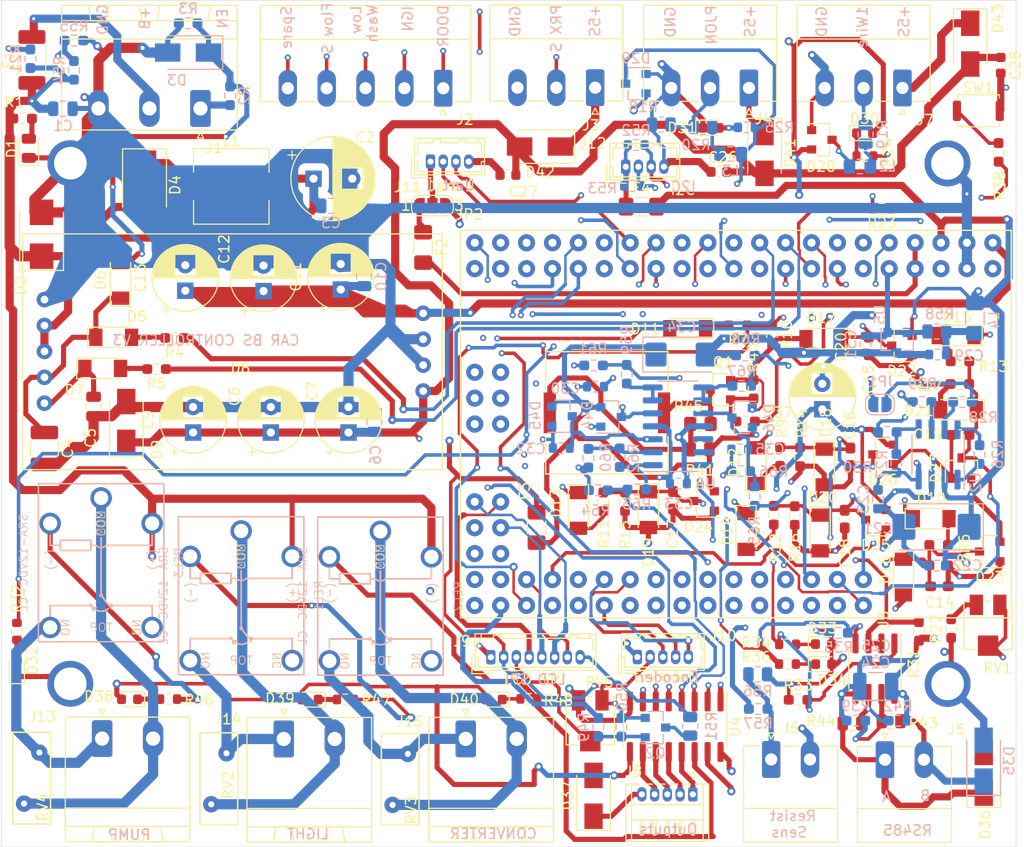
<source format=kicad_pcb>
(kicad_pcb (version 20171130) (host pcbnew "(5.1.9)-1")
  (layers (0 F.Cu signal) (1 In1.Cu signal) (2 In2.Cu signal) (31 B.Cu signal) (34 B.Paste user) (35 F.Paste user) (36 B.SilkS user) (37 F.SilkS user) (38 B.Mask user) (39 F.Mask user) (44 Edge.Cuts user))
  (net 0 "")
  (net 1 GND)
  (net 2 5V_sensors_stab)
  (net 3 7.2V_stab)
  (net 4 MCU_water_flow_sensor)
  (net 5 MCU_spare_input_1)
  (net 6 MCU_ignition_switch_input)
  (net 7 MCU_door_switch_input)
  (net 8 MCU_proximity_input)
  (net 9 MCU_low_washer_water_level_input)
  (net 10 +5v_FROM_MCU)
  (net 11 MCU_Uref_2.5v)
  (net 12 MCU_5V_sensors_enable)
  (net 13 MCU_main_supply_enable)
  (net 14 "Net-(D7-Pad2)")
  (net 15 "Net-(D11-Pad1)")
  (net 16 "Net-(D12-Pad1)")
  (net 17 "Net-(D31-Pad2)")
  (net 18 "Net-(D34-Pad1)")
  (net 19 RS485_B)
  (net 20 RS485_A)
  (net 21 Socket_spare_out_+12v)
  (net 22 "Net-(D39-Pad1)")
  (net 23 "Net-(D40-Pad1)")
  (net 24 "Net-(D42-Pad2)")
  (net 25 "Net-(D43-Pad2)")
  (net 26 MCU_supply_voltage_input)
  (net 27 MCU_resistive_sensor_0_190)
  (net 28 MCU_sensors_voltage_test_input)
  (net 29 Power_supply_12V)
  (net 30 "Net-(F2-Pad1)")
  (net 31 "Net-(F3-Pad1)")
  (net 32 "Net-(F4-Pad1)")
  (net 33 +3v3_from_MCU)
  (net 34 "Power_enable(ACC,BUTTON)")
  (net 35 SPARE_INPUT_1)
  (net 36 WATER_FLOW_SENSOR_INPUT)
  (net 37 LOW_WASHER_WATER_LEVEL_INPUT)
  (net 38 IGNITION_SWITCH_INPUT)
  (net 39 DOOR_SWITCH_INPUT)
  (net 40 PROXIMITY_SENSOR_INPUT)
  (net 41 PJON_BUS)
  (net 42 RESISTIVE_SENSOR_0_190)
  (net 43 ONE_WARE_INPUT)
  (net 44 Socket_spare_out_4)
  (net 45 Socket_spare_out_3)
  (net 46 Socket_spare_out_2)
  (net 47 Socket_spare_out_1)
  (net 48 "Net-(J9-Pad8)")
  (net 49 LCD_RST)
  (net 50 LCD_E_MCU_SCLK)
  (net 51 LCD_RW_MCU_MOSI)
  (net 52 LCD_DI_MCU_CS)
  (net 53 "Net-(J9-Pad3)")
  (net 54 MCU_encoder_CLK)
  (net 55 MCU_encoder_DT)
  (net 56 MCU_encoder_SW)
  (net 57 MCU_UART1_TX)
  (net 58 MCU_UART1_RX)
  (net 59 "Net-(J11-Pad1)")
  (net 60 PUMP_RELAY_NO)
  (net 61 PUMP_RELAY_COM)
  (net 62 LIGHT_RELAY_NO)
  (net 63 LIGHT_RELAY_COM)
  (net 64 CONVERTER_RELAY_NO)
  (net 65 CONVERTER_RELAY_COM)
  (net 66 "Net-(LS1-PadN)")
  (net 67 "Net-(LS1-PadP)")
  (net 68 "Net-(Q1-Pad1)")
  (net 69 MCU_pjon_bus_PIN)
  (net 70 MCU_one_wire_PIN)
  (net 71 MCU_wdt_reset_to_ADM705)
  (net 72 MCU_power_OK_from_ADM705)
  (net 73 MCU_system_status_LED)
  (net 74 MCU_rs485_de)
  (net 75 MCU_UART2_RX)
  (net 76 MCU_UART2_TX)
  (net 77 MCU_buzzer_out)
  (net 78 LCD_BLA)
  (net 79 MCU_button_on_board)
  (net 80 MCU_spare_out_4)
  (net 81 MCU_spare_out_3)
  (net 82 MCU_spare_out_2)
  (net 83 MCU_water_pump_out)
  (net 84 MCU_converter_out)
  (net 85 MCU_spare_out_1)
  (net 86 MCU_light_out)
  (net 87 MCU_rst)
  (net 88 +12V)
  (net 89 "Net-(Q2-Pad1)")
  (net 90 "Net-(Q2-Pad3)")
  (net 91 MCU_I2C_SCL)
  (net 92 MCU_I2C_SDA)
  (net 93 "Net-(C4-Pad1)")
  (net 94 "Net-(C5-Pad1)")
  (net 95 "Net-(D3-Pad1)")
  (net 96 "Net-(D10-Pad2)")
  (net 97 "Net-(D13-Pad2)")
  (net 98 "Net-(D14-Pad2)")
  (net 99 "Net-(D15-Pad2)")
  (net 100 "Net-(D30-Pad1)")
  (net 101 "Net-(D32-Pad2)")
  (net 102 "Net-(D33-Pad1)")
  (net 103 "Net-(D38-Pad1)")
  (net 104 "Net-(D41-Pad2)")
  (net 105 "Net-(L2-Pad1)")
  (net 106 "Net-(JP1-Pad1)")
  (net 107 "Net-(C2-Pad1)")
  (net 108 "Net-(L3-Pad1)")
  (net 109 "Net-(R67-Pad2)")
  (net 110 "Net-(C23-Pad1)")
  (net 111 "Net-(C30-Pad1)")
  (net 112 "Net-(C32-Pad1)")
  (net 113 "Net-(C35-Pad1)")
  (net 114 "Net-(D1-Pad2)")
  (net 115 "Net-(D4-Pad1)")
  (net 116 "Net-(D5-Pad2)")
  (net 117 "Net-(R22-Pad1)")
  (net 118 "Net-(R26-Pad2)")
  (net 119 "Net-(R26-Pad1)")
  (net 120 "Net-(R27-Pad1)")
  (net 121 "Net-(R28-Pad2)")
  (net 122 "Net-(R29-Pad2)")
  (net 123 "Net-(R38-Pad1)")
  (net 124 "Net-(R39-Pad1)")
  (net 125 "Net-(R42-Pad2)")
  (net 126 "Net-(R46-Pad1)")
  (net 127 "Net-(R47-Pad1)")
  (net 128 "Net-(R48-Pad1)")
  (net 129 "Net-(R59-Pad2)")
  (net 130 "Net-(R60-Pad2)")
  (net 131 "Net-(R62-Pad1)")
  (net 132 "Net-(C29-Pad1)")
  (module Inductor_SMD:L_1206_3216Metric_Pad1.42x1.75mm_HandSolder (layer B.Cu) (at 153.3652 75.1475 270)
    (fp_text reference L4 (at 0.19398 -1.87452 90) (layer B.SilkS) (effects (justify mirror)))
    (fp_text value FB)
    (pad 2 smd roundrect (at 1.4875 0 270) (size 1.425 1.75) (layers B.Cu B.Paste B.Mask) (roundrect_rratio 0.1754385964912281) (net 132 "Net-(C29-Pad1)"))
    (pad 1 smd roundrect (at -1.4875 0 270) (size 1.425 1.75) (layers B.Cu B.Paste B.Mask) (roundrect_rratio 0.1754385964912281) (net 10 +5v_FROM_MCU))
  )
  (module Capacitor_Tantalum_SMD:CP_EIA-6032-15_Kemet-U (layer B.Cu) (at 124.5629 78.7146)
    (fp_text reference C34 (at 0.0495 -2.7178) (layer B.SilkS) (effects (justify mirror)))
    (fp_text value 10mk)
    (pad 2 smd roundrect (at 2.4625 0) (size 2.075 2.35) (layers B.Cu B.Paste B.Mask) (roundrect_rratio 0.1204819277108434) (net 1 GND))
    (pad 1 smd roundrect (at -2.4625 0) (size 2.075 2.35) (layers B.Cu B.Paste B.Mask) (roundrect_rratio 0.1204819277108434) (net 10 +5v_FROM_MCU))
  )
  (module Resistor_SMD:R_0603_1608Metric (layer B.Cu) (at 124.2954 91.3638)
    (fp_text reference C33 (at 0.0376 1.9812) (layer B.SilkS) (effects (justify mirror)))
    (fp_text value 100n)
    (pad 2 smd roundrect (at 0.825 0) (size 0.8 0.95) (layers B.Cu B.Paste B.Mask) (net 1 GND))
    (pad 1 smd roundrect (at -0.825 0) (size 0.8 0.95) (layers B.Cu B.Paste B.Mask) (net 10 +5v_FROM_MCU))
  )
  (module Fuse:Fuse_1206_3216Metric_Pad1.42x1.75mm_HandSolder (layer F.Cu) (at 120.65 64.2112)
    (fp_text reference F4 (at 0 -1.82) (layer F.SilkS))
    (fp_text value "200mA 5v")
    (pad 2 smd roundrect (at 1.4875 0) (size 1.425 1.75) (layers F.Cu F.Paste F.Mask) (roundrect_rratio 0.1754385964912281) (net 10 +5v_FROM_MCU))
    (pad 1 smd roundrect (at -1.4875 0) (size 1.425 1.75) (layers F.Cu F.Paste F.Mask) (roundrect_rratio 0.1754385964912281) (net 32 "Net-(F4-Pad1)"))
  )
  (module Fuse:Fuse_1206_3216Metric_Pad1.42x1.75mm_HandSolder (layer F.Cu) (at 110.3884 95.6707 270)
    (fp_text reference F3 (at -3.56522 1.15824 90) (layer F.SilkS))
    (fp_text value "200mA 5v")
    (pad 2 smd roundrect (at 1.4875 0 270) (size 1.425 1.75) (layers F.Cu F.Paste F.Mask) (roundrect_rratio 0.1754385964912281) (net 10 +5v_FROM_MCU))
    (pad 1 smd roundrect (at -1.4875 0 270) (size 1.425 1.75) (layers F.Cu F.Paste F.Mask) (roundrect_rratio 0.1754385964912281) (net 31 "Net-(F3-Pad1)"))
  )
  (module Fuse:Fuse_1206_3216Metric_Pad1.42x1.75mm_HandSolder (layer F.Cu) (at 99.2632 68.2101 270)
    (fp_text reference F2 (at 0 -1.82 90) (layer F.SilkS))
    (fp_text value "200mA 5v")
    (pad 2 smd roundrect (at 1.4875 0 270) (size 1.425 1.75) (layers F.Cu F.Paste F.Mask) (roundrect_rratio 0.1754385964912281) (net 33 +3v3_from_MCU))
    (pad 1 smd roundrect (at -1.4875 0 270) (size 1.425 1.75) (layers F.Cu F.Paste F.Mask) (roundrect_rratio 0.1754385964912281) (net 30 "Net-(F2-Pad1)"))
  )
  (module Resistor_SMD:R_0603_1608Metric_Pad0.98x0.95mm_HandSolder (layer F.Cu) (at 59.9929 55.5752 180)
    (fp_text reference R1 (at 0.8109 1.6256) (layer F.SilkS))
    (fp_text value 3k9)
    (pad 2 smd roundrect (at 0.9125 0 180) (size 0.975 0.95) (layers F.Cu F.Paste F.Mask) (net 88 +12V))
    (pad 1 smd roundrect (at -0.9125 0 180) (size 0.975 0.95) (layers F.Cu F.Paste F.Mask) (net 114 "Net-(D1-Pad2)"))
  )
  (module Capacitor_SMD:C_1210_3225Metric_Pad1.33x2.70mm_HandSolder (layer F.Cu) (at 62.1284 87.9225 270)
    (fp_text reference C4 (at 0 -2.3 90) (layer F.SilkS))
    (fp_text value 10mk)
    (pad 2 smd roundrect (at 1.5625 0 270) (size 1.325 2.7) (layers F.Cu F.Paste F.Mask) (roundrect_rratio 0.1886784905660377) (net 1 GND))
    (pad 1 smd roundrect (at -1.5625 0 270) (size 1.325 2.7) (layers F.Cu F.Paste F.Mask) (roundrect_rratio 0.1886784905660377) (net 93 "Net-(C4-Pad1)"))
  )
  (module Diode_SMD:D_SMB (layer F.Cu) (at 61.849 66.92 90)
    (fp_text reference D2 (at -5.0165 -2.032 90) (layer F.SilkS))
    (fp_text value SMBJ18CA)
    (pad 2 smd rect (at 2.15 0 90) (size 2.5 2.3) (layers F.Cu F.Paste F.Mask) (net 1 GND))
    (pad 1 smd rect (at -2.15 0 90) (size 2.5 2.3) (layers F.Cu F.Paste F.Mask) (net 88 +12V))
  )
  (module Diode_SMD:D_SMB (layer F.Cu) (at 71.9455 62.094 270)
    (fp_text reference D4 (at 0 -3 90) (layer F.SilkS))
    (fp_text value SS54)
    (pad 2 smd rect (at 2.15 0 270) (size 2.5 2.3) (layers F.Cu F.Paste F.Mask) (net 88 +12V))
    (pad 1 smd rect (at -2.15 0 270) (size 2.5 2.3) (layers F.Cu F.Paste F.Mask) (net 115 "Net-(D4-Pad1)"))
  )
  (module Resistor_SMD:R_0603_1608Metric_Pad0.98x0.95mm_HandSolder (layer B.Cu) (at 130.4055 90.1446)
    (fp_text reference R66 (at 3.2239 0.0508) (layer B.SilkS) (effects (justify mirror)))
    (fp_text value 10k)
    (pad 2 smd roundrect (at 0.9125 0) (size 0.975 0.95) (layers B.Cu B.Paste B.Mask) (net 113 "Net-(C35-Pad1)"))
    (pad 1 smd roundrect (at -0.9125 0) (size 0.975 0.95) (layers B.Cu B.Paste B.Mask) (net 1 GND))
  )
  (module Resistor_SMD:R_0603_1608Metric_Pad0.98x0.95mm_HandSolder (layer B.Cu) (at 131.7752 92.63316 270)
    (fp_text reference R65 (at 3.3509 0.0254 90) (layer B.SilkS) (effects (justify mirror)))
    (fp_text value 22k)
    (pad 2 smd roundrect (at 0.9125 0 270) (size 0.975 0.95) (layers B.Cu B.Paste B.Mask) (net 2 5V_sensors_stab))
    (pad 1 smd roundrect (at -0.9125 0 270) (size 0.975 0.95) (layers B.Cu B.Paste B.Mask) (net 113 "Net-(C35-Pad1)"))
  )
  (module Resistor_SMD:R_0603_1608Metric_Pad0.98x0.95mm_HandSolder (layer B.Cu) (at 132.117 113.467)
    (fp_text reference R57 (at 0 1.43) (layer B.SilkS) (effects (justify mirror)))
    (fp_text value 10k)
    (pad 2 smd roundrect (at 0.9125 0) (size 0.975 0.95) (layers B.Cu B.Paste B.Mask) (net 42 RESISTIVE_SENSOR_0_190))
    (pad 1 smd roundrect (at -0.9125 0) (size 0.975 0.95) (layers B.Cu B.Paste B.Mask) (net 112 "Net-(C32-Pad1)"))
  )
  (module Resistor_SMD:R_0603_1608Metric_Pad0.98x0.95mm_HandSolder (layer B.Cu) (at 65.0259 47.9298 180)
    (fp_text reference R55 (at 0 1.43) (layer B.SilkS) (effects (justify mirror)))
    (fp_text value 10k)
    (pad 2 smd roundrect (at 0.9125 0 180) (size 0.975 0.95) (layers B.Cu B.Paste B.Mask) (net 111 "Net-(C30-Pad1)"))
    (pad 1 smd roundrect (at -0.9125 0 180) (size 0.975 0.95) (layers B.Cu B.Paste B.Mask) (net 1 GND))
  )
  (module Resistor_SMD:R_0603_1608Metric_Pad0.98x0.95mm_HandSolder (layer B.Cu) (at 65.024 50.8489 270)
    (fp_text reference R54 (at 0 1.43 90) (layer B.SilkS) (effects (justify mirror)))
    (fp_text value 39k)
    (pad 2 smd roundrect (at 0.9125 0 270) (size 0.975 0.95) (layers B.Cu B.Paste B.Mask) (net 88 +12V))
    (pad 1 smd roundrect (at -0.9125 0 270) (size 0.975 0.95) (layers B.Cu B.Paste B.Mask) (net 111 "Net-(C30-Pad1)"))
  )
  (module Resistor_SMD:R_0603_1608Metric_Pad0.98x0.95mm_HandSolder (layer B.Cu) (at 118.70436 115.25568 90)
    (fp_text reference R50 (at 2.97244 0.08128 90) (layer B.SilkS) (effects (justify mirror)))
    (fp_text value 10k)
    (pad 2 smd roundrect (at 0.9125 0 90) (size 0.975 0.95) (layers B.Cu B.Paste B.Mask) (net 31 "Net-(F3-Pad1)"))
    (pad 1 smd roundrect (at -0.9125 0 90) (size 0.975 0.95) (layers B.Cu B.Paste B.Mask) (net 89 "Net-(Q2-Pad1)"))
  )
  (module Resistor_SMD:R_0603_1608Metric_Pad0.98x0.95mm_HandSolder (layer B.Cu) (at 116.44376 115.26456 270)
    (fp_text reference R49 (at 0 1.43 90) (layer B.SilkS) (effects (justify mirror)))
    (fp_text value 1k)
    (pad 2 smd roundrect (at 0.9125 0 270) (size 0.975 0.95) (layers B.Cu B.Paste B.Mask) (net 89 "Net-(Q2-Pad1)"))
    (pad 1 smd roundrect (at -0.9125 0 270) (size 0.975 0.95) (layers B.Cu B.Paste B.Mask) (net 78 LCD_BLA))
  )
  (module Resistor_SMD:R_0603_1608Metric_Pad0.98x0.95mm_HandSolder (layer B.Cu) (at 145.826 114.615 180)
    (fp_text reference R42 (at 0 1.43) (layer B.SilkS) (effects (justify mirror)))
    (fp_text value 20k)
    (pad 2 smd roundrect (at 0.9125 0 180) (size 0.975 0.95) (layers B.Cu B.Paste B.Mask) (net 125 "Net-(R42-Pad2)"))
    (pad 1 smd roundrect (at -0.9125 0 180) (size 0.975 0.95) (layers B.Cu B.Paste B.Mask) (net 10 +5v_FROM_MCU))
  )
  (module Resistor_SMD:R_0603_1608Metric_Pad0.98x0.95mm_HandSolder (layer F.Cu) (at 131.6736 82.1163 90)
    (fp_text reference R40 (at 3.1261 -0.0508 90) (layer F.SilkS))
    (fp_text value 10k)
    (pad 2 smd roundrect (at 0.9125 0 90) (size 0.975 0.95) (layers F.Cu F.Paste F.Mask) (net 1 GND))
    (pad 1 smd roundrect (at -0.9125 0 90) (size 0.975 0.95) (layers F.Cu F.Paste F.Mask) (net 68 "Net-(Q1-Pad1)"))
  )
  (module Resistor_SMD:R_0603_1608Metric_Pad0.98x0.95mm_HandSolder (layer B.Cu) (at 141.696 114.6 180)
    (fp_text reference R39 (at 0 1.43) (layer B.SilkS) (effects (justify mirror)))
    (fp_text value 20k)
    (pad 2 smd roundrect (at 0.9125 0 180) (size 0.975 0.95) (layers B.Cu B.Paste B.Mask) (net 1 GND))
    (pad 1 smd roundrect (at -0.9125 0 180) (size 0.975 0.95) (layers B.Cu B.Paste B.Mask) (net 124 "Net-(R39-Pad1)"))
  )
  (module Resistor_SMD:R_0603_1608Metric_Pad0.98x0.95mm_HandSolder (layer F.Cu) (at 155.6893 58.89434 270)
    (fp_text reference R38 (at 3.28486 -0.1524 90) (layer F.SilkS))
    (fp_text value 470R)
    (pad 2 smd roundrect (at 0.9125 0 270) (size 0.975 0.95) (layers F.Cu F.Paste F.Mask) (net 79 MCU_button_on_board))
    (pad 1 smd roundrect (at -0.9125 0 270) (size 0.975 0.95) (layers F.Cu F.Paste F.Mask) (net 123 "Net-(R38-Pad1)"))
  )
  (module Resistor_SMD:R_0603_1608Metric_Pad0.98x0.95mm_HandSolder (layer F.Cu) (at 130.88302 85.27288)
    (fp_text reference R37 (at 3.16802 -0.87884) (layer F.SilkS))
    (fp_text value 1k)
    (pad 2 smd roundrect (at 0.9125 0) (size 0.975 0.95) (layers F.Cu F.Paste F.Mask) (net 77 MCU_buzzer_out))
    (pad 1 smd roundrect (at -0.9125 0) (size 0.975 0.95) (layers F.Cu F.Paste F.Mask) (net 68 "Net-(Q1-Pad1)"))
  )
  (module Resistor_SMD:R_0603_1608Metric_Pad0.98x0.95mm_HandSolder (layer B.Cu) (at 140 106)
    (fp_text reference R35 (at 0 1.43) (layer B.SilkS) (effects (justify mirror)))
    (fp_text value 10k)
    (pad 2 smd roundrect (at 0.9125 0) (size 0.975 0.95) (layers B.Cu B.Paste B.Mask) (net 76 MCU_UART2_TX))
    (pad 1 smd roundrect (at -0.9125 0) (size 0.975 0.95) (layers B.Cu B.Paste B.Mask) (net 10 +5v_FROM_MCU))
  )
  (module Resistor_SMD:R_0603_1608Metric_Pad0.98x0.95mm_HandSolder (layer F.Cu) (at 136.02652 112.57026)
    (fp_text reference R33 (at 0 -1.43) (layer F.SilkS))
    (fp_text value 10k)
    (pad 2 smd roundrect (at 0.9125 0) (size 0.975 0.95) (layers F.Cu F.Paste F.Mask) (net 75 MCU_UART2_RX))
    (pad 1 smd roundrect (at -0.9125 0) (size 0.975 0.95) (layers F.Cu F.Paste F.Mask) (net 10 +5v_FROM_MCU))
  )
  (module Resistor_SMD:R_0603_1608Metric_Pad0.98x0.95mm_HandSolder (layer F.Cu) (at 147.8788 105.86022 90)
    (fp_text reference R31 (at -3.15658 -0.50038 90) (layer F.SilkS))
    (fp_text value 10k)
    (pad 2 smd roundrect (at 0.9125 0 90) (size 0.975 0.95) (layers F.Cu F.Paste F.Mask) (net 74 MCU_rs485_de))
    (pad 1 smd roundrect (at -0.9125 0 90) (size 0.975 0.95) (layers F.Cu F.Paste F.Mask) (net 10 +5v_FROM_MCU))
  )
  (module Resistor_SMD:R_0603_1608Metric_Pad0.98x0.95mm_HandSolder (layer B.Cu) (at 144.7819 86.3092)
    (fp_text reference R30 (at -2.9229 3.4798) (layer B.SilkS) (effects (justify mirror)))
    (fp_text value 1k)
    (pad 2 smd roundrect (at 0.9125 0) (size 0.975 0.95) (layers B.Cu B.Paste B.Mask) (net 120 "Net-(R27-Pad1)"))
    (pad 1 smd roundrect (at -0.9125 0) (size 0.975 0.95) (layers B.Cu B.Paste B.Mask) (net 72 MCU_power_OK_from_ADM705))
  )
  (module Resistor_SMD:R_0603_1608Metric_Pad0.98x0.95mm_HandSolder (layer B.Cu) (at 148.1855 83.3628)
    (fp_text reference R29 (at 0.0235 -1.778) (layer B.SilkS) (effects (justify mirror)))
    (fp_text value 2k2)
    (pad 2 smd roundrect (at 0.9125 0) (size 0.975 0.95) (layers B.Cu B.Paste B.Mask) (net 122 "Net-(R29-Pad2)"))
    (pad 1 smd roundrect (at -0.9125 0) (size 0.975 0.95) (layers B.Cu B.Paste B.Mask) (net 71 MCU_wdt_reset_to_ADM705))
  )
  (module Resistor_SMD:R_0603_1608Metric_Pad0.98x0.95mm_HandSolder (layer B.Cu) (at 152.1441 83.3628 180)
    (fp_text reference R28 (at -2.0593 -1.524) (layer B.SilkS) (effects (justify mirror)))
    (fp_text value 220R)
    (pad 2 smd roundrect (at 0.9125 0 180) (size 0.975 0.95) (layers B.Cu B.Paste B.Mask) (net 121 "Net-(R28-Pad2)"))
    (pad 1 smd roundrect (at -0.9125 0 180) (size 0.975 0.95) (layers B.Cu B.Paste B.Mask) (net 106 "Net-(JP1-Pad1)"))
  )
  (module Resistor_SMD:R_0603_1608Metric_Pad0.98x0.95mm_HandSolder (layer B.Cu) (at 145.669 89.3845 270)
    (fp_text reference R27 (at 0.127 1.4224 90) (layer B.SilkS) (effects (justify mirror)))
    (fp_text value "(not used) 1k")
    (pad 2 smd roundrect (at 0.9125 0 270) (size 0.975 0.95) (layers B.Cu B.Paste B.Mask) (net 110 "Net-(C23-Pad1)"))
    (pad 1 smd roundrect (at -0.9125 0 270) (size 0.975 0.95) (layers B.Cu B.Paste B.Mask) (net 120 "Net-(R27-Pad1)"))
  )
  (module Resistor_SMD:R_0603_1608Metric_Pad0.98x0.95mm_HandSolder (layer B.Cu) (at 153.8224 88.5171 270)
    (fp_text reference R26 (at -0.0254 -1.778 90) (layer B.SilkS) (effects (justify mirror)))
    (fp_text value 200R)
    (pad 2 smd roundrect (at 0.9125 0 270) (size 0.975 0.95) (layers B.Cu B.Paste B.Mask) (net 118 "Net-(R26-Pad2)"))
    (pad 1 smd roundrect (at -0.9125 0 270) (size 0.975 0.95) (layers B.Cu B.Paste B.Mask) (net 119 "Net-(R26-Pad1)"))
  )
  (module Resistor_SMD:R_0603_1608Metric_Pad0.98x0.95mm_HandSolder (layer F.Cu) (at 144.238 64.3992 180)
    (fp_text reference R23 (at 0 -1.43) (layer F.SilkS))
    (fp_text value 4k7)
    (pad 2 smd roundrect (at 0.9125 0 180) (size 0.975 0.95) (layers F.Cu F.Paste F.Mask) (net 70 MCU_one_wire_PIN))
    (pad 1 smd roundrect (at -0.9125 0 180) (size 0.975 0.95) (layers F.Cu F.Paste F.Mask) (net 10 +5v_FROM_MCU))
  )
  (module Resistor_SMD:R_0603_1608Metric_Pad0.98x0.95mm_HandSolder (layer F.Cu) (at 151.0411 105.58018 270)
    (fp_text reference R22 (at -0.00826 1.4986 270) (layer F.SilkS))
    (fp_text value 2k2)
    (pad 2 smd roundrect (at 0.9125 0 270) (size 0.975 0.95) (layers F.Cu F.Paste F.Mask) (net 1 GND))
    (pad 1 smd roundrect (at -0.9125 0 270) (size 0.975 0.95) (layers F.Cu F.Paste F.Mask) (net 117 "Net-(R22-Pad1)"))
  )
  (module Resistor_SMD:R_0603_1608Metric_Pad0.98x0.95mm_HandSolder (layer B.Cu) (at 60.7568 49.7078 270)
    (fp_text reference R21 (at 0 1.43 270) (layer B.SilkS) (effects (justify mirror)))
    (fp_text value 22k)
    (pad 2 smd roundrect (at 0.9125 0 270) (size 0.975 0.95) (layers B.Cu B.Paste B.Mask) (net 88 +12V))
    (pad 1 smd roundrect (at -0.9125 0 270) (size 0.975 0.95) (layers B.Cu B.Paste B.Mask) (net 110 "Net-(C23-Pad1)"))
  )
  (module Resistor_SMD:R_0603_1608Metric_Pad0.98x0.95mm_HandSolder (layer F.Cu) (at 151.88692 81.60004 180)
    (fp_text reference R17 (at 3.18008 -0.18288) (layer F.SilkS))
    (fp_text value N)
    (pad 2 smd roundrect (at 0.9125 0 180) (size 0.975 0.95) (layers F.Cu F.Paste F.Mask) (net 1 GND))
    (pad 1 smd roundrect (at -0.9125 0 180) (size 0.975 0.95) (layers F.Cu F.Paste F.Mask) (net 9 MCU_low_washer_water_level_input))
  )
  (module Resistor_SMD:R_0603_1608Metric_Pad0.98x0.95mm_HandSolder (layer F.Cu) (at 135.70204 94.50134 270)
    (fp_text reference R16 (at 3.13118 -0.0254 90) (layer F.SilkS))
    (fp_text value N)
    (pad 2 smd roundrect (at 0.9125 0 270) (size 0.975 0.95) (layers F.Cu F.Paste F.Mask) (net 1 GND))
    (pad 1 smd roundrect (at -0.9125 0 270) (size 0.975 0.95) (layers F.Cu F.Paste F.Mask) (net 8 MCU_proximity_input))
  )
  (module Resistor_SMD:R_0603_1608Metric_Pad0.98x0.95mm_HandSolder (layer F.Cu) (at 119.05996 93.1437 270)
    (fp_text reference R15 (at 3.23914 -0.02032 90) (layer F.SilkS))
    (fp_text value N)
    (pad 1 smd roundrect (at -0.9125 0 270) (size 0.975 0.95) (layers F.Cu F.Paste F.Mask) (net 7 MCU_door_switch_input))
    (pad 2 smd roundrect (at 0.9125 0 270) (size 0.975 0.95) (layers F.Cu F.Paste F.Mask) (net 1 GND))
  )
  (module Resistor_SMD:R_0603_1608Metric_Pad0.98x0.95mm_HandSolder (layer F.Cu) (at 136.22528 88.7476 270)
    (fp_text reference R14 (at -3.26644 -0.17272 90) (layer F.SilkS))
    (fp_text value 10k)
    (pad 2 smd roundrect (at 0.9125 0 270) (size 0.975 0.95) (layers F.Cu F.Paste F.Mask) (net 1 GND))
    (pad 1 smd roundrect (at -0.9125 0 270) (size 0.975 0.95) (layers F.Cu F.Paste F.Mask) (net 6 MCU_ignition_switch_input))
  )
  (module Resistor_SMD:R_0603_1608Metric_Pad0.98x0.95mm_HandSolder (layer F.Cu) (at 151.90534 79.38008 180)
    (fp_text reference R13 (at -3.26326 -0.5207) (layer F.SilkS))
    (fp_text value 4k7)
    (pad 2 smd roundrect (at 0.9125 0 180) (size 0.975 0.95) (layers F.Cu F.Paste F.Mask) (net 99 "Net-(D15-Pad2)"))
    (pad 1 smd roundrect (at -0.9125 0 180) (size 0.975 0.95) (layers F.Cu F.Paste F.Mask) (net 9 MCU_low_washer_water_level_input))
  )
  (module Resistor_SMD:R_0603_1608Metric_Pad0.98x0.95mm_HandSolder (layer F.Cu) (at 133.64464 94.46578 270)
    (fp_text reference R12 (at 3.20738 -0.17272 90) (layer F.SilkS))
    (fp_text value 4k7)
    (pad 2 smd roundrect (at 0.9125 0 270) (size 0.975 0.95) (layers F.Cu F.Paste F.Mask) (net 98 "Net-(D14-Pad2)"))
    (pad 1 smd roundrect (at -0.9125 0 270) (size 0.975 0.95) (layers F.Cu F.Paste F.Mask) (net 8 MCU_proximity_input))
  )
  (module Resistor_SMD:R_0603_1608Metric_Pad0.98x0.95mm_HandSolder (layer F.Cu) (at 116.92636 93.14878 270)
    (fp_text reference R11 (at 3.12738 -0.03048 90) (layer F.SilkS))
    (fp_text value 4k7)
    (pad 1 smd roundrect (at -0.9125 0 270) (size 0.975 0.95) (layers F.Cu F.Paste F.Mask) (net 7 MCU_door_switch_input))
    (pad 2 smd roundrect (at 0.9125 0 270) (size 0.975 0.95) (layers F.Cu F.Paste F.Mask) (net 97 "Net-(D13-Pad2)"))
  )
  (module Resistor_SMD:R_0603_1608Metric_Pad0.98x0.95mm_HandSolder (layer F.Cu) (at 133.48208 76.77404 270)
    (fp_text reference R10 (at 0 -1.43 90) (layer F.SilkS))
    (fp_text value 10k)
    (pad 2 smd roundrect (at 0.9125 0 270) (size 0.975 0.95) (layers F.Cu F.Paste F.Mask) (net 1 GND))
    (pad 1 smd roundrect (at -0.9125 0 270) (size 0.975 0.95) (layers F.Cu F.Paste F.Mask) (net 5 MCU_spare_input_1))
  )
  (module Resistor_SMD:R_0603_1608Metric_Pad0.98x0.95mm_HandSolder (layer F.Cu) (at 134.25932 88.72538 270)
    (fp_text reference R9 (at -2.78892 -0.17272 90) (layer F.SilkS))
    (fp_text value 15k)
    (pad 2 smd roundrect (at 0.9125 0 270) (size 0.975 0.95) (layers F.Cu F.Paste F.Mask) (net 16 "Net-(D12-Pad1)"))
    (pad 1 smd roundrect (at -0.9125 0 270) (size 0.975 0.95) (layers F.Cu F.Paste F.Mask) (net 6 MCU_ignition_switch_input))
  )
  (module Resistor_SMD:R_0603_1608Metric_Pad0.98x0.95mm_HandSolder (layer F.Cu) (at 149.81428 99.38004)
    (fp_text reference R8 (at 2.44856 -0.24892 90) (layer F.SilkS))
    (fp_text value N)
    (pad 2 smd roundrect (at 0.9125 0) (size 0.975 0.95) (layers F.Cu F.Paste F.Mask) (net 1 GND))
    (pad 1 smd roundrect (at -0.9125 0) (size 0.975 0.95) (layers F.Cu F.Paste F.Mask) (net 4 MCU_water_flow_sensor))
  )
  (module Resistor_SMD:R_0603_1608Metric_Pad0.98x0.95mm_HandSolder (layer F.Cu) (at 130.12928 75.84948 180)
    (fp_text reference R7 (at 0 -1.43) (layer F.SilkS))
    (fp_text value 15k)
    (pad 2 smd roundrect (at 0.9125 0 180) (size 0.975 0.95) (layers F.Cu F.Paste F.Mask) (net 15 "Net-(D11-Pad1)"))
    (pad 1 smd roundrect (at -0.9125 0 180) (size 0.975 0.95) (layers F.Cu F.Paste F.Mask) (net 5 MCU_spare_input_1))
  )
  (module Resistor_SMD:R_0603_1608Metric_Pad0.98x0.95mm_HandSolder (layer F.Cu) (at 149.8111 97.37852)
    (fp_text reference R6 (at 2.5381 -0.127 90) (layer F.SilkS))
    (fp_text value 4k7)
    (pad 2 smd roundrect (at 0.9125 0) (size 0.975 0.95) (layers F.Cu F.Paste F.Mask) (net 96 "Net-(D10-Pad2)"))
    (pad 1 smd roundrect (at -0.9125 0) (size 0.975 0.95) (layers F.Cu F.Paste F.Mask) (net 4 MCU_water_flow_sensor))
  )
  (module Resistor_SMD:R_0603_1608Metric_Pad0.98x0.95mm_HandSolder (layer F.Cu) (at 73.1285 80.137 180)
    (fp_text reference R5 (at 0 -1.43) (layer F.SilkS))
    (fp_text value 2k)
    (pad 2 smd roundrect (at 0.9125 0 180) (size 0.975 0.95) (layers F.Cu F.Paste F.Mask) (net 14 "Net-(D7-Pad2)"))
    (pad 1 smd roundrect (at -0.9125 0 180) (size 0.975 0.95) (layers F.Cu F.Paste F.Mask) (net 12 MCU_5V_sensors_enable))
  )
  (module Resistor_SMD:R_0603_1608Metric_Pad0.98x0.95mm_HandSolder (layer F.Cu) (at 74.89 77.089 180)
    (fp_text reference R4 (at 0 -1.43) (layer F.SilkS))
    (fp_text value 2k)
    (pad 2 smd roundrect (at 0.9125 0 180) (size 0.975 0.95) (layers F.Cu F.Paste F.Mask) (net 116 "Net-(D5-Pad2)"))
    (pad 1 smd roundrect (at -0.9125 0 180) (size 0.975 0.95) (layers F.Cu F.Paste F.Mask) (net 13 MCU_main_supply_enable))
  )
  (module Resistor_SMD:R_0603_1608Metric_Pad0.98x0.95mm_HandSolder (layer B.Cu) (at 76.2235 46.228 180)
    (fp_text reference R3 (at 0 1.43) (layer B.SilkS) (effects (justify mirror)))
    (fp_text value 1k)
    (pad 2 smd roundrect (at 0.9125 0 180) (size 0.975 0.95) (layers B.Cu B.Paste B.Mask) (net 1 GND))
    (pad 1 smd roundrect (at -0.9125 0 180) (size 0.975 0.95) (layers B.Cu B.Paste B.Mask) (net 95 "Net-(D3-Pad1)"))
  )
  (module Resistor_SMD:R_0603_1608Metric_Pad0.98x0.95mm_HandSolder (layer B.Cu) (at 80.3275 53.34 90)
    (fp_text reference R2 (at 0 1.43 90) (layer B.SilkS) (effects (justify mirror)))
    (fp_text value 2k)
    (pad 2 smd roundrect (at 0.9125 0 90) (size 0.975 0.95) (layers B.Cu B.Paste B.Mask) (net 95 "Net-(D3-Pad1)"))
    (pad 1 smd roundrect (at -0.9125 0 90) (size 0.975 0.95) (layers B.Cu B.Paste B.Mask) (net 34 "Power_enable(ACC,BUTTON)"))
  )
  (module Capacitor_SMD:C_0603_1608Metric_Pad1.08x0.95mm_HandSolder (layer B.Cu) (at 143.678 108.707 180)
    (fp_text reference C25 (at 0 1.43) (layer B.SilkS) (effects (justify mirror)))
    (fp_text value 100n)
    (pad 2 smd roundrect (at 0.8625 0 180) (size 1.075 0.95) (layers B.Cu B.Paste B.Mask) (net 1 GND))
    (pad 1 smd roundrect (at -0.8625 0 180) (size 1.075 0.95) (layers B.Cu B.Paste B.Mask) (net 10 +5v_FROM_MCU))
  )
  (module Capacitor_SMD:C_1210_3225Metric_Pad1.33x2.70mm_HandSolder (layer B.Cu) (at 143.64 111.262 180)
    (fp_text reference C24 (at 0 2.3) (layer B.SilkS) (effects (justify mirror)))
    (fp_text value 10m)
    (pad 2 smd roundrect (at 1.5625 0 180) (size 1.325 2.7) (layers B.Cu B.Paste B.Mask) (roundrect_rratio 0.1886784905660377) (net 1 GND))
    (pad 1 smd roundrect (at -1.5625 0 180) (size 1.325 2.7) (layers B.Cu B.Paste B.Mask) (roundrect_rratio 0.1886784905660377) (net 10 +5v_FROM_MCU))
  )
  (module Resistor_SMD:R_0603_1608Metric_Pad0.98x0.95mm_HandSolder (layer B.Cu) (at 143.8656 92.8897 270)
    (fp_text reference C23 (at 0 1.43 270) (layer B.SilkS) (effects (justify mirror)))
    (fp_text value 1n)
    (pad 2 smd roundrect (at 0.9125 0 270) (size 0.975 0.95) (layers B.Cu B.Paste B.Mask) (net 1 GND))
    (pad 1 smd roundrect (at -0.9125 0 270) (size 0.975 0.95) (layers B.Cu B.Paste B.Mask) (net 110 "Net-(C23-Pad1)"))
  )
  (module Capacitor_SMD:C_0603_1608Metric_Pad1.08x0.95mm_HandSolder (layer F.Cu) (at 151.92646 86.59368 180)
    (fp_text reference C19 (at 3.16374 0.00508) (layer F.SilkS))
    (fp_text value 10n)
    (pad 2 smd roundrect (at 0.8625 0 180) (size 1.075 0.95) (layers F.Cu F.Paste F.Mask) (net 1 GND))
    (pad 1 smd roundrect (at -0.8625 0 180) (size 1.075 0.95) (layers F.Cu F.Paste F.Mask) (net 9 MCU_low_washer_water_level_input))
  )
  (module Capacitor_SMD:C_0603_1608Metric_Pad1.08x0.95mm_HandSolder (layer F.Cu) (at 140.59916 94.8436 270)
    (fp_text reference C18 (at 3.33248 -0.03556 90) (layer F.SilkS))
    (fp_text value 10n)
    (pad 2 smd roundrect (at 0.8625 0 270) (size 1.075 0.95) (layers F.Cu F.Paste F.Mask) (net 1 GND))
    (pad 1 smd roundrect (at -0.8625 0 270) (size 1.075 0.95) (layers F.Cu F.Paste F.Mask) (net 8 MCU_proximity_input))
  )
  (module Capacitor_SMD:C_0603_1608Metric_Pad1.08x0.95mm_HandSolder (layer F.Cu) (at 123.76912 93.00464 270)
    (fp_text reference C17 (at 3.30708 0.03048 90) (layer F.SilkS))
    (fp_text value 10n)
    (pad 1 smd roundrect (at -0.8625 0 270) (size 1.075 0.95) (layers F.Cu F.Paste F.Mask) (net 7 MCU_door_switch_input))
    (pad 2 smd roundrect (at 0.8625 0 270) (size 1.075 0.95) (layers F.Cu F.Paste F.Mask) (net 1 GND))
  )
  (module Capacitor_SMD:C_0603_1608Metric_Pad1.08x0.95mm_HandSolder (layer F.Cu) (at 141.15796 88.7465 270)
    (fp_text reference C16 (at -3.10786 0.05588 90) (layer F.SilkS))
    (fp_text value 10n)
    (pad 2 smd roundrect (at 0.8625 0 270) (size 1.075 0.95) (layers F.Cu F.Paste F.Mask) (net 1 GND))
    (pad 1 smd roundrect (at -0.8625 0 270) (size 1.075 0.95) (layers F.Cu F.Paste F.Mask) (net 6 MCU_ignition_switch_input))
  )
  (module Capacitor_SMD:C_0603_1608Metric_Pad1.08x0.95mm_HandSolder (layer F.Cu) (at 142.9512 77.86514 270)
    (fp_text reference C15 (at 3.28532 0.01016 270) (layer F.SilkS))
    (fp_text value 10n)
    (pad 2 smd roundrect (at 0.8625 0 270) (size 1.075 0.95) (layers F.Cu F.Paste F.Mask) (net 1 GND))
    (pad 1 smd roundrect (at -0.8625 0 270) (size 1.075 0.95) (layers F.Cu F.Paste F.Mask) (net 5 MCU_spare_input_1))
  )
  (module Capacitor_SMD:C_0603_1608Metric_Pad1.08x0.95mm_HandSolder (layer F.Cu) (at 149.88938 101.44252)
    (fp_text reference C14 (at 0.03158 1.5748) (layer F.SilkS))
    (fp_text value 10n)
    (pad 2 smd roundrect (at 0.8625 0) (size 1.075 0.95) (layers F.Cu F.Paste F.Mask) (net 1 GND))
    (pad 1 smd roundrect (at -0.8625 0) (size 1.075 0.95) (layers F.Cu F.Paste F.Mask) (net 4 MCU_water_flow_sensor))
  )
  (module Capacitor_THT:CP_Radial_D6.3mm_P2.50mm (layer F.Cu) (at 138.4046 84.0848 90)
    (fp_text reference C20 (at 6.1195 1.8415 90) (layer F.SilkS))
    (fp_text value "220mk 10v")
    (pad 2 thru_hole circle (at 2.5 0 90) (size 1.6 1.6) (drill 0.8) (layers *.Cu *.Mask) (net 1 GND))
    (pad 1 thru_hole rect (at 0 0 90) (size 1.6 1.6) (drill 0.8) (layers *.Cu *.Mask) (net 10 +5v_FROM_MCU))
  )
  (module Inductor_SMD:L_7.3x7.3_H4.5 (layer F.Cu) (at 80.4545 62.23)
    (fp_text reference L1 (at 0 -4.45) (layer F.SilkS))
    (fp_text value 47uH)
    (pad 1 smd rect (at -3.2 0) (size 1.5 2.2) (layers F.Cu F.Paste F.Mask) (net 115 "Net-(D4-Pad1)"))
    (pad 2 smd rect (at 3.2 0) (size 1.5 2.2) (layers F.Cu F.Paste F.Mask) (net 107 "Net-(C2-Pad1)"))
  )
  (module Capacitor_THT:CP_Radial_D6.3mm_P2.50mm (layer F.Cu) (at 75.946 72.4535 90)
    (fp_text reference C13 (at 1.25 -4.4 90) (layer F.SilkS))
    (fp_text value "220mk 16v")
    (pad 2 thru_hole circle (at 2.5 0 90) (size 1.6 1.6) (drill 0.8) (layers *.Cu *.Mask) (net 1 GND))
    (pad 1 thru_hole rect (at 0 0 90) (size 1.6 1.6) (drill 0.8) (layers *.Cu *.Mask) (net 3 7.2V_stab))
  )
  (module Capacitor_THT:CP_Radial_D6.3mm_P2.50mm (layer F.Cu) (at 91.186 72.3392 90)
    (fp_text reference C11 (at 1.25 -4.4 90) (layer F.SilkS))
    (fp_text value "220mk 16v")
    (pad 2 thru_hole circle (at 2.5 0 90) (size 1.6 1.6) (drill 0.8) (layers *.Cu *.Mask) (net 1 GND))
    (pad 1 thru_hole rect (at 0 0 90) (size 1.6 1.6) (drill 0.8) (layers *.Cu *.Mask) (net 3 7.2V_stab))
  )
  (module Capacitor_SMD:C_0805_2012Metric (layer B.Cu) (at 63.9445 54.61)
    (fp_text reference C1 (at 0 1.68 180) (layer B.SilkS) (effects (justify mirror)))
    (fp_text value 100n)
    (pad 1 smd roundrect (at -0.95 0) (size 1 1.45) (layers B.Cu B.Paste B.Mask) (net 88 +12V))
    (pad 2 smd roundrect (at 0.95 0) (size 1 1.45) (layers B.Cu B.Paste B.Mask) (net 1 GND))
  )
  (module Capacitor_THT:CP_Radial_D6.3mm_P2.50mm (layer F.Cu) (at 83.6168 72.4916 90)
    (fp_text reference C12 (at 4.1148 -3.8608 90) (layer F.SilkS))
    (fp_text value "220mk 16v")
    (pad 2 thru_hole circle (at 2.5 0 90) (size 1.6 1.6) (drill 0.8) (layers *.Cu *.Mask) (net 1 GND))
    (pad 1 thru_hole rect (at 0 0 90) (size 1.6 1.6) (drill 0.8) (layers *.Cu *.Mask) (net 3 7.2V_stab))
  )
  (module Capacitor_THT:CP_Radial_D6.3mm_P2.50mm (layer F.Cu) (at 76.708 86.36 90)
    (fp_text reference C9 (at 1.25 -4.4 90) (layer F.SilkS))
    (fp_text value "220mk 10v")
    (pad 2 thru_hole circle (at 2.5 0 90) (size 1.6 1.6) (drill 0.8) (layers *.Cu *.Mask) (net 1 GND))
    (pad 1 thru_hole rect (at 0 0 90) (size 1.6 1.6) (drill 0.8) (layers *.Cu *.Mask) (net 2 5V_sensors_stab))
  )
  (module Capacitor_THT:CP_Radial_D6.3mm_P2.50mm (layer F.Cu) (at 84.328 86.36 90)
    (fp_text reference C8 (at 3.556 -3.556 90) (layer F.SilkS))
    (fp_text value "220mk 10v")
    (pad 2 thru_hole circle (at 2.5 0 90) (size 1.6 1.6) (drill 0.8) (layers *.Cu *.Mask) (net 1 GND))
    (pad 1 thru_hole rect (at 0 0 90) (size 1.6 1.6) (drill 0.8) (layers *.Cu *.Mask) (net 2 5V_sensors_stab))
  )
  (module Capacitor_THT:CP_Radial_D6.3mm_P2.50mm (layer F.Cu) (at 91.948 86.36 90)
    (fp_text reference C7 (at 4.064 -3.556 90) (layer F.SilkS))
    (fp_text value "220mk 10v")
    (pad 2 thru_hole circle (at 2.5 0 90) (size 1.6 1.6) (drill 0.8) (layers *.Cu *.Mask) (net 1 GND))
    (pad 1 thru_hole rect (at 0 0 90) (size 1.6 1.6) (drill 0.8) (layers *.Cu *.Mask) (net 2 5V_sensors_stab))
  )
  (module Package_SO:SOIC-14_3.9x8.7mm_P1.27mm (layer B.Cu) (at 124.2568 85.7504)
    (fp_text reference U6 (at 2.7178 5.6388) (layer B.SilkS) (effects (justify mirror)))
    (fp_text value "MCP6004(LM324)")
    (pad 1 smd roundrect (at -2.475 3.81) (size 1.95 0.6) (layers B.Cu B.Paste B.Mask) (net 131 "Net-(R62-Pad1)"))
    (pad 2 smd roundrect (at -2.475 2.54) (size 1.95 0.6) (layers B.Cu B.Paste B.Mask) (net 130 "Net-(R60-Pad2)"))
    (pad 3 smd roundrect (at -2.475 1.27) (size 1.95 0.6) (layers B.Cu B.Paste B.Mask) (net 112 "Net-(C32-Pad1)"))
    (pad 4 smd roundrect (at -2.475 0) (size 1.95 0.6) (layers B.Cu B.Paste B.Mask) (net 10 +5v_FROM_MCU))
    (pad 5 smd roundrect (at -2.475 -1.27) (size 1.95 0.6) (layers B.Cu B.Paste B.Mask) (net 111 "Net-(C30-Pad1)"))
    (pad 6 smd roundrect (at -2.475 -2.54) (size 1.95 0.6) (layers B.Cu B.Paste B.Mask) (net 129 "Net-(R59-Pad2)"))
    (pad 7 smd roundrect (at -2.475 -3.81) (size 1.95 0.6) (layers B.Cu B.Paste B.Mask) (net 129 "Net-(R59-Pad2)"))
    (pad 8 smd roundrect (at 2.475 -3.81) (size 1.95 0.6) (layers B.Cu B.Paste B.Mask) (net 109 "Net-(R67-Pad2)"))
    (pad 9 smd roundrect (at 2.475 -2.54) (size 1.95 0.6) (layers B.Cu B.Paste B.Mask) (net 109 "Net-(R67-Pad2)"))
    (pad 10 smd roundrect (at 2.475 -1.27) (size 1.95 0.6) (layers B.Cu B.Paste B.Mask) (net 113 "Net-(C35-Pad1)"))
    (pad 11 smd roundrect (at 2.475 0) (size 1.95 0.6) (layers B.Cu B.Paste B.Mask) (net 1 GND))
    (pad 12 smd roundrect (at 2.475 1.27) (size 1.95 0.6) (layers B.Cu B.Paste B.Mask))
    (pad 13 smd roundrect (at 2.475 2.54) (size 1.95 0.6) (layers B.Cu B.Paste B.Mask))
    (pad 14 smd roundrect (at 2.475 3.81) (size 1.95 0.6) (layers B.Cu B.Paste B.Mask))
  )
  (module Jumper:SolderJumper-2_P1.3mm_Open_RoundedPad1.0x1.5mm (layer B.Cu) (at 144.0538 83.6168 180)
    (fp_text reference JP1 (at -0.142 2.2352) (layer B.SilkS) (effects (justify mirror)))
    (fp_text value SolderJumper_2_Open)
    (pad 2 smd custom (at 0.65 0 180) (size 1 0.5) (layers B.Cu B.Mask) (net 87 MCU_rst) (options (clearance outline) (anchor rect)) (primitives (gr_circle (center 0 -0.25) (end 0.5 -0.25) (width 0)) (gr_circle (center 0 0.25) (end 0.5 0.25) (width 0)) (gr_poly (pts (xy 0 0.75) (xy -0.5 0.75) (xy -0.5 -0.75) (xy 0 -0.75)) (width 0))))
    (pad 1 smd custom (at -0.65 0 180) (size 1 0.5) (layers B.Cu B.Mask) (net 106 "Net-(JP1-Pad1)") (options (clearance outline) (anchor rect)) (primitives (gr_circle (center 0 -0.25) (end 0.5 -0.25) (width 0)) (gr_circle (center 0 0.25) (end 0.5 0.25) (width 0)) (gr_poly (pts (xy 0 0.75) (xy 0.5 0.75) (xy 0.5 -0.75) (xy 0 -0.75)) (width 0))))
  )
  (module ab2_relay:AB2_SRA-12VDC-CL (layer B.Cu) (at 67.691 99.1235 270)
    (fp_text reference REL3 (at 0 -7.62 270) (layer B.SilkS) (effects (font (size 0.8128 0.8128) (thickness 0.0762)) (justify mirror)))
    (fp_text value SRA-12VDC-CL (at 0 7.62 270) (layer B.SilkS) (effects (font (size 0.8128 0.8128) (thickness 0.0762)) (justify mirror)))
    (fp_text user TOP (at 6.35 0) (layer B.SilkS) (effects (font (size 0.8128 0.8128) (thickness 0.0762)) (justify mirror)))
    (fp_text user BOT (at 6.35 0) (layer F.SilkS) (effects (font (size 0.8128 0.8128) (thickness 0.0762))))
    (fp_text user "(+)" (at -0.3 -5 270) (layer F.SilkS) (effects (font (size 0.8128 0.8128) (thickness 0.0762))))
    (fp_text user "(-)" (at -0.3 5 270) (layer F.SilkS) (effects (font (size 0.8128 0.8128) (thickness 0.0762))))
    (fp_text user "(+)" (at -0.3 -5 270) (layer B.SilkS) (effects (font (size 0.8128 0.8128) (thickness 0.0762)) (justify mirror)))
    (fp_text user "(-)" (at -0.3 5 270) (layer B.SilkS) (effects (font (size 0.8128 0.8128) (thickness 0.0762)) (justify mirror)))
    (fp_text user NO (at 6.35 3.5 270) (layer F.SilkS) (effects (font (size 0.8128 0.8128) (thickness 0.0762))))
    (fp_text user NO (at 6.35 3.5 270) (layer B.SilkS) (effects (font (size 0.8128 0.8128) (thickness 0.0762)) (justify mirror)))
    (fp_text user NC (at 6.35 -3.5 270) (layer F.SilkS) (effects (font (size 0.8128 0.8128) (thickness 0.0762))))
    (fp_text user NC (at 6.35 -3.5 270) (layer B.SilkS) (effects (font (size 0.8128 0.8128) (thickness 0.0762)) (justify mirror)))
    (fp_text user COM (at -3.85 0 270) (layer F.SilkS) (effects (font (size 0.8128 0.8128) (thickness 0.0762))))
    (fp_text user COM (at -3.85 0 270) (layer B.SilkS) (effects (font (size 0.8128 0.8128) (thickness 0.0762)) (justify mirror)))
    (pad 3 thru_hole circle (at -6.35 0 270) (size 2.1 2.1) (drill 1.4) (layers *.Cu *.Mask) (net 61 PUMP_RELAY_COM))
    (pad 1 thru_hole circle (at -3.85 -5 270) (size 2.1 2.1) (drill 1.4) (layers *.Cu *.Mask) (net 88 +12V))
    (pad 2 thru_hole circle (at -3.85 5 270) (size 2.1 2.1) (drill 1.4) (layers *.Cu *.Mask) (net 126 "Net-(R46-Pad1)"))
    (pad 4 thru_hole circle (at 6.35 -5 270) (size 2.1 2.1) (drill 1.4) (layers *.Cu *.Mask))
    (pad 5 thru_hole circle (at 6.35 5 270) (size 2.1 2.1) (drill 1.4) (layers *.Cu *.Mask) (net 60 PUMP_RELAY_NO))
  )
  (module ab2_relay:AB2_SRA-12VDC-CL (layer B.Cu) (at 95.076 102.402 270)
    (fp_text reference REL2 (at 0 -7.62 270) (layer B.SilkS) (effects (font (size 0.8128 0.8128) (thickness 0.0762)) (justify mirror)))
    (fp_text value SRA-12VDC-CL (at 0 7.62 270) (layer B.SilkS) (effects (font (size 0.8128 0.8128) (thickness 0.0762)) (justify mirror)))
    (fp_text user TOP (at 6.35 0) (layer B.SilkS) (effects (font (size 0.8128 0.8128) (thickness 0.0762)) (justify mirror)))
    (fp_text user BOT (at 6.35 0) (layer F.SilkS) (effects (font (size 0.8128 0.8128) (thickness 0.0762))))
    (fp_text user "(+)" (at -0.3 -5 270) (layer F.SilkS) (effects (font (size 0.8128 0.8128) (thickness 0.0762))))
    (fp_text user "(-)" (at -0.3 5 270) (layer F.SilkS) (effects (font (size 0.8128 0.8128) (thickness 0.0762))))
    (fp_text user "(+)" (at -0.3 -5 270) (layer B.SilkS) (effects (font (size 0.8128 0.8128) (thickness 0.0762)) (justify mirror)))
    (fp_text user "(-)" (at -0.3 5 270) (layer B.SilkS) (effects (font (size 0.8128 0.8128) (thickness 0.0762)) (justify mirror)))
    (fp_text user NO (at 6.35 3.5 270) (layer F.SilkS) (effects (font (size 0.8128 0.8128) (thickness 0.0762))))
    (fp_text user NO (at 6.35 3.5 270) (layer B.SilkS) (effects (font (size 0.8128 0.8128) (thickness 0.0762)) (justify mirror)))
    (fp_text user NC (at 6.35 -3.5 270) (layer F.SilkS) (effects (font (size 0.8128 0.8128) (thickness 0.0762))))
    (fp_text user NC (at 6.35 -3.5 270) (layer B.SilkS) (effects (font (size 0.8128 0.8128) (thickness 0.0762)) (justify mirror)))
    (fp_text user COM (at -3.85 0 270) (layer F.SilkS) (effects (font (size 0.8128 0.8128) (thickness 0.0762))))
    (fp_text user COM (at -3.85 0 270) (layer B.SilkS) (effects (font (size 0.8128 0.8128) (thickness 0.0762)) (justify mirror)))
    (pad 3 thru_hole circle (at -6.35 0 270) (size 2.1 2.1) (drill 1.4) (layers *.Cu *.Mask) (net 65 CONVERTER_RELAY_COM))
    (pad 1 thru_hole circle (at -3.85 -5 270) (size 2.1 2.1) (drill 1.4) (layers *.Cu *.Mask) (net 88 +12V))
    (pad 2 thru_hole circle (at -3.85 5 270) (size 2.1 2.1) (drill 1.4) (layers *.Cu *.Mask) (net 128 "Net-(R48-Pad1)"))
    (pad 4 thru_hole circle (at 6.35 -5 270) (size 2.1 2.1) (drill 1.4) (layers *.Cu *.Mask))
    (pad 5 thru_hole circle (at 6.35 5 270) (size 2.1 2.1) (drill 1.4) (layers *.Cu *.Mask) (net 64 CONVERTER_RELAY_NO))
  )
  (module ab2_relay:AB2_SRA-12VDC-CL (layer B.Cu) (at 81.4235 102.362 270)
    (fp_text reference REL1 (at 0 -7.62 270) (layer B.SilkS) (effects (font (size 0.8128 0.8128) (thickness 0.0762)) (justify mirror)))
    (fp_text value SRA-12VDC-CL (at 0 7.62 270) (layer B.SilkS) (effects (font (size 0.8128 0.8128) (thickness 0.0762)) (justify mirror)))
    (fp_text user TOP (at 6.35 0) (layer B.SilkS) (effects (font (size 0.8128 0.8128) (thickness 0.0762)) (justify mirror)))
    (fp_text user BOT (at 6.35 0) (layer F.SilkS) (effects (font (size 0.8128 0.8128) (thickness 0.0762))))
    (fp_text user "(+)" (at -0.3 -5 270) (layer F.SilkS) (effects (font (size 0.8128 0.8128) (thickness 0.0762))))
    (fp_text user "(-)" (at -0.3 5 270) (layer F.SilkS) (effects (font (size 0.8128 0.8128) (thickness 0.0762))))
    (fp_text user "(+)" (at -0.3 -5 270) (layer B.SilkS) (effects (font (size 0.8128 0.8128) (thickness 0.0762)) (justify mirror)))
    (fp_text user "(-)" (at -0.3 5 270) (layer B.SilkS) (effects (font (size 0.8128 0.8128) (thickness 0.0762)) (justify mirror)))
    (fp_text user NO (at 6.35 3.5 270) (layer F.SilkS) (effects (font (size 0.8128 0.8128) (thickness 0.0762))))
    (fp_text user NO (at 6.35 3.5 270) (layer B.SilkS) (effects (font (size 0.8128 0.8128) (thickness 0.0762)) (justify mirror)))
    (fp_text user NC (at 6.35 -3.5 270) (layer F.SilkS) (effects (font (size 0.8128 0.8128) (thickness 0.0762))))
    (fp_text user NC (at 6.35 -3.5 270) (layer B.SilkS) (effects (font (size 0.8128 0.8128) (thickness 0.0762)) (justify mirror)))
    (fp_text user COM (at -3.85 0 270) (layer F.SilkS) (effects (font (size 0.8128 0.8128) (thickness 0.0762))))
    (fp_text user COM (at -3.85 0 270) (layer B.SilkS) (effects (font (size 0.8128 0.8128) (thickness 0.0762)) (justify mirror)))
    (pad 3 thru_hole circle (at -6.35 0 270) (size 2.1 2.1) (drill 1.4) (layers *.Cu *.Mask) (net 63 LIGHT_RELAY_COM))
    (pad 1 thru_hole circle (at -3.85 -5 270) (size 2.1 2.1) (drill 1.4) (layers *.Cu *.Mask) (net 88 +12V))
    (pad 2 thru_hole circle (at -3.85 5 270) (size 2.1 2.1) (drill 1.4) (layers *.Cu *.Mask) (net 127 "Net-(R47-Pad1)"))
    (pad 4 thru_hole circle (at 6.35 -5 270) (size 2.1 2.1) (drill 1.4) (layers *.Cu *.Mask))
    (pad 5 thru_hole circle (at 6.35 5 270) (size 2.1 2.1) (drill 1.4) (layers *.Cu *.Mask) (net 62 LIGHT_RELAY_NO))
  )
  (module Resistor_SMD:R_0603_1608Metric_Pad0.98x0.95mm_HandSolder (layer B.Cu) (at 130.85762 78.80604)
    (fp_text reference R68 (at 0.0489 -1.6256) (layer B.SilkS) (effects (justify mirror)))
    (fp_text value 10k)
    (pad 2 smd roundrect (at 0.9125 0) (size 0.975 0.95) (layers B.Cu B.Paste B.Mask) (net 28 MCU_sensors_voltage_test_input))
    (pad 1 smd roundrect (at -0.9125 0) (size 0.975 0.95) (layers B.Cu B.Paste B.Mask) (net 1 GND))
  )
  (module Resistor_SMD:R_0603_1608Metric_Pad0.98x0.95mm_HandSolder (layer B.Cu) (at 130.5033 81.788 180)
    (fp_text reference R67 (at 0 1.43) (layer B.SilkS) (effects (justify mirror)))
    (fp_text value 6k8)
    (pad 1 smd roundrect (at -0.9125 0 180) (size 0.975 0.95) (layers B.Cu B.Paste B.Mask) (net 28 MCU_sensors_voltage_test_input))
    (pad 2 smd roundrect (at 0.9125 0 180) (size 0.975 0.95) (layers B.Cu B.Paste B.Mask) (net 109 "Net-(R67-Pad2)"))
  )
  (module Resistor_SMD:R_0603_1608Metric_Pad0.98x0.95mm_HandSolder (layer B.Cu) (at 116.4317 92.0242)
    (fp_text reference R64 (at -0.2267 1.9812) (layer B.SilkS) (effects (justify mirror)))
    (fp_text value 15k*)
    (pad 2 smd roundrect (at 0.9125 0) (size 0.975 0.95) (layers B.Cu B.Paste B.Mask) (net 27 MCU_resistive_sensor_0_190))
    (pad 1 smd roundrect (at -0.9125 0) (size 0.975 0.95) (layers B.Cu B.Paste B.Mask) (net 1 GND))
  )
  (module Resistor_SMD:R_0603_1608Metric_Pad0.98x0.95mm_HandSolder (layer B.Cu) (at 120.2163 91.948)
    (fp_text reference R63 (at 0 1.43) (layer B.SilkS) (effects (justify mirror)))
    (fp_text value 6k8)
    (pad 2 smd roundrect (at 0.9125 0) (size 0.975 0.95) (layers B.Cu B.Paste B.Mask) (net 131 "Net-(R62-Pad1)"))
    (pad 1 smd roundrect (at -0.9125 0) (size 0.975 0.95) (layers B.Cu B.Paste B.Mask) (net 27 MCU_resistive_sensor_0_190))
  )
  (module Resistor_SMD:R_0603_1608Metric_Pad0.98x0.95mm_HandSolder (layer B.Cu) (at 118.5418 88.8257 90)
    (fp_text reference R62 (at -0.0489 1.3716 90) (layer B.SilkS) (effects (justify mirror)))
    (fp_text value 10k*)
    (pad 2 smd roundrect (at 0.9125 0 90) (size 0.975 0.95) (layers B.Cu B.Paste B.Mask) (net 130 "Net-(R60-Pad2)"))
    (pad 1 smd roundrect (at -0.9125 0 90) (size 0.975 0.95) (layers B.Cu B.Paste B.Mask) (net 131 "Net-(R62-Pad1)"))
  )
  (module Resistor_SMD:R_0603_1608Metric_Pad0.98x0.95mm_HandSolder (layer B.Cu) (at 115.9745 79.7814)
    (fp_text reference R61 (at -0.0781 -1.6002) (layer B.SilkS) (effects (justify mirror)))
    (fp_text value 10k)
    (pad 1 smd roundrect (at -0.9125 0) (size 0.975 0.95) (layers B.Cu B.Paste B.Mask) (net 1 GND))
    (pad 2 smd roundrect (at 0.9125 0) (size 0.975 0.95) (layers B.Cu B.Paste B.Mask) (net 26 MCU_supply_voltage_input))
  )
  (module Resistor_SMD:R_0603_1608Metric_Pad0.98x0.95mm_HandSolder (layer B.Cu) (at 115.4684 88.8727 90)
    (fp_text reference R60 (at 0.0781 1.7018 90) (layer B.SilkS) (effects (justify mirror)))
    (fp_text value 2k2)
    (pad 1 smd roundrect (at -0.9125 0 90) (size 0.975 0.95) (layers B.Cu B.Paste B.Mask) (net 1 GND))
    (pad 2 smd roundrect (at 0.9125 0 90) (size 0.975 0.95) (layers B.Cu B.Paste B.Mask) (net 130 "Net-(R60-Pad2)"))
  )
  (module Resistor_SMD:R_0603_1608Metric_Pad0.98x0.95mm_HandSolder (layer B.Cu) (at 119.2276 80.6431 270)
    (fp_text reference R59 (at -3.3801 0 90) (layer B.SilkS) (effects (justify mirror)))
    (fp_text value 6k8)
    (pad 1 smd roundrect (at -0.9125 0 270) (size 0.975 0.95) (layers B.Cu B.Paste B.Mask) (net 26 MCU_supply_voltage_input))
    (pad 2 smd roundrect (at 0.9125 0 270) (size 0.975 0.95) (layers B.Cu B.Paste B.Mask) (net 129 "Net-(R59-Pad2)"))
  )
  (module Resistor_SMD:R_0805_2012Metric_Pad1.20x1.40mm_HandSolder (layer F.Cu) (at 126.4572 85.5218)
    (fp_text reference R45 (at -1.1844 -1.7272) (layer F.SilkS))
    (fp_text value 1k)
    (pad 1 smd roundrect (at -1 0) (size 1.2 1.4) (layers F.Cu F.Paste F.Mask) (roundrect_rratio 0.2083325) (net 67 "Net-(LS1-PadP)"))
    (pad 2 smd roundrect (at 1 0) (size 1.2 1.4) (layers F.Cu F.Paste F.Mask) (roundrect_rratio 0.2083325) (net 66 "Net-(LS1-PadN)"))
  )
  (module Inductor_SMD:L_0805_2012Metric_Pad1.15x1.40mm_HandSolder (layer B.Cu) (at 129.41162 59.04484)
    (fp_text reference L3 (at 0 1.65) (layer B.SilkS) (effects (justify mirror)))
    (fp_text value BLN)
    (pad 2 smd roundrect (at 1.025 0) (size 1.15 1.4) (layers B.Cu B.Paste B.Mask) (roundrect_rratio 0.2173904347826087) (net 69 MCU_pjon_bus_PIN))
    (pad 1 smd roundrect (at -1.025 0) (size 1.15 1.4) (layers B.Cu B.Paste B.Mask) (roundrect_rratio 0.2173904347826087) (net 108 "Net-(L3-Pad1)"))
  )
  (module Inductor_SMD:L_0805_2012Metric_Pad1.15x1.40mm_HandSolder (layer B.Cu) (at 142.0913 60.2742 180)
    (fp_text reference L2 (at -2.69632 0.02032) (layer B.SilkS) (effects (justify mirror)))
    (fp_text value BLN)
    (pad 1 smd roundrect (at -1.025 0 180) (size 1.15 1.4) (layers B.Cu B.Paste B.Mask) (roundrect_rratio 0.2173904347826087) (net 105 "Net-(L2-Pad1)"))
    (pad 2 smd roundrect (at 1.025 0 180) (size 1.15 1.4) (layers B.Cu B.Paste B.Mask) (roundrect_rratio 0.2173904347826087) (net 70 MCU_one_wire_PIN))
  )
  (module Package_TO_SOT_SMD:SOT-23 (layer F.Cu) (at 152.0546 89.85072 90)
    (fp_text reference D27 (at 0 -2.5 90) (layer F.SilkS))
    (fp_text value BAV99)
    (pad 1 smd rect (at -1 -0.95 90) (size 0.9 0.8) (layers F.Cu F.Paste F.Mask) (net 1 GND))
    (pad 2 smd rect (at -1 0.95 90) (size 0.9 0.8) (layers F.Cu F.Paste F.Mask) (net 10 +5v_FROM_MCU))
    (pad 3 smd rect (at 1 0 90) (size 0.9 0.8) (layers F.Cu F.Paste F.Mask) (net 9 MCU_low_washer_water_level_input))
  )
  (module Package_TO_SOT_SMD:SOT-23 (layer F.Cu) (at 144.36268 88.49868 180)
    (fp_text reference D26 (at 0 -2.5) (layer F.SilkS))
    (fp_text value BAV99)
    (pad 1 smd rect (at -1 -0.95 180) (size 0.9 0.8) (layers F.Cu F.Paste F.Mask) (net 1 GND))
    (pad 2 smd rect (at -1 0.95 180) (size 0.9 0.8) (layers F.Cu F.Paste F.Mask) (net 10 +5v_FROM_MCU))
    (pad 3 smd rect (at 1 0 180) (size 0.9 0.8) (layers F.Cu F.Paste F.Mask) (net 6 MCU_ignition_switch_input))
  )
  (module Package_TO_SOT_SMD:SOT-23 (layer F.Cu) (at 143.65148 94.91472 180)
    (fp_text reference D25 (at 0 -2.5) (layer F.SilkS))
    (fp_text value BAV99)
    (pad 1 smd rect (at -1 -0.95 180) (size 0.9 0.8) (layers F.Cu F.Paste F.Mask) (net 1 GND))
    (pad 2 smd rect (at -1 0.95 180) (size 0.9 0.8) (layers F.Cu F.Paste F.Mask) (net 10 +5v_FROM_MCU))
    (pad 3 smd rect (at 1 0 180) (size 0.9 0.8) (layers F.Cu F.Paste F.Mask) (net 8 MCU_proximity_input))
  )
  (module Package_TO_SOT_SMD:SOT-23 (layer F.Cu) (at 126.82144 93.07576 180)
    (fp_text reference D24 (at 0.56464 -2.54004) (layer F.SilkS))
    (fp_text value BAV99)
    (pad 1 smd rect (at -1 -0.95 180) (size 0.9 0.8) (layers F.Cu F.Paste F.Mask) (net 1 GND))
    (pad 2 smd rect (at -1 0.95 180) (size 0.9 0.8) (layers F.Cu F.Paste F.Mask) (net 10 +5v_FROM_MCU))
    (pad 3 smd rect (at 1 0 180) (size 0.9 0.8) (layers F.Cu F.Paste F.Mask) (net 7 MCU_door_switch_input))
  )
  (module Package_TO_SOT_SMD:SOT-23 (layer F.Cu) (at 154.82392 98.0288 180)
    (fp_text reference D23 (at 0 -2.5) (layer F.SilkS))
    (fp_text value BAV99)
    (pad 1 smd rect (at -1 -0.95 180) (size 0.9 0.8) (layers F.Cu F.Paste F.Mask) (net 1 GND))
    (pad 2 smd rect (at -1 0.95 180) (size 0.9 0.8) (layers F.Cu F.Paste F.Mask) (net 10 +5v_FROM_MCU))
    (pad 3 smd rect (at 1 0 180) (size 0.9 0.8) (layers F.Cu F.Paste F.Mask) (net 4 MCU_water_flow_sensor))
  )
  (module Package_TO_SOT_SMD:SOT-23 (layer F.Cu) (at 146.20672 77.83068 180)
    (fp_text reference D22 (at 0 -2.5) (layer F.SilkS))
    (fp_text value BAV99)
    (pad 1 smd rect (at -1 -0.95 180) (size 0.9 0.8) (layers F.Cu F.Paste F.Mask) (net 1 GND))
    (pad 2 smd rect (at -1 0.95 180) (size 0.9 0.8) (layers F.Cu F.Paste F.Mask) (net 10 +5v_FROM_MCU))
    (pad 3 smd rect (at 1 0 180) (size 0.9 0.8) (layers F.Cu F.Paste F.Mask) (net 5 MCU_spare_input_1))
  )
  (module Diode_SMD:D_SMA (layer F.Cu) (at 70.1548 85.3252 90)
    (fp_text reference D9 (at -2.7239 3.0226 90) (layer F.SilkS))
    (fp_text value SMBJ5CA)
    (pad 2 smd rect (at 2 0 90) (size 2.5 1.8) (layers F.Cu F.Paste F.Mask) (net 1 GND))
    (pad 1 smd rect (at -2 0 90) (size 2.5 1.8) (layers F.Cu F.Paste F.Mask) (net 2 5V_sensors_stab))
  )
  (module Cbc_power_module:Cbc_power_module (layer F.Cu) (at 60 90)
    (fp_text reference D8 (at 21.3487 -9.9441) (layer F.SilkS))
    (fp_text value Cbc_power_module)
    (pad 1 thru_hole circle (at 2.1336 -16.6751) (size 1.524 1.524) (drill 0.762) (layers *.Cu *.Mask) (net 1 GND))
    (pad 2 thru_hole circle (at 2.1336 -14.1351) (size 1.524 1.524) (drill 0.762) (layers *.Cu *.Mask) (net 107 "Net-(C2-Pad1)"))
    (pad 3 thru_hole circle (at 2.1336 -11.5951) (size 1.524 1.524) (drill 0.762) (layers *.Cu *.Mask) (net 107 "Net-(C2-Pad1)"))
    (pad 4 thru_hole circle (at 2.1336 -9.0551) (size 1.524 1.524) (drill 0.762) (layers *.Cu *.Mask) (net 93 "Net-(C4-Pad1)"))
    (pad 5 thru_hole circle (at 2.1336 -6.5151) (size 1.524 1.524) (drill 0.762) (layers *.Cu *.Mask) (net 94 "Net-(C5-Pad1)"))
    (pad 6 thru_hole circle (at 39.2684 -15.3289) (size 1.524 1.524) (drill 0.762) (layers *.Cu *.Mask) (net 3 7.2V_stab))
    (pad 7 thru_hole circle (at 39.2684 -12.7889) (size 1.524 1.524) (drill 0.762) (layers *.Cu *.Mask) (net 1 GND))
    (pad 8 thru_hole circle (at 39.2684 -10.2489) (size 1.524 1.524) (drill 0.762) (layers *.Cu *.Mask) (net 1 GND))
    (pad 9 thru_hole circle (at 39.2684 -7.7089) (size 1.524 1.524) (drill 0.762) (layers *.Cu *.Mask) (net 2 5V_sensors_stab))
  )
  (module Resistor_SMD:R_0603_1608Metric (layer B.Cu) (at 130.3152 88.011 180)
    (fp_text reference C35 (at -2.9596 0) (layer B.SilkS) (effects (justify mirror)))
    (fp_text value 10n)
    (pad 1 smd roundrect (at -0.825 0 180) (size 0.8 0.95) (layers B.Cu B.Paste B.Mask) (net 113 "Net-(C35-Pad1)"))
    (pad 2 smd roundrect (at 0.825 0 180) (size 0.8 0.95) (layers B.Cu B.Paste B.Mask) (net 1 GND))
  )
  (module Resistor_SMD:R_0603_1608Metric (layer B.Cu) (at 112.8146 87.884 180)
    (fp_text reference C32 (at 2.9718 -0.0762) (layer B.SilkS) (effects (justify mirror)))
    (fp_text value 10n)
    (pad 2 smd roundrect (at 0.825 0 180) (size 0.8 0.95) (layers B.Cu B.Paste B.Mask) (net 1 GND))
    (pad 1 smd roundrect (at -0.825 0 180) (size 0.8 0.95) (layers B.Cu B.Paste B.Mask) (net 112 "Net-(C32-Pad1)"))
  )
  (module Resistor_SMD:R_0603_1608Metric (layer B.Cu) (at 116.1664 81.8642 180)
    (fp_text reference C30 (at 2.9596 -0.1778) (layer B.SilkS) (effects (justify mirror)))
    (fp_text value 10n)
    (pad 2 smd roundrect (at 0.825 0 180) (size 0.8 0.95) (layers B.Cu B.Paste B.Mask) (net 1 GND))
    (pad 1 smd roundrect (at -0.825 0 180) (size 0.8 0.95) (layers B.Cu B.Paste B.Mask) (net 111 "Net-(C30-Pad1)"))
  )
  (module Capacitor_Tantalum_SMD:CP_EIA-7343-15_Kemet-W_Pad2.25x2.55mm_HandSolder (layer B.Cu) (at 149.6056 95.6056 180)
    (fp_text reference C21 (at 5.7654 -0.1524) (layer B.SilkS) (effects (justify mirror)))
    (fp_text value 10mk)
    (pad 1 smd roundrect (at -3.2 0 180) (size 2.25 2.55) (layers B.Cu B.Paste B.Mask) (roundrect_rratio 0.1111106666666667) (net 10 +5v_FROM_MCU))
    (pad 2 smd roundrect (at 3.2 0 180) (size 2.25 2.55) (layers B.Cu B.Paste B.Mask) (roundrect_rratio 0.1111106666666667) (net 1 GND))
  )
  (module Capacitor_SMD:C_0805_2012Metric (layer F.Cu) (at 66.9544 83.8048 270)
    (fp_text reference C5 (at 3.0836 0.3048 270) (layer F.SilkS))
    (fp_text value 1n)
    (pad 2 smd roundrect (at 0.95 0 270) (size 1 1.45) (layers F.Cu F.Paste F.Mask) (net 1 GND))
    (pad 1 smd roundrect (at -0.95 0 270) (size 1 1.45) (layers F.Cu F.Paste F.Mask) (net 94 "Net-(C5-Pad1)"))
  )
  (module Resistor_SMD:R_0603_1608Metric (layer B.Cu) (at 119.7986 62.1792 180)
    (fp_text reference R53 (at 2.96164 -0.22606) (layer B.SilkS) (effects (justify mirror)))
    (fp_text value 2k2)
    (pad 2 smd roundrect (at 0.825 0 180) (size 0.8 0.95) (layers B.Cu B.Paste B.Mask) (net 32 "Net-(F4-Pad1)"))
    (pad 1 smd roundrect (at -0.825 0 180) (size 0.8 0.95) (layers B.Cu B.Paste B.Mask) (net 92 MCU_I2C_SDA))
  )
  (module Resistor_SMD:R_0603_1608Metric (layer B.Cu) (at 120.1542 58.166 180)
    (fp_text reference R52 (at 0 1.43) (layer B.SilkS) (effects (justify mirror)))
    (fp_text value 2k2)
    (pad 2 smd roundrect (at 0.825 0 180) (size 0.8 0.95) (layers B.Cu B.Paste B.Mask) (net 32 "Net-(F4-Pad1)"))
    (pad 1 smd roundrect (at -0.825 0 180) (size 0.8 0.95) (layers B.Cu B.Paste B.Mask) (net 91 MCU_I2C_SCL))
  )
  (module Connector_Hirose:Hirose_DF13-04P-1.25DSA_1x04_P1.25mm_Vertical (layer F.Cu) (at 119.126 60.2996)
    (fp_text reference J12 (at -3.23596 -2.30378) (layer F.SilkS))
    (fp_text value I2C)
    (pad 4 thru_hole oval (at 3.75 0) (size 0.9 1.4) (drill 0.6) (layers *.Cu *.Mask) (net 1 GND))
    (pad 3 thru_hole oval (at 2.5 0) (size 0.9 1.4) (drill 0.6) (layers *.Cu *.Mask) (net 91 MCU_I2C_SCL))
    (pad 2 thru_hole oval (at 1.25 0) (size 0.9 1.4) (drill 0.6) (layers *.Cu *.Mask) (net 92 MCU_I2C_SDA))
    (pad 1 thru_hole roundrect (at 0 0) (size 0.9 1.4) (drill 0.6) (layers *.Cu *.Mask) (net 32 "Net-(F4-Pad1)"))
  )
  (module Diode_SMD:D_SMA (layer F.Cu) (at 115.97386 121.98248 90)
    (fp_text reference D37 (at 0 -2.5 90) (layer F.SilkS))
    (fp_text value SS14)
    (pad 1 smd rect (at 2 0 90) (size 2.5 1.8) (layers F.Cu F.Paste F.Mask) (net 88 +12V))
    (pad 2 smd rect (at -2 0 90) (size 2.5 1.8) (layers F.Cu F.Paste F.Mask) (net 21 Socket_spare_out_+12v))
  )
  (module Diode_SMD:D_SMA (layer F.Cu) (at 152.908 48.228 270)
    (fp_text reference D43 (at -2.4572 -2.6924 90) (layer F.SilkS))
    (fp_text value SS14)
    (pad 1 smd rect (at 2 0 270) (size 2.5 1.8) (layers F.Cu F.Paste F.Mask) (net 2 5V_sensors_stab))
    (pad 2 smd rect (at -2 0 90) (size 2.5 1.8) (layers F.Cu F.Paste F.Mask) (net 25 "Net-(D43-Pad2)"))
  )
  (module Diode_SMD:D_SMA (layer F.Cu) (at 132.7404 58.9468 270)
    (fp_text reference D41 (at 0 -2.5 90) (layer F.SilkS))
    (fp_text value SS14)
    (pad 1 smd rect (at 2 0 270) (size 2.5 1.8) (layers F.Cu F.Paste F.Mask) (net 2 5V_sensors_stab))
    (pad 2 smd rect (at -2 0 270) (size 2.5 1.8) (layers F.Cu F.Paste F.Mask) (net 104 "Net-(D41-Pad2)"))
  )
  (module Diode_SMD:D_SMA (layer F.Cu) (at 110.7252 58.3184 180)
    (fp_text reference D42 (at 0 -2.5) (layer F.SilkS))
    (fp_text value SS14)
    (pad 1 smd rect (at 2 0 180) (size 2.5 1.8) (layers F.Cu F.Paste F.Mask) (net 2 5V_sensors_stab))
    (pad 2 smd rect (at -2 0) (size 2.5 1.8) (layers F.Cu F.Paste F.Mask) (net 24 "Net-(D42-Pad2)"))
  )
  (module Fuse:Fuse_2010_5025Metric (layer F.Cu) (at 60.9041 49.8302 90)
    (fp_text reference F1 (at 0 -2.28 90) (layer F.SilkS))
    (fp_text value 3A)
    (pad 1 smd roundrect (at -2.25 0 90) (size 1.35 2.65) (layers F.Cu F.Paste F.Mask) (roundrect_rratio 0.1851844444444445) (net 88 +12V))
    (pad 2 smd roundrect (at 2.25 0 90) (size 1.35 2.65) (layers F.Cu F.Paste F.Mask) (roundrect_rratio 0.1851844444444445) (net 29 Power_supply_12V))
  )
  (module Connector_Hirose:Hirose_DF13-05P-1.25DS_1x05_P1.25mm_Horizontal (layer F.Cu) (at 125.71 121.839 180)
    (fp_text reference J8 (at 5.82676 2.24028) (layer F.SilkS))
    (fp_text value Outputs)
    (pad 5 thru_hole oval (at 5 0 180) (size 0.9 1.4) (drill 0.6) (layers *.Cu *.Mask) (net 21 Socket_spare_out_+12v))
    (pad 4 thru_hole oval (at 3.75 0 180) (size 0.9 1.4) (drill 0.6) (layers *.Cu *.Mask) (net 44 Socket_spare_out_4))
    (pad 3 thru_hole oval (at 2.5 0 180) (size 0.9 1.4) (drill 0.6) (layers *.Cu *.Mask) (net 45 Socket_spare_out_3))
    (pad 2 thru_hole oval (at 1.25 0 180) (size 0.9 1.4) (drill 0.6) (layers *.Cu *.Mask) (net 46 Socket_spare_out_2))
    (pad 1 thru_hole roundrect (at 0 0 180) (size 0.9 1.4) (drill 0.6) (layers *.Cu *.Mask) (net 47 Socket_spare_out_1))
  )
  (module Package_TO_SOT_SMD:SOT-23 (layer B.Cu) (at 145.7452 77.5462 270)
    (fp_text reference U5 (at -2.7432 1.6764 90) (layer B.SilkS) (effects (justify mirror)))
    (fp_text value TL431DBZ)
    (pad 1 smd rect (at -1 0.95 270) (size 0.9 0.8) (layers B.Cu B.Paste B.Mask) (net 11 MCU_Uref_2.5v))
    (pad 2 smd rect (at -1 -0.95 270) (size 0.9 0.8) (layers B.Cu B.Paste B.Mask) (net 11 MCU_Uref_2.5v))
    (pad 3 smd rect (at 1 0 270) (size 0.9 0.8) (layers B.Cu B.Paste B.Mask) (net 1 GND))
  )
  (module Package_SO:SOIC-16_3.9x9.9mm_P1.27mm (layer F.Cu) (at 123.982 115.209 270)
    (fp_text reference U4 (at 0 -5.9 90) (layer F.SilkS))
    (fp_text value ULN2003A)
    (pad 16 smd roundrect (at 2.475 -4.445 270) (size 1.95 0.6) (layers F.Cu F.Paste F.Mask) (net 126 "Net-(R46-Pad1)"))
    (pad 15 smd roundrect (at 2.475 -3.175 270) (size 1.95 0.6) (layers F.Cu F.Paste F.Mask) (net 127 "Net-(R47-Pad1)"))
    (pad 14 smd roundrect (at 2.475 -1.905 270) (size 1.95 0.6) (layers F.Cu F.Paste F.Mask) (net 128 "Net-(R48-Pad1)"))
    (pad 13 smd roundrect (at 2.475 -0.635 270) (size 1.95 0.6) (layers F.Cu F.Paste F.Mask) (net 47 Socket_spare_out_1))
    (pad 12 smd roundrect (at 2.475 0.635 270) (size 1.95 0.6) (layers F.Cu F.Paste F.Mask) (net 46 Socket_spare_out_2))
    (pad 11 smd roundrect (at 2.475 1.905 270) (size 1.95 0.6) (layers F.Cu F.Paste F.Mask) (net 45 Socket_spare_out_3))
    (pad 10 smd roundrect (at 2.475 3.175 270) (size 1.95 0.6) (layers F.Cu F.Paste F.Mask) (net 44 Socket_spare_out_4))
    (pad 9 smd roundrect (at 2.475 4.445 270) (size 1.95 0.6) (layers F.Cu F.Paste F.Mask) (net 88 +12V))
    (pad 8 smd roundrect (at -2.475 4.445 270) (size 1.95 0.6) (layers F.Cu F.Paste F.Mask) (net 1 GND))
    (pad 7 smd roundrect (at -2.475 3.175 270) (size 1.95 0.6) (layers F.Cu F.Paste F.Mask) (net 80 MCU_spare_out_4))
    (pad 6 smd roundrect (at -2.475 1.905 270) (size 1.95 0.6) (layers F.Cu F.Paste F.Mask) (net 81 MCU_spare_out_3))
    (pad 5 smd roundrect (at -2.475 0.635 270) (size 1.95 0.6) (layers F.Cu F.Paste F.Mask) (net 82 MCU_spare_out_2))
    (pad 4 smd roundrect (at -2.475 -0.635 270) (size 1.95 0.6) (layers F.Cu F.Paste F.Mask) (net 85 MCU_spare_out_1))
    (pad 3 smd roundrect (at -2.475 -1.905 270) (size 1.95 0.6) (layers F.Cu F.Paste F.Mask) (net 84 MCU_converter_out))
    (pad 2 smd roundrect (at -2.475 -3.175 270) (size 1.95 0.6) (layers F.Cu F.Paste F.Mask) (net 86 MCU_light_out))
    (pad 1 smd roundrect (at -2.475 -4.445 270) (size 1.95 0.6) (layers F.Cu F.Paste F.Mask) (net 83 MCU_water_pump_out))
  )
  (module Package_SO:SOIC-8_3.9x4.9mm_P1.27mm (layer F.Cu) (at 143.566 109.514 270)
    (fp_text reference U3 (at -4.70344 -0.84824 90) (layer F.SilkS))
    (fp_text value MAX485E)
    (pad 8 smd roundrect (at 2.475 -1.905 270) (size 1.95 0.6) (layers F.Cu F.Paste F.Mask) (net 10 +5v_FROM_MCU))
    (pad 7 smd roundrect (at 2.475 -0.635 270) (size 1.95 0.6) (layers F.Cu F.Paste F.Mask) (net 124 "Net-(R39-Pad1)"))
    (pad 6 smd roundrect (at 2.475 0.635 270) (size 1.95 0.6) (layers F.Cu F.Paste F.Mask) (net 125 "Net-(R42-Pad2)"))
    (pad 5 smd roundrect (at 2.475 1.905 270) (size 1.95 0.6) (layers F.Cu F.Paste F.Mask) (net 1 GND))
    (pad 4 smd roundrect (at -2.475 1.905 270) (size 1.95 0.6) (layers F.Cu F.Paste F.Mask) (net 76 MCU_UART2_TX))
    (pad 3 smd roundrect (at -2.475 0.635 270) (size 1.95 0.6) (layers F.Cu F.Paste F.Mask) (net 74 MCU_rs485_de))
    (pad 2 smd roundrect (at -2.475 -0.635 270) (size 1.95 0.6) (layers F.Cu F.Paste F.Mask) (net 74 MCU_rs485_de))
    (pad 1 smd roundrect (at -2.475 -1.905 270) (size 1.95 0.6) (layers F.Cu F.Paste F.Mask) (net 75 MCU_UART2_RX))
  )
  (module Package_SO:SOIC-8_3.9x4.9mm_P1.27mm (layer B.Cu) (at 149.7584 88.5048 90)
    (fp_text reference U2 (at -2.7671 3.69824 90) (layer B.SilkS) (effects (justify mirror)))
    (fp_text value ADM705)
    (pad 1 smd roundrect (at -2.475 1.905 90) (size 1.95 0.6) (layers B.Cu B.Paste B.Mask) (net 118 "Net-(R26-Pad2)"))
    (pad 2 smd roundrect (at -2.475 0.635 90) (size 1.95 0.6) (layers B.Cu B.Paste B.Mask) (net 10 +5v_FROM_MCU))
    (pad 3 smd roundrect (at -2.475 -0.635 90) (size 1.95 0.6) (layers B.Cu B.Paste B.Mask) (net 1 GND))
    (pad 4 smd roundrect (at -2.475 -1.905 90) (size 1.95 0.6) (layers B.Cu B.Paste B.Mask) (net 110 "Net-(C23-Pad1)"))
    (pad 5 smd roundrect (at 2.475 -1.905 90) (size 1.95 0.6) (layers B.Cu B.Paste B.Mask) (net 120 "Net-(R27-Pad1)"))
    (pad 6 smd roundrect (at 2.475 -0.635 90) (size 1.95 0.6) (layers B.Cu B.Paste B.Mask) (net 122 "Net-(R29-Pad2)"))
    (pad 7 smd roundrect (at 2.475 0.635 90) (size 1.95 0.6) (layers B.Cu B.Paste B.Mask) (net 121 "Net-(R28-Pad2)"))
    (pad 8 smd roundrect (at 2.475 1.905 90) (size 1.95 0.6) (layers B.Cu B.Paste B.Mask) (net 119 "Net-(R26-Pad1)"))
  )
  (module MODULE_MEGA_PRO_EMBED_CH340G_:_ATMEGA2560 (layer F.Cu) (at 129.926 85.532 180)
    (fp_text reference U1 (at -23.295 -19.685) (layer F.SilkS) (effects (font (thickness 0.015))))
    (fp_text value MEGA_PRO_EMBED_CH340G___ATMEGA2560)
    (pad VIN_2 thru_hole circle (at -25.2 15.24 180) (size 1.6764 1.6764) (drill 0.8) (layers *.Cu *.Mask))
    (pad VIN_1 thru_hole circle (at -25.2 17.78 180) (size 1.6764 1.6764) (drill 0.8) (layers *.Cu *.Mask) (net 3 7.2V_stab))
    (pad GND_2 thru_hole circle (at -22.66 15.24 180) (size 1.6764 1.6764) (drill 0.8) (layers *.Cu *.Mask) (net 1 GND))
    (pad GND_1 thru_hole circle (at -22.66 17.78 180) (size 1.6764 1.6764) (drill 0.8) (layers *.Cu *.Mask) (net 1 GND))
    (pad 5V_1 thru_hole circle (at -20.12 17.78 180) (size 1.6764 1.6764) (drill 0.8) (layers *.Cu *.Mask) (net 10 +5v_FROM_MCU))
    (pad 5V_2 thru_hole circle (at -20.12 15.24 180) (size 1.6764 1.6764) (drill 0.8) (layers *.Cu *.Mask))
    (pad 3V3_2 thru_hole circle (at -17.58 15.24 180) (size 1.6764 1.6764) (drill 0.8) (layers *.Cu *.Mask) (net 33 +3v3_from_MCU))
    (pad 3V3_1 thru_hole circle (at -17.58 17.78 180) (size 1.6764 1.6764) (drill 0.8) (layers *.Cu *.Mask) (net 33 +3v3_from_MCU))
    (pad RST thru_hole circle (at -15.04 17.78 180) (size 1.6764 1.6764) (drill 0.8) (layers *.Cu *.Mask) (net 87 MCU_rst))
    (pad AREF thru_hole circle (at -15.04 15.24 180) (size 1.6764 1.6764) (drill 0.8) (layers *.Cu *.Mask) (net 11 MCU_Uref_2.5v))
    (pad RX thru_hole circle (at -12.5 15.24 180) (size 1.6764 1.6764) (drill 0.8) (layers *.Cu *.Mask))
    (pad TX thru_hole circle (at -12.5 17.78 180) (size 1.6764 1.6764) (drill 0.8) (layers *.Cu *.Mask))
    (pad D3 thru_hole circle (at -9.96 17.78 180) (size 1.6764 1.6764) (drill 0.8) (layers *.Cu *.Mask) (net 69 MCU_pjon_bus_PIN))
    (pad D5 thru_hole circle (at -7.42 17.78 180) (size 1.6764 1.6764) (drill 0.8) (layers *.Cu *.Mask) (net 4 MCU_water_flow_sensor))
    (pad D7 thru_hole circle (at -4.88 17.78 180) (size 1.6764 1.6764) (drill 0.8) (layers *.Cu *.Mask) (net 12 MCU_5V_sensors_enable))
    (pad D9 thru_hole circle (at -2.34 17.78 180) (size 1.6764 1.6764) (drill 0.8) (layers *.Cu *.Mask) (net 13 MCU_main_supply_enable))
    (pad D11 thru_hole circle (at 0.2 17.78 180) (size 1.6764 1.6764) (drill 0.8) (layers *.Cu *.Mask))
    (pad D13 thru_hole circle (at 2.74 17.78 180) (size 1.6764 1.6764) (drill 0.8) (layers *.Cu *.Mask) (net 73 MCU_system_status_LED))
    (pad D15 thru_hole circle (at 5.28 17.78 180) (size 1.6764 1.6764) (drill 0.8) (layers *.Cu *.Mask))
    (pad D17 thru_hole circle (at 7.82 17.78 180) (size 1.6764 1.6764) (drill 0.8) (layers *.Cu *.Mask) (net 75 MCU_UART2_RX))
    (pad D19 thru_hole circle (at 10.36 17.78 180) (size 1.6764 1.6764) (drill 0.8) (layers *.Cu *.Mask) (net 58 MCU_UART1_RX))
    (pad D21 thru_hole circle (at 12.9 17.78 180) (size 1.6764 1.6764) (drill 0.8) (layers *.Cu *.Mask) (net 91 MCU_I2C_SCL))
    (pad D2 thru_hole circle (at -9.96 15.24 180) (size 1.6764 1.6764) (drill 0.8) (layers *.Cu *.Mask) (net 77 MCU_buzzer_out))
    (pad D4 thru_hole circle (at -7.42 15.24 180) (size 1.6764 1.6764) (drill 0.8) (layers *.Cu *.Mask) (net 70 MCU_one_wire_PIN))
    (pad D6 thru_hole circle (at -4.88 15.24 180) (size 1.6764 1.6764) (drill 0.8) (layers *.Cu *.Mask) (net 74 MCU_rs485_de))
    (pad D8 thru_hole circle (at -2.34 15.24 180) (size 1.6764 1.6764) (drill 0.8) (layers *.Cu *.Mask) (net 71 MCU_wdt_reset_to_ADM705))
    (pad D10 thru_hole circle (at 0.2 15.24 180) (size 1.6764 1.6764) (drill 0.8) (layers *.Cu *.Mask) (net 79 MCU_button_on_board))
    (pad D12 thru_hole circle (at 2.74 15.24 180) (size 1.6764 1.6764) (drill 0.8) (layers *.Cu *.Mask))
    (pad D14 thru_hole circle (at 5.28 15.24 180) (size 1.6764 1.6764) (drill 0.8) (layers *.Cu *.Mask))
    (pad D16 thru_hole circle (at 7.82 15.24 180) (size 1.6764 1.6764) (drill 0.8) (layers *.Cu *.Mask) (net 76 MCU_UART2_TX))
    (pad D18 thru_hole circle (at 10.36 15.24 180) (size 1.6764 1.6764) (drill 0.8) (layers *.Cu *.Mask) (net 57 MCU_UART1_TX))
    (pad D20 thru_hole circle (at 12.9 15.24 180) (size 1.6764 1.6764) (drill 0.8) (layers *.Cu *.Mask) (net 92 MCU_I2C_SDA))
    (pad D23 thru_hole circle (at 15.44 17.78 180) (size 1.6764 1.6764) (drill 0.8) (layers *.Cu *.Mask) (net 86 MCU_light_out))
    (pad D25 thru_hole circle (at 17.98 17.78 180) (size 1.6764 1.6764) (drill 0.8) (layers *.Cu *.Mask))
    (pad D27 thru_hole circle (at 20.52 17.78 180) (size 1.6764 1.6764) (drill 0.8) (layers *.Cu *.Mask))
    (pad D29 thru_hole circle (at 23.06 17.78 180) (size 1.6764 1.6764) (drill 0.8) (layers *.Cu *.Mask))
    (pad D31 thru_hole circle (at 25.6 17.78 180) (size 1.6764 1.6764) (drill 0.8) (layers *.Cu *.Mask) (net 85 MCU_spare_out_1))
    (pad D30 thru_hole circle (at 25.6 15.24 180) (size 1.6764 1.6764) (drill 0.8) (layers *.Cu *.Mask))
    (pad D28 thru_hole circle (at 23.06 15.24 180) (size 1.6764 1.6764) (drill 0.8) (layers *.Cu *.Mask))
    (pad D26 thru_hole circle (at 20.52 15.24 180) (size 1.6764 1.6764) (drill 0.8) (layers *.Cu *.Mask))
    (pad D24 thru_hole circle (at 17.98 15.24 180) (size 1.6764 1.6764) (drill 0.8) (layers *.Cu *.Mask) (net 84 MCU_converter_out))
    (pad D22 thru_hole circle (at 15.44 15.24 180) (size 1.6764 1.6764) (drill 0.8) (layers *.Cu *.Mask) (net 83 MCU_water_pump_out))
    (pad A1 thru_hole circle (at -12.5 -15.24 180) (size 1.6764 1.6764) (drill 0.8) (layers *.Cu *.Mask) (net 8 MCU_proximity_input))
    (pad A0 thru_hole circle (at -12.5 -17.78 180) (size 1.6764 1.6764) (drill 0.8) (layers *.Cu *.Mask) (net 7 MCU_door_switch_input))
    (pad A2 thru_hole circle (at -9.96 -17.78 180) (size 1.6764 1.6764) (drill 0.8) (layers *.Cu *.Mask) (net 6 MCU_ignition_switch_input))
    (pad A3 thru_hole circle (at -9.96 -15.24 180) (size 1.6764 1.6764) (drill 0.8) (layers *.Cu *.Mask) (net 9 MCU_low_washer_water_level_input))
    (pad A5 thru_hole circle (at -7.42 -15.24 180) (size 1.6764 1.6764) (drill 0.8) (layers *.Cu *.Mask) (net 28 MCU_sensors_voltage_test_input))
    (pad A4 thru_hole circle (at -7.42 -17.78 180) (size 1.6764 1.6764) (drill 0.8) (layers *.Cu *.Mask) (net 26 MCU_supply_voltage_input))
    (pad A6 thru_hole circle (at -4.88 -17.78 180) (size 1.6764 1.6764) (drill 0.8) (layers *.Cu *.Mask) (net 27 MCU_resistive_sensor_0_190))
    (pad A7 thru_hole circle (at -4.88 -15.24 180) (size 1.6764 1.6764) (drill 0.8) (layers *.Cu *.Mask))
    (pad A8 thru_hole circle (at -2.34 -17.78 180) (size 1.6764 1.6764) (drill 0.8) (layers *.Cu *.Mask))
    (pad A9 thru_hole circle (at -2.34 -15.24 180) (size 1.6764 1.6764) (drill 0.8) (layers *.Cu *.Mask))
    (pad A10 thru_hole circle (at 0.2 -17.78 180) (size 1.6764 1.6764) (drill 0.8) (layers *.Cu *.Mask))
    (pad A11 thru_hole circle (at 0.2 -15.24 180) (size 1.6764 1.6764) (drill 0.8) (layers *.Cu *.Mask))
    (pad A12 thru_hole circle (at 2.74 -17.78 180) (size 1.6764 1.6764) (drill 0.8) (layers *.Cu *.Mask))
    (pad A13 thru_hole circle (at 2.74 -15.24 180) (size 1.6764 1.6764) (drill 0.8) (layers *.Cu *.Mask))
    (pad A14 thru_hole circle (at 5.28 -17.78 180) (size 1.6764 1.6764) (drill 0.8) (layers *.Cu *.Mask))
    (pad A15 thru_hole circle (at 5.28 -15.24 180) (size 1.6764 1.6764) (drill 0.8) (layers *.Cu *.Mask))
    (pad D32 thru_hole circle (at 7.82 -17.78 180) (size 1.6764 1.6764) (drill 0.8) (layers *.Cu *.Mask) (net 82 MCU_spare_out_2))
    (pad D33 thru_hole circle (at 7.82 -15.24 180) (size 1.6764 1.6764) (drill 0.8) (layers *.Cu *.Mask) (net 81 MCU_spare_out_3))
    (pad D34 thru_hole circle (at 10.36 -17.78 180) (size 1.6764 1.6764) (drill 0.8) (layers *.Cu *.Mask) (net 80 MCU_spare_out_4))
    (pad D35 thru_hole circle (at 10.36 -15.24 180) (size 1.6764 1.6764) (drill 0.8) (layers *.Cu *.Mask) (net 56 MCU_encoder_SW))
    (pad D36 thru_hole circle (at 12.9 -17.78 180) (size 1.6764 1.6764) (drill 0.8) (layers *.Cu *.Mask) (net 55 MCU_encoder_DT))
    (pad D37 thru_hole circle (at 12.9 -15.24 180) (size 1.6764 1.6764) (drill 0.8) (layers *.Cu *.Mask) (net 54 MCU_encoder_CLK))
    (pad D38 thru_hole circle (at 15.44 -17.78 180) (size 1.6764 1.6764) (drill 0.8) (layers *.Cu *.Mask))
    (pad D39 thru_hole circle (at 15.44 -15.24 180) (size 1.6764 1.6764) (drill 0.8) (layers *.Cu *.Mask))
    (pad D40 thru_hole circle (at 17.98 -17.78 180) (size 1.6764 1.6764) (drill 0.8) (layers *.Cu *.Mask))
    (pad D41 thru_hole circle (at 17.98 -15.24 180) (size 1.6764 1.6764) (drill 0.8) (layers *.Cu *.Mask) (net 72 MCU_power_OK_from_ADM705))
    (pad D42 thru_hole circle (at 20.52 -17.78 180) (size 1.6764 1.6764) (drill 0.8) (layers *.Cu *.Mask) (net 5 MCU_spare_input_1))
    (pad D43 thru_hole circle (at 20.52 -15.24 180) (size 1.6764 1.6764) (drill 0.8) (layers *.Cu *.Mask) (net 49 LCD_RST))
    (pad D44 thru_hole circle (at 23.06 -17.78 180) (size 1.6764 1.6764) (drill 0.8) (layers *.Cu *.Mask) (net 78 LCD_BLA))
    (pad D45 thru_hole circle (at 23.06 -15.24 180) (size 1.6764 1.6764) (drill 0.8) (layers *.Cu *.Mask))
    (pad D46 thru_hole circle (at 25.6 -17.78 180) (size 1.6764 1.6764) (drill 0.8) (layers *.Cu *.Mask))
    (pad D47 thru_hole circle (at 25.6 -15.24 180) (size 1.6764 1.6764) (drill 0.8) (layers *.Cu *.Mask))
    (pad D48 thru_hole circle (at 25.6 -12.7 180) (size 1.6764 1.6764) (drill 0.8) (layers *.Cu *.Mask))
    (pad D49 thru_hole circle (at 23.06 -12.7 180) (size 1.6764 1.6764) (drill 0.8) (layers *.Cu *.Mask))
    (pad D51 thru_hole circle (at 23.06 -10.16 180) (size 1.6764 1.6764) (drill 0.8) (layers *.Cu *.Mask) (net 51 LCD_RW_MCU_MOSI))
    (pad D50 thru_hole circle (at 25.6 -10.16 180) (size 1.6764 1.6764) (drill 0.8) (layers *.Cu *.Mask))
    (pad D52 thru_hole circle (at 25.6 -7.62 180) (size 1.6764 1.6764) (drill 0.8) (layers *.Cu *.Mask) (net 50 LCD_E_MCU_SCLK))
    (pad D53 thru_hole circle (at 23.06 -7.62 180) (size 1.6764 1.6764) (drill 0.8) (layers *.Cu *.Mask) (net 52 LCD_DI_MCU_CS))
    (pad RESET thru_hole circle (at 23.06 5.08 180) (size 1.6764 1.6764) (drill 0.8) (layers *.Cu *.Mask))
    (pad GND_3 thru_hole circle (at 25.6 5.08 180) (size 1.6764 1.6764) (drill 0.8) (layers *.Cu *.Mask) (net 1 GND))
    (pad SCK thru_hole circle (at 23.06 2.54 180) (size 1.6764 1.6764) (drill 0.8) (layers *.Cu *.Mask))
    (pad MISO thru_hole circle (at 23.06 0 180) (size 1.6764 1.6764) (drill 0.8) (layers *.Cu *.Mask))
    (pad 5V_3 thru_hole circle (at 25.6 0 180) (size 1.6764 1.6764) (drill 0.8) (layers *.Cu *.Mask))
    (pad MOSI thru_hole circle (at 25.6 2.54 180) (size 1.6764 1.6764) (drill 0.8) (layers *.Cu *.Mask))
  )
  (module Button_Switch_SMD:SW_Push_SPST_NO_Alps_SKRK (layer F.Cu) (at 153.7036 54.8132)
    (fp_text reference SW1 (at 0 -2.25) (layer F.SilkS))
    (fp_text value SW_Push)
    (pad 1 smd roundrect (at -2.1 0) (size 0.8 2) (layers F.Cu F.Paste F.Mask) (net 123 "Net-(R38-Pad1)"))
    (pad 2 smd roundrect (at 2.1 0) (size 0.8 2) (layers F.Cu F.Paste F.Mask) (net 1 GND))
  )
  (module Potentiometer_SMD:Potentiometer_Bourns_3314J_Vertical (layer F.Cu) (at 115.6532 114.6236)
    (fp_text reference RV5 (at 0.882 -3.778) (layer F.SilkS))
    (fp_text value 10k)
    (pad 3 smd rect (at -1.15 -2) (size 1.3 2) (layers F.Cu F.Paste F.Mask) (net 1 GND))
    (pad 2 smd rect (at 0 2) (size 2 2) (layers F.Cu F.Paste F.Mask) (net 53 "Net-(J9-Pad3)"))
    (pad 1 smd rect (at 1.15 -2) (size 1.3 2) (layers F.Cu F.Paste F.Mask) (net 31 "Net-(F3-Pad1)"))
  )
  (module Varistor:RV_Disc_D9mm_W3.7mm_P5mm (layer F.Cu) (at 60.1345 122.7455 90)
    (fp_text reference RV4 (at -0.36068 1.82372 90) (layer F.SilkS))
    (fp_text value S07K17 hide)
    (pad 2 thru_hole circle (at 5 1.5 90) (size 1.6 1.6) (drill 0.6) (layers *.Cu *.Mask) (net 60 PUMP_RELAY_NO))
    (pad 1 thru_hole circle (at 0 0 90) (size 1.6 1.6) (drill 0.6) (layers *.Cu *.Mask) (net 61 PUMP_RELAY_COM))
  )
  (module Varistor:RV_Disc_D9mm_W3.7mm_P5mm (layer F.Cu) (at 96.266 122.8725 90)
    (fp_text reference RV3 (at -0.49784 1.81356 90) (layer F.SilkS))
    (fp_text value S07K17)
    (pad 2 thru_hole circle (at 5 1.5 90) (size 1.6 1.6) (drill 0.6) (layers *.Cu *.Mask) (net 64 CONVERTER_RELAY_NO))
    (pad 1 thru_hole circle (at 0 0 90) (size 1.6 1.6) (drill 0.6) (layers *.Cu *.Mask) (net 65 CONVERTER_RELAY_COM))
  )
  (module Varistor:RV_Disc_D9mm_W3.7mm_P5mm (layer F.Cu) (at 78.486 122.809 90)
    (fp_text reference RV2 (at 1.8796 1.66116 90) (layer F.SilkS))
    (fp_text value S07K17)
    (pad 2 thru_hole circle (at 5 1.5 90) (size 1.6 1.6) (drill 0.6) (layers *.Cu *.Mask) (net 62 LIGHT_RELAY_NO))
    (pad 1 thru_hole circle (at 0 0 90) (size 1.6 1.6) (drill 0.6) (layers *.Cu *.Mask) (net 63 LIGHT_RELAY_COM))
  )
  (module Potentiometer_SMD:Potentiometer_Bourns_3314J_Vertical (layer F.Cu) (at 154.6606 105.2576)
    (fp_text reference RV1 (at 0.94488 4.18084) (layer F.SilkS))
    (fp_text value 10k)
    (pad 1 smd rect (at 1.15 -2) (size 1.3 2) (layers F.Cu F.Paste F.Mask) (net 110 "Net-(C23-Pad1)"))
    (pad 2 smd rect (at 0 2) (size 2 2) (layers F.Cu F.Paste F.Mask) (net 110 "Net-(C23-Pad1)"))
    (pad 3 smd rect (at -1.15 -2) (size 1.3 2) (layers F.Cu F.Paste F.Mask) (net 117 "Net-(R22-Pad1)"))
  )
  (module Resistor_SMD:R_0805_2012Metric (layer B.Cu) (at 132.075 110.068)
    (fp_text reference R56 (at 0 1.65) (layer B.SilkS) (effects (justify mirror)))
    (fp_text value 2k*)
    (pad 2 smd roundrect (at 0.9125 0) (size 1.025 1.4) (layers B.Cu B.Paste B.Mask) (roundrect_rratio 0.2439004878048781) (net 10 +5v_FROM_MCU))
    (pad 1 smd roundrect (at -0.9125 0) (size 1.025 1.4) (layers B.Cu B.Paste B.Mask) (roundrect_rratio 0.2439004878048781) (net 42 RESISTIVE_SENSOR_0_190))
  )
  (module Resistor_SMD:R_0805_2012Metric (layer B.Cu) (at 149.6333 76.454)
    (fp_text reference R58 (at 0.2775 -1.71196) (layer B.SilkS) (effects (justify mirror)))
    (fp_text value 330R)
    (pad 1 smd roundrect (at -0.9125 0) (size 1.025 1.4) (layers B.Cu B.Paste B.Mask) (roundrect_rratio 0.2439004878048781) (net 11 MCU_Uref_2.5v))
    (pad 2 smd roundrect (at 0.9125 0) (size 1.025 1.4) (layers B.Cu B.Paste B.Mask) (roundrect_rratio 0.2439004878048781) (net 132 "Net-(C29-Pad1)"))
  )
  (module Resistor_SMD:R_0805_2012Metric (layer B.Cu) (at 125.4506 115.16296 90)
    (fp_text reference R51 (at 0.00444 2.08026 90) (layer B.SilkS) (effects (justify mirror)))
    (fp_text value 220R)
    (pad 1 smd roundrect (at -0.9125 0 90) (size 1.025 1.4) (layers B.Cu B.Paste B.Mask) (roundrect_rratio 0.2439004878048781) (net 90 "Net-(Q2-Pad3)"))
    (pad 2 smd roundrect (at 0.9125 0 90) (size 1.025 1.4) (layers B.Cu B.Paste B.Mask) (roundrect_rratio 0.2439004878048781) (net 48 "Net-(J9-Pad8)"))
  )
  (module Resistor_SMD:R_0603_1608Metric (layer F.Cu) (at 109.629 112.476 180)
    (fp_text reference R48 (at -2.89764 -0.14732) (layer F.SilkS))
    (fp_text value 10k)
    (pad 2 smd roundrect (at 0.825 0 180) (size 0.8 0.95) (layers F.Cu F.Paste F.Mask) (net 23 "Net-(D40-Pad1)"))
    (pad 1 smd roundrect (at -0.825 0 180) (size 0.8 0.95) (layers F.Cu F.Paste F.Mask) (net 128 "Net-(R48-Pad1)"))
  )
  (module Resistor_SMD:R_0603_1608Metric (layer F.Cu) (at 91.6381 112.537 180)
    (fp_text reference R47 (at -3.01244 -0.04572) (layer F.SilkS))
    (fp_text value 10k)
    (pad 2 smd roundrect (at 0.825 0 180) (size 0.8 0.95) (layers F.Cu F.Paste F.Mask) (net 22 "Net-(D39-Pad1)"))
    (pad 1 smd roundrect (at -0.825 0 180) (size 0.8 0.95) (layers F.Cu F.Paste F.Mask) (net 127 "Net-(R47-Pad1)"))
  )
  (module Resistor_SMD:R_0603_1608Metric (layer F.Cu) (at 74.3021 112.497 180)
    (fp_text reference R46 (at -2.985 -0.0762) (layer F.SilkS))
    (fp_text value 10k)
    (pad 2 smd roundrect (at 0.825 0 180) (size 0.8 0.95) (layers F.Cu F.Paste F.Mask) (net 103 "Net-(D38-Pad1)"))
    (pad 1 smd roundrect (at -0.825 0 180) (size 0.8 0.95) (layers F.Cu F.Paste F.Mask) (net 126 "Net-(R46-Pad1)"))
  )
  (module Resistor_SMD:R_0805_2012Metric (layer F.Cu) (at 141.319 114.884)
    (fp_text reference R44 (at -3.04648 -0.24872) (layer F.SilkS))
    (fp_text value 10R)
    (pad 2 smd roundrect (at 0.9125 0) (size 1.025 1.4) (layers F.Cu F.Paste F.Mask) (roundrect_rratio 0.2439004878048781) (net 125 "Net-(R42-Pad2)"))
    (pad 1 smd roundrect (at -0.9125 0) (size 1.025 1.4) (layers F.Cu F.Paste F.Mask) (roundrect_rratio 0.2439004878048781) (net 20 RS485_A))
  )
  (module Resistor_SMD:R_0805_2012Metric (layer F.Cu) (at 145.149 114.666 180)
    (fp_text reference R43 (at -3.15786 -0.18796) (layer F.SilkS))
    (fp_text value 10R)
    (pad 2 smd roundrect (at 0.9125 0 180) (size 1.025 1.4) (layers F.Cu F.Paste F.Mask) (roundrect_rratio 0.2439004878048781) (net 124 "Net-(R39-Pad1)"))
    (pad 1 smd roundrect (at -0.9125 0 180) (size 1.025 1.4) (layers F.Cu F.Paste F.Mask) (roundrect_rratio 0.2439004878048781) (net 19 RS485_B))
  )
  (module Resistor_SMD:R_0805_2012Metric (layer F.Cu) (at 126.4177 88.011)
    (fp_text reference R41 (at -0.0019 2.0574) (layer F.SilkS))
    (fp_text value 22R)
    (pad 1 smd roundrect (at -0.9125 0) (size 1.025 1.4) (layers F.Cu F.Paste F.Mask) (roundrect_rratio 0.2439004878048781) (net 67 "Net-(LS1-PadP)"))
    (pad 2 smd roundrect (at 0.9125 0) (size 1.025 1.4) (layers F.Cu F.Paste F.Mask) (roundrect_rratio 0.2439004878048781) (net 10 +5v_FROM_MCU))
  )
  (module Resistor_SMD:R_0603_1608Metric (layer F.Cu) (at 134.984 109.063)
    (fp_text reference R36 (at -3.06882 -0.68834) (layer F.SilkS))
    (fp_text value 1k)
    (pad 2 smd roundrect (at 0.825 0) (size 0.8 0.95) (layers F.Cu F.Paste F.Mask) (net 18 "Net-(D34-Pad1)"))
    (pad 1 smd roundrect (at -0.825 0) (size 0.8 0.95) (layers F.Cu F.Paste F.Mask) (net 76 MCU_UART2_TX))
  )
  (module Resistor_SMD:R_0603_1608Metric (layer F.Cu) (at 134.998 107.13)
    (fp_text reference R34 (at -3.08306 -0.17272) (layer F.SilkS))
    (fp_text value 1k)
    (pad 2 smd roundrect (at 0.825 0) (size 0.8 0.95) (layers F.Cu F.Paste F.Mask) (net 102 "Net-(D33-Pad1)"))
    (pad 1 smd roundrect (at -0.825 0) (size 0.8 0.95) (layers F.Cu F.Paste F.Mask) (net 75 MCU_UART2_RX))
  )
  (module Resistor_SMD:R_0603_1608Metric (layer F.Cu) (at 59.436 105.855 270)
    (fp_text reference R32 (at -3.239 0 90) (layer F.SilkS))
    (fp_text value 2k2)
    (pad 2 smd roundrect (at 0.825 0 270) (size 0.8 0.95) (layers F.Cu F.Paste F.Mask) (net 101 "Net-(D32-Pad2)"))
    (pad 1 smd roundrect (at -0.825 0 270) (size 0.8 0.95) (layers F.Cu F.Paste F.Mask) (net 73 MCU_system_status_LED))
  )
  (module Resistor_SMD:R_0603_1608Metric (layer F.Cu) (at 142.58494 59.25058)
    (fp_text reference R24 (at 2.25856 -0.36576 90) (layer F.SilkS))
    (fp_text value 2k2)
    (pad 2 smd roundrect (at 0.825 0) (size 0.8 0.95) (layers F.Cu F.Paste F.Mask) (net 70 MCU_one_wire_PIN))
    (pad 1 smd roundrect (at -0.825 0) (size 0.8 0.95) (layers F.Cu F.Paste F.Mask) (net 100 "Net-(D30-Pad1)"))
  )
  (module Resistor_SMD:R_0603_1608Metric (layer B.Cu) (at 130.9624 56.4388 180)
    (fp_text reference R25 (at -3.239 0) (layer B.SilkS) (effects (justify mirror)))
    (fp_text value 2k2)
    (pad 2 smd roundrect (at 0.825 0 180) (size 0.8 0.95) (layers B.Cu B.Paste B.Mask) (net 17 "Net-(D31-Pad2)"))
    (pad 1 smd roundrect (at -0.825 0 180) (size 0.8 0.95) (layers B.Cu B.Paste B.Mask) (net 69 MCU_pjon_bus_PIN))
  )
  (module Resistor_SMD:R_0805_2012Metric (layer B.Cu) (at 126.6971 56.4007 180)
    (fp_text reference R20 (at 0.67246 -1.76022) (layer B.SilkS) (effects (justify mirror)))
    (fp_text value 180R)
    (pad 2 smd roundrect (at 0.9125 0 180) (size 1.025 1.4) (layers B.Cu B.Paste B.Mask) (roundrect_rratio 0.2439004878048781) (net 41 PJON_BUS))
    (pad 1 smd roundrect (at -0.9125 0 180) (size 1.025 1.4) (layers B.Cu B.Paste B.Mask) (roundrect_rratio 0.2439004878048781) (net 108 "Net-(L3-Pad1)"))
  )
  (module Resistor_SMD:R_0805_2012Metric (layer B.Cu) (at 142.646 57.1195 90)
    (fp_text reference R19 (at 0 1.65 90) (layer B.SilkS) (effects (justify mirror)))
    (fp_text value 22R)
    (pad 2 smd roundrect (at 0.9125 0 90) (size 1.025 1.4) (layers B.Cu B.Paste B.Mask) (roundrect_rratio 0.2439004878048781) (net 43 ONE_WARE_INPUT))
    (pad 1 smd roundrect (at -0.9125 0 90) (size 1.025 1.4) (layers B.Cu B.Paste B.Mask) (roundrect_rratio 0.2439004878048781) (net 105 "Net-(L2-Pad1)"))
  )
  (module Resistor_SMD:R_0805_2012Metric (layer B.Cu) (at 122.6077 56.15686 180)
    (fp_text reference R18 (at 1.75958 1.7272) (layer B.SilkS) (effects (justify mirror)))
    (fp_text value 1M)
    (pad 2 smd roundrect (at 0.9125 0 180) (size 1.025 1.4) (layers B.Cu B.Paste B.Mask) (roundrect_rratio 0.2439004878048781) (net 1 GND))
    (pad 1 smd roundrect (at -0.9125 0 180) (size 1.025 1.4) (layers B.Cu B.Paste B.Mask) (roundrect_rratio 0.2439004878048781) (net 41 PJON_BUS))
  )
  (module Package_TO_SOT_SMD:SOT-23 (layer F.Cu) (at 128.413 82.1588 180)
    (fp_text reference Q1 (at -0.2634 2.6822) (layer F.SilkS))
    (fp_text value BSS138)
    (pad 1 smd rect (at -1 -0.95 180) (size 0.9 0.8) (layers F.Cu F.Paste F.Mask) (net 68 "Net-(Q1-Pad1)"))
    (pad 2 smd rect (at -1 0.95 180) (size 0.9 0.8) (layers F.Cu F.Paste F.Mask) (net 1 GND))
    (pad 3 smd rect (at 1 0 180) (size 0.9 0.8) (layers F.Cu F.Paste F.Mask) (net 66 "Net-(LS1-PadN)"))
  )
  (module PKLCS1212E4001-R1:SPKR_PKLCS1212E4001-R1 (layer F.Cu) (at 117.2852 84.4296)
    (fp_text reference LS1 (at -3.325 -7.135) (layer F.SilkS) (effects (font (thickness 0.015))))
    (fp_text value PKLCS1212E4001-R1)
    (fp_text user + (at -7.6 -0.7) (layer F.SilkS) (effects (font (thickness 0.015))))
    (fp_text user - (at 7.6 -0.7) (layer F.SilkS) (effects (font (thickness 0.015))))
    (pad P smd rect (at -5.6 0) (size 1.2 4) (layers F.Cu F.Paste F.Mask) (net 67 "Net-(LS1-PadP)"))
    (pad N smd rect (at 5.6 0) (size 1.2 4) (layers F.Cu F.Paste F.Mask) (net 66 "Net-(LS1-PadN)"))
  )
  (module Jumper:SolderJumper-3_P1.3mm_Open_RoundedPad1.0x1.5mm_NumberLabels (layer F.Cu) (at 100.1776 64.1096)
    (fp_text reference JP2 (at 3.6276 0.8636) (layer F.SilkS))
    (fp_text value SolderJumper_3_Open)
    (fp_text user 1 (at -2.6 0) (layer F.SilkS))
    (fp_text user 3 (at 2.6 0) (layer F.SilkS))
    (pad 2 smd rect (at 0 0) (size 1 1.5) (layers F.Cu F.Mask) (net 59 "Net-(J11-Pad1)"))
    (pad 3 smd custom (at 1.3 0) (size 1 0.5) (layers F.Cu F.Mask) (net 31 "Net-(F3-Pad1)") (options (clearance outline) (anchor rect)) (primitives (gr_circle (center 0 0.25) (end 0.5 0.25) (width 0)) (gr_circle (center 0 -0.25) (end 0.5 -0.25) (width 0)) (gr_poly (pts (xy -0.55 -0.75) (xy 0 -0.75) (xy 0 0.75) (xy -0.55 0.75)) (width 0))))
    (pad 1 smd custom (at -1.3 0) (size 1 0.5) (layers F.Cu F.Mask) (net 30 "Net-(F2-Pad1)") (options (clearance outline) (anchor rect)) (primitives (gr_circle (center 0 0.25) (end 0.5 0.25) (width 0)) (gr_circle (center 0 -0.25) (end 0.5 -0.25) (width 0)) (gr_poly (pts (xy 0.55 -0.75) (xy 0 -0.75) (xy 0 0.75) (xy 0.55 0.75)) (width 0))))
  )
  (module Connector_Phoenix_MSTB:PhoenixContact_MSTBA_2,5_2-G_1x02_P5.00mm_Horizontal (layer F.Cu) (at 103.439 116.398)
    (fp_text reference J15 (at -5.46608 -1.68148) (layer F.SilkS))
    (fp_text value CONVERTER_RELAY)
    (pad 2 thru_hole oval (at 5 0) (size 2 3.6) (drill 1.4) (layers *.Cu *.Mask) (net 65 CONVERTER_RELAY_COM))
    (pad 1 thru_hole roundrect (at 0 0) (size 2 3.6) (drill 1.4) (layers *.Cu *.Mask) (roundrect_rratio 0.125) (net 64 CONVERTER_RELAY_NO))
  )
  (module Connector_Phoenix_MSTB:PhoenixContact_MSTBA_2,5_2-G_1x02_P5.00mm_Horizontal (layer F.Cu) (at 85.598 116.408)
    (fp_text reference J14 (at -5.48132 -1.94564) (layer F.SilkS))
    (fp_text value LIGHT_RELAY)
    (pad 2 thru_hole oval (at 5 0) (size 2 3.6) (drill 1.4) (layers *.Cu *.Mask) (net 63 LIGHT_RELAY_COM))
    (pad 1 thru_hole roundrect (at 0 0) (size 2 3.6) (drill 1.4) (layers *.Cu *.Mask) (roundrect_rratio 0.125) (net 62 LIGHT_RELAY_NO))
  )
  (module Connector_Phoenix_MSTB:PhoenixContact_MSTBA_2,5_2-G_1x02_P5.00mm_Horizontal (layer F.Cu) (at 67.7875 116.373)
    (fp_text reference J13 (at -5.85724 -2.1336) (layer F.SilkS))
    (fp_text value PUMP_RELAY)
    (pad 2 thru_hole oval (at 5 0) (size 2 3.6) (drill 1.4) (layers *.Cu *.Mask) (net 61 PUMP_RELAY_COM))
    (pad 1 thru_hole roundrect (at 0 0) (size 2 3.6) (drill 1.4) (layers *.Cu *.Mask) (roundrect_rratio 0.125) (net 60 PUMP_RELAY_NO))
  )
  (module Connector_Phoenix_MC:PhoenixContact_MC_1,5_3-G-3.81_1x03_P3.81mm_Horizontal (layer F.Cu) (at 146.263 52.5729 180)
    (fp_text reference J7 (at -2.21488 -3.13944) (layer F.SilkS))
    (fp_text value 1_WARE)
    (pad 3 thru_hole oval (at 7.62 0 180) (size 1.8 3.6) (drill 1.2) (layers *.Cu *.Mask) (net 1 GND))
    (pad 2 thru_hole oval (at 3.81 0 180) (size 1.8 3.6) (drill 1.2) (layers *.Cu *.Mask) (net 43 ONE_WARE_INPUT))
    (pad 1 thru_hole roundrect (at 0 0 180) (size 1.8 3.6) (drill 1.2) (layers *.Cu *.Mask) (roundrect_rratio 0.1388888888888889) (net 25 "Net-(D43-Pad2)"))
  )
  (module Connector_Phoenix_MC:PhoenixContact_MC_1,5_2-G-3.81_1x02_P3.81mm_Horizontal (layer F.Cu) (at 133.391 118.415)
    (fp_text reference J6 (at 1.9 -3) (layer F.SilkS))
    (fp_text value RES_SENS)
    (pad 2 thru_hole oval (at 3.81 0) (size 1.8 3.6) (drill 1.2) (layers *.Cu *.Mask) (net 1 GND))
    (pad 1 thru_hole roundrect (at 0 0) (size 1.8 3.6) (drill 1.2) (layers *.Cu *.Mask) (roundrect_rratio 0.1388888888888889) (net 42 RESISTIVE_SENSOR_0_190))
  )
  (module Connector_Phoenix_MC:PhoenixContact_MC_1,5_2-G-3.81_1x02_P3.81mm_Horizontal (layer F.Cu) (at 144.551 118.44)
    (fp_text reference J5 (at 7.0358 -2.9464) (layer F.SilkS))
    (fp_text value RS485)
    (pad 2 thru_hole oval (at 3.81 0) (size 1.8 3.6) (drill 1.2) (layers *.Cu *.Mask) (net 19 RS485_B))
    (pad 1 thru_hole roundrect (at 0 0) (size 1.8 3.6) (drill 1.2) (layers *.Cu *.Mask) (roundrect_rratio 0.1388888888888889) (net 20 RS485_A))
  )
  (module Connector_Phoenix_MC:PhoenixContact_MC_1,5_3-G-3.81_1x03_P3.81mm_Horizontal (layer F.Cu) (at 131.211 52.5729 180)
    (fp_text reference J4 (at -1.43256 -3.04292) (layer F.SilkS))
    (fp_text value PJON)
    (pad 3 thru_hole oval (at 7.62 0 180) (size 1.8 3.6) (drill 1.2) (layers *.Cu *.Mask) (net 1 GND))
    (pad 2 thru_hole oval (at 3.81 0 180) (size 1.8 3.6) (drill 1.2) (layers *.Cu *.Mask) (net 41 PJON_BUS))
    (pad 1 thru_hole roundrect (at 0 0 180) (size 1.8 3.6) (drill 1.2) (layers *.Cu *.Mask) (roundrect_rratio 0.1388888888888889) (net 104 "Net-(D41-Pad2)"))
  )
  (module Connector_Phoenix_MC:PhoenixContact_MC_1,5_3-G-3.81_1x03_P3.81mm_Horizontal (layer F.Cu) (at 116.134 52.5475 180)
    (fp_text reference J3 (at 0.4116 -3.6881) (layer F.SilkS))
    (fp_text value "Proxy ")
    (pad 3 thru_hole oval (at 7.62 0 180) (size 1.8 3.6) (drill 1.2) (layers *.Cu *.Mask) (net 1 GND))
    (pad 2 thru_hole oval (at 3.81 0 180) (size 1.8 3.6) (drill 1.2) (layers *.Cu *.Mask) (net 40 PROXIMITY_SENSOR_INPUT))
    (pad 1 thru_hole roundrect (at 0 0 180) (size 1.8 3.6) (drill 1.2) (layers *.Cu *.Mask) (roundrect_rratio 0.1388888888888889) (net 24 "Net-(D42-Pad2)"))
  )
  (module Connector_Phoenix_MC:PhoenixContact_MC_1,5_5-G-3.81_1x05_P3.81mm_Horizontal (layer F.Cu) (at 101.236 52.6034 180)
    (fp_text reference J2 (at -2.136868 -3.0734) (layer F.SilkS))
    (fp_text value Inputs)
    (pad 5 thru_hole oval (at 15.24 0 180) (size 1.8 3.6) (drill 1.2) (layers *.Cu *.Mask) (net 35 SPARE_INPUT_1))
    (pad 4 thru_hole oval (at 11.43 0 180) (size 1.8 3.6) (drill 1.2) (layers *.Cu *.Mask) (net 36 WATER_FLOW_SENSOR_INPUT))
    (pad 3 thru_hole oval (at 7.62 0 180) (size 1.8 3.6) (drill 1.2) (layers *.Cu *.Mask) (net 37 LOW_WASHER_WATER_LEVEL_INPUT))
    (pad 2 thru_hole oval (at 3.81 0 180) (size 1.8 3.6) (drill 1.2) (layers *.Cu *.Mask) (net 38 IGNITION_SWITCH_INPUT))
    (pad 1 thru_hole roundrect (at 0 0 180) (size 1.8 3.6) (drill 1.2) (layers *.Cu *.Mask) (roundrect_rratio 0.1388888888888889) (net 39 DOOR_SWITCH_INPUT))
  )
  (module Connector_Phoenix_MSTB:PhoenixContact_MSTBA_2,5_3-G_1x03_P5.00mm_Horizontal (layer F.Cu) (at 77.4294 54.5846 180)
    (fp_text reference J1 (at -1.3106 -3.8354) (layer F.SilkS))
    (fp_text value Power)
    (pad 3 thru_hole oval (at 10 0 180) (size 2 3.6) (drill 1.4) (layers *.Cu *.Mask) (net 1 GND))
    (pad 2 thru_hole oval (at 5 0 180) (size 2 3.6) (drill 1.4) (layers *.Cu *.Mask) (net 29 Power_supply_12V))
    (pad 1 thru_hole roundrect (at 0 0 180) (size 2 3.6) (drill 1.4) (layers *.Cu *.Mask) (roundrect_rratio 0.125) (net 34 "Power_enable(ACC,BUTTON)"))
  )
  (module Package_TO_SOT_SMD:SOT-23 (layer B.Cu) (at 130.54 84.8868 180)
    (fp_text reference D46 (at -2.6576 -0.0508 90) (layer B.SilkS) (effects (justify mirror)))
    (fp_text value BAV99)
    (pad 1 smd rect (at -1 0.95 180) (size 0.9 0.8) (layers B.Cu B.Paste B.Mask) (net 1 GND))
    (pad 2 smd rect (at -1 -0.95 180) (size 0.9 0.8) (layers B.Cu B.Paste B.Mask) (net 10 +5v_FROM_MCU))
    (pad 3 smd rect (at 1 0 180) (size 0.9 0.8) (layers B.Cu B.Paste B.Mask) (net 113 "Net-(C35-Pad1)"))
  )
  (module Package_TO_SOT_SMD:SOT-23 (layer B.Cu) (at 112.8936 84.7598)
    (fp_text reference D45 (at -2.6322 -0.0762 90) (layer B.SilkS) (effects (justify mirror)))
    (fp_text value BAV99)
    (pad 3 smd rect (at 1 0) (size 0.9 0.8) (layers B.Cu B.Paste B.Mask) (net 112 "Net-(C32-Pad1)"))
    (pad 2 smd rect (at -1 -0.95) (size 0.9 0.8) (layers B.Cu B.Paste B.Mask) (net 10 +5v_FROM_MCU))
    (pad 1 smd rect (at -1 0.95) (size 0.9 0.8) (layers B.Cu B.Paste B.Mask) (net 1 GND))
  )
  (module Package_TO_SOT_SMD:SOT-23 (layer B.Cu) (at 117.6942 84.836)
    (fp_text reference D44 (at -2.3274 -0.1524 90) (layer B.SilkS) (effects (justify mirror)))
    (fp_text value BAV99)
    (pad 3 smd rect (at 1 0) (size 0.9 0.8) (layers B.Cu B.Paste B.Mask) (net 111 "Net-(C30-Pad1)"))
    (pad 2 smd rect (at -1 -0.95) (size 0.9 0.8) (layers B.Cu B.Paste B.Mask) (net 10 +5v_FROM_MCU))
    (pad 1 smd rect (at -1 0.95) (size 0.9 0.8) (layers B.Cu B.Paste B.Mask) (net 1 GND))
  )
  (module LED_SMD:LED_0603_1608Metric (layer F.Cu) (at 106.233 112.542 180)
    (fp_text reference D40 (at 2.94122 0.02032) (layer F.SilkS))
    (fp_text value LED_K3)
    (pad 2 smd roundrect (at 0.7875 0 180) (size 0.875 0.95) (layers F.Cu F.Paste F.Mask) (net 88 +12V))
    (pad 1 smd roundrect (at -0.7875 0 180) (size 0.875 0.95) (layers F.Cu F.Paste F.Mask) (net 23 "Net-(D40-Pad1)"))
  )
  (module LED_SMD:LED_0603_1608Metric (layer F.Cu) (at 88.1836 112.542 180)
    (fp_text reference D39 (at 2.96174 0.09144) (layer F.SilkS))
    (fp_text value LED_K2)
    (pad 2 smd roundrect (at 0.7875 0 180) (size 0.875 0.95) (layers F.Cu F.Paste F.Mask) (net 88 +12V))
    (pad 1 smd roundrect (at -0.7875 0 180) (size 0.875 0.95) (layers F.Cu F.Paste F.Mask) (net 22 "Net-(D39-Pad1)"))
  )
  (module LED_SMD:LED_0603_1608Metric (layer F.Cu) (at 70.4798 112.512 180)
    (fp_text reference D38 (at 3.00726 0.2794) (layer F.SilkS))
    (fp_text value LED_K1)
    (pad 2 smd roundrect (at 0.7875 0 180) (size 0.875 0.95) (layers F.Cu F.Paste F.Mask) (net 88 +12V))
    (pad 1 smd roundrect (at -0.7875 0 180) (size 0.875 0.95) (layers F.Cu F.Paste F.Mask) (net 103 "Net-(D38-Pad1)"))
  )
  (module Diode_SMD:D_SMA (layer F.Cu) (at 154.234 119.72 90)
    (fp_text reference D36 (at -5.09524 0.14224 90) (layer F.SilkS))
    (fp_text value SMAJ5.0CA)
    (pad 2 smd rect (at 2 0 90) (size 2.5 1.8) (layers F.Cu F.Paste F.Mask) (net 1 GND))
    (pad 1 smd rect (at -2 0 90) (size 2.5 1.8) (layers F.Cu F.Paste F.Mask) (net 20 RS485_A))
  )
  (module Diode_SMD:D_SMA (layer B.Cu) (at 154.224 118.542 90)
    (fp_text reference D35 (at 0 2.5 90) (layer B.SilkS) (effects (justify mirror)))
    (fp_text value SMAJ5.0CA)
    (pad 2 smd rect (at 2 0 90) (size 2.5 1.8) (layers B.Cu B.Paste B.Mask) (net 1 GND))
    (pad 1 smd rect (at -2 0 90) (size 2.5 1.8) (layers B.Cu B.Paste B.Mask) (net 19 RS485_B))
  )
  (module LED_SMD:LED_0603_1608Metric (layer F.Cu) (at 138.537 109.073)
    (fp_text reference D34 (at 0.84318 1.59004) (layer F.SilkS))
    (fp_text value LED)
    (pad 2 smd roundrect (at 0.7875 0) (size 0.875 0.95) (layers F.Cu F.Paste F.Mask) (net 10 +5v_FROM_MCU))
    (pad 1 smd roundrect (at -0.7875 0) (size 0.875 0.95) (layers F.Cu F.Paste F.Mask) (net 18 "Net-(D34-Pad1)"))
  )
  (module LED_SMD:LED_0603_1608Metric (layer F.Cu) (at 138.521 107.107)
    (fp_text reference D33 (at -0.11166 -1.56464) (layer F.SilkS))
    (fp_text value LED)
    (pad 2 smd roundrect (at 0.7875 0) (size 0.875 0.95) (layers F.Cu F.Paste F.Mask) (net 10 +5v_FROM_MCU))
    (pad 1 smd roundrect (at -0.7875 0) (size 0.875 0.95) (layers F.Cu F.Paste F.Mask) (net 102 "Net-(D33-Pad1)"))
  )
  (module LED_SMD:LED_0603_1608Metric (layer F.Cu) (at 59.436 109.4995 90)
    (fp_text reference D32 (at 0.7875 1.524 90) (layer F.SilkS))
    (fp_text value LED_PJ)
    (pad 2 smd roundrect (at 0.7875 0 90) (size 0.875 0.95) (layers F.Cu F.Paste F.Mask) (net 101 "Net-(D32-Pad2)"))
    (pad 1 smd roundrect (at -0.7875 0 90) (size 0.875 0.95) (layers F.Cu F.Paste F.Mask) (net 1 GND))
  )
  (module LED_SMD:LED_0603_1608Metric (layer F.Cu) (at 142.55 57.0078)
    (fp_text reference D30 (at 0 -1.43) (layer F.SilkS))
    (fp_text value LED_1WIRE)
    (pad 2 smd roundrect (at 0.7875 0) (size 0.875 0.95) (layers F.Cu F.Paste F.Mask) (net 10 +5v_FROM_MCU))
    (pad 1 smd roundrect (at -0.7875 0) (size 0.875 0.95) (layers F.Cu F.Paste F.Mask) (net 100 "Net-(D30-Pad1)"))
  )
  (module LED_SMD:LED_0603_1608Metric (layer F.Cu) (at 127.4825 56.4896)
    (fp_text reference D31 (at -2.8195 0) (layer F.SilkS))
    (fp_text value LED_PJ)
    (pad 2 smd roundrect (at 0.7875 0) (size 0.875 0.95) (layers F.Cu F.Paste F.Mask) (net 17 "Net-(D31-Pad2)"))
    (pad 1 smd roundrect (at -0.7875 0) (size 0.875 0.95) (layers F.Cu F.Paste F.Mask) (net 1 GND))
  )
  (module Package_TO_SOT_SMD:SOT-23 (layer B.Cu) (at 120.12676 52.15382 180)
    (fp_text reference D29 (at 0 2.5 180) (layer B.SilkS) (effects (justify mirror)))
    (fp_text value BAV99)
    (pad 3 smd rect (at 1 0 180) (size 0.9 0.8) (layers B.Cu B.Paste B.Mask) (net 69 MCU_pjon_bus_PIN))
    (pad 2 smd rect (at -1 -0.95 180) (size 0.9 0.8) (layers B.Cu B.Paste B.Mask) (net 10 +5v_FROM_MCU))
    (pad 1 smd rect (at -1 0.95 180) (size 0.9 0.8) (layers B.Cu B.Paste B.Mask) (net 1 GND))
  )
  (module Package_TO_SOT_SMD:SOT-23 (layer F.Cu) (at 138.36066 57.6555)
    (fp_text reference D28 (at -0.09068 2.6314) (layer F.SilkS))
    (fp_text value BAV99)
    (pad 3 smd rect (at 1 0) (size 0.9 0.8) (layers F.Cu F.Paste F.Mask) (net 70 MCU_one_wire_PIN))
    (pad 2 smd rect (at -1 0.95) (size 0.9 0.8) (layers F.Cu F.Paste F.Mask) (net 10 +5v_FROM_MCU))
    (pad 1 smd rect (at -1 -0.95) (size 0.9 0.8) (layers F.Cu F.Paste F.Mask) (net 1 GND))
  )
  (module Diode_SMD:D_MiniMELF (layer F.Cu) (at 151.75484 84.1248 180)
    (fp_text reference D21 (at 3.8862 -0.10668) (layer F.SilkS))
    (fp_text value N)
    (pad 1 smd rect (at -1.75 0 180) (size 1.3 1.7) (layers F.Cu F.Paste F.Mask) (net 9 MCU_low_washer_water_level_input))
    (pad 2 smd rect (at 1.75 0 180) (size 1.3 1.7) (layers F.Cu F.Paste F.Mask) (net 1 GND))
  )
  (module Diode_SMD:D_MiniMELF (layer F.Cu) (at 138.19124 96.2126 270)
    (fp_text reference D20 (at -3.4824 -0.26924 180) (layer F.SilkS))
    (fp_text value N)
    (pad 1 smd rect (at -1.75 0 270) (size 1.3 1.7) (layers F.Cu F.Paste F.Mask) (net 8 MCU_proximity_input))
    (pad 2 smd rect (at 1.75 0 270) (size 1.3 1.7) (layers F.Cu F.Paste F.Mask) (net 1 GND))
  )
  (module Diode_SMD:D_MiniMELF (layer F.Cu) (at 121.35104 93.9266 270)
    (fp_text reference D19 (at 4.1656 0.00508 90) (layer F.SilkS))
    (fp_text value N)
    (pad 2 smd rect (at 1.75 0 270) (size 1.3 1.7) (layers F.Cu F.Paste F.Mask) (net 1 GND))
    (pad 1 smd rect (at -1.75 0 270) (size 1.3 1.7) (layers F.Cu F.Paste F.Mask) (net 7 MCU_door_switch_input))
  )
  (module Diode_SMD:D_MiniMELF (layer F.Cu) (at 138.59256 89.74068 270)
    (fp_text reference D18 (at -4.3408 -0.15748 90) (layer F.SilkS))
    (fp_text value 4V7)
    (pad 1 smd rect (at -1.75 0 270) (size 1.3 1.7) (layers F.Cu F.Paste F.Mask) (net 6 MCU_ignition_switch_input))
    (pad 2 smd rect (at 1.75 0 270) (size 1.3 1.7) (layers F.Cu F.Paste F.Mask) (net 1 GND))
  )
  (module Diode_SMD:D_MiniMELF (layer F.Cu) (at 138.55192 77.14996 180)
    (fp_text reference D17 (at 0.26924 2.04724) (layer F.SilkS))
    (fp_text value 4V7)
    (pad 1 smd rect (at -1.75 0 180) (size 1.3 1.7) (layers F.Cu F.Paste F.Mask) (net 5 MCU_spare_input_1))
    (pad 2 smd rect (at 1.75 0 180) (size 1.3 1.7) (layers F.Cu F.Paste F.Mask) (net 1 GND))
  )
  (module Diode_SMD:D_MiniMELF (layer F.Cu) (at 146.35988 100.5332 270)
    (fp_text reference D16 (at -0.7366 1.78816 90) (layer F.SilkS))
    (fp_text value N)
    (pad 1 smd rect (at -1.75 0 270) (size 1.3 1.7) (layers F.Cu F.Paste F.Mask) (net 4 MCU_water_flow_sensor))
    (pad 2 smd rect (at 1.75 0 270) (size 1.3 1.7) (layers F.Cu F.Paste F.Mask) (net 1 GND))
  )
  (module Diode_SMD:D_MiniMELF (layer F.Cu) (at 151.53132 76.85024 180)
    (fp_text reference D15 (at -0.08636 1.8034) (layer F.SilkS))
    (fp_text value LL4148)
    (pad 1 smd rect (at -1.75 0 180) (size 1.3 1.7) (layers F.Cu F.Paste F.Mask) (net 37 LOW_WASHER_WATER_LEVEL_INPUT))
    (pad 2 smd rect (at 1.75 0 180) (size 1.3 1.7) (layers F.Cu F.Paste F.Mask) (net 99 "Net-(D15-Pad2)"))
  )
  (module Diode_SMD:D_MiniMELF (layer F.Cu) (at 130.92684 96.06528 270)
    (fp_text reference D14 (at -0.06356 1.8542 90) (layer F.SilkS))
    (fp_text value LL4148)
    (pad 1 smd rect (at -1.75 0 270) (size 1.3 1.7) (layers F.Cu F.Paste F.Mask) (net 40 PROXIMITY_SENSOR_INPUT))
    (pad 2 smd rect (at 1.75 0 270) (size 1.3 1.7) (layers F.Cu F.Paste F.Mask) (net 98 "Net-(D14-Pad2)"))
  )
  (module Diode_SMD:D_MiniMELF (layer F.Cu) (at 114.49304 94.00032 270)
    (fp_text reference D13 (at -0.72136 2.22504 90) (layer F.SilkS))
    (fp_text value LL4148)
    (pad 2 smd rect (at 1.75 0 270) (size 1.3 1.7) (layers F.Cu F.Paste F.Mask) (net 97 "Net-(D13-Pad2)"))
    (pad 1 smd rect (at -1.75 0 270) (size 1.3 1.7) (layers F.Cu F.Paste F.Mask) (net 39 DOOR_SWITCH_INPUT))
  )
  (module Diode_SMD:D_MiniMELF (layer F.Cu) (at 131.91236 89.60364 90)
    (fp_text reference D12 (at 0.30232 -2.12344 90) (layer F.SilkS))
    (fp_text value LL4148)
    (pad 1 smd rect (at -1.75 0 90) (size 1.3 1.7) (layers F.Cu F.Paste F.Mask) (net 16 "Net-(D12-Pad1)"))
    (pad 2 smd rect (at 1.75 0 90) (size 1.3 1.7) (layers F.Cu F.Paste F.Mask) (net 38 IGNITION_SWITCH_INPUT))
  )
  (module Diode_SMD:D_MiniMELF (layer F.Cu) (at 125.20168 76.17968 180)
    (fp_text reference D11 (at 4.1656 -0.04064) (layer F.SilkS))
    (fp_text value LL4148)
    (pad 1 smd rect (at -1.75 0 180) (size 1.3 1.7) (layers F.Cu F.Paste F.Mask) (net 15 "Net-(D11-Pad1)"))
    (pad 2 smd rect (at 1.75 0 180) (size 1.3 1.7) (layers F.Cu F.Paste F.Mask) (net 35 SPARE_INPUT_1))
  )
  (module Diode_SMD:D_MiniMELF (layer F.Cu) (at 149.08276 94.80296)
    (fp_text reference D10 (at 0 -2) (layer F.SilkS))
    (fp_text value LL4148)
    (pad 1 smd rect (at -1.75 0) (size 1.3 1.7) (layers F.Cu F.Paste F.Mask) (net 36 WATER_FLOW_SENSOR_INPUT))
    (pad 2 smd rect (at 1.75 0) (size 1.3 1.7) (layers F.Cu F.Paste F.Mask) (net 96 "Net-(D10-Pad2)"))
  )
  (module LED_SMD:LED_0805_2012Metric (layer F.Cu) (at 60.6044 58.4939 90)
    (fp_text reference D1 (at 0 -1.65 90) (layer F.SilkS))
    (fp_text value PWR)
    (pad 1 smd roundrect (at -0.9375 0 90) (size 0.975 1.4) (layers F.Cu F.Paste F.Mask) (net 1 GND))
    (pad 2 smd roundrect (at 0.9375 0 90) (size 0.975 1.4) (layers F.Cu F.Paste F.Mask) (net 114 "Net-(D1-Pad2)"))
  )
  (module Diode_SMD:D_MiniMELF (layer F.Cu) (at 69.596 71.4375 90)
    (fp_text reference D6 (at 0 -2 90) (layer F.SilkS))
    (fp_text value 1N4148)
    (pad 2 smd rect (at 1.75 0 90) (size 1.3 1.7) (layers F.Cu F.Paste F.Mask) (net 95 "Net-(D3-Pad1)"))
    (pad 1 smd rect (at -1.75 0 90) (size 1.3 1.7) (layers F.Cu F.Paste F.Mask) (net 93 "Net-(C4-Pad1)"))
  )
  (module Diode_SMD:D_MiniMELF (layer F.Cu) (at 68.9255 77.0255)
    (fp_text reference D5 (at 2.258 -2.032) (layer F.SilkS))
    (fp_text value 1N4148)
    (pad 2 smd rect (at 1.75 0) (size 1.3 1.7) (layers F.Cu F.Paste F.Mask) (net 116 "Net-(D5-Pad2)"))
    (pad 1 smd rect (at -1.75 0) (size 1.3 1.7) (layers F.Cu F.Paste F.Mask) (net 93 "Net-(C4-Pad1)"))
  )
  (module Diode_SMD:D_SMA (layer B.Cu) (at 76.2203 49.1033 180)
    (fp_text reference D3 (at 1.0998 -2.7127) (layer B.SilkS) (effects (justify mirror)))
    (fp_text value SMAJ18CA)
    (pad 2 smd rect (at 2 0 180) (size 2.5 1.8) (layers B.Cu B.Paste B.Mask) (net 1 GND))
    (pad 1 smd rect (at -2 0 180) (size 2.5 1.8) (layers B.Cu B.Paste B.Mask) (net 95 "Net-(D3-Pad1)"))
  )
  (module Diode_SMD:D_MiniMELF (layer F.Cu) (at 67.846 80.0735)
    (fp_text reference D7 (at -2.7712 2.1209) (layer F.SilkS))
    (fp_text value 1N4148)
    (pad 2 smd rect (at 1.75 0) (size 1.3 1.7) (layers F.Cu F.Paste F.Mask) (net 14 "Net-(D7-Pad2)"))
    (pad 1 smd rect (at -1.75 0) (size 1.3 1.7) (layers F.Cu F.Paste F.Mask) (net 94 "Net-(C5-Pad1)"))
  )
  (module Resistor_SMD:R_0603_1608Metric (layer B.Cu) (at 142.6464 77.7108 270)
    (fp_text reference C31 (at 0 1.43 90) (layer B.SilkS) (effects (justify mirror)))
    (fp_text value 100n)
    (pad 1 smd roundrect (at -0.825 0 270) (size 0.8 0.95) (layers B.Cu B.Paste B.Mask) (net 11 MCU_Uref_2.5v))
    (pad 2 smd roundrect (at 0.825 0 270) (size 0.8 0.95) (layers B.Cu B.Paste B.Mask) (net 1 GND))
  )
  (module Resistor_SMD:R_0603_1608Metric (layer B.Cu) (at 149.7076 78.7146 180)
    (fp_text reference C29 (at -3.0988 -0.1016) (layer B.SilkS) (effects (justify mirror)))
    (fp_text value 100n)
    (pad 1 smd roundrect (at -0.825 0 180) (size 0.8 0.95) (layers B.Cu B.Paste B.Mask) (net 132 "Net-(C29-Pad1)"))
    (pad 2 smd roundrect (at 0.825 0 180) (size 0.8 0.95) (layers B.Cu B.Paste B.Mask) (net 1 GND))
  )
  (module Capacitor_SMD:C_0603_1608Metric (layer F.Cu) (at 155.9052 50.3558 270)
    (fp_text reference C28 (at 0 -1.43 90) (layer F.SilkS))
    (fp_text value 100n)
    (pad 2 smd roundrect (at 0.775 0 270) (size 0.9 0.95) (layers F.Cu F.Paste F.Mask) (net 1 GND))
    (pad 1 smd roundrect (at -0.775 0 270) (size 0.9 0.95) (layers F.Cu F.Paste F.Mask) (net 2 5V_sensors_stab))
  )
  (module Capacitor_SMD:C_0603_1608Metric (layer F.Cu) (at 107.5814 61.1124 180)
    (fp_text reference C27 (at -1.4735 -1.651) (layer F.SilkS))
    (fp_text value 100n)
    (pad 2 smd roundrect (at 0.775 0 180) (size 0.9 0.95) (layers F.Cu F.Paste F.Mask) (net 1 GND))
    (pad 1 smd roundrect (at -0.775 0 180) (size 0.9 0.95) (layers F.Cu F.Paste F.Mask) (net 2 5V_sensors_stab))
  )
  (module Capacitor_SMD:C_0603_1608Metric (layer F.Cu) (at 128.27 60.8076 180)
    (fp_text reference C26 (at -0.3686 1.43256) (layer F.SilkS))
    (fp_text value 100n)
    (pad 2 smd roundrect (at 0.775 0 180) (size 0.9 0.95) (layers F.Cu F.Paste F.Mask) (net 1 GND))
    (pad 1 smd roundrect (at -0.775 0 180) (size 0.9 0.95) (layers F.Cu F.Paste F.Mask) (net 2 5V_sensors_stab))
  )
  (module Resistor_SMD:R_0603_1608Metric (layer B.Cu) (at 149.6182 99.4156 180)
    (fp_text reference C22 (at -3.0104 0.03048) (layer B.SilkS) (effects (justify mirror)))
    (fp_text value 100n)
    (pad 1 smd roundrect (at -0.825 0 180) (size 0.8 0.95) (layers B.Cu B.Paste B.Mask) (net 10 +5v_FROM_MCU))
    (pad 2 smd roundrect (at 0.825 0 180) (size 0.8 0.95) (layers B.Cu B.Paste B.Mask) (net 1 GND))
  )
  (module Capacitor_SMD:C_0805_2012Metric (layer B.Cu) (at 93.472 71.054 90)
    (fp_text reference C10 (at 0 1.68 90) (layer B.SilkS) (effects (justify mirror)))
    (fp_text value 100n)
    (pad 2 smd roundrect (at 0.95 0 90) (size 1 1.45) (layers B.Cu B.Paste B.Mask) (net 1 GND))
    (pad 1 smd roundrect (at -0.95 0 90) (size 1 1.45) (layers B.Cu B.Paste B.Mask) (net 3 7.2V_stab))
  )
  (module Capacitor_SMD:C_0805_2012Metric (layer B.Cu) (at 94.488 85.344 90)
    (fp_text reference C6 (at -3.22076 0.11684 90) (layer B.SilkS) (effects (justify mirror)))
    (fp_text value 100n)
    (pad 2 smd roundrect (at 0.95 0 90) (size 1 1.45) (layers B.Cu B.Paste B.Mask) (net 1 GND))
    (pad 1 smd roundrect (at -0.95 0 90) (size 1 1.45) (layers B.Cu B.Paste B.Mask) (net 2 5V_sensors_stab))
  )
  (module Capacitor_SMD:C_0805_2012Metric (layer B.Cu) (at 90.236 64.135)
    (fp_text reference C3 (at 0 1.68) (layer B.SilkS) (effects (justify mirror)))
    (fp_text value 100n)
    (pad 2 smd roundrect (at 0.95 0) (size 1 1.45) (layers B.Cu B.Paste B.Mask) (net 1 GND))
    (pad 1 smd roundrect (at -0.95 0) (size 1 1.45) (layers B.Cu B.Paste B.Mask) (net 107 "Net-(C2-Pad1)"))
  )
  (module Capacitor_THT:CP_Radial_D8.0mm_P3.80mm (layer F.Cu) (at 88.519 61.468)
    (fp_text reference C2 (at 5.08 -4.064) (layer F.SilkS))
    (fp_text value "220mk 25v")
    (pad 2 thru_hole circle (at 3.8 0) (size 1.6 1.6) (drill 0.8) (layers *.Cu *.Mask) (net 1 GND))
    (pad 1 thru_hole rect (at 0 0) (size 1.6 1.6) (drill 0.8) (layers *.Cu *.Mask) (net 107 "Net-(C2-Pad1)"))
  )
  (module Connector_Hirose:Hirose_DF13-08P-1.25DSA_1x08_P1.25mm_Vertical (layer F.Cu) (at 105.908 108.392)
    (fp_text reference J9 (at -2.83972 -1.57988) (layer F.SilkS))
    (fp_text value LCD_ST7920)
    (pad 8 thru_hole oval (at 8.75 0) (size 0.9 1.4) (drill 0.6) (layers *.Cu *.Mask) (net 48 "Net-(J9-Pad8)"))
    (pad 7 thru_hole oval (at 7.5 0) (size 0.9 1.4) (drill 0.6) (layers *.Cu *.Mask) (net 49 LCD_RST))
    (pad 6 thru_hole oval (at 6.25 0) (size 0.9 1.4) (drill 0.6) (layers *.Cu *.Mask) (net 50 LCD_E_MCU_SCLK))
    (pad 5 thru_hole oval (at 5 0) (size 0.9 1.4) (drill 0.6) (layers *.Cu *.Mask) (net 51 LCD_RW_MCU_MOSI))
    (pad 4 thru_hole oval (at 3.75 0) (size 0.9 1.4) (drill 0.6) (layers *.Cu *.Mask) (net 52 LCD_DI_MCU_CS))
    (pad 3 thru_hole oval (at 2.5 0) (size 0.9 1.4) (drill 0.6) (layers *.Cu *.Mask) (net 53 "Net-(J9-Pad3)"))
    (pad 2 thru_hole oval (at 1.25 0) (size 0.9 1.4) (drill 0.6) (layers *.Cu *.Mask) (net 31 "Net-(F3-Pad1)"))
    (pad 1 thru_hole roundrect (at 0 0) (size 0.9 1.4) (drill 0.6) (layers *.Cu *.Mask) (net 1 GND))
  )
  (module Connector_Hirose:Hirose_DF13-05P-1.25DSA_1x05_P1.25mm_Vertical (layer F.Cu) (at 120.274 108.372)
    (fp_text reference J10 (at 8.39724 -2.0828) (layer F.SilkS))
    (fp_text value Encoder)
    (pad 5 thru_hole oval (at 5 0) (size 0.9 1.4) (drill 0.6) (layers *.Cu *.Mask) (net 54 MCU_encoder_CLK))
    (pad 4 thru_hole oval (at 3.75 0) (size 0.9 1.4) (drill 0.6) (layers *.Cu *.Mask) (net 55 MCU_encoder_DT))
    (pad 3 thru_hole oval (at 2.5 0) (size 0.9 1.4) (drill 0.6) (layers *.Cu *.Mask) (net 56 MCU_encoder_SW))
    (pad 2 thru_hole oval (at 1.25 0) (size 0.9 1.4) (drill 0.6) (layers *.Cu *.Mask) (net 31 "Net-(F3-Pad1)"))
    (pad 1 thru_hole roundrect (at 0 0) (size 0.9 1.4) (drill 0.6) (layers *.Cu *.Mask) (net 1 GND))
  )
  (module Connector_Hirose:Hirose_DF13-04P-1.25DSA_1x04_P1.25mm_Vertical (layer F.Cu) (at 99.9836 59.7916)
    (fp_text reference J11 (at -2.24028 2.4892) (layer F.SilkS))
    (fp_text value LCD_Nextion)
    (pad 4 thru_hole oval (at 3.75 0) (size 0.9 1.4) (drill 0.6) (layers *.Cu *.Mask) (net 1 GND))
    (pad 3 thru_hole oval (at 2.5 0) (size 0.9 1.4) (drill 0.6) (layers *.Cu *.Mask) (net 57 MCU_UART1_TX))
    (pad 2 thru_hole oval (at 1.25 0) (size 0.9 1.4) (drill 0.6) (layers *.Cu *.Mask) (net 58 MCU_UART1_RX))
    (pad 1 thru_hole roundrect (at 0 0) (size 0.9 1.4) (drill 0.6) (layers *.Cu *.Mask) (net 59 "Net-(J11-Pad1)"))
  )
  (module Package_TO_SOT_SMD:SOT-23 (layer B.Cu) (at 122.04014 115.28806)
    (fp_text reference Q2 (at 0 2.5) (layer B.SilkS) (effects (justify mirror)))
    (fp_text value BC857)
    (pad 3 smd rect (at 1 0) (size 0.9 0.8) (layers B.Cu B.Paste B.Mask) (net 90 "Net-(Q2-Pad3)"))
    (pad 2 smd rect (at -1 -0.95) (size 0.9 0.8) (layers B.Cu B.Paste B.Mask) (net 31 "Net-(F3-Pad1)"))
    (pad 1 smd rect (at -1 0.95) (size 0.9 0.8) (layers B.Cu B.Paste B.Mask) (net 89 "Net-(Q2-Pad1)"))
  )
  (gr_text "CAR BS CONTROLLER V3" (at 77.97292 77.32268) (layer B.SilkS) (effects (font (size 1 1)) (justify mirror)))
  (gr_text Encoder (at 123.33224 110.34268) (layer B.SilkS) (effects (font (size 1 1)) (justify mirror)))
  (gr_text "LCD SPI" (at 110.26648 110.56874) (layer B.SilkS) (effects (font (size 1 1)) (justify mirror)))
  (gr_text I2C (at 124.79782 62.24524) (layer B.SilkS) (effects (font (size 1 1)) (justify mirror)))
  (gr_text "Uart 1" (at 101.9175 62.10808) (layer B.SilkS) (effects (font (size 1 1)) (justify mirror)))
  (gr_text I2C (at 124.7394 62.5602) (layer F.SilkS) (effects (font (size 1 1))))
  (gr_text "Uart 1" (at 101.9048 62.1919) (layer F.SilkS) (effects (font (size 1 1))))
  (gr_text "LCD SPI" (at 110.1598 110.56112) (layer F.SilkS) (effects (font (size 1 1))))
  (gr_text Encoder (at 122.84964 110.29696) (layer F.SilkS) (effects (font (size 1 1))))
  (gr_text PUMP (at 70.43674 125.7935) (layer B.SilkS) (effects (font (size 1 1)) (justify mirror)))
  (gr_text LIGHT (at 87.9856 125.73254) (layer B.SilkS) (effects (font (size 1 1)) (justify mirror)))
  (gr_text CONVERTER (at 106.15676 125.69952) (layer B.SilkS) (effects (font (size 1 1)) (justify mirror)))
  (gr_text Outputs (at 123.30684 125.24994) (layer B.SilkS) (effects (font (size 1 1)) (justify mirror)))
  (gr_text "Resist \nSens" (at 135.15594 124.7521) (layer B.SilkS) (effects (font (size 1 1)) (justify mirror)))
  (gr_text B (at 148.49094 121.95556) (layer B.SilkS) (effects (font (size 1 1)) (justify mirror)))
  (gr_text A (at 144.69364 122.06478) (layer B.SilkS) (effects (font (size 1 1)) (justify mirror)))
  (gr_text RS485 (at 146.76628 125.3744) (layer B.SilkS) (effects (font (size 1 1)) (justify mirror)))
  (gr_text GND (at 67.84086 45.86478 90) (layer B.SilkS) (effects (font (size 1 1)) (justify mirror)))
  (gr_text +B (at 71.97598 45.73524 90) (layer B.SilkS) (effects (font (size 1 1)) (justify mirror)))
  (gr_text EN (at 79.59852 45.76826 90) (layer B.SilkS) (effects (font (size 1 1)) (justify mirror)))
  (gr_text Spare (at 85.86724 46.65218 90) (layer B.SilkS) (effects (font (size 1 1)) (justify mirror)))
  (gr_text "Flow S" (at 89.88552 46.72838 90) (layer B.SilkS) (effects (font (size 1 1)) (justify mirror)))
  (gr_text "Low \nWash" (at 93.47454 46.26102 90) (layer B.SilkS) (effects (font (size 1 1)) (justify mirror)))
  (gr_text IGN (at 97.7392 45.7835 90) (layer B.SilkS) (effects (font (size 1 1)) (justify mirror)))
  (gr_text DOOR (at 101.23424 46.4947 90) (layer B.SilkS) (effects (font (size 1 1)) (justify mirror)))
  (gr_text "PRX S" (at 112.32896 46.736 90) (layer B.SilkS) (effects (font (size 1 1)) (justify mirror)))
  (gr_text GND (at 108.28528 46.04004 90) (layer B.SilkS) (effects (font (size 1 1)) (justify mirror)))
  (gr_text +5S (at 116.11356 45.97654 90) (layer B.SilkS) (effects (font (size 1 1)) (justify mirror)))
  (gr_text PJON (at 127.51054 46.38548 90) (layer B.SilkS) (effects (font (size 1 1)) (justify mirror)))
  (gr_text GND (at 123.50242 46.11624 90) (layer B.SilkS) (effects (font (size 1 1)) (justify mirror)))
  (gr_text +5S (at 131.32816 46.0375 90) (layer B.SilkS) (effects (font (size 1 1)) (justify mirror)))
  (gr_text GND (at 138.33856 46.07052 90) (layer B.SilkS) (effects (font (size 1 1)) (justify mirror)))
  (gr_text 1Wire (at 142.34668 46.61154 90) (layer B.SilkS) (effects (font (size 1 1)) (justify mirror)))
  (gr_text +5S (at 146.41068 46.05274 90) (layer B.SilkS) (effects (font (size 1 1)) (justify mirror)))
  (gr_line (start 157.4 44) (end 57.9 44) (layer Edge.Cuts) (width 0.05))
  (gr_line (start 157.4 127) (end 157.4 44) (layer Edge.Cuts) (width 0.05))
  (gr_line (start 57.9 127) (end 157.4 127) (layer Edge.Cuts) (width 0.05))
  (gr_line (start 57.9 44) (end 57.9 127) (layer Edge.Cuts) (width 0.05))
  (via (at 131.52628 84.13242) (size 0.6) (drill 0.3) (layers F.Cu B.Cu) (net 1))
  (via (at 150.678 59.9745) (size 4.5) (drill 3.2) (layers F.Cu B.Cu) (net 1))
  (via (at 64.6786 59.9542) (size 4.5) (drill 3.2) (layers F.Cu B.Cu) (net 1))
  (segment (start 66.294 61.5696) (end 64.6786 59.9542) (width 1) (layer F.Cu) (net 1))
  (segment (start 66.294 62.611) (end 66.294 55.72) (width 1) (layer F.Cu) (net 1))
  (segment (start 66.294 55.72) (end 67.4294 54.5846) (width 1) (layer F.Cu) (net 1))
  (segment (start 66.294 62.611) (end 66.294 61.5696) (width 1) (layer F.Cu) (net 1))
  (segment (start 64.126 64.779) (end 66.294 62.611) (width 1) (layer F.Cu) (net 1))
  (segment (start 61.1505 64.779) (end 64.126 64.779) (width 1) (layer F.Cu) (net 1))
  (segment (start 61.1505 63.4823) (end 64.6786 59.9542) (width 1) (layer F.Cu) (net 1))
  (segment (start 61.1505 64.779) (end 61.1505 63.4823) (width 1) (layer F.Cu) (net 1))
  (segment (start 67.4294 57.2034) (end 64.6786 59.9542) (width 1) (layer F.Cu) (net 1))
  (segment (start 67.4294 54.5846) (end 67.4294 57.2034) (width 1) (layer F.Cu) (net 1))
  (segment (start 67.4294 54.5846) (end 67.4294 55.5066) (width 1) (layer F.Cu) (net 1))
  (segment (start 67.4294 55.5066) (end 66.8655 56.0705) (width 1) (layer F.Cu) (net 1))
  (segment (start 66.8655 56.0705) (end 66.8655 56.769) (width 1) (layer F.Cu) (net 1))
  (segment (start 92.319 61.468) (end 92.319 63.764) (width 1) (layer B.Cu) (net 1))
  (segment (start 92.319 63.764) (end 92.0115 64.0715) (width 1) (layer B.Cu) (net 1))
  (segment (start 91.2495 64.0715) (end 91.186 64.135) (width 1) (layer B.Cu) (net 1))
  (segment (start 92.0115 64.0715) (end 91.2495 64.0715) (width 1) (layer B.Cu) (net 1))
  (segment (start 67.4294 68.0291) (end 62.1336 73.3249) (width 1) (layer B.Cu) (net 1))
  (segment (start 67.4294 54.5846) (end 67.4294 68.0291) (width 1) (layer B.Cu) (net 1))
  (segment (start 67.4294 54.5846) (end 67.4294 57.9044) (width 1) (layer B.Cu) (net 1))
  (segment (start 83.988899 60.664101) (end 85.598 59.055) (width 1) (layer B.Cu) (net 1))
  (segment (start 85.598 59.055) (end 90.932 59.055) (width 1) (layer B.Cu) (net 1))
  (segment (start 92.319 60.442) (end 92.319 61.468) (width 1) (layer B.Cu) (net 1))
  (segment (start 90.932 59.055) (end 92.319 60.442) (width 1) (layer B.Cu) (net 1))
  (segment (start 74.2203 49.1033) (end 72.2173 49.1033) (width 1) (layer B.Cu) (net 1))
  (segment (start 72.2173 49.1033) (end 71.755 48.641) (width 1) (layer B.Cu) (net 1))
  (segment (start 71.755 48.641) (end 71.755 48.641) (width 1) (layer B.Cu) (net 1))
  (via (at 71.755 48.641) (size 0.8) (drill 0.4) (layers F.Cu B.Cu) (net 1))
  (segment (start 71.755 48.641) (end 68.6435 48.641) (width 1) (layer F.Cu) (net 1))
  (segment (start 67.4294 49.8551) (end 67.4294 54.5846) (width 1) (layer F.Cu) (net 1))
  (segment (start 75.946 66.421) (end 68.6435 59.1185) (width 1) (layer B.Cu) (net 1))
  (segment (start 75.946 69.9535) (end 75.946 66.421) (width 1) (layer B.Cu) (net 1))
  (segment (start 68.6435 59.1185) (end 70.189101 60.664101) (width 1) (layer B.Cu) (net 1))
  (segment (start 67.4294 57.9044) (end 68.6435 59.1185) (width 1) (layer B.Cu) (net 1))
  (segment (start 73.508901 60.664101) (end 67.4294 54.5846) (width 1) (layer B.Cu) (net 1))
  (segment (start 83.988899 60.664101) (end 73.508901 60.664101) (width 1) (layer B.Cu) (net 1))
  (segment (start 67.4294 56.5074) (end 67.4294 54.5846) (width 1) (layer B.Cu) (net 1))
  (segment (start 91.186 69.8392) (end 88.6352 69.8392) (width 1) (layer B.Cu) (net 1))
  (segment (start 88.6352 69.8392) (end 85.8012 67.0052) (width 1) (layer B.Cu) (net 1))
  (segment (start 67.4294 55.2374) (end 67.4294 54.5846) (width 1) (layer B.Cu) (net 1))
  (segment (start 79.1972 67.0052) (end 67.4294 55.2374) (width 1) (layer B.Cu) (net 1))
  (segment (start 70.6628 59.7408) (end 70.6628 60.452) (width 1) (layer B.Cu) (net 1))
  (segment (start 70.6628 59.7408) (end 67.4294 56.5074) (width 1) (layer B.Cu) (net 1))
  (segment (start 80.2024 69.9916) (end 83.6168 69.9916) (width 1) (layer B.Cu) (net 1))
  (segment (start 70.6628 60.452) (end 80.2024 69.9916) (width 1) (layer B.Cu) (net 1))
  (segment (start 91.4508 70.104) (end 91.186 69.8392) (width 1) (layer B.Cu) (net 1))
  (segment (start 93.472 70.104) (end 91.4508 70.104) (width 1) (layer B.Cu) (net 1))
  (segment (start 94.488 84.394) (end 93.9648 83.8708) (width 1) (layer B.Cu) (net 1))
  (segment (start 91.9588 83.8708) (end 91.948 83.86) (width 1) (layer B.Cu) (net 1))
  (segment (start 93.9648 83.8708) (end 91.9588 83.8708) (width 1) (layer B.Cu) (net 1))
  (segment (start 91.186 69.8392) (end 95.3916 69.8392) (width 1) (layer B.Cu) (net 1))
  (segment (start 95.3916 69.8392) (end 96.0628 70.5104) (width 1) (layer B.Cu) (net 1))
  (segment (start 96.0628 70.5104) (end 96.0628 75.9968) (width 1) (layer B.Cu) (net 1))
  (segment (start 97.2771 77.2111) (end 99.2684 77.2111) (width 1) (layer B.Cu) (net 1))
  (segment (start 96.0628 75.9968) (end 97.2771 77.2111) (width 1) (layer B.Cu) (net 1))
  (segment (start 91.948 80.1116) (end 96.0628 75.9968) (width 1) (layer B.Cu) (net 1))
  (segment (start 91.948 83.86) (end 91.948 80.1116) (width 1) (layer B.Cu) (net 1))
  (segment (start 96.0628 76.5455) (end 96.0628 75.9968) (width 1) (layer B.Cu) (net 1))
  (segment (start 99.2684 79.7511) (end 96.0628 76.5455) (width 1) (layer B.Cu) (net 1))
  (segment (start 68.7252 84.7548) (end 70.1548 83.3252) (width 1) (layer F.Cu) (net 1))
  (segment (start 66.9544 84.7548) (end 68.7252 84.7548) (width 1) (layer F.Cu) (net 1))
  (segment (start 91.948 83.86) (end 76.708 83.86) (width 1) (layer B.Cu) (net 1))
  (segment (start 91.948 83.86) (end 84.328 83.86) (width 1) (layer F.Cu) (net 1))
  (segment (start 70.6896 83.86) (end 70.1548 83.3252) (width 1) (layer F.Cu) (net 1))
  (segment (start 84.328 83.86) (end 70.6896 83.86) (width 1) (layer F.Cu) (net 1))
  (segment (start 66.2864 55.7276) (end 67.4294 54.5846) (width 0.8) (layer F.Cu) (net 1))
  (segment (start 64.1558 59.4314) (end 64.6786 59.9542) (width 0.5) (layer F.Cu) (net 1))
  (segment (start 60.6044 59.4314) (end 64.1558 59.4314) (width 0.5) (layer F.Cu) (net 1))
  (segment (start 152.586 70.292) (end 152.586 67.752) (width 1) (layer B.Cu) (net 1))
  (segment (start 152.586 61.8825) (end 150.678 59.9745) (width 1) (layer B.Cu) (net 1))
  (segment (start 152.586 64.3464) (end 96.1308 64.3464) (width 1) (layer B.Cu) (net 1))
  (segment (start 152.586 67.752) (end 152.586 64.3464) (width 1) (layer B.Cu) (net 1))
  (segment (start 152.586 64.3464) (end 152.586 62.96094) (width 1) (layer B.Cu) (net 1))
  (segment (start 96.1308 64.3464) (end 93.472 67.0052) (width 1) (layer B.Cu) (net 1))
  (segment (start 83.3628 67.0052) (end 79.1972 67.0052) (width 1) (layer B.Cu) (net 1))
  (segment (start 85.8012 67.0052) (end 83.3628 67.0052) (width 1) (layer B.Cu) (net 1))
  (segment (start 155.9052 54.7116) (end 155.8036 54.8132) (width 0.7) (layer F.Cu) (net 1))
  (segment (start 127.495 60.8076) (end 127.3556 60.8076) (width 0.7) (layer F.Cu) (net 1))
  (segment (start 127.3556 60.8076) (end 126.3396 59.7916) (width 0.7) (layer F.Cu) (net 1))
  (segment (start 123.384 59.7916) (end 122.876 60.2996) (width 0.7) (layer F.Cu) (net 1))
  (segment (start 126.3396 59.7916) (end 123.384 59.7916) (width 0.7) (layer F.Cu) (net 1))
  (segment (start 106.8064 61.1124) (end 106.8064 60.7308) (width 0.7) (layer F.Cu) (net 1))
  (segment (start 105.8672 59.7916) (end 103.7336 59.7916) (width 0.7) (layer F.Cu) (net 1))
  (segment (start 106.8064 60.7308) (end 105.8672 59.7916) (width 0.7) (layer F.Cu) (net 1))
  (segment (start 145.9136 78.7146) (end 145.7452 78.5462) (width 0.7) (layer B.Cu) (net 1))
  (segment (start 148.8826 78.7146) (end 145.9136 78.7146) (width 0.7) (layer B.Cu) (net 1))
  (segment (start 142.6568 78.5462) (end 142.6464 78.5358) (width 0.7) (layer B.Cu) (net 1))
  (segment (start 145.7452 78.5462) (end 142.6568 78.5462) (width 0.7) (layer B.Cu) (net 1))
  (segment (start 129.9756 78.7146) (end 130.001 78.6892) (width 0.7) (layer B.Cu) (net 1))
  (segment (start 127.0254 78.7146) (end 129.9756 78.7146) (width 0.7) (layer B.Cu) (net 1))
  (segment (start 139.8788 78.5358) (end 139.8788 76.4276) (width 0.8) (layer B.Cu) (net 1))
  (segment (start 142.6464 78.5358) (end 139.8788 78.5358) (width 0.7) (layer B.Cu) (net 1))
  (segment (start 139.8788 78.5358) (end 137.794 78.5358) (width 0.7) (layer B.Cu) (net 1))
  (segment (start 139.8788 76.4276) (end 141.4526 74.8538) (width 0.8) (layer B.Cu) (net 1))
  (segment (start 141.4526 74.8538) (end 143.256 74.8538) (width 0.8) (layer B.Cu) (net 1))
  (segment (start 143.256 74.8538) (end 143.256 74.8538) (width 0.8) (layer B.Cu) (net 1))
  (via (at 143.256 74.8538) (size 0.8) (drill 0.4) (layers F.Cu B.Cu) (net 1))
  (segment (start 143.2814 74.8792) (end 143.256 74.8538) (width 0.8) (layer F.Cu) (net 1))
  (segment (start 137.794 78.5358) (end 136.6022 78.5358) (width 1) (layer B.Cu) (net 1))
  (segment (start 134.48692 78.5358) (end 134.48692 78.5104) (width 1) (layer B.Cu) (net 1))
  (segment (start 134.48692 78.5104) (end 133.12648 77.14996) (width 0.8) (layer B.Cu) (net 1))
  (segment (start 128.59004 77.14996) (end 127.0254 78.7146) (width 0.8) (layer B.Cu) (net 1))
  (segment (start 93.472 67.0052) (end 83.3628 67.0052) (width 1) (layer B.Cu) (net 1))
  (via (at 124.32792 86.79942) (size 0.8) (drill 0.4) (layers F.Cu B.Cu) (net 1))
  (segment (start 125.37694 85.7504) (end 124.32792 86.79942) (width 0.5) (layer B.Cu) (net 1))
  (segment (start 126.7318 85.7504) (end 125.37694 85.7504) (width 0.5) (layer B.Cu) (net 1))
  (segment (start 125.1204 91.3638) (end 125.1204 90.39098) (width 0.5) (layer B.Cu) (net 1))
  (segment (start 125.1204 90.39098) (end 124.85878 90.12936) (width 0.5) (layer B.Cu) (net 1))
  (segment (start 124.85878 87.33028) (end 124.32792 86.79942) (width 0.5) (layer B.Cu) (net 1))
  (segment (start 124.85878 90.12936) (end 124.85878 87.33028) (width 0.5) (layer B.Cu) (net 1))
  (segment (start 129.20472 77.14996) (end 133.12648 77.14996) (width 0.8) (layer B.Cu) (net 1))
  (segment (start 128.59004 77.14996) (end 128.76784 77.14996) (width 0.8) (layer B.Cu) (net 1))
  (segment (start 123.591 52.5729) (end 123.591 52.51926) (width 0.35) (layer B.Cu) (net 1))
  (segment (start 122.27556 51.20382) (end 121.12676 51.20382) (width 0.35) (layer B.Cu) (net 1))
  (segment (start 123.591 52.51926) (end 122.27556 51.20382) (width 0.35) (layer B.Cu) (net 1))
  (segment (start 121.6952 54.4687) (end 123.591 52.5729) (width 0.35) (layer B.Cu) (net 1))
  (segment (start 121.6952 56.15686) (end 121.6952 54.4687) (width 0.35) (layer B.Cu) (net 1))
  (segment (start 122.876 60.2996) (end 122.876 58.43366) (width 0.35) (layer B.Cu) (net 1))
  (segment (start 122.876 58.43366) (end 122.34926 57.90692) (width 0.35) (layer B.Cu) (net 1))
  (segment (start 122.34926 57.90692) (end 122.34926 57.38368) (width 0.35) (layer B.Cu) (net 1))
  (segment (start 121.6952 56.72962) (end 121.6952 56.15686) (width 0.35) (layer B.Cu) (net 1))
  (segment (start 122.34926 57.38368) (end 121.6952 56.72962) (width 0.35) (layer B.Cu) (net 1))
  (segment (start 65.9384 47.9298) (end 65.97396 47.9298) (width 0.5) (layer B.Cu) (net 1))
  (segment (start 65.9384 47.9298) (end 66.78422 47.9298) (width 0.5) (layer B.Cu) (net 1))
  (segment (start 66.78422 47.9298) (end 67.3227 48.46828) (width 0.5) (layer B.Cu) (net 1))
  (segment (start 67.3227 48.46828) (end 67.3227 48.46828) (width 0.5) (layer B.Cu) (net 1))
  (via (at 67.3227 48.46828) (size 0.8) (drill 0.4) (layers F.Cu B.Cu) (net 1))
  (segment (start 68.05041 49.19599) (end 68.08851 49.19599) (width 0.5) (layer F.Cu) (net 1))
  (segment (start 67.3227 48.46828) (end 68.05041 49.19599) (width 0.5) (layer F.Cu) (net 1))
  (segment (start 68.08851 49.19599) (end 67.4294 49.8551) (width 1) (layer F.Cu) (net 1))
  (segment (start 68.6435 48.641) (end 68.08851 49.19599) (width 1) (layer F.Cu) (net 1))
  (segment (start 75.311 46.228) (end 75.311 46.75886) (width 0.5) (layer B.Cu) (net 1))
  (segment (start 74.2203 47.84956) (end 74.2203 49.1033) (width 0.5) (layer B.Cu) (net 1))
  (segment (start 75.311 46.75886) (end 74.2203 47.84956) (width 0.5) (layer B.Cu) (net 1))
  (segment (start 115.062 79.7814) (end 114.06632 79.7814) (width 0.35) (layer B.Cu) (net 1))
  (segment (start 114.06632 79.7814) (end 114.06632 79.7814) (width 0.35) (layer B.Cu) (net 1))
  (via (at 114.06632 79.7814) (size 0.6) (drill 0.3) (layers F.Cu B.Cu) (net 1))
  (segment (start 115.3414 81.8642) (end 114.42446 81.8642) (width 0.35) (layer B.Cu) (net 1))
  (segment (start 114.42446 81.8642) (end 114.31016 81.8642) (width 0.35) (layer B.Cu) (net 1))
  (via (at 114.42446 81.8642) (size 0.6) (drill 0.3) (layers F.Cu B.Cu) (net 1))
  (segment (start 111.9896 85.8058) (end 111.8936 85.7098) (width 0.35) (layer B.Cu) (net 1))
  (segment (start 111.9896 87.03972) (end 111.0117 87.03972) (width 0.35) (layer B.Cu) (net 1))
  (segment (start 111.9896 87.884) (end 111.9896 87.03972) (width 0.35) (layer B.Cu) (net 1))
  (segment (start 111.9896 87.03972) (end 111.9896 85.8058) (width 0.35) (layer B.Cu) (net 1))
  (segment (start 111.0117 87.03972) (end 111.0117 87.03972) (width 0.35) (layer B.Cu) (net 1))
  (via (at 111.0117 87.03972) (size 0.6) (drill 0.3) (layers F.Cu B.Cu) (net 1))
  (segment (start 116.6942 85.786) (end 115.76308 85.786) (width 0.35) (layer B.Cu) (net 1))
  (segment (start 115.76308 85.786) (end 115.76308 85.786) (width 0.35) (layer B.Cu) (net 1))
  (via (at 115.76308 85.786) (size 0.6) (drill 0.3) (layers F.Cu B.Cu) (net 1))
  (segment (start 115.4684 89.7852) (end 114.50446 89.7852) (width 0.35) (layer B.Cu) (net 1))
  (segment (start 114.50446 89.7852) (end 114.45368 89.7852) (width 0.35) (layer B.Cu) (net 1))
  (via (at 114.50446 89.7852) (size 0.6) (drill 0.3) (layers F.Cu B.Cu) (net 1))
  (segment (start 115.5192 90.79994) (end 114.50446 89.7852) (width 0.35) (layer B.Cu) (net 1))
  (segment (start 115.5192 92.0242) (end 115.5192 90.79994) (width 0.35) (layer B.Cu) (net 1))
  (segment (start 129.4902 90.1418) (end 129.493 90.1446) (width 0.35) (layer B.Cu) (net 1))
  (segment (start 129.4902 88.011) (end 129.4902 90.1418) (width 0.35) (layer B.Cu) (net 1))
  (segment (start 129.493 90.1446) (end 129.0955 90.1446) (width 0.35) (layer B.Cu) (net 1))
  (segment (start 129.0955 90.1446) (end 128.67894 90.56116) (width 0.35) (layer B.Cu) (net 1))
  (segment (start 128.67894 90.56116) (end 128.61798 90.62212) (width 0.35) (layer B.Cu) (net 1))
  (via (at 128.67894 90.56116) (size 0.6) (drill 0.3) (layers F.Cu B.Cu) (net 1))
  (segment (start 138.4046 80.01) (end 138.52271 79.89189) (width 0.5) (layer B.Cu) (net 1))
  (segment (start 138.4046 81.5848) (end 138.4046 80.01) (width 0.5) (layer B.Cu) (net 1))
  (segment (start 138.52271 79.89189) (end 139.8788 78.5358) (width 0.5) (layer B.Cu) (net 1))
  (via (at 138.52271 79.89189) (size 0.8) (drill 0.4) (layers F.Cu B.Cu) (net 1))
  (segment (start 146.4056 95.6056) (end 146.4056 95.66656) (width 0.5) (layer B.Cu) (net 1))
  (segment (start 146.4056 95.66656) (end 144.33169 97.74047) (width 0.5) (layer B.Cu) (net 1))
  (segment (start 144.33169 97.74047) (end 144.29994 97.77222) (width 0.5) (layer B.Cu) (net 1))
  (via (at 144.33169 97.74047) (size 0.6) (drill 0.3) (layers F.Cu B.Cu) (net 1))
  (segment (start 144.33169 96.18451) (end 144.65148 95.86472) (width 0.5) (layer F.Cu) (net 1))
  (segment (start 144.33169 97.74047) (end 144.33169 96.18451) (width 0.5) (layer F.Cu) (net 1))
  (segment (start 138.19124 97.9626) (end 139.70496 97.9626) (width 0.5) (layer F.Cu) (net 1))
  (segment (start 139.70496 97.9626) (end 139.70496 97.9626) (width 0.5) (layer F.Cu) (net 1))
  (via (at 139.70496 97.9626) (size 0.6) (drill 0.3) (layers F.Cu B.Cu) (net 1))
  (segment (start 135.70204 95.41384) (end 135.70204 97.1423) (width 0.5) (layer F.Cu) (net 1))
  (segment (start 136.52234 97.9626) (end 138.19124 97.9626) (width 0.5) (layer F.Cu) (net 1))
  (segment (start 135.70204 97.1423) (end 136.52234 97.9626) (width 0.5) (layer F.Cu) (net 1))
  (segment (start 140.59916 97.0684) (end 139.70496 97.9626) (width 0.5) (layer F.Cu) (net 1))
  (segment (start 140.59916 95.7061) (end 140.59916 97.0684) (width 0.5) (layer F.Cu) (net 1))
  (segment (start 146.35988 102.2832) (end 146.35988 102.83444) (width 0.5) (layer F.Cu) (net 1))
  (segment (start 146.35988 102.83444) (end 145.56994 103.62438) (width 0.5) (layer F.Cu) (net 1))
  (segment (start 145.56994 103.62438) (end 145.56994 103.62438) (width 0.5) (layer F.Cu) (net 1))
  (via (at 145.56994 103.62438) (size 0.6) (drill 0.3) (layers F.Cu B.Cu) (net 1))
  (segment (start 150.72678 99.38004) (end 150.75188 99.40514) (width 0.5) (layer F.Cu) (net 1))
  (segment (start 150.75188 101.44252) (end 150.75188 100.4719) (width 0.5) (layer F.Cu) (net 1))
  (segment (start 150.75188 100.4719) (end 150.75188 99.40514) (width 0.5) (layer F.Cu) (net 1))
  (segment (start 151.85864 100.4719) (end 151.85864 100.4719) (width 0.5) (layer F.Cu) (net 1))
  (via (at 151.85864 100.4719) (size 0.6) (drill 0.3) (layers F.Cu B.Cu) (net 1))
  (segment (start 155.82392 98.9788) (end 155.82392 99.6061) (width 0.5) (layer F.Cu) (net 1))
  (segment (start 154.95812 100.4719) (end 151.85864 100.4719) (width 0.5) (layer F.Cu) (net 1))
  (segment (start 155.82392 99.6061) (end 154.95812 100.4719) (width 0.5) (layer F.Cu) (net 1))
  (segment (start 149.1234 90.9798) (end 149.1234 92.4687) (width 0.5) (layer B.Cu) (net 1))
  (segment (start 149.1234 92.4687) (end 148.87194 92.72016) (width 0.5) (layer B.Cu) (net 1))
  (segment (start 147.465482 92.72016) (end 146.827942 92.08262) (width 0.5) (layer B.Cu) (net 1))
  (segment (start 148.87194 92.72016) (end 147.465482 92.72016) (width 0.5) (layer B.Cu) (net 1))
  (segment (start 145.58518 92.08262) (end 145.49247 92.17533) (width 0.5) (layer B.Cu) (net 1))
  (segment (start 146.827942 92.08262) (end 145.58518 92.08262) (width 0.5) (layer B.Cu) (net 1))
  (segment (start 144.6022 93.8022) (end 146.4056 95.6056) (width 0.5) (layer B.Cu) (net 1))
  (segment (start 143.8656 93.8022) (end 144.6022 93.8022) (width 0.5) (layer B.Cu) (net 1))
  (segment (start 151.06396 90.81008) (end 151.1046 90.85072) (width 0.35) (layer F.Cu) (net 1))
  (segment (start 151.06396 86.59368) (end 151.06396 90.81008) (width 0.35) (layer F.Cu) (net 1))
  (segment (start 151.1046 90.85072) (end 151.1046 90.7288) (width 0.35) (layer F.Cu) (net 1))
  (segment (start 151.1046 90.7288) (end 149.29993 88.92413) (width 0.35) (layer F.Cu) (net 1))
  (segment (start 149.29993 88.92413) (end 149.27834 88.90254) (width 0.35) (layer F.Cu) (net 1))
  (via (at 149.29993 88.92413) (size 0.6) (drill 0.3) (layers F.Cu B.Cu) (net 1))
  (segment (start 149.29993 88.92413) (end 149.29993 89.60739) (width 0.35) (layer B.Cu) (net 1))
  (segment (start 149.1234 89.78392) (end 149.1234 90.9798) (width 0.35) (layer B.Cu) (net 1))
  (segment (start 149.29993 89.60739) (end 149.1234 89.78392) (width 0.35) (layer B.Cu) (net 1))
  (segment (start 123.591 52.5729) (end 123.591 51.16798) (width 0.8) (layer B.Cu) (net 1))
  (segment (start 123.591 51.16798) (end 122.66422 50.2412) (width 0.8) (layer B.Cu) (net 1))
  (segment (start 122.66422 50.2412) (end 122.66422 50.2412) (width 0.8) (layer B.Cu) (net 1))
  (via (at 122.66422 50.2412) (size 0.8) (drill 0.4) (layers F.Cu B.Cu) (net 1))
  (segment (start 138.643 52.5729) (end 138.643 50.59136) (width 0.8) (layer B.Cu) (net 1))
  (segment (start 138.643 50.59136) (end 137.39876 49.34712) (width 0.8) (layer B.Cu) (net 1))
  (segment (start 137.39876 49.34712) (end 137.39876 49.34712) (width 0.8) (layer B.Cu) (net 1))
  (via (at 137.39876 49.34712) (size 0.8) (drill 0.4) (layers F.Cu B.Cu) (net 1))
  (segment (start 137.36066 53.85524) (end 138.643 52.5729) (width 0.35) (layer F.Cu) (net 1))
  (segment (start 137.36066 56.7055) (end 137.36066 53.85524) (width 0.35) (layer F.Cu) (net 1))
  (segment (start 127.82144 94.02576) (end 127.82144 94.3168) (width 0.5) (layer F.Cu) (net 1))
  (segment (start 127.82144 94.3168) (end 127.37084 94.7674) (width 0.5) (layer F.Cu) (net 1))
  (segment (start 124.66938 94.7674) (end 123.76912 93.86714) (width 0.5) (layer F.Cu) (net 1))
  (segment (start 127.37084 94.7674) (end 124.66938 94.7674) (width 0.5) (layer F.Cu) (net 1))
  (segment (start 123.76912 93.86714) (end 123.76912 95.08998) (width 0.5) (layer F.Cu) (net 1))
  (segment (start 123.1825 95.6766) (end 121.35104 95.6766) (width 0.5) (layer F.Cu) (net 1))
  (segment (start 123.76912 95.08998) (end 123.1825 95.6766) (width 0.5) (layer F.Cu) (net 1))
  (segment (start 121.35104 95.6766) (end 119.34178 95.6766) (width 0.5) (layer F.Cu) (net 1))
  (segment (start 119.05996 95.39478) (end 119.05996 94.0562) (width 0.5) (layer F.Cu) (net 1))
  (segment (start 119.34178 95.6766) (end 119.05996 95.39478) (width 0.5) (layer F.Cu) (net 1))
  (segment (start 121.35104 95.6766) (end 121.35104 97.1804) (width 0.5) (layer F.Cu) (net 1))
  (segment (start 121.35104 97.1804) (end 121.35104 97.1804) (width 0.5) (layer F.Cu) (net 1))
  (via (at 121.35104 97.1804) (size 0.8) (drill 0.4) (layers F.Cu B.Cu) (net 1))
  (segment (start 141.15796 89.609) (end 141.15796 89.9541) (width 0.5) (layer F.Cu) (net 1))
  (segment (start 140.54582 91.6813) (end 140.54582 91.6813) (width 0.5) (layer F.Cu) (net 1))
  (segment (start 141.661 111.989) (end 140.29904 111.989) (width 0.5) (layer F.Cu) (net 1))
  (segment (start 140.29904 111.989) (end 140.21776 111.989) (width 0.5) (layer F.Cu) (net 1))
  (via (at 140.29904 111.989) (size 0.8) (drill 0.4) (layers F.Cu B.Cu) (net 1))
  (via (at 150.693 111.008) (size 4.5) (drill 3.2) (layers F.Cu B.Cu) (net 1))
  (via (at 64.6684 110.998) (size 4.5) (drill 3.2) (layers F.Cu B.Cu) (net 1))
  (segment (start 151.01316 110.68784) (end 150.693 111.008) (width 0.5) (layer F.Cu) (net 1))
  (segment (start 142.8155 108.707) (end 142.50154 108.707) (width 0.5) (layer B.Cu) (net 1))
  (segment (start 142.0775 109.13104) (end 142.0775 111.262) (width 0.5) (layer B.Cu) (net 1))
  (segment (start 142.50154 108.707) (end 142.0775 109.13104) (width 0.5) (layer B.Cu) (net 1))
  (segment (start 151.0411 110.6599) (end 150.693 111.008) (width 0.5) (layer F.Cu) (net 1))
  (segment (start 151.0411 107.85856) (end 150.37054 107.85856) (width 0.5) (layer F.Cu) (net 1))
  (segment (start 151.0411 106.49268) (end 151.0411 107.85856) (width 0.5) (layer F.Cu) (net 1))
  (segment (start 151.0411 107.85856) (end 151.0411 110.6599) (width 0.5) (layer F.Cu) (net 1))
  (segment (start 150.37054 107.85856) (end 150.31466 107.85856) (width 0.5) (layer F.Cu) (net 1))
  (via (at 150.37054 107.85856) (size 0.8) (drill 0.4) (layers F.Cu B.Cu) (net 1))
  (segment (start 131.6686 81.2088) (end 131.6736 81.2038) (width 0.5) (layer F.Cu) (net 1))
  (segment (start 134.01866 77.14996) (end 133.48208 77.68654) (width 0.5) (layer F.Cu) (net 1))
  (segment (start 136.80192 77.14996) (end 134.01866 77.14996) (width 0.5) (layer F.Cu) (net 1))
  (segment (start 136.80192 77.14996) (end 136.80192 78.13034) (width 0.5) (layer F.Cu) (net 1))
  (segment (start 136.80192 78.13034) (end 136.46404 78.46822) (width 0.5) (layer F.Cu) (net 1))
  (segment (start 136.6022 78.5358) (end 134.48692 78.5358) (width 1) (layer B.Cu) (net 1))
  (via (at 136.6022 78.5358) (size 0.8) (drill 0.4) (layers F.Cu B.Cu) (net 1))
  (segment (start 147.20672 78.78068) (end 147.20672 79.00568) (width 0.5) (layer F.Cu) (net 1))
  (segment (start 147.20672 79.00568) (end 146.4183 79.7941) (width 0.5) (layer F.Cu) (net 1))
  (segment (start 144.01766 79.7941) (end 142.9512 78.72764) (width 0.5) (layer F.Cu) (net 1))
  (segment (start 146.4183 79.7941) (end 144.01766 79.7941) (width 0.5) (layer F.Cu) (net 1))
  (segment (start 150.97442 81.60004) (end 148.22424 81.60004) (width 0.5) (layer F.Cu) (net 1))
  (segment (start 145.36268 89.44868) (end 145.66388 89.44868) (width 0.35) (layer F.Cu) (net 1))
  (segment (start 145.66388 89.44868) (end 146.9771 88.13546) (width 0.35) (layer F.Cu) (net 1))
  (segment (start 148.51126 88.13546) (end 149.29993 88.92413) (width 0.35) (layer F.Cu) (net 1))
  (segment (start 146.9771 88.13546) (end 148.51126 88.13546) (width 0.35) (layer F.Cu) (net 1))
  (segment (start 152.586 62.96094) (end 152.586 61.8825) (width 1) (layer B.Cu) (net 1))
  (via (at 152.586 62.96094) (size 0.6) (drill 0.3) (layers F.Cu B.Cu) (net 1))
  (segment (start 114.5032 112.6236) (end 114.5032 112.36706) (width 0.5) (layer F.Cu) (net 1))
  (segment (start 114.5032 112.36706) (end 113.8174 111.68126) (width 0.5) (layer F.Cu) (net 1))
  (segment (start 113.8174 111.68126) (end 113.59388 111.45774) (width 0.5) (layer F.Cu) (net 1))
  (segment (start 113.59388 111.45774) (end 113.59388 111.45774) (width 0.5) (layer F.Cu) (net 1))
  (via (at 113.59388 111.45774) (size 0.8) (drill 0.4) (layers F.Cu B.Cu) (net 1))
  (segment (start 105.908 108.392) (end 104.79665 107.28065) (width 0.5) (layer F.Cu) (net 1))
  (segment (start 104.79665 107.28065) (end 104.78008 107.26408) (width 0.5) (layer F.Cu) (net 1))
  (via (at 104.79665 107.28065) (size 0.6) (drill 0.3) (layers F.Cu B.Cu) (net 1))
  (segment (start 120.274 108.372) (end 119.23522 107.33322) (width 0.5) (layer B.Cu) (net 1))
  (segment (start 119.23522 107.33322) (end 119.23522 107.03814) (width 0.5) (layer B.Cu) (net 1))
  (segment (start 119.23522 107.03814) (end 119.23522 107.03814) (width 0.5) (layer B.Cu) (net 1))
  (via (at 119.23522 107.03814) (size 0.8) (drill 0.4) (layers F.Cu B.Cu) (net 1))
  (segment (start 119.537 112.734) (end 119.537 113.8509) (width 0.5) (layer F.Cu) (net 1))
  (segment (start 119.537 113.8509) (end 118.8085 114.5794) (width 0.5) (layer F.Cu) (net 1))
  (segment (start 114.5032 114.1236) (end 114.5032 112.6236) (width 0.5) (layer F.Cu) (net 1))
  (segment (start 114.959 114.5794) (end 114.5032 114.1236) (width 0.5) (layer F.Cu) (net 1))
  (segment (start 118.8085 114.5794) (end 114.959 114.5794) (width 0.5) (layer F.Cu) (net 1))
  (segment (start 154.224 114.539) (end 150.693 111.008) (width 0.7) (layer B.Cu) (net 1))
  (segment (start 154.224 116.542) (end 154.224 114.539) (width 0.7) (layer B.Cu) (net 1))
  (segment (start 154.234 114.549) (end 150.693 111.008) (width 0.7) (layer F.Cu) (net 1))
  (segment (start 154.234 117.72) (end 154.234 114.549) (width 0.7) (layer F.Cu) (net 1))
  (segment (start 137.201 118.415) (end 137.201 116.1444) (width 0.7) (layer B.Cu) (net 1))
  (segment (start 137.201 116.1444) (end 136.4361 115.3795) (width 0.7) (layer B.Cu) (net 1))
  (segment (start 136.4361 115.3795) (end 136.4361 115.3795) (width 0.7) (layer B.Cu) (net 1))
  (via (at 136.4361 115.3795) (size 0.8) (drill 0.4) (layers F.Cu B.Cu) (net 1))
  (segment (start 147.4724 80.8482) (end 147.64258 80.8482) (width 0.5) (layer F.Cu) (net 1))
  (segment (start 148.22424 81.60004) (end 147.4724 80.8482) (width 0.5) (layer F.Cu) (net 1))
  (segment (start 147.4724 80.8482) (end 146.4183 79.7941) (width 0.5) (layer F.Cu) (net 1))
  (segment (start 147.64258 80.8482) (end 148.05152 80.43926) (width 0.5) (layer F.Cu) (net 1))
  (segment (start 148.05152 80.43926) (end 148.05152 80.43926) (width 0.5) (layer F.Cu) (net 1))
  (via (at 148.05152 80.43926) (size 0.8) (drill 0.4) (layers F.Cu B.Cu) (net 1))
  (segment (start 66.05778 53.47462) (end 66.05778 53.47462) (width 0.5) (layer B.Cu) (net 1))
  (via (at 66.05778 53.47462) (size 0.8) (drill 0.4) (layers F.Cu B.Cu) (net 1))
  (segment (start 141.02604 111.262) (end 140.29904 111.989) (width 0.5) (layer B.Cu) (net 1))
  (segment (start 142.0775 111.262) (end 141.02604 111.262) (width 0.5) (layer B.Cu) (net 1))
  (segment (start 150.00484 82.56962) (end 150.97442 81.60004) (width 0.5) (layer F.Cu) (net 1))
  (segment (start 150.00484 84.1248) (end 150.00484 82.56962) (width 0.5) (layer F.Cu) (net 1))
  (segment (start 67.404 54.61) (end 67.4294 54.5846) (width 0.5) (layer B.Cu) (net 1))
  (segment (start 64.9199 54.5846) (end 64.8945 54.61) (width 0.5) (layer B.Cu) (net 1))
  (segment (start 67.4294 54.5846) (end 64.9199 54.5846) (width 0.5) (layer B.Cu) (net 1))
  (segment (start 66.31942 53.47462) (end 67.4294 54.5846) (width 0.5) (layer B.Cu) (net 1))
  (segment (start 66.05778 53.47462) (end 66.31942 53.47462) (width 0.5) (layer B.Cu) (net 1))
  (segment (start 151.81864 100.4719) (end 150.72678 99.38004) (width 0.5) (layer F.Cu) (net 1))
  (segment (start 151.85864 100.4719) (end 151.81864 100.4719) (width 0.5) (layer F.Cu) (net 1))
  (segment (start 148.7932 99.4156) (end 148.2979 99.4156) (width 0.5) (layer B.Cu) (net 1))
  (segment (start 146.4056 97.5233) (end 146.4056 95.6056) (width 0.5) (layer B.Cu) (net 1))
  (segment (start 148.2979 99.4156) (end 146.4056 97.5233) (width 0.5) (layer B.Cu) (net 1))
  (segment (start 140.7835 114.6) (end 140.7835 114.55038) (width 0.5) (layer B.Cu) (net 1))
  (segment (start 140.29904 114.06592) (end 140.29904 111.989) (width 0.5) (layer B.Cu) (net 1))
  (segment (start 140.7835 114.55038) (end 140.29904 114.06592) (width 0.5) (layer B.Cu) (net 1))
  (segment (start 133.48208 77.68654) (end 133.48208 77.98562) (width 0.5) (layer F.Cu) (net 1))
  (segment (start 129.65946 81.2088) (end 129.66446 81.2038) (width 0.5) (layer F.Cu) (net 1))
  (segment (start 129.413 81.2088) (end 129.65946 81.2088) (width 0.5) (layer F.Cu) (net 1))
  (segment (start 131.6736 81.2038) (end 129.66446 81.2038) (width 0.5) (layer F.Cu) (net 1))
  (segment (start 131.6736 81.2038) (end 131.6736 80.95234) (width 0.35) (layer F.Cu) (net 1))
  (segment (start 133.48208 77.98562) (end 131.6736 79.7941) (width 0.5) (layer F.Cu) (net 1))
  (segment (start 131.6736 79.7941) (end 131.6736 81.2038) (width 0.5) (layer F.Cu) (net 1))
  (segment (start 131.52628 84.13242) (end 132.16071 84.13242) (width 0.25) (layer F.Cu) (net 1))
  (segment (start 132.57361 83.71952) (end 132.57361 81.50437) (width 0.25) (layer F.Cu) (net 1))
  (segment (start 132.16071 84.13242) (end 132.57361 83.71952) (width 0.25) (layer F.Cu) (net 1))
  (segment (start 132.27304 81.2038) (end 131.6736 81.2038) (width 0.25) (layer F.Cu) (net 1))
  (segment (start 132.57361 81.50437) (end 132.27304 81.2038) (width 0.25) (layer F.Cu) (net 1))
  (segment (start 126.695 55.6769) (end 123.591 52.5729) (width 0.5) (layer F.Cu) (net 1))
  (segment (start 126.695 56.4896) (end 126.695 55.6769) (width 0.5) (layer F.Cu) (net 1))
  (segment (start 143.8656 93.8022) (end 143.8656 93.76156) (width 0.5) (layer B.Cu) (net 1))
  (segment (start 155.9052 51.1308) (end 155.9052 52.53736) (width 0.7) (layer F.Cu) (net 1))
  (segment (start 155.9052 52.53736) (end 155.9052 54.7116) (width 0.7) (layer F.Cu) (net 1))
  (segment (start 141.15796 91.06916) (end 140.54582 91.6813) (width 0.5) (layer F.Cu) (net 1))
  (segment (start 141.15796 89.609) (end 141.15796 91.06916) (width 0.5) (layer F.Cu) (net 1))
  (segment (start 155.9052 52.53736) (end 156.42844 52.53736) (width 0.5) (layer F.Cu) (net 1))
  (segment (start 156.42844 52.53736) (end 156.42844 52.53736) (width 0.5) (layer F.Cu) (net 1))
  (via (at 156.42844 52.53736) (size 0.6) (drill 0.3) (layers F.Cu B.Cu) (net 1))
  (segment (start 136.24878 89.6366) (end 136.22528 89.6601) (width 0.5) (layer F.Cu) (net 1))
  (segment (start 63.35442 89.485) (end 62.1284 89.485) (width 1) (layer F.Cu) (net 1))
  (segment (start 65.05702 87.7824) (end 63.35442 89.485) (width 1) (layer F.Cu) (net 1))
  (segment (start 66.04 87.7824) (end 65.05702 87.7824) (width 1) (layer F.Cu) (net 1))
  (segment (start 66.9544 86.868) (end 66.04 87.7824) (width 1) (layer F.Cu) (net 1))
  (segment (start 66.9544 84.7548) (end 66.9544 86.868) (width 1) (layer F.Cu) (net 1))
  (segment (start 63.9574 110.287) (end 64.6684 110.998) (width 0.5) (layer F.Cu) (net 1))
  (segment (start 59.436 110.287) (end 63.9574 110.287) (width 0.5) (layer F.Cu) (net 1))
  (segment (start 64.6684 110.998) (end 64.6684 109.58322) (width 1) (layer F.Cu) (net 1))
  (segment (start 140.54582 91.6813) (end 138.78318 91.6813) (width 0.5) (layer F.Cu) (net 1))
  (segment (start 145.49247 92.17533) (end 143.8656 93.8022) (width 0.5) (layer B.Cu) (net 1))
  (via (at 145.49247 92.17533) (size 0.6) (drill 0.3) (layers F.Cu B.Cu) (net 1))
  (segment (start 136.22528 89.6601) (end 136.22528 90.29192) (width 0.5) (layer F.Cu) (net 1))
  (segment (start 136.22528 90.29192) (end 135.33628 91.18092) (width 0.5) (layer F.Cu) (net 1))
  (segment (start 135.33628 91.18092) (end 135.33628 91.18092) (width 0.5) (layer F.Cu) (net 1))
  (via (at 135.33628 91.18092) (size 0.6) (drill 0.3) (layers F.Cu B.Cu) (net 1))
  (segment (start 128.76784 77.14996) (end 129.20472 77.14996) (width 0.8) (layer B.Cu) (net 1))
  (via (at 128.76784 77.14996) (size 0.6) (drill 0.3) (layers F.Cu B.Cu) (net 1))
  (segment (start 138.59256 91.49068) (end 138.59256 90.46972) (width 0.5) (layer F.Cu) (net 1))
  (segment (start 137.78294 89.6601) (end 136.22528 89.6601) (width 0.5) (layer F.Cu) (net 1))
  (segment (start 138.59256 90.46972) (end 137.78294 89.6601) (width 0.5) (layer F.Cu) (net 1))
  (segment (start 138.59256 91.49068) (end 138.59256 91.84894) (width 0.5) (layer F.Cu) (net 1))
  (segment (start 138.59256 91.84894) (end 137.57783 92.86367) (width 0.5) (layer F.Cu) (net 1))
  (segment (start 137.57783 92.86367) (end 137.57148 92.87002) (width 0.5) (layer F.Cu) (net 1))
  (via (at 137.57783 92.86367) (size 0.6) (drill 0.3) (layers F.Cu B.Cu) (net 1))
  (segment (start 92.014 86.294) (end 91.948 86.36) (width 0.8) (layer B.Cu) (net 2))
  (segment (start 94.488 86.294) (end 92.014 86.294) (width 0.8) (layer B.Cu) (net 2))
  (segment (start 99.2684 82.2911) (end 99.2684 85.2372) (width 0.8) (layer F.Cu) (net 2))
  (segment (start 98.1456 86.36) (end 91.948 86.36) (width 0.8) (layer F.Cu) (net 2))
  (segment (start 99.2684 85.2372) (end 98.1456 86.36) (width 0.8) (layer F.Cu) (net 2))
  (segment (start 91.948 86.36) (end 84.328 86.36) (width 0.8) (layer F.Cu) (net 2))
  (segment (start 84.328 86.36) (end 76.708 86.36) (width 0.8) (layer F.Cu) (net 2))
  (segment (start 76.708 86.36) (end 73.6092 86.36) (width 0.8) (layer F.Cu) (net 2))
  (segment (start 72.644 87.3252) (end 70.1548 87.3252) (width 0.8) (layer F.Cu) (net 2))
  (segment (start 73.6092 86.36) (end 72.644 87.3252) (width 0.8) (layer F.Cu) (net 2))
  (segment (start 99.2684 82.2911) (end 100.5381 82.2911) (width 0.8) (layer F.Cu) (net 2))
  (segment (start 100.5381 82.2911) (end 101.8032 81.026) (width 0.8) (layer F.Cu) (net 2))
  (segment (start 101.8032 81.026) (end 101.8032 73.7108) (width 0.8) (layer F.Cu) (net 2))
  (segment (start 101.8032 73.7108) (end 100.0252 71.9328) (width 0.8) (layer F.Cu) (net 2))
  (segment (start 100.0252 71.9328) (end 97.8408 71.9328) (width 0.8) (layer F.Cu) (net 2))
  (segment (start 97.8408 71.9328) (end 96.52 70.612) (width 0.8) (layer F.Cu) (net 2))
  (segment (start 96.52 70.612) (end 96.52 60.452) (width 0.8) (layer F.Cu) (net 2))
  (segment (start 96.52 60.452) (end 95.4024 59.3344) (width 0.8) (layer F.Cu) (net 2))
  (segment (start 95.4024 59.3344) (end 95.4024 57.0484) (width 0.8) (layer F.Cu) (net 2))
  (segment (start 95.4024 57.0484) (end 96.3168 56.134) (width 0.8) (layer F.Cu) (net 2))
  (segment (start 106.5408 56.134) (end 108.7252 58.3184) (width 0.8) (layer F.Cu) (net 2))
  (segment (start 96.3168 56.134) (end 106.5408 56.134) (width 0.8) (layer F.Cu) (net 2))
  (segment (start 108.7252 58.3184) (end 108.7252 58.8904) (width 0.8) (layer F.Cu) (net 2))
  (segment (start 108.7252 58.8904) (end 110.5916 60.7568) (width 0.8) (layer F.Cu) (net 2))
  (segment (start 110.5916 60.7568) (end 114.6048 60.7568) (width 0.8) (layer F.Cu) (net 2))
  (segment (start 114.6048 60.7568) (end 115.9764 59.3852) (width 0.8) (layer F.Cu) (net 2))
  (segment (start 115.9764 59.3852) (end 115.9764 58.3184) (width 0.8) (layer F.Cu) (net 2))
  (segment (start 115.9764 58.3184) (end 118.11 56.1848) (width 0.8) (layer F.Cu) (net 2))
  (segment (start 118.11 56.1848) (end 123.4948 56.1848) (width 0.8) (layer F.Cu) (net 2))
  (segment (start 123.4948 56.1848) (end 125.9332 58.6232) (width 0.8) (layer F.Cu) (net 2))
  (segment (start 125.9332 58.6232) (end 129.54 58.6232) (width 0.8) (layer F.Cu) (net 2))
  (segment (start 131.8636 60.9468) (end 132.7404 60.9468) (width 0.8) (layer F.Cu) (net 2))
  (segment (start 129.54 58.6232) (end 131.8636 60.9468) (width 0.8) (layer F.Cu) (net 2))
  (segment (start 152.908 50.228) (end 152.908 50.3428) (width 0.8) (layer F.Cu) (net 2))
  (segment (start 152.908 50.3428) (end 148.7932 54.4576) (width 0.8) (layer F.Cu) (net 2))
  (segment (start 148.7932 54.4576) (end 148.7932 55.626) (width 0.8) (layer F.Cu) (net 2))
  (segment (start 148.7932 55.626) (end 146.1516 58.2676) (width 0.8) (layer F.Cu) (net 2))
  (segment (start 146.1516 58.2676) (end 146.1516 60.198) (width 0.8) (layer F.Cu) (net 2))
  (segment (start 145.4028 60.9468) (end 132.7404 60.9468) (width 0.8) (layer F.Cu) (net 2))
  (segment (start 146.1516 60.198) (end 145.4028 60.9468) (width 0.8) (layer F.Cu) (net 2))
  (segment (start 153.5552 49.5808) (end 152.908 50.228) (width 0.7) (layer F.Cu) (net 2))
  (segment (start 155.9052 49.5808) (end 153.5552 49.5808) (width 0.7) (layer F.Cu) (net 2))
  (segment (start 131.7244 60.8076) (end 131.8636 60.9468) (width 0.7) (layer F.Cu) (net 2))
  (segment (start 129.045 60.8076) (end 131.7244 60.8076) (width 0.7) (layer F.Cu) (net 2))
  (segment (start 108.3564 58.6872) (end 108.7252 58.3184) (width 0.7) (layer F.Cu) (net 2))
  (segment (start 108.3564 61.1124) (end 108.3564 58.6872) (width 0.7) (layer F.Cu) (net 2))
  (segment (start 131.7752 93.54566) (end 133.75386 93.54566) (width 0.35) (layer B.Cu) (net 2))
  (segment (start 133.75386 93.54566) (end 135.001 92.29852) (width 0.35) (layer B.Cu) (net 2))
  (segment (start 135.001 92.29852) (end 135.001 92.29852) (width 0.35) (layer B.Cu) (net 2))
  (via (at 135.001 92.29852) (size 0.6) (drill 0.3) (layers F.Cu B.Cu) (net 2))
  (via (at 98.8949 86.9696) (size 0.6) (drill 0.3) (layers F.Cu B.Cu) (net 2))
  (segment (start 98.2853 86.36) (end 98.1456 86.36) (width 0.35) (layer F.Cu) (net 2))
  (segment (start 98.8949 86.9696) (end 98.2853 86.36) (width 0.35) (layer F.Cu) (net 2))
  (segment (start 93.5179 74.6711) (end 91.186 72.3392) (width 0.8) (layer F.Cu) (net 3))
  (segment (start 99.2684 74.6711) (end 93.5179 74.6711) (width 0.8) (layer F.Cu) (net 3))
  (segment (start 83.7692 72.3392) (end 83.6168 72.4916) (width 0.8) (layer F.Cu) (net 3))
  (segment (start 91.186 72.3392) (end 83.7692 72.3392) (width 0.8) (layer F.Cu) (net 3))
  (segment (start 75.9841 72.4916) (end 75.946 72.4535) (width 0.8) (layer F.Cu) (net 3))
  (segment (start 83.6168 72.4916) (end 75.9841 72.4916) (width 0.8) (layer F.Cu) (net 3))
  (segment (start 91.5212 72.004) (end 91.186 72.3392) (width 0.8) (layer B.Cu) (net 3))
  (segment (start 93.472 72.004) (end 91.5212 72.004) (width 0.8) (layer B.Cu) (net 3))
  (segment (start 99.2684 74.6711) (end 97.2869 74.6711) (width 0.8) (layer F.Cu) (net 3))
  (segment (start 103.886 74.6252) (end 103.886 74.6252) (width 0.8) (layer F.Cu) (net 3))
  (via (at 103.886 74.6252) (size 0.8) (drill 0.4) (layers F.Cu B.Cu) (net 3))
  (segment (start 99.3143 74.6252) (end 99.2684 74.6711) (width 0.8) (layer B.Cu) (net 3))
  (segment (start 103.886 74.6252) (end 99.3143 74.6252) (width 0.8) (layer B.Cu) (net 3))
  (segment (start 103.886 74.6252) (end 104.8004 73.7108) (width 0.8) (layer F.Cu) (net 3))
  (segment (start 104.8004 73.7108) (end 154.9908 73.7108) (width 0.8) (layer F.Cu) (net 3))
  (segment (start 154.9908 73.7108) (end 155.6258 73.0758) (width 0.8) (layer F.Cu) (net 3))
  (segment (start 155.6258 73.0758) (end 156.6164 72.0852) (width 0.7) (layer F.Cu) (net 3))
  (segment (start 156.6164 69.2424) (end 155.126 67.752) (width 0.7) (layer F.Cu) (net 3))
  (segment (start 156.6164 72.0852) (end 156.6164 69.2424) (width 0.7) (layer F.Cu) (net 3))
  (segment (start 153.82392 98.0288) (end 153.82392 97.78136) (width 0.35) (layer F.Cu) (net 4))
  (segment (start 148.8986 99.37686) (end 148.90178 99.38004) (width 0.35) (layer F.Cu) (net 4))
  (segment (start 148.8986 97.37852) (end 148.8986 99.37686) (width 0.35) (layer F.Cu) (net 4))
  (segment (start 148.30494 98.7832) (end 148.90178 99.38004) (width 0.35) (layer F.Cu) (net 4))
  (segment (start 146.35988 98.7832) (end 148.30494 98.7832) (width 0.35) (layer F.Cu) (net 4))
  (segment (start 148.90178 101.31742) (end 149.02688 101.44252) (width 0.35) (layer F.Cu) (net 4))
  (segment (start 148.90178 99.38004) (end 148.90178 101.31742) (width 0.35) (layer F.Cu) (net 4))
  (segment (start 146.35988 98.7832) (end 145.11268 98.7832) (width 0.35) (layer F.Cu) (net 4))
  (segment (start 145.11268 98.7832) (end 144.6403 99.25558) (width 0.35) (layer F.Cu) (net 4))
  (segment (start 144.6403 99.25558) (end 144.6403 99.25558) (width 0.35) (layer F.Cu) (net 4))
  (via (at 144.6403 99.25558) (size 0.8) (drill 0.4) (layers F.Cu B.Cu) (net 4))
  (via (at 138.71194 71.8566) (size 0.6) (drill 0.3) (layers F.Cu B.Cu) (net 4))
  (segment (start 138.71194 71.8566) (end 138.71194 71.1327) (width 0.25) (layer F.Cu) (net 4))
  (segment (start 138.71194 71.1327) (end 138.65098 71.07174) (width 0.25) (layer F.Cu) (net 4))
  (segment (start 138.65098 69.05698) (end 137.346 67.752) (width 0.25) (layer F.Cu) (net 4))
  (segment (start 138.65098 71.07174) (end 138.65098 69.05698) (width 0.25) (layer F.Cu) (net 4))
  (via (at 137.3886 75.11796) (size 0.8) (drill 0.4) (layers F.Cu B.Cu) (net 4))
  (segment (start 148.8986 97.37852) (end 148.8986 97.49154) (width 0.35) (layer F.Cu) (net 4))
  (segment (start 148.8986 97.49154) (end 149.71522 98.30816) (width 0.35) (layer F.Cu) (net 4))
  (segment (start 152.052418 98.30816) (end 152.380078 97.9805) (width 0.35) (layer F.Cu) (net 4))
  (segment (start 149.71522 98.30816) (end 152.052418 98.30816) (width 0.35) (layer F.Cu) (net 4))
  (segment (start 153.77562 97.9805) (end 153.82392 98.0288) (width 0.35) (layer F.Cu) (net 4))
  (segment (start 152.380078 97.9805) (end 153.77562 97.9805) (width 0.35) (layer F.Cu) (net 4))
  (segment (start 131.05384 75.86154) (end 131.04178 75.84948) (width 0.35) (layer F.Cu) (net 5))
  (segment (start 133.48208 75.86154) (end 131.05384 75.86154) (width 0.35) (layer F.Cu) (net 5))
  (segment (start 145.20672 77.83068) (end 144.55394 77.83068) (width 0.35) (layer F.Cu) (net 5))
  (segment (start 143.7259 77.00264) (end 142.9512 77.00264) (width 0.35) (layer F.Cu) (net 5))
  (segment (start 144.55394 77.83068) (end 143.7259 77.00264) (width 0.35) (layer F.Cu) (net 5))
  (segment (start 140.44924 77.00264) (end 140.30192 77.14996) (width 0.35) (layer F.Cu) (net 5))
  (segment (start 142.9512 77.00264) (end 140.44924 77.00264) (width 0.35) (layer F.Cu) (net 5))
  (segment (start 142.9512 77.00264) (end 142.9512 76.49972) (width 0.35) (layer F.Cu) (net 5))
  (segment (start 142.9512 76.49972) (end 142.37081 75.91933) (width 0.35) (layer F.Cu) (net 5))
  (segment (start 142.37081 75.91933) (end 142.29588 75.8444) (width 0.35) (layer F.Cu) (net 5))
  (via (at 142.37081 75.91933) (size 0.6) (drill 0.3) (layers F.Cu B.Cu) (net 5))
  (via (at 134.5946 75.09002) (size 0.6) (drill 0.3) (layers F.Cu B.Cu) (net 5))
  (segment (start 134.2536 75.09002) (end 133.48208 75.86154) (width 0.35) (layer F.Cu) (net 5))
  (segment (start 134.5946 75.09002) (end 134.2536 75.09002) (width 0.35) (layer F.Cu) (net 5))
  (segment (start 109.406 103.312) (end 108.1385 102.0445) (width 0.25) (layer F.Cu) (net 5))
  (segment (start 108.1385 102.0445) (end 108.1385 99.53698) (width 0.25) (layer F.Cu) (net 5))
  (segment (start 108.1385 99.53698) (end 108.1385 99.53698) (width 0.25) (layer F.Cu) (net 5))
  (via (at 108.1385 99.53698) (size 0.8) (drill 0.4) (layers F.Cu B.Cu) (net 5))
  (segment (start 108.1385 99.53698) (end 103.4689 99.53698) (width 0.25) (layer B.Cu) (net 5))
  (segment (start 103.4689 99.53698) (end 103.24592 99.314) (width 0.25) (layer B.Cu) (net 5))
  (segment (start 103.24592 99.314) (end 103.15702 99.314) (width 0.35) (layer B.Cu) (net 5))
  (segment (start 103.15702 99.314) (end 102.52456 98.68154) (width 0.35) (layer B.Cu) (net 5))
  (segment (start 102.52456 91.8337) (end 104.56164 89.79662) (width 0.35) (layer B.Cu) (net 5))
  (segment (start 102.52456 98.68154) (end 102.52456 91.8337) (width 0.35) (layer B.Cu) (net 5))
  (segment (start 104.56164 89.79662) (end 104.58704 89.77122) (width 0.35) (layer B.Cu) (net 5))
  (via (at 104.56164 89.79662) (size 0.6) (drill 0.3) (layers F.Cu B.Cu) (net 5))
  (segment (start 104.56164 89.79662) (end 104.56164 88.17356) (width 0.35) (layer F.Cu) (net 5))
  (segment (start 104.56164 88.17356) (end 102.82936 86.44128) (width 0.35) (layer F.Cu) (net 5))
  (segment (start 102.82936 86.44128) (end 102.82936 78.97114) (width 0.35) (layer F.Cu) (net 5))
  (segment (start 102.82936 78.97114) (end 103.74884 78.05166) (width 0.35) (layer F.Cu) (net 5))
  (segment (start 103.74884 78.05166) (end 103.74884 78.05166) (width 0.35) (layer F.Cu) (net 5))
  (via (at 103.74884 78.05166) (size 0.6) (drill 0.3) (layers F.Cu B.Cu) (net 5))
  (segment (start 103.74884 78.05166) (end 106.19994 78.05166) (width 0.35) (layer B.Cu) (net 5))
  (segment (start 106.19994 78.05166) (end 106.43362 77.81798) (width 0.35) (layer B.Cu) (net 5))
  (segment (start 106.43362 77.81798) (end 111.02086 77.81798) (width 0.35) (layer B.Cu) (net 5))
  (segment (start 111.02086 77.81798) (end 111.02086 77.81798) (width 0.35) (layer B.Cu) (net 5))
  (via (at 111.02086 77.81798) (size 0.6) (drill 0.3) (layers F.Cu B.Cu) (net 5))
  (segment (start 111.02086 77.81798) (end 111.02086 78.54188) (width 0.35) (layer F.Cu) (net 5))
  (segment (start 111.02086 78.54188) (end 111.49076 79.01178) (width 0.35) (layer F.Cu) (net 5))
  (segment (start 111.49076 79.01178) (end 112.52708 79.01178) (width 0.35) (layer F.Cu) (net 5))
  (segment (start 112.52708 79.01178) (end 113.08588 78.45298) (width 0.35) (layer F.Cu) (net 5))
  (segment (start 113.08588 78.45298) (end 130.556 78.45298) (width 0.35) (layer F.Cu) (net 5))
  (segment (start 131.04178 77.9672) (end 131.04178 75.84948) (width 0.35) (layer F.Cu) (net 5))
  (segment (start 130.556 78.45298) (end 131.04178 77.9672) (width 0.35) (layer F.Cu) (net 5))
  (segment (start 136.20306 87.81288) (end 136.22528 87.8351) (width 0.35) (layer F.Cu) (net 6))
  (segment (start 134.25932 87.81288) (end 136.20306 87.81288) (width 0.35) (layer F.Cu) (net 6))
  (segment (start 138.43698 87.8351) (end 138.59256 87.99068) (width 0.35) (layer F.Cu) (net 6))
  (segment (start 136.22528 87.8351) (end 138.43698 87.8351) (width 0.35) (layer F.Cu) (net 6))
  (segment (start 141.05128 87.99068) (end 141.15796 87.884) (width 0.35) (layer F.Cu) (net 6))
  (segment (start 138.59256 87.99068) (end 141.05128 87.99068) (width 0.35) (layer F.Cu) (net 6))
  (segment (start 143.36268 88.49868) (end 143.36268 89.7001) (width 0.35) (layer F.Cu) (net 6))
  (segment (start 143.36268 89.7001) (end 143.36268 89.7001) (width 0.35) (layer F.Cu) (net 6))
  (via (at 143.36268 89.7001) (size 0.6) (drill 0.3) (layers F.Cu B.Cu) (net 6))
  (segment (start 143.36268 89.7001) (end 142.75308 89.7001) (width 0.35) (layer B.Cu) (net 6))
  (segment (start 142.75308 89.7001) (end 140.95222 89.7001) (width 0.35) (layer B.Cu) (net 6))
  (segment (start 140.95222 89.7001) (end 140.78458 89.7001) (width 0.35) (layer B.Cu) (net 6))
  (segment (start 140.09878 89.0143) (end 140.09878 87.0204) (width 0.35) (layer B.Cu) (net 6))
  (segment (start 140.09878 87.0204) (end 140.09878 87.0204) (width 0.35) (layer B.Cu) (net 6))
  (via (at 140.09878 87.0204) (size 0.6) (drill 0.3) (layers F.Cu B.Cu) (net 6))
  (segment (start 140.29436 87.0204) (end 141.15796 87.884) (width 0.35) (layer F.Cu) (net 6))
  (segment (start 140.09878 87.0204) (end 140.29436 87.0204) (width 0.35) (layer F.Cu) (net 6))
  (via (at 139.20216 96.64446) (size 0.6) (drill 0.3) (layers F.Cu B.Cu) (net 6))
  (segment (start 139.20216 91.729958) (end 139.21486 91.717258) (width 0.35) (layer B.Cu) (net 6))
  (segment (start 139.20216 96.64446) (end 139.20216 91.729958) (width 0.35) (layer B.Cu) (net 6))
  (segment (start 139.21486 90.424) (end 140.36167 89.27719) (width 0.35) (layer B.Cu) (net 6))
  (segment (start 139.21486 91.717258) (end 139.21486 90.424) (width 0.35) (layer B.Cu) (net 6))
  (segment (start 140.36167 89.27719) (end 140.09878 89.0143) (width 0.35) (layer B.Cu) (net 6))
  (segment (start 140.78458 89.7001) (end 140.36167 89.27719) (width 0.35) (layer B.Cu) (net 6))
  (segment (start 124.70274 93.07576) (end 123.76912 92.14214) (width 0.35) (layer F.Cu) (net 7))
  (segment (start 125.82144 93.07576) (end 124.70274 93.07576) (width 0.35) (layer F.Cu) (net 7))
  (segment (start 121.3855 92.14214) (end 121.35104 92.1766) (width 0.35) (layer F.Cu) (net 7))
  (segment (start 123.76912 92.14214) (end 121.3855 92.14214) (width 0.35) (layer F.Cu) (net 7))
  (segment (start 119.11456 92.1766) (end 119.05996 92.2312) (width 0.35) (layer F.Cu) (net 7))
  (segment (start 121.35104 92.1766) (end 119.11456 92.1766) (width 0.35) (layer F.Cu) (net 7))
  (segment (start 116.93144 92.2312) (end 116.92636 92.23628) (width 0.35) (layer F.Cu) (net 7))
  (segment (start 119.05996 92.2312) (end 116.93144 92.2312) (width 0.35) (layer F.Cu) (net 7))
  (segment (start 142.426 103.312) (end 141.06706 101.95306) (width 0.25) (layer F.Cu) (net 7))
  (segment (start 141.06706 101.95306) (end 139.02436 101.95306) (width 0.25) (layer F.Cu) (net 7))
  (segment (start 139.02436 101.95306) (end 138.96848 102.00894) (width 0.25) (layer F.Cu) (net 7))
  (segment (start 138.96848 102.00894) (end 136.45134 102.00894) (width 0.25) (layer F.Cu) (net 7))
  (segment (start 136.45134 102.00894) (end 136.11352 101.67112) (width 0.25) (layer F.Cu) (net 7))
  (segment (start 136.11352 100.40466) (end 134.92811 99.21925) (width 0.25) (layer F.Cu) (net 7))
  (segment (start 136.11352 101.67112) (end 136.11352 100.40466) (width 0.25) (layer F.Cu) (net 7))
  (segment (start 134.92811 99.21925) (end 134.7851 99.36226) (width 0.25) (layer F.Cu) (net 7))
  (segment (start 134.7851 99.36226) (end 134.63778 99.36226) (width 0.25) (layer F.Cu) (net 7))
  (segment (start 134.63778 99.36226) (end 134.4676 99.36226) (width 0.25) (layer F.Cu) (net 7))
  (via (at 134.63778 99.36226) (size 0.6) (drill 0.3) (layers F.Cu B.Cu) (net 7))
  (segment (start 134.63778 98.937996) (end 129.606124 93.90634) (width 0.35) (layer B.Cu) (net 7))
  (segment (start 134.63778 99.36226) (end 134.63778 98.937996) (width 0.25) (layer B.Cu) (net 7))
  (segment (start 129.606124 93.90634) (end 129.23774 93.90634) (width 0.35) (layer B.Cu) (net 7))
  (segment (start 129.23774 93.90634) (end 128.92786 93.59646) (width 0.35) (layer B.Cu) (net 7))
  (segment (start 128.92786 93.59646) (end 128.92786 92.06738) (width 0.35) (layer B.Cu) (net 7))
  (segment (start 128.92786 92.06738) (end 129.08026 91.91498) (width 0.25) (layer B.Cu) (net 7))
  (segment (start 129.08026 91.91498) (end 129.08026 91.91498) (width 0.25) (layer B.Cu) (net 7))
  (via (at 129.08026 91.91498) (size 0.6) (drill 0.3) (layers F.Cu B.Cu) (net 7))
  (via (at 126.71552 93.34246) (size 0.6) (drill 0.3) (layers F.Cu B.Cu) (net 7))
  (segment (start 126.44882 93.07576) (end 126.71552 93.34246) (width 0.35) (layer F.Cu) (net 7))
  (segment (start 125.82144 93.07576) (end 126.44882 93.07576) (width 0.35) (layer F.Cu) (net 7))
  (segment (start 141.71786 93.9811) (end 142.65148 94.91472) (width 0.35) (layer F.Cu) (net 8))
  (segment (start 140.59916 93.9811) (end 141.71786 93.9811) (width 0.35) (layer F.Cu) (net 8))
  (segment (start 138.67274 93.9811) (end 138.19124 94.4626) (width 0.35) (layer F.Cu) (net 8))
  (segment (start 140.59916 93.9811) (end 138.67274 93.9811) (width 0.35) (layer F.Cu) (net 8))
  (segment (start 138.19124 94.4626) (end 137.3759 94.4626) (width 0.35) (layer F.Cu) (net 8))
  (segment (start 136.46658 93.55328) (end 133.64464 93.55328) (width 0.35) (layer F.Cu) (net 8))
  (segment (start 137.3759 94.4626) (end 136.46658 93.55328) (width 0.35) (layer F.Cu) (net 8))
  (segment (start 142.426 100.772) (end 142.426 95.18592) (width 0.35) (layer B.Cu) (net 8))
  (segment (start 142.426 95.18592) (end 142.426 93.658) (width 0.35) (layer B.Cu) (net 8))
  (segment (start 142.426 93.658) (end 141.36116 92.59316) (width 0.35) (layer B.Cu) (net 8))
  (segment (start 141.36116 92.59316) (end 141.36116 92.59316) (width 0.35) (layer B.Cu) (net 8))
  (via (at 141.36116 92.59316) (size 0.6) (drill 0.3) (layers F.Cu B.Cu) (net 8))
  (segment (start 141.36116 93.2191) (end 140.59916 93.9811) (width 0.35) (layer F.Cu) (net 8))
  (segment (start 141.36116 92.59316) (end 141.36116 93.2191) (width 0.35) (layer F.Cu) (net 8))
  (segment (start 152.0546 88.85072) (end 152.0546 88.72216) (width 0.35) (layer F.Cu) (net 9))
  (segment (start 152.78896 87.9878) (end 152.78896 86.59368) (width 0.35) (layer F.Cu) (net 9))
  (segment (start 152.0546 88.72216) (end 152.78896 87.9878) (width 0.35) (layer F.Cu) (net 9))
  (segment (start 152.81784 81.58162) (end 152.79942 81.60004) (width 0.35) (layer F.Cu) (net 9))
  (segment (start 152.81784 79.38008) (end 152.81784 81.58162) (width 0.35) (layer F.Cu) (net 9))
  (segment (start 152.79942 81.60004) (end 152.79942 81.87246) (width 0.35) (layer F.Cu) (net 9))
  (segment (start 153.50484 82.57788) (end 153.50484 84.1248) (width 0.35) (layer F.Cu) (net 9))
  (segment (start 152.79942 81.87246) (end 153.50484 82.57788) (width 0.35) (layer F.Cu) (net 9))
  (segment (start 153.50484 85.8778) (end 152.78896 86.59368) (width 0.35) (layer F.Cu) (net 9))
  (segment (start 153.50484 84.1248) (end 153.50484 85.8778) (width 0.35) (layer F.Cu) (net 9))
  (segment (start 152.0546 88.85072) (end 153.37942 88.85072) (width 0.35) (layer F.Cu) (net 9))
  (segment (start 153.37942 88.85072) (end 154.86634 90.33764) (width 0.35) (layer F.Cu) (net 9))
  (segment (start 154.86634 90.33764) (end 154.86634 92.64142) (width 0.35) (layer F.Cu) (net 9))
  (segment (start 154.86634 92.64142) (end 154.86634 92.64142) (width 0.35) (layer F.Cu) (net 9))
  (via (at 154.86634 92.64142) (size 0.6) (drill 0.3) (layers F.Cu B.Cu) (net 9))
  (segment (start 154.86634 92.64142) (end 155.62326 93.39834) (width 0.35) (layer B.Cu) (net 9))
  (segment (start 155.62326 93.39834) (end 155.62326 98.52152) (width 0.35) (layer B.Cu) (net 9))
  (segment (start 155.62326 98.52152) (end 152.74544 101.39934) (width 0.35) (layer B.Cu) (net 9))
  (segment (start 152.74544 101.39934) (end 145.21688 101.39934) (width 0.35) (layer B.Cu) (net 9))
  (segment (start 145.21688 101.39934) (end 144.47774 102.13848) (width 0.35) (layer B.Cu) (net 9))
  (segment (start 144.47774 102.13848) (end 144.06118 102.13848) (width 0.35) (layer B.Cu) (net 9))
  (segment (start 144.06118 102.13848) (end 143.29156 102.13848) (width 0.25) (layer B.Cu) (net 9))
  (segment (start 143.29156 102.13848) (end 143.18234 102.02926) (width 0.25) (layer B.Cu) (net 9))
  (segment (start 141.14326 102.02926) (end 139.886 100.772) (width 0.25) (layer B.Cu) (net 9))
  (segment (start 143.18234 102.02926) (end 141.14326 102.02926) (width 0.25) (layer B.Cu) (net 9))
  (segment (start 150.046 67.752) (end 150.046 65.972) (width 0.7) (layer F.Cu) (net 10))
  (segment (start 134.878802 62.1284) (end 133.913602 63.0936) (width 0.7) (layer F.Cu) (net 10))
  (segment (start 123.2551 63.0936) (end 122.1375 64.2112) (width 0.7) (layer F.Cu) (net 10))
  (segment (start 133.913602 63.0936) (end 123.2551 63.0936) (width 0.7) (layer F.Cu) (net 10))
  (segment (start 156.72499 71.16381) (end 156.72499 65.532) (width 0.7) (layer B.Cu) (net 10))
  (segment (start 156.72499 65.532) (end 156.72499 65.532) (width 0.7) (layer B.Cu) (net 10))
  (via (at 156.50718 65.45072) (size 0.8) (drill 0.4) (layers F.Cu B.Cu) (net 10))
  (segment (start 150.486 65.532) (end 150.046 65.972) (width 0.7) (layer F.Cu) (net 10))
  (segment (start 156.72499 65.532) (end 150.486 65.532) (width 0.7) (layer F.Cu) (net 10))
  (segment (start 154.2288 73.66) (end 153.3652 73.66) (width 0.7) (layer B.Cu) (net 10))
  (segment (start 156.72499 71.16381) (end 154.2288 73.66) (width 0.7) (layer B.Cu) (net 10))
  (segment (start 123.377919 87.255421) (end 123.377919 86.210181) (width 0.5) (layer B.Cu) (net 10))
  (segment (start 123.4704 87.347902) (end 123.377919 87.255421) (width 0.5) (layer B.Cu) (net 10))
  (segment (start 122.918138 85.7504) (end 121.7818 85.7504) (width 0.5) (layer B.Cu) (net 10))
  (segment (start 123.377919 86.210181) (end 122.918138 85.7504) (width 0.5) (layer B.Cu) (net 10))
  (segment (start 147.02532 64.3992) (end 147.74926 63.67526) (width 0.35) (layer F.Cu) (net 10))
  (segment (start 145.1505 64.3992) (end 147.02532 64.3992) (width 0.35) (layer F.Cu) (net 10))
  (segment (start 147.74926 63.67526) (end 146.2024 62.1284) (width 0.7) (layer F.Cu) (net 10))
  (segment (start 150.046 65.972) (end 147.74926 63.67526) (width 0.7) (layer F.Cu) (net 10))
  (segment (start 115.88492 83.886) (end 115.33886 83.33994) (width 0.35) (layer B.Cu) (net 10))
  (segment (start 112.36346 83.33994) (end 111.8936 83.8098) (width 0.35) (layer B.Cu) (net 10))
  (segment (start 115.33886 83.33994) (end 112.36346 83.33994) (width 0.35) (layer B.Cu) (net 10))
  (segment (start 131.54 85.8368) (end 131.54 86.20608) (width 0.35) (layer B.Cu) (net 10))
  (segment (start 131.54 86.20608) (end 131.92633 86.59241) (width 0.35) (layer B.Cu) (net 10))
  (segment (start 131.92633 86.59241) (end 131.9784 86.64448) (width 0.35) (layer B.Cu) (net 10))
  (via (at 131.92633 86.59241) (size 0.6) (drill 0.3) (layers F.Cu B.Cu) (net 10))
  (segment (start 127.3302 91.63452) (end 127.82144 92.12576) (width 0.5) (layer F.Cu) (net 10))
  (segment (start 130.53695 86.59241) (end 131.92633 86.59241) (width 0.5) (layer F.Cu) (net 10))
  (segment (start 130.31724 86.81212) (end 130.53695 86.59241) (width 0.5) (layer F.Cu) (net 10))
  (segment (start 128.5367 86.91118) (end 130.32486 86.91118) (width 0.5) (layer F.Cu) (net 10))
  (segment (start 127.4191 88.0491) (end 128.61798 86.85022) (width 0.5) (layer F.Cu) (net 10))
  (segment (start 123.4704 90.75266) (end 122.44732 90.75266) (width 0.5) (layer B.Cu) (net 10))
  (segment (start 123.4704 91.3638) (end 123.4704 90.75266) (width 0.5) (layer B.Cu) (net 10))
  (segment (start 123.4704 90.75266) (end 123.4704 87.347902) (width 0.5) (layer B.Cu) (net 10))
  (segment (start 122.44732 90.75266) (end 122.44678 90.75266) (width 0.5) (layer B.Cu) (net 10))
  (via (at 122.44732 90.75266) (size 0.6) (drill 0.3) (layers F.Cu B.Cu) (net 10))
  (segment (start 122.44732 90.75266) (end 123.06454 90.75266) (width 0.5) (layer F.Cu) (net 10))
  (segment (start 124.2695 89.5477) (end 127.3302 89.5477) (width 0.5) (layer F.Cu) (net 10))
  (segment (start 123.06454 90.75266) (end 124.2695 89.5477) (width 0.5) (layer F.Cu) (net 10))
  (segment (start 127.3302 89.5477) (end 127.3302 91.63452) (width 0.5) (layer F.Cu) (net 10))
  (segment (start 127.3302 88.011) (end 127.3302 89.5477) (width 0.5) (layer F.Cu) (net 10))
  (segment (start 122.44732 90.75266) (end 120.49606 90.75266) (width 0.5) (layer F.Cu) (net 10))
  (segment (start 120.49606 90.75266) (end 116.7003 86.9569) (width 0.5) (layer F.Cu) (net 10))
  (segment (start 116.7003 86.9569) (end 114.59464 86.9569) (width 0.5) (layer F.Cu) (net 10))
  (segment (start 114.59464 86.9569) (end 114.2238 86.58606) (width 0.5) (layer F.Cu) (net 10))
  (segment (start 114.2238 86.58606) (end 114.2238 85.2805) (width 0.5) (layer F.Cu) (net 10))
  (segment (start 114.2238 85.2805) (end 115.0112 84.4931) (width 0.5) (layer F.Cu) (net 10))
  (segment (start 115.0112 84.4931) (end 115.0112 84.4931) (width 0.5) (layer F.Cu) (net 10))
  (via (at 115.0112 84.4931) (size 0.6) (drill 0.3) (layers F.Cu B.Cu) (net 10))
  (segment (start 115.6183 83.886) (end 115.88492 83.886) (width 0.5) (layer B.Cu) (net 10))
  (segment (start 115.0112 84.4931) (end 115.6183 83.886) (width 0.5) (layer B.Cu) (net 10))
  (segment (start 115.88492 83.886) (end 116.6942 83.886) (width 0.5) (layer B.Cu) (net 10))
  (segment (start 121.3511 77.9653) (end 122.1004 78.7146) (width 0.5) (layer B.Cu) (net 10))
  (segment (start 113.78184 77.9653) (end 121.3511 77.9653) (width 0.5) (layer B.Cu) (net 10))
  (segment (start 113.14549 78.69309) (end 113.14549 78.60165) (width 0.5) (layer B.Cu) (net 10))
  (segment (start 113.12652 78.71206) (end 113.14549 78.69309) (width 0.5) (layer B.Cu) (net 10))
  (segment (start 113.12652 81.824262) (end 113.12652 78.71206) (width 0.5) (layer B.Cu) (net 10))
  (segment (start 115.0112 83.708942) (end 113.12652 81.824262) (width 0.5) (layer B.Cu) (net 10))
  (segment (start 113.14549 78.60165) (end 113.78184 77.9653) (width 0.5) (layer B.Cu) (net 10))
  (segment (start 115.0112 84.4931) (end 115.0112 83.708942) (width 0.5) (layer B.Cu) (net 10))
  (via (at 133.91896 91.8845) (size 0.6) (drill 0.3) (layers F.Cu B.Cu) (net 10))
  (segment (start 133.91896 91.8845) (end 133.91896 90.78976) (width 0.5) (layer B.Cu) (net 10))
  (segment (start 133.91896 90.78976) (end 136.22782 88.4809) (width 0.5) (layer B.Cu) (net 10))
  (segment (start 136.22782 88.4809) (end 136.22782 85.14588) (width 0.5) (layer B.Cu) (net 10))
  (segment (start 137.2889 84.0848) (end 138.4046 84.0848) (width 0.5) (layer B.Cu) (net 10))
  (segment (start 136.22782 85.14588) (end 137.2889 84.0848) (width 0.5) (layer B.Cu) (net 10))
  (segment (start 138.4046 84.0848) (end 139.0123 84.0848) (width 0.5) (layer B.Cu) (net 10))
  (segment (start 145.36268 87.54868) (end 144.74694 87.54868) (width 0.5) (layer F.Cu) (net 10))
  (segment (start 144.74694 87.54868) (end 143.256 86.05774) (width 0.5) (layer F.Cu) (net 10))
  (segment (start 143.256 86.05774) (end 142.24 86.05774) (width 0.5) (layer F.Cu) (net 10))
  (segment (start 142.24 86.05774) (end 142.24 86.05774) (width 0.5) (layer F.Cu) (net 10))
  (via (at 142.24 86.05774) (size 0.8) (drill 0.4) (layers F.Cu B.Cu) (net 10))
  (segment (start 140.37754 86.05774) (end 138.4046 84.0848) (width 0.5) (layer B.Cu) (net 10))
  (segment (start 142.24 86.05774) (end 140.37754 86.05774) (width 0.5) (layer B.Cu) (net 10))
  (segment (start 144.65148 93.96472) (end 144.65148 93.61272) (width 0.35) (layer F.Cu) (net 10))
  (segment (start 144.65148 93.61272) (end 142.32128 91.28252) (width 0.35) (layer F.Cu) (net 10))
  (segment (start 142.32128 86.13902) (end 142.24 86.05774) (width 0.35) (layer F.Cu) (net 10))
  (segment (start 142.32128 91.28252) (end 142.32128 86.13902) (width 0.35) (layer F.Cu) (net 10))
  (segment (start 153.0046 90.85072) (end 153.0046 92.41274) (width 0.35) (layer F.Cu) (net 10))
  (segment (start 153.0046 92.41274) (end 153.0046 92.41274) (width 0.35) (layer F.Cu) (net 10))
  (via (at 153.0046 92.41274) (size 0.6) (drill 0.3) (layers F.Cu B.Cu) (net 10))
  (segment (start 153.0046 92.41274) (end 152.64638 92.77096) (width 0.5) (layer B.Cu) (net 10))
  (segment (start 152.64638 92.77096) (end 150.80488 92.77096) (width 0.5) (layer B.Cu) (net 10))
  (segment (start 150.3934 92.35948) (end 150.3934 90.9798) (width 0.5) (layer B.Cu) (net 10))
  (segment (start 150.80488 92.77096) (end 150.3934 92.35948) (width 0.5) (layer B.Cu) (net 10))
  (segment (start 153.0046 95.4066) (end 152.8056 95.6056) (width 0.5) (layer B.Cu) (net 10))
  (segment (start 153.0046 92.41274) (end 153.0046 95.4066) (width 0.5) (layer B.Cu) (net 10))
  (segment (start 136.13638 62.1284) (end 136.13638 63.06312) (width 0.5) (layer F.Cu) (net 10))
  (segment (start 146.2024 62.1284) (end 136.13638 62.1284) (width 0.7) (layer F.Cu) (net 10))
  (segment (start 136.13638 62.1284) (end 134.878802 62.1284) (width 0.7) (layer F.Cu) (net 10))
  (segment (start 136.13638 63.06312) (end 136.13638 63.17742) (width 0.5) (layer F.Cu) (net 10))
  (via (at 136.13638 63.06312) (size 0.8) (drill 0.4) (layers F.Cu B.Cu) (net 10))
  (segment (start 136.13638 63.06312) (end 136.13638 59.88304) (width 0.5) (layer B.Cu) (net 10))
  (segment (start 136.13638 59.88304) (end 135.63981 59.38647) (width 0.5) (layer B.Cu) (net 10))
  (segment (start 135.63981 59.38647) (end 135.6233 59.36996) (width 0.5) (layer B.Cu) (net 10))
  (via (at 135.63981 59.38647) (size 0.8) (drill 0.4) (layers F.Cu B.Cu) (net 10))
  (segment (start 135.63981 59.38647) (end 136.4107 58.61558) (width 0.5) (layer F.Cu) (net 10))
  (segment (start 137.35058 58.61558) (end 137.36066 58.6055) (width 0.5) (layer F.Cu) (net 10))
  (segment (start 136.4107 58.61558) (end 137.35058 58.61558) (width 0.5) (layer F.Cu) (net 10))
  (segment (start 135.63981 59.38647) (end 135.63981 48.57623) (width 0.5) (layer F.Cu) (net 10))
  (segment (start 135.63981 48.57623) (end 136.39292 47.82312) (width 0.5) (layer F.Cu) (net 10))
  (segment (start 141.944588 47.82312) (end 144.39138 50.269912) (width 0.5) (layer F.Cu) (net 10))
  (segment (start 136.39292 47.82312) (end 141.944588 47.82312) (width 0.5) (layer F.Cu) (net 10))
  (segment (start 144.39138 55.95392) (end 143.3375 57.0078) (width 0.5) (layer F.Cu) (net 10))
  (segment (start 144.39138 50.269912) (end 144.39138 55.95392) (width 0.5) (layer F.Cu) (net 10))
  (segment (start 121.12676 53.10382) (end 121.12676 53.56428) (width 0.35) (layer B.Cu) (net 10))
  (segment (start 121.12676 53.56428) (end 119.91848 54.77256) (width 0.35) (layer B.Cu) (net 10))
  (segment (start 119.91848 54.77256) (end 119.84228 54.84876) (width 0.35) (layer B.Cu) (net 10))
  (via (at 119.91848 54.77256) (size 0.8) (drill 0.4) (layers F.Cu B.Cu) (net 10))
  (via (at 135.11276 47.9933) (size 0.8) (drill 0.4) (layers F.Cu B.Cu) (net 10))
  (segment (start 135.63981 48.52035) (end 135.63981 48.57623) (width 0.35) (layer F.Cu) (net 10))
  (segment (start 135.11276 47.9933) (end 135.63981 48.52035) (width 0.35) (layer F.Cu) (net 10))
  (segment (start 155.82392 95.23206) (end 153.0046 92.41274) (width 0.5) (layer F.Cu) (net 10))
  (segment (start 155.82392 97.0788) (end 155.82392 95.23206) (width 0.5) (layer F.Cu) (net 10))
  (segment (start 147.61972 108.31576) (end 147.61972 108.31576) (width 0.5) (layer F.Cu) (net 10))
  (via (at 147.61972 108.31576) (size 0.6) (drill 0.3) (layers F.Cu B.Cu) (net 10))
  (segment (start 147.61972 108.31576) (end 147.22094 108.71454) (width 0.5) (layer B.Cu) (net 10))
  (segment (start 144.54804 108.71454) (end 144.5405 108.707) (width 0.5) (layer B.Cu) (net 10))
  (segment (start 147.22094 108.71454) (end 144.54804 108.71454) (width 0.5) (layer B.Cu) (net 10))
  (segment (start 147.20672 76.88068) (end 147.20672 75.2033) (width 0.35) (layer F.Cu) (net 10))
  (segment (start 147.20672 75.2033) (end 147.447 74.96302) (width 0.35) (layer F.Cu) (net 10))
  (segment (start 147.447 74.96302) (end 147.447 74.96302) (width 0.35) (layer F.Cu) (net 10))
  (via (at 147.447 74.96302) (size 0.6) (drill 0.3) (layers F.Cu B.Cu) (net 10))
  (segment (start 151.9555 72.2503) (end 153.3652 73.66) (width 0.35) (layer B.Cu) (net 10))
  (segment (start 147.447 73.57872) (end 148.77542 72.2503) (width 0.35) (layer B.Cu) (net 10))
  (segment (start 147.447 74.96302) (end 147.447 73.57872) (width 0.35) (layer B.Cu) (net 10))
  (segment (start 139.0875 106) (end 139.0875 106.24276) (width 0.25) (layer B.Cu) (net 10))
  (segment (start 139.0875 106) (end 138.05734 106) (width 0.35) (layer B.Cu) (net 10))
  (segment (start 138.05734 106) (end 137.81786 105.76052) (width 0.35) (layer B.Cu) (net 10))
  (segment (start 137.81786 105.76052) (end 137.7569 105.69956) (width 0.35) (layer B.Cu) (net 10))
  (via (at 137.81786 105.76052) (size 0.6) (drill 0.3) (layers F.Cu B.Cu) (net 10))
  (segment (start 137.81786 105.76052) (end 138.6459 105.76052) (width 0.35) (layer F.Cu) (net 10))
  (segment (start 139.3085 106.42312) (end 139.3085 107.107) (width 0.35) (layer F.Cu) (net 10))
  (segment (start 138.6459 105.76052) (end 139.3085 106.42312) (width 0.35) (layer F.Cu) (net 10))
  (segment (start 139.3245 109.073) (end 139.3245 108.82994) (width 0.35) (layer F.Cu) (net 10))
  (segment (start 139.3245 108.82994) (end 139.3085 108.81394) (width 0.35) (layer F.Cu) (net 10))
  (segment (start 139.3085 107.107) (end 139.3085 108.81394) (width 0.35) (layer F.Cu) (net 10))
  (segment (start 139.3245 109.073) (end 139.3245 109.8495) (width 0.35) (layer F.Cu) (net 10))
  (segment (start 139.3245 109.8495) (end 138.18616 110.98784) (width 0.35) (layer F.Cu) (net 10))
  (segment (start 138.18616 110.98784) (end 135.44804 110.98784) (width 0.35) (layer F.Cu) (net 10))
  (segment (start 135.11402 111.32186) (end 135.11402 112.57026) (width 0.35) (layer F.Cu) (net 10))
  (segment (start 135.44804 110.98784) (end 135.41756 111.01832) (width 0.35) (layer F.Cu) (net 10))
  (segment (start 135.11402 112.57026) (end 135.08482 112.57026) (width 0.35) (layer F.Cu) (net 10))
  (segment (start 135.41756 111.01832) (end 135.11402 111.32186) (width 0.35) (layer F.Cu) (net 10))
  (via (at 135.41756 111.01832) (size 0.6) (drill 0.3) (layers F.Cu B.Cu) (net 10))
  (segment (start 133.93782 111.01832) (end 132.9875 110.068) (width 0.5) (layer B.Cu) (net 10))
  (segment (start 135.41756 111.01832) (end 133.93782 111.01832) (width 0.5) (layer B.Cu) (net 10))
  (segment (start 145.2025 110.73298) (end 147.61972 108.31576) (width 0.5) (layer B.Cu) (net 10))
  (segment (start 145.2025 111.262) (end 145.2025 110.73298) (width 0.5) (layer B.Cu) (net 10))
  (segment (start 150.4432 97.968) (end 152.8056 95.6056) (width 0.5) (layer B.Cu) (net 10))
  (segment (start 148.77542 72.2503) (end 151.9555 72.2503) (width 0.35) (layer B.Cu) (net 10))
  (segment (start 153.3652 73.66) (end 153.3652 72.84212) (width 0.7) (layer B.Cu) (net 10))
  (segment (start 153.3652 72.84212) (end 153.70048 72.50684) (width 0.7) (layer B.Cu) (net 10))
  (segment (start 153.70048 72.50684) (end 153.70048 72.50684) (width 0.7) (layer B.Cu) (net 10))
  (via (at 153.70048 72.50684) (size 0.8) (drill 0.4) (layers F.Cu B.Cu) (net 10))
  (via (at 149.3012 106.53014) (size 0.8) (drill 0.4) (layers F.Cu B.Cu) (net 10))
  (segment (start 148.12138 106.53014) (end 147.8788 106.77272) (width 0.7) (layer F.Cu) (net 10))
  (segment (start 149.3012 106.53014) (end 148.12138 106.53014) (width 0.7) (layer F.Cu) (net 10))
  (segment (start 146.28916 111.989) (end 146.28916 111.989) (width 0.5) (layer F.Cu) (net 10))
  (via (at 146.28916 111.989) (size 0.8) (drill 0.4) (layers F.Cu B.Cu) (net 10))
  (segment (start 139.3245 109.073) (end 139.78096 109.073) (width 0.5) (layer F.Cu) (net 10))
  (segment (start 139.78096 109.073) (end 140.43152 108.42244) (width 0.5) (layer F.Cu) (net 10))
  (segment (start 140.43152 108.42244) (end 140.43152 108.42244) (width 0.5) (layer F.Cu) (net 10))
  (via (at 140.43152 108.42244) (size 0.8) (drill 0.4) (layers F.Cu B.Cu) (net 10))
  (segment (start 150.4432 98.5149) (end 151.92348 98.5149) (width 0.5) (layer B.Cu) (net 10))
  (segment (start 150.4432 99.4156) (end 150.4432 98.5149) (width 0.5) (layer B.Cu) (net 10))
  (segment (start 150.4432 98.5149) (end 150.4432 97.968) (width 0.5) (layer B.Cu) (net 10))
  (segment (start 151.92348 98.5149) (end 152.53208 99.1235) (width 0.5) (layer B.Cu) (net 10))
  (segment (start 152.53208 99.1235) (end 152.53208 99.1235) (width 0.5) (layer B.Cu) (net 10))
  (via (at 152.53208 99.1235) (size 0.8) (drill 0.4) (layers F.Cu B.Cu) (net 10))
  (segment (start 112.3696 92.89034) (end 112.3696 96.5454) (width 0.5) (layer F.Cu) (net 10))
  (segment (start 112.3696 96.5454) (end 111.7568 97.1582) (width 0.5) (layer F.Cu) (net 10))
  (segment (start 111.38408 91.90482) (end 112.3696 92.89034) (width 0.5) (layer F.Cu) (net 10))
  (segment (start 111.38408 89.42578) (end 111.38408 91.90482) (width 0.5) (layer F.Cu) (net 10))
  (segment (start 114.2238 86.58606) (end 111.38408 89.42578) (width 0.5) (layer F.Cu) (net 10))
  (segment (start 111.7568 97.1582) (end 110.3884 97.1582) (width 0.5) (layer F.Cu) (net 10))
  (segment (start 147.61972 107.0318) (end 147.8788 106.77272) (width 0.5) (layer F.Cu) (net 10))
  (segment (start 147.61972 108.31576) (end 147.61972 107.0318) (width 0.5) (layer F.Cu) (net 10))
  (segment (start 154.83332 73.66) (end 153.3652 73.66) (width 0.7) (layer B.Cu) (net 10))
  (segment (start 155.92806 74.75474) (end 154.83332 73.66) (width 0.7) (layer B.Cu) (net 10))
  (segment (start 155.11018 90.26398) (end 155.92806 89.4461) (width 0.7) (layer B.Cu) (net 10))
  (segment (start 155.92806 89.4461) (end 155.92806 74.75474) (width 0.7) (layer B.Cu) (net 10))
  (segment (start 155.11018 90.30716) (end 155.11018 90.26398) (width 0.7) (layer B.Cu) (net 10))
  (segment (start 153.0046 92.41274) (end 155.11018 90.30716) (width 0.7) (layer B.Cu) (net 10))
  (segment (start 146.68246 112.3823) (end 146.28916 111.989) (width 0.5) (layer B.Cu) (net 10))
  (segment (start 146.68246 114.55896) (end 146.68246 112.3823) (width 0.5) (layer B.Cu) (net 10))
  (segment (start 146.7385 114.615) (end 146.68246 114.55896) (width 0.5) (layer B.Cu) (net 10))
  (segment (start 145.9295 111.989) (end 145.2025 111.262) (width 0.5) (layer B.Cu) (net 10))
  (segment (start 146.28916 111.989) (end 145.9295 111.989) (width 0.5) (layer B.Cu) (net 10))
  (segment (start 145.471 111.989) (end 146.28916 111.989) (width 0.5) (layer F.Cu) (net 10))
  (segment (start 144.4556 76.8858) (end 144.7952 76.5462) (width 0.7) (layer B.Cu) (net 11))
  (segment (start 142.6464 76.8858) (end 144.4556 76.8858) (width 0.7) (layer B.Cu) (net 11))
  (segment (start 144.7952 70.4628) (end 144.966 70.292) (width 0.5) (layer B.Cu) (net 11))
  (segment (start 144.7952 76.5462) (end 144.7952 70.4628) (width 0.5) (layer B.Cu) (net 11))
  (segment (start 148.6286 76.5462) (end 148.7208 76.454) (width 0.5) (layer B.Cu) (net 11))
  (segment (start 144.7952 76.5462) (end 148.6286 76.5462) (width 0.5) (layer B.Cu) (net 11))
  (segment (start 74.041 80.137) (end 93.091 80.137) (width 0.5) (layer F.Cu) (net 12))
  (segment (start 93.091 80.137) (end 96.2406 83.2866) (width 0.5) (layer F.Cu) (net 12))
  (segment (start 96.2406 83.2866) (end 96.2406 85.1408) (width 0.5) (layer F.Cu) (net 12))
  (segment (start 96.2406 85.1408) (end 96.2406 85.1408) (width 0.5) (layer F.Cu) (net 12))
  (via (at 96.2406 85.1408) (size 0.8) (drill 0.3) (layers F.Cu B.Cu) (net 12))
  (segment (start 96.2406 85.1408) (end 100.31984 85.1408) (width 0.35) (layer B.Cu) (net 12))
  (segment (start 100.31984 85.1408) (end 102.49916 82.96148) (width 0.35) (layer B.Cu) (net 12))
  (segment (start 102.49916 82.96148) (end 102.49916 76.9112) (width 0.35) (layer B.Cu) (net 12))
  (segment (start 102.49916 76.56068) (end 102.88244 76.1774) (width 0.35) (layer B.Cu) (net 12))
  (segment (start 102.49916 76.9112) (end 102.49916 76.56068) (width 0.35) (layer B.Cu) (net 12))
  (segment (start 133.418911 76.1774) (end 133.421191 76.17968) (width 0.35) (layer B.Cu) (net 12))
  (segment (start 102.88244 76.1774) (end 133.418911 76.1774) (width 0.35) (layer B.Cu) (net 12))
  (segment (start 133.421191 76.17968) (end 134.93496 76.17968) (width 0.35) (layer B.Cu) (net 12))
  (segment (start 134.93496 76.17968) (end 136.09828 75.01636) (width 0.35) (layer B.Cu) (net 12))
  (segment (start 136.09828 75.01636) (end 136.09828 71.51624) (width 0.35) (layer B.Cu) (net 12))
  (segment (start 136.09828 69.04428) (end 134.806 67.752) (width 0.25) (layer B.Cu) (net 12))
  (segment (start 136.09828 71.51624) (end 136.09828 69.04428) (width 0.25) (layer B.Cu) (net 12))
  (segment (start 75.8025 77.089) (end 76.4286 77.089) (width 0.5) (layer F.Cu) (net 13))
  (segment (start 76.4286 77.089) (end 78.4606 79.121) (width 0.5) (layer F.Cu) (net 13))
  (segment (start 78.4606 79.121) (end 93.3704 79.121) (width 0.5) (layer F.Cu) (net 13))
  (segment (start 93.3704 79.121) (end 97.3328 83.0834) (width 0.5) (layer F.Cu) (net 13))
  (segment (start 97.3328 83.0834) (end 97.3328 84.074) (width 0.5) (layer F.Cu) (net 13))
  (segment (start 97.3328 84.074) (end 97.3328 84.074) (width 0.5) (layer F.Cu) (net 13))
  (via (at 97.3328 84.074) (size 0.8) (drill 0.4) (layers F.Cu B.Cu) (net 13))
  (segment (start 102.59933 75.62739) (end 133.01329 75.62739) (width 0.35) (layer B.Cu) (net 13))
  (segment (start 101.63048 76.59624) (end 102.59933 75.62739) (width 0.35) (layer B.Cu) (net 13))
  (segment (start 101.63048 82.74812) (end 101.63048 76.59624) (width 0.35) (layer B.Cu) (net 13))
  (segment (start 100.3046 84.074) (end 101.63048 82.74812) (width 0.35) (layer B.Cu) (net 13))
  (segment (start 97.3328 84.074) (end 100.3046 84.074) (width 0.35) (layer B.Cu) (net 13))
  (segment (start 133.01329 75.62739) (end 133.19109 75.62739) (width 0.35) (layer B.Cu) (net 13))
  (segment (start 133.19109 75.62739) (end 133.56844 75.25004) (width 0.35) (layer B.Cu) (net 13))
  (segment (start 133.56844 75.25004) (end 133.56844 71.45528) (width 0.35) (layer B.Cu) (net 13))
  (segment (start 133.56844 69.05444) (end 132.266 67.752) (width 0.25) (layer B.Cu) (net 13))
  (segment (start 133.56844 71.45528) (end 133.56844 69.05444) (width 0.25) (layer B.Cu) (net 13))
  (segment (start 72.1525 80.0735) (end 72.216 80.137) (width 0.5) (layer F.Cu) (net 14))
  (segment (start 69.596 80.0735) (end 72.1525 80.0735) (width 0.5) (layer F.Cu) (net 14))
  (segment (start 127.28188 75.84948) (end 126.95168 76.17968) (width 0.35) (layer F.Cu) (net 15))
  (segment (start 129.21678 75.84948) (end 127.28188 75.84948) (width 0.35) (layer F.Cu) (net 15))
  (segment (start 133.62812 89.63788) (end 131.91236 91.35364) (width 0.35) (layer F.Cu) (net 16))
  (segment (start 134.25932 89.63788) (end 133.62812 89.63788) (width 0.35) (layer F.Cu) (net 16))
  (segment (start 128.27 56.4896) (end 129.2352 56.4896) (width 0.5) (layer F.Cu) (net 17))
  (segment (start 129.2352 56.4896) (end 129.2352 56.4896) (width 0.5) (layer F.Cu) (net 17))
  (via (at 129.2352 56.4896) (size 0.6) (drill 0.3) (layers F.Cu B.Cu) (net 17))
  (segment (start 130.0866 56.4896) (end 130.1374 56.4388) (width 0.5) (layer B.Cu) (net 17))
  (segment (start 129.2352 56.4896) (end 130.0866 56.4896) (width 0.5) (layer B.Cu) (net 17))
  (segment (start 137.7395 109.063) (end 137.7495 109.073) (width 0.35) (layer F.Cu) (net 18))
  (segment (start 135.809 109.063) (end 137.7395 109.063) (width 0.35) (layer F.Cu) (net 18))
  (segment (start 150.463 120.542) (end 148.361 118.44) (width 0.7) (layer B.Cu) (net 19))
  (segment (start 154.224 120.542) (end 150.463 120.542) (width 0.7) (layer B.Cu) (net 19))
  (segment (start 146.0615 114.666) (end 147.38628 114.666) (width 0.5) (layer F.Cu) (net 19))
  (segment (start 148.361 115.64072) (end 148.361 118.44) (width 0.5) (layer F.Cu) (net 19))
  (segment (start 147.38628 114.666) (end 148.361 115.64072) (width 0.5) (layer F.Cu) (net 19))
  (segment (start 154.234 121.72) (end 151.21824 121.72) (width 0.7) (layer F.Cu) (net 20))
  (segment (start 151.21824 121.72) (end 150.85568 122.08256) (width 0.7) (layer F.Cu) (net 20))
  (segment (start 150.85568 122.08256) (end 149.29612 122.08256) (width 0.7) (layer F.Cu) (net 20))
  (segment (start 149.29612 122.08256) (end 148.37918 122.9995) (width 0.7) (layer F.Cu) (net 20))
  (segment (start 148.37918 122.9995) (end 146.00936 122.9995) (width 0.7) (layer F.Cu) (net 20))
  (segment (start 144.551 121.54114) (end 144.551 118.44) (width 0.7) (layer F.Cu) (net 20))
  (segment (start 146.00936 122.9995) (end 144.551 121.54114) (width 0.7) (layer F.Cu) (net 20))
  (segment (start 140.4065 114.884) (end 140.4065 114.419) (width 0.5) (layer F.Cu) (net 20))
  (segment (start 140.4065 114.884) (end 140.4065 117.22646) (width 0.5) (layer F.Cu) (net 20))
  (segment (start 141.62004 118.44) (end 144.551 118.44) (width 0.5) (layer F.Cu) (net 20))
  (segment (start 140.4065 117.22646) (end 141.62004 118.44) (width 0.5) (layer F.Cu) (net 20))
  (segment (start 120.71 121.839) (end 119.88518 121.839) (width 0.5) (layer F.Cu) (net 21))
  (segment (start 117.7417 123.98248) (end 115.97386 123.98248) (width 0.5) (layer F.Cu) (net 21))
  (segment (start 119.88518 121.839) (end 117.7417 123.98248) (width 0.5) (layer F.Cu) (net 21))
  (segment (start 88.9761 112.537) (end 88.9711 112.542) (width 0.5) (layer F.Cu) (net 22))
  (segment (start 90.8131 112.537) (end 88.9761 112.537) (width 0.5) (layer F.Cu) (net 22))
  (segment (start 107.0865 112.476) (end 107.0205 112.542) (width 0.35) (layer F.Cu) (net 23))
  (segment (start 108.804 112.476) (end 107.0865 112.476) (width 0.35) (layer F.Cu) (net 23))
  (segment (start 112.7252 58.3184) (end 113.4364 58.3184) (width 0.8) (layer F.Cu) (net 24))
  (segment (start 116.134 55.6208) (end 116.134 52.5475) (width 0.8) (layer F.Cu) (net 24))
  (segment (start 113.4364 58.3184) (end 116.134 55.6208) (width 0.8) (layer F.Cu) (net 24))
  (segment (start 146.263 52.5729) (end 147.2743 52.5729) (width 0.8) (layer F.Cu) (net 25))
  (segment (start 147.2743 52.5729) (end 150.0632 49.784) (width 0.8) (layer F.Cu) (net 25))
  (segment (start 150.0632 49.784) (end 150.0632 47.3964) (width 0.8) (layer F.Cu) (net 25))
  (segment (start 151.2316 46.228) (end 152.908 46.228) (width 0.8) (layer F.Cu) (net 25))
  (segment (start 150.0632 47.3964) (end 151.2316 46.228) (width 0.8) (layer F.Cu) (net 25))
  (segment (start 116.9378 79.7306) (end 116.887 79.7814) (width 0.35) (layer B.Cu) (net 26))
  (segment (start 119.2276 79.7306) (end 116.9378 79.7306) (width 0.35) (layer B.Cu) (net 26))
  (via (at 127.66294 96.87814) (size 0.6) (drill 0.3) (layers F.Cu B.Cu) (net 26))
  (segment (start 127.66294 96.87814) (end 127.66294 93.24848) (width 0.35) (layer B.Cu) (net 26))
  (segment (start 127.66294 93.24848) (end 126.40564 91.99118) (width 0.35) (layer B.Cu) (net 26))
  (segment (start 126.40564 91.99118) (end 126.40564 91.07424) (width 0.35) (layer B.Cu) (net 26))
  (segment (start 126.40564 91.07424) (end 126.40564 91.07424) (width 0.35) (layer B.Cu) (net 26))
  (via (at 126.40564 91.07424) (size 0.6) (drill 0.3) (layers F.Cu B.Cu) (net 26))
  (via (at 124.39904 81.02092) (size 0.6) (drill 0.3) (layers F.Cu B.Cu) (net 26))
  (segment (start 120.51792 81.02092) (end 119.2276 79.7306) (width 0.35) (layer B.Cu) (net 26))
  (segment (start 124.39904 81.02092) (end 120.51792 81.02092) (width 0.35) (layer B.Cu) (net 26))
  (segment (start 117.4204 91.948) (end 117.3442 92.0242) (width 0.35) (layer B.Cu) (net 27))
  (segment (start 119.3038 91.948) (end 117.4204 91.948) (width 0.35) (layer B.Cu) (net 27))
  (segment (start 134.806 103.312) (end 134.24158 103.312) (width 0.25) (layer B.Cu) (net 27))
  (via (at 127.17526 99.0727) (size 0.6) (drill 0.3) (layers F.Cu B.Cu) (net 27))
  (segment (start 127.17526 99.0727) (end 121.8819 93.77934) (width 0.35) (layer B.Cu) (net 27))
  (segment (start 121.8819 93.77934) (end 119.96674 93.77934) (width 0.35) (layer B.Cu) (net 27))
  (segment (start 119.3038 93.1164) (end 119.3038 91.948) (width 0.35) (layer B.Cu) (net 27))
  (segment (start 119.96674 93.77934) (end 119.3038 93.1164) (width 0.35) (layer B.Cu) (net 27))
  (segment (start 131.4158 81.788) (end 131.4158 80.2932) (width 0.35) (layer B.Cu) (net 28))
  (segment (start 131.77012 79.93888) (end 131.77012 78.80604) (width 0.35) (layer B.Cu) (net 28))
  (segment (start 131.4158 80.2932) (end 131.77012 79.93888) (width 0.35) (layer B.Cu) (net 28))
  (segment (start 131.77012 78.80604) (end 133.01218 78.80604) (width 0.35) (layer B.Cu) (net 28))
  (segment (start 133.01218 78.80604) (end 133.81736 79.61122) (width 0.35) (layer B.Cu) (net 28))
  (segment (start 133.81736 79.61122) (end 134.87146 79.61122) (width 0.35) (layer B.Cu) (net 28))
  (segment (start 134.87146 79.61122) (end 135.08228 79.82204) (width 0.35) (layer B.Cu) (net 28))
  (segment (start 135.08228 79.82204) (end 135.08228 79.82204) (width 0.35) (layer B.Cu) (net 28))
  (via (at 135.08228 79.82204) (size 0.6) (drill 0.3) (layers F.Cu B.Cu) (net 28))
  (via (at 136.67486 91.85402) (size 0.6) (drill 0.3) (layers F.Cu B.Cu) (net 28))
  (segment (start 136.67486 100.10086) (end 136.67486 91.85402) (width 0.35) (layer B.Cu) (net 28))
  (segment (start 137.346 100.772) (end 136.67486 100.10086) (width 0.35) (layer B.Cu) (net 28))
  (segment (start 72.4294 54.5846) (end 72.4294 54.1414) (width 1) (layer B.Cu) (net 29))
  (segment (start 72.4294 54.5846) (end 72.3646 54.5846) (width 0.8) (layer B.Cu) (net 29))
  (segment (start 72.4294 54.5846) (end 72.4294 52.9349) (width 0.8) (layer B.Cu) (net 29))
  (segment (start 72.4294 52.9349) (end 69.2785 49.784) (width 0.8) (layer B.Cu) (net 29))
  (segment (start 69.2785 49.784) (end 69.2785 47.498) (width 0.8) (layer B.Cu) (net 29))
  (segment (start 69.2785 47.498) (end 67.564 45.7835) (width 0.8) (layer B.Cu) (net 29))
  (segment (start 67.564 45.7835) (end 61.087 45.7835) (width 0.8) (layer B.Cu) (net 29))
  (segment (start 61.087 45.7835) (end 61.087 45.7835) (width 0.8) (layer B.Cu) (net 29))
  (via (at 61.087 45.7835) (size 0.8) (drill 0.3) (layers F.Cu B.Cu) (net 29))
  (segment (start 61.087 47.3973) (end 60.9041 47.5802) (width 0.8) (layer F.Cu) (net 29))
  (segment (start 61.087 45.7835) (end 61.087 47.3973) (width 0.8) (layer F.Cu) (net 29))
  (segment (start 99.2632 66.7226) (end 99.2632 66.1924) (width 0.5) (layer F.Cu) (net 30))
  (segment (start 98.8776 65.8068) (end 98.8776 64.1096) (width 0.5) (layer F.Cu) (net 30))
  (segment (start 99.2632 66.1924) (end 98.8776 65.8068) (width 0.5) (layer F.Cu) (net 30))
  (segment (start 101.4776 64.1096) (end 102.84968 65.48168) (width 0.5) (layer F.Cu) (net 31))
  (segment (start 102.84968 65.48168) (end 102.84968 65.92824) (width 0.5) (layer F.Cu) (net 31))
  (segment (start 102.84968 65.92824) (end 102.84968 65.92824) (width 0.5) (layer F.Cu) (net 31))
  (via (at 102.84968 65.92824) (size 0.8) (drill 0.4) (layers F.Cu B.Cu) (net 31))
  (via (at 101.84638 87.16264) (size 0.8) (drill 0.4) (layers F.Cu B.Cu) (net 31))
  (segment (start 101.84638 87.16264) (end 101.84638 89.73058) (width 0.5) (layer F.Cu) (net 31))
  (segment (start 103.0097 90.8939) (end 108.56468 90.8939) (width 0.5) (layer F.Cu) (net 31))
  (segment (start 110.3884 92.71762) (end 110.3884 94.1832) (width 0.5) (layer F.Cu) (net 31))
  (segment (start 108.56468 90.8939) (end 110.3884 92.71762) (width 0.5) (layer F.Cu) (net 31))
  (segment (start 118.70948 114.33806) (end 118.70436 114.34318) (width 0.35) (layer B.Cu) (net 31))
  (segment (start 121.04014 114.33806) (end 118.70948 114.33806) (width 0.35) (layer B.Cu) (net 31))
  (segment (start 118.70436 114.34318) (end 118.70436 113.55324) (width 0.35) (layer B.Cu) (net 31))
  (segment (start 118.70436 113.55324) (end 118.07698 112.92586) (width 0.35) (layer B.Cu) (net 31))
  (segment (start 118.07698 112.92586) (end 118.07698 112.92586) (width 0.35) (layer B.Cu) (net 31))
  (via (at 118.07698 112.92586) (size 0.6) (drill 0.3) (layers F.Cu B.Cu) (net 31))
  (segment (start 117.10546 112.92586) (end 116.8032 112.6236) (width 0.35) (layer F.Cu) (net 31))
  (segment (start 118.07698 112.92586) (end 117.10546 112.92586) (width 0.35) (layer F.Cu) (net 31))
  (segment (start 116.06022 111.2012) (end 116.06022 111.2012) (width 0.35) (layer B.Cu) (net 31))
  (via (at 116.06022 111.2012) (size 0.6) (drill 0.3) (layers F.Cu B.Cu) (net 31))
  (segment (start 116.06022 111.2012) (end 116.73332 111.2012) (width 0.35) (layer F.Cu) (net 31))
  (segment (start 116.8032 111.27108) (end 116.8032 112.6236) (width 0.35) (layer F.Cu) (net 31))
  (segment (start 116.73332 111.2012) (end 116.8032 111.27108) (width 0.35) (layer F.Cu) (net 31))
  (segment (start 119.134766 111.2012) (end 116.06022 111.2012) (width 0.35) (layer F.Cu) (net 31))
  (segment (start 121.524 108.811966) (end 119.134766 111.2012) (width 0.35) (layer F.Cu) (net 31))
  (segment (start 121.524 108.372) (end 121.524 108.811966) (width 0.35) (layer F.Cu) (net 31))
  (segment (start 107.158 109.40336) (end 107.158 108.392) (width 0.35) (layer B.Cu) (net 31))
  (segment (start 107.72394 109.9693) (end 107.158 109.40336) (width 0.35) (layer B.Cu) (net 31))
  (segment (start 108.6739 109.9693) (end 107.72394 109.9693) (width 0.35) (layer B.Cu) (net 31))
  (segment (start 114.90215 112.35927) (end 111.06387 112.35927) (width 0.35) (layer B.Cu) (net 31))
  (segment (start 111.06387 112.35927) (end 108.6739 109.9693) (width 0.35) (layer B.Cu) (net 31))
  (segment (start 116.06022 111.2012) (end 114.90215 112.35927) (width 0.35) (layer B.Cu) (net 31))
  (segment (start 107.158 108.392) (end 107.158 107.16562) (width 0.35) (layer F.Cu) (net 31))
  (segment (start 107.158 107.16562) (end 106.27614 106.28376) (width 0.35) (layer F.Cu) (net 31))
  (segment (start 106.27614 106.28376) (end 103.46436 106.28376) (width 0.35) (layer F.Cu) (net 31))
  (segment (start 103.46436 106.28376) (end 101.35362 104.17302) (width 0.35) (layer F.Cu) (net 31))
  (segment (start 101.35362 104.17302) (end 101.35362 100.49764) (width 0.35) (layer F.Cu) (net 31))
  (segment (start 101.35362 100.49764) (end 101.97338 99.87788) (width 0.35) (layer F.Cu) (net 31))
  (segment (start 101.97338 91.27998) (end 102.68458 90.56878) (width 0.35) (layer F.Cu) (net 31))
  (segment (start 101.97338 99.87788) (end 101.97338 91.27998) (width 0.35) (layer F.Cu) (net 31))
  (segment (start 102.68458 90.56878) (end 103.0097 90.8939) (width 0.5) (layer F.Cu) (net 31))
  (segment (start 101.84638 89.73058) (end 102.68458 90.56878) (width 0.5) (layer F.Cu) (net 31))
  (segment (start 119.1625 60.3361) (end 119.126 60.2996) (width 0.5) (layer F.Cu) (net 32))
  (segment (start 119.1625 64.2112) (end 119.1625 60.3361) (width 0.5) (layer F.Cu) (net 32))
  (segment (start 119.126 62.0268) (end 118.9736 62.1792) (width 0.35) (layer B.Cu) (net 32))
  (segment (start 119.126 60.2996) (end 119.126 62.0268) (width 0.35) (layer B.Cu) (net 32))
  (segment (start 119.3292 58.166) (end 119.3292 58.63844) (width 0.35) (layer B.Cu) (net 32))
  (segment (start 119.126 58.84164) (end 119.126 60.2996) (width 0.35) (layer B.Cu) (net 32))
  (segment (start 119.3292 58.63844) (end 119.126 58.84164) (width 0.35) (layer B.Cu) (net 32))
  (segment (start 99.2632 69.6976) (end 99.9744 69.6976) (width 0.5) (layer F.Cu) (net 33))
  (segment (start 99.9744 69.6976) (end 103.0224 72.7456) (width 0.5) (layer F.Cu) (net 33))
  (segment (start 103.0224 72.7456) (end 146.6596 72.7456) (width 0.5) (layer F.Cu) (net 33))
  (segment (start 147.506 71.8992) (end 147.506 70.292) (width 0.5) (layer F.Cu) (net 33))
  (segment (start 146.6596 72.7456) (end 147.506 71.8992) (width 0.5) (layer F.Cu) (net 33))
  (segment (start 147.506 70.292) (end 147.506 67.752) (width 0.5) (layer F.Cu) (net 33))
  (segment (start 77.7615 54.2525) (end 77.4294 54.5846) (width 0.7) (layer B.Cu) (net 34))
  (segment (start 80.3275 54.2525) (end 77.7615 54.2525) (width 0.7) (layer B.Cu) (net 34))
  (segment (start 85.996 52.6034) (end 85.996 49.6019) (width 0.35) (layer F.Cu) (net 35))
  (segment (start 85.996 49.6019) (end 85.996 49.6019) (width 0.35) (layer F.Cu) (net 35))
  (via (at 85.996 49.6019) (size 0.6) (drill 0.3) (layers F.Cu B.Cu) (net 35))
  (via (at 106.53268 77.13472) (size 0.6) (drill 0.3) (layers F.Cu B.Cu) (net 35))
  (segment (start 106.53268 77.13472) (end 119.70512 77.13472) (width 0.35) (layer F.Cu) (net 35))
  (segment (start 120.66016 76.17968) (end 123.45168 76.17968) (width 0.35) (layer F.Cu) (net 35))
  (segment (start 119.70512 77.13472) (end 120.66016 76.17968) (width 0.35) (layer F.Cu) (net 35))
  (segment (start 89.806 52.6034) (end 89.806 49.49112) (width 0.35) (layer F.Cu) (net 36))
  (segment (start 89.806 49.49112) (end 89.806 49.49112) (width 0.35) (layer F.Cu) (net 36))
  (via (at 89.806 49.49112) (size 0.6) (drill 0.3) (layers F.Cu B.Cu) (net 36))
  (via (at 146.49196 93.00464) (size 0.6) (drill 0.3) (layers F.Cu B.Cu) (net 36))
  (segment (start 146.49196 93.96216) (end 147.33276 94.80296) (width 0.35) (layer F.Cu) (net 36))
  (segment (start 146.49196 93.00464) (end 146.49196 93.96216) (width 0.35) (layer F.Cu) (net 36))
  (segment (start 93.616 52.6034) (end 93.616 49.32348) (width 0.35) (layer F.Cu) (net 37))
  (segment (start 93.616 49.32348) (end 93.616 49.32348) (width 0.35) (layer F.Cu) (net 37))
  (via (at 93.616 49.32348) (size 0.6) (drill 0.3) (layers F.Cu B.Cu) (net 37))
  (via (at 154.83586 76.76134) (size 0.6) (drill 0.3) (layers F.Cu B.Cu) (net 37))
  (segment (start 153.37022 76.76134) (end 153.28132 76.85024) (width 0.35) (layer F.Cu) (net 37))
  (segment (start 154.83586 76.76134) (end 153.37022 76.76134) (width 0.35) (layer F.Cu) (net 37))
  (segment (start 97.426 52.6034) (end 97.426 49.08726) (width 0.35) (layer F.Cu) (net 38))
  (segment (start 97.426 49.08726) (end 97.426 49.08726) (width 0.35) (layer F.Cu) (net 38))
  (via (at 97.426 49.08726) (size 0.6) (drill 0.3) (layers F.Cu B.Cu) (net 38))
  (segment (start 131.91236 87.85364) (end 131.91236 87.75446) (width 0.35) (layer F.Cu) (net 38))
  (segment (start 131.91236 87.75446) (end 133.22808 86.43874) (width 0.35) (layer F.Cu) (net 38))
  (segment (start 133.22808 86.43874) (end 133.22808 86.43874) (width 0.35) (layer F.Cu) (net 38))
  (via (at 133.22808 86.43874) (size 0.6) (drill 0.3) (layers F.Cu B.Cu) (net 38))
  (segment (start 114.49304 92.25032) (end 113.49488 92.25032) (width 0.35) (layer F.Cu) (net 39))
  (segment (start 113.49488 92.25032) (end 112.93602 91.69146) (width 0.35) (layer F.Cu) (net 39))
  (segment (start 112.93602 91.69146) (end 112.93602 91.69146) (width 0.35) (layer F.Cu) (net 39))
  (via (at 112.93602 91.69146) (size 0.6) (drill 0.3) (layers F.Cu B.Cu) (net 39))
  (segment (start 101.236 52.6034) (end 101.236 48.94502) (width 0.35) (layer F.Cu) (net 39))
  (segment (start 101.236 48.94502) (end 101.236 48.94502) (width 0.35) (layer F.Cu) (net 39))
  (via (at 101.236 48.94502) (size 0.6) (drill 0.3) (layers F.Cu B.Cu) (net 39))
  (segment (start 112.324 52.5475) (end 112.324 49.54536) (width 0.35) (layer F.Cu) (net 40))
  (segment (start 112.324 49.54536) (end 112.324 49.54536) (width 0.35) (layer F.Cu) (net 40))
  (via (at 112.324 49.54536) (size 0.6) (drill 0.3) (layers F.Cu B.Cu) (net 40))
  (segment (start 130.92684 94.31528) (end 130.92684 94.2848) (width 0.35) (layer F.Cu) (net 40))
  (segment (start 130.92684 94.2848) (end 129.78892 93.14688) (width 0.35) (layer F.Cu) (net 40))
  (segment (start 129.78892 93.14688) (end 129.78892 93.14688) (width 0.35) (layer F.Cu) (net 40))
  (via (at 129.78892 93.14688) (size 0.6) (drill 0.3) (layers F.Cu B.Cu) (net 40))
  (segment (start 127.401 52.5729) (end 127.401 53.78482) (width 0.35) (layer B.Cu) (net 41))
  (segment (start 125.7846 55.40122) (end 125.7846 56.4007) (width 0.35) (layer B.Cu) (net 41))
  (segment (start 127.401 53.78482) (end 125.7846 55.40122) (width 0.35) (layer B.Cu) (net 41))
  (segment (start 123.76404 56.4007) (end 123.5202 56.15686) (width 0.35) (layer B.Cu) (net 41))
  (segment (start 125.7846 56.4007) (end 123.76404 56.4007) (width 0.35) (layer B.Cu) (net 41))
  (segment (start 133.391 113.8285) (end 133.0295 113.467) (width 0.5) (layer B.Cu) (net 42))
  (segment (start 133.391 118.415) (end 133.391 113.8285) (width 0.5) (layer B.Cu) (net 42))
  (segment (start 131.1625 110.068) (end 131.1625 110.7155) (width 0.5) (layer B.Cu) (net 42))
  (segment (start 133.0295 112.5825) (end 133.0295 113.467) (width 0.5) (layer B.Cu) (net 42))
  (segment (start 131.1625 110.7155) (end 133.0295 112.5825) (width 0.5) (layer B.Cu) (net 42))
  (segment (start 142.453 56.014) (end 142.646 56.207) (width 0.35) (layer B.Cu) (net 43))
  (segment (start 142.453 52.5729) (end 142.453 56.014) (width 0.35) (layer B.Cu) (net 43))
  (segment (start 121.96 121.839) (end 121.96 121.16752) (width 0.5) (layer F.Cu) (net 44))
  (segment (start 120.807 120.01452) (end 120.807 117.684) (width 0.5) (layer F.Cu) (net 44))
  (segment (start 121.96 121.16752) (end 120.807 120.01452) (width 0.5) (layer F.Cu) (net 44))
  (segment (start 123.21 121.839) (end 123.21 121.09672) (width 0.5) (layer F.Cu) (net 45))
  (segment (start 122.077 119.96372) (end 122.077 117.684) (width 0.5) (layer F.Cu) (net 45))
  (segment (start 123.21 121.09672) (end 122.077 119.96372) (width 0.5) (layer F.Cu) (net 45))
  (segment (start 124.46 121.839) (end 124.46 120.88876) (width 0.5) (layer F.Cu) (net 46))
  (segment (start 123.347 119.77576) (end 123.347 117.684) (width 0.5) (layer F.Cu) (net 46))
  (segment (start 124.46 120.88876) (end 123.347 119.77576) (width 0.5) (layer F.Cu) (net 46))
  (segment (start 124.617 117.684) (end 124.617 119.58526) (width 0.5) (layer F.Cu) (net 47))
  (segment (start 125.71 120.67826) (end 125.71 121.839) (width 0.5) (layer F.Cu) (net 47))
  (segment (start 124.617 119.58526) (end 125.71 120.67826) (width 0.5) (layer F.Cu) (net 47))
  (segment (start 114.658 108.392) (end 115.53702 108.392) (width 0.35) (layer B.Cu) (net 48))
  (segment (start 115.53702 108.392) (end 118.00078 110.85576) (width 0.35) (layer B.Cu) (net 48))
  (segment (start 118.00078 110.85576) (end 118.44782 110.85576) (width 0.35) (layer B.Cu) (net 48))
  (segment (start 118.44782 110.85576) (end 120.26138 112.66932) (width 0.35) (layer B.Cu) (net 48))
  (segment (start 123.86946 112.66932) (end 125.4506 114.25046) (width 0.35) (layer B.Cu) (net 48))
  (segment (start 120.26138 112.66932) (end 123.86946 112.66932) (width 0.35) (layer B.Cu) (net 48))
  (segment (start 109.406 100.772) (end 110.71098 102.07698) (width 0.25) (layer F.Cu) (net 49))
  (segment (start 110.71098 102.07698) (end 110.71098 104.55402) (width 0.25) (layer F.Cu) (net 49))
  (segment (start 110.71352 104.55402) (end 110.71098 104.55402) (width 0.25) (layer F.Cu) (net 49))
  (segment (start 110.71352 104.55402) (end 110.71352 105.60812) (width 0.35) (layer F.Cu) (net 49))
  (segment (start 110.71352 105.60812) (end 111.64062 106.53522) (width 0.35) (layer F.Cu) (net 49))
  (segment (start 111.64062 106.53522) (end 113.05032 106.53522) (width 0.35) (layer F.Cu) (net 49))
  (segment (start 113.408 106.8929) (end 113.408 108.392) (width 0.35) (layer F.Cu) (net 49))
  (segment (start 113.05032 106.53522) (end 113.408 106.8929) (width 0.35) (layer F.Cu) (net 49))
  (segment (start 105.489201 94.315201) (end 105.498821 94.315201) (width 0.25) (layer B.Cu) (net 50))
  (segment (start 104.326 93.152) (end 105.489201 94.315201) (width 0.25) (layer B.Cu) (net 50))
  (segment (start 105.498821 94.315201) (end 105.6259 94.44228) (width 0.25) (layer B.Cu) (net 50))
  (segment (start 105.6259 94.44228) (end 107.9373 94.44228) (width 0.25) (layer B.Cu) (net 50))
  (segment (start 107.9373 94.44228) (end 108.41736 94.92234) (width 0.25) (layer B.Cu) (net 50))
  (segment (start 108.41736 94.92234) (end 109.04728 94.92234) (width 0.25) (layer B.Cu) (net 50))
  (segment (start 109.04728 94.92234) (end 113.2205 99.09556) (width 0.25) (layer B.Cu) (net 50))
  (segment (start 113.2205 102.66172) (end 113.24336 102.68458) (width 0.25) (layer B.Cu) (net 50))
  (segment (start 113.2205 99.09556) (end 113.2205 102.66172) (width 0.25) (layer B.Cu) (net 50))
  (segment (start 113.24336 102.68458) (end 113.24336 105.16362) (width 0.25) (layer B.Cu) (net 50))
  (segment (start 113.24336 105.16362) (end 113.24336 105.83926) (width 0.5) (layer B.Cu) (net 50))
  (segment (start 112.158 106.92462) (end 112.158 108.392) (width 0.5) (layer B.Cu) (net 50))
  (segment (start 113.24336 105.83926) (end 112.158 106.92462) (width 0.5) (layer B.Cu) (net 50))
  (segment (start 106.866 95.692) (end 108.80348 95.692) (width 0.25) (layer B.Cu) (net 51))
  (segment (start 108.80348 95.692) (end 110.73892 97.62744) (width 0.25) (layer B.Cu) (net 51))
  (segment (start 110.73892 102.74554) (end 110.69066 102.7938) (width 0.25) (layer B.Cu) (net 51))
  (segment (start 110.73892 97.62744) (end 110.73892 102.74554) (width 0.25) (layer B.Cu) (net 51))
  (segment (start 110.69066 102.7938) (end 110.69066 104.3559) (width 0.25) (layer B.Cu) (net 51))
  (segment (start 110.69066 104.3559) (end 110.69066 106.36758) (width 0.5) (layer B.Cu) (net 51))
  (segment (start 110.908 106.58492) (end 110.908 108.392) (width 0.5) (layer B.Cu) (net 51))
  (segment (start 110.69066 106.36758) (end 110.908 106.58492) (width 0.35) (layer B.Cu) (net 51))
  (segment (start 106.866 93.152) (end 105.58018 94.43782) (width 0.25) (layer F.Cu) (net 52))
  (segment (start 105.58018 94.43782) (end 103.33036 94.43782) (width 0.25) (layer F.Cu) (net 52))
  (segment (start 103.33036 94.43782) (end 103.17926 94.43782) (width 0.5) (layer F.Cu) (net 52))
  (segment (start 103.17926 94.43782) (end 102.6033 95.01378) (width 0.5) (layer F.Cu) (net 52))
  (segment (start 102.6033 95.01378) (end 102.6033 104.3178) (width 0.5) (layer F.Cu) (net 52))
  (segment (start 102.6033 104.3178) (end 103.54818 105.26268) (width 0.5) (layer F.Cu) (net 52))
  (segment (start 103.54818 105.26268) (end 108.79582 105.26268) (width 0.5) (layer F.Cu) (net 52))
  (segment (start 109.658 106.12486) (end 109.658 108.392) (width 0.5) (layer F.Cu) (net 52))
  (segment (start 108.79582 105.26268) (end 109.658 106.12486) (width 0.5) (layer F.Cu) (net 52))
  (segment (start 108.408 109.442) (end 109.79636 110.83036) (width 0.35) (layer F.Cu) (net 53))
  (segment (start 108.408 108.392) (end 108.408 109.442) (width 0.35) (layer F.Cu) (net 53))
  (segment (start 109.79636 110.83036) (end 111.97844 110.83036) (width 0.35) (layer F.Cu) (net 53))
  (segment (start 111.97844 110.83036) (end 112.58042 111.43234) (width 0.35) (layer F.Cu) (net 53))
  (segment (start 112.58042 111.43234) (end 112.58042 113.75644) (width 0.35) (layer F.Cu) (net 53))
  (segment (start 115.44758 116.6236) (end 115.6532 116.6236) (width 0.35) (layer F.Cu) (net 53))
  (segment (start 112.58042 113.75644) (end 115.44758 116.6236) (width 0.35) (layer F.Cu) (net 53))
  (segment (start 125.274 107.322) (end 125.26518 107.31318) (width 0.35) (layer F.Cu) (net 54))
  (segment (start 125.274 108.372) (end 125.274 107.322) (width 0.35) (layer F.Cu) (net 54))
  (segment (start 125.26518 107.31318) (end 125.26518 106.7562) (width 0.35) (layer F.Cu) (net 54))
  (segment (start 125.26518 106.7562) (end 125.26518 106.7562) (width 0.35) (layer F.Cu) (net 54))
  (via (at 125.26518 106.7562) (size 0.8) (drill 0.4) (layers F.Cu B.Cu) (net 54))
  (segment (start 125.26518 106.7562) (end 121.00052 106.7562) (width 0.35) (layer B.Cu) (net 54))
  (segment (start 121.00052 106.7562) (end 119.27586 105.03154) (width 0.35) (layer B.Cu) (net 54))
  (segment (start 119.27586 105.03154) (end 116.1923 105.03154) (width 0.35) (layer B.Cu) (net 54))
  (segment (start 116.1923 105.03154) (end 115.73764 104.57688) (width 0.35) (layer B.Cu) (net 54))
  (segment (start 115.73764 104.57688) (end 115.73764 104.29494) (width 0.35) (layer B.Cu) (net 54))
  (segment (start 115.73764 102.06036) (end 117.026 100.772) (width 0.25) (layer B.Cu) (net 54))
  (segment (start 115.73764 104.29494) (end 115.73764 102.06036) (width 0.25) (layer B.Cu) (net 54))
  (segment (start 124.024 108.372) (end 124.024 106.9806) (width 0.35) (layer F.Cu) (net 55))
  (segment (start 124.024 106.9806) (end 122.301 105.2576) (width 0.35) (layer F.Cu) (net 55))
  (segment (start 122.301 105.2576) (end 117.46738 105.2576) (width 0.35) (layer F.Cu) (net 55))
  (segment (start 117.026 104.81622) (end 117.026 104.3387) (width 0.35) (layer F.Cu) (net 55))
  (segment (start 117.46738 105.2576) (end 117.026 104.81622) (width 0.35) (layer F.Cu) (net 55))
  (segment (start 117.026 104.3387) (end 117.026 104.65112) (width 0.25) (layer F.Cu) (net 55))
  (segment (start 117.026 104.3387) (end 117.026 103.312) (width 0.35) (layer F.Cu) (net 55))
  (segment (start 122.774 107.322) (end 121.3827 105.9307) (width 0.35) (layer F.Cu) (net 56))
  (segment (start 122.774 108.372) (end 122.774 107.322) (width 0.35) (layer F.Cu) (net 56))
  (segment (start 121.3827 105.9307) (end 116.96954 105.9307) (width 0.35) (layer F.Cu) (net 56))
  (segment (start 116.96954 105.9307) (end 115.71732 104.67848) (width 0.35) (layer F.Cu) (net 56))
  (segment (start 115.71732 103.21798) (end 115.7224 103.2129) (width 0.25) (layer F.Cu) (net 56))
  (segment (start 115.71732 104.67848) (end 115.71732 103.21798) (width 0.25) (layer F.Cu) (net 56))
  (segment (start 115.7224 103.2129) (end 115.7224 102.41788) (width 0.25) (layer F.Cu) (net 56))
  (segment (start 115.7224 102.41788) (end 116.11356 102.02672) (width 0.25) (layer F.Cu) (net 56))
  (segment (start 118.31128 102.02672) (end 119.566 100.772) (width 0.25) (layer F.Cu) (net 56))
  (segment (start 116.11356 102.02672) (end 118.31128 102.02672) (width 0.25) (layer F.Cu) (net 56))
  (segment (start 102.4836 59.7916) (end 102.4836 60.87586) (width 0.35) (layer F.Cu) (net 57))
  (segment (start 102.4836 60.87586) (end 103.07066 61.46292) (width 0.35) (layer F.Cu) (net 57))
  (segment (start 103.07066 61.46292) (end 103.54818 61.46292) (width 0.35) (layer F.Cu) (net 57))
  (segment (start 103.54818 61.46292) (end 105.79354 63.70828) (width 0.35) (layer F.Cu) (net 57))
  (segment (start 105.79354 63.70828) (end 114.14252 63.70828) (width 0.35) (layer F.Cu) (net 57))
  (segment (start 114.14252 63.70828) (end 114.58448 63.26632) (width 0.35) (layer F.Cu) (net 57))
  (segment (start 114.58448 63.26632) (end 114.58448 63.26378) (width 0.35) (layer F.Cu) (net 57))
  (segment (start 114.58448 63.26378) (end 114.75212 63.09614) (width 0.35) (layer F.Cu) (net 57))
  (segment (start 114.75212 63.09614) (end 114.75212 63.09614) (width 0.35) (layer F.Cu) (net 57))
  (via (at 114.75212 63.09614) (size 0.6) (drill 0.3) (layers F.Cu B.Cu) (net 57))
  (via (at 114.75212 65.54216) (size 0.6) (drill 0.3) (layers F.Cu B.Cu) (net 57))
  (segment (start 114.75212 65.54216) (end 117.094 65.54216) (width 0.35) (layer B.Cu) (net 57))
  (segment (start 117.094 65.54216) (end 118.30304 66.7512) (width 0.35) (layer B.Cu) (net 57))
  (segment (start 118.30304 69.02904) (end 119.566 70.292) (width 0.25) (layer B.Cu) (net 57))
  (segment (start 118.30304 66.7512) (end 118.30304 69.02904) (width 0.25) (layer B.Cu) (net 57))
  (segment (start 101.2336 59.7916) (end 101.2336 61.29718) (width 0.35) (layer F.Cu) (net 58))
  (segment (start 101.2336 61.29718) (end 101.97592 62.0395) (width 0.35) (layer F.Cu) (net 58))
  (segment (start 101.97592 62.0395) (end 102.85984 62.0395) (width 0.35) (layer F.Cu) (net 58))
  (segment (start 102.85984 62.0395) (end 105.22204 64.4017) (width 0.35) (layer F.Cu) (net 58))
  (segment (start 116.2157 64.4017) (end 119.566 67.752) (width 0.35) (layer F.Cu) (net 58))
  (segment (start 105.22204 64.4017) (end 116.2157 64.4017) (width 0.35) (layer F.Cu) (net 58))
  (segment (start 99.9836 59.7916) (end 99.9836 62.48812) (width 0.5) (layer F.Cu) (net 59))
  (segment (start 100.1776 62.68212) (end 100.1776 64.1096) (width 0.5) (layer F.Cu) (net 59))
  (segment (start 99.9836 62.48812) (end 100.1776 62.68212) (width 0.5) (layer F.Cu) (net 59))
  (segment (start 67.7875 116.373) (end 65.4155 118.745) (width 1) (layer B.Cu) (net 60))
  (segment (start 62.634 118.745) (end 61.6345 117.7455) (width 1) (layer B.Cu) (net 60))
  (segment (start 65.4155 118.745) (end 62.634 118.745) (width 1) (layer B.Cu) (net 60))
  (segment (start 61.6345 117.7455) (end 59.3725 115.4835) (width 1) (layer B.Cu) (net 60))
  (segment (start 59.3725 115.4835) (end 59.3725 107.8865) (width 1) (layer B.Cu) (net 60))
  (segment (start 61.7855 105.4735) (end 62.691 105.4735) (width 1) (layer B.Cu) (net 60))
  (segment (start 59.3725 107.8865) (end 61.7855 105.4735) (width 1) (layer B.Cu) (net 60))
  (segment (start 72.7875 116.373) (end 72.7875 119.8715) (width 1) (layer B.Cu) (net 61))
  (segment (start 69.9135 122.7455) (end 60.1345 122.7455) (width 1) (layer B.Cu) (net 61))
  (segment (start 72.7875 119.8715) (end 69.9135 122.7455) (width 1) (layer B.Cu) (net 61))
  (segment (start 72.7875 116.373) (end 72.7875 111.5225) (width 1) (layer B.Cu) (net 61))
  (segment (start 67.691 106.426) (end 67.691 92.7735) (width 1) (layer B.Cu) (net 61))
  (segment (start 72.7875 111.5225) (end 67.691 106.426) (width 1) (layer B.Cu) (net 61))
  (segment (start 81.387 116.408) (end 79.986 117.809) (width 1) (layer B.Cu) (net 62))
  (segment (start 85.598 116.408) (end 81.387 116.408) (width 1) (layer B.Cu) (net 62))
  (segment (start 79.986 112.2745) (end 76.4235 108.712) (width 1) (layer B.Cu) (net 62))
  (segment (start 79.986 117.809) (end 79.986 112.2745) (width 1) (layer B.Cu) (net 62))
  (segment (start 90.598 116.408) (end 90.598 114.982) (width 1) (layer B.Cu) (net 63))
  (segment (start 78.486 122.809) (end 86.614 122.809) (width 1) (layer B.Cu) (net 63))
  (segment (start 90.598 118.825) (end 90.598 116.408) (width 1) (layer B.Cu) (net 63))
  (segment (start 86.614 122.809) (end 90.598 118.825) (width 1) (layer B.Cu) (net 63))
  (segment (start 90.598 116.408) (end 90.598 115.4265) (width 1) (layer B.Cu) (net 63))
  (segment (start 90.598 115.4265) (end 87.503 112.3315) (width 1) (layer B.Cu) (net 63))
  (segment (start 87.503 112.3315) (end 84.0105 112.3315) (width 1) (layer B.Cu) (net 63))
  (segment (start 84.0105 112.3315) (end 81.534 109.855) (width 1) (layer B.Cu) (net 63))
  (segment (start 81.534 96.1225) (end 81.4235 96.012) (width 1) (layer B.Cu) (net 63))
  (segment (start 81.534 109.855) (end 81.534 96.1225) (width 1) (layer B.Cu) (net 63))
  (segment (start 99.2405 116.398) (end 97.766 117.8725) (width 1) (layer B.Cu) (net 64))
  (segment (start 103.439 116.398) (end 99.2405 116.398) (width 1) (layer B.Cu) (net 64))
  (segment (start 97.766 117.8725) (end 95.12934 117.8725) (width 1) (layer B.Cu) (net 64))
  (segment (start 95.12934 117.8725) (end 93.89872 116.64188) (width 1) (layer B.Cu) (net 64))
  (segment (start 93.89872 116.64188) (end 93.89872 114.21364) (width 1) (layer B.Cu) (net 64))
  (segment (start 90.076 110.39092) (end 90.076 108.752) (width 1) (layer B.Cu) (net 64))
  (segment (start 93.89872 114.21364) (end 90.076 110.39092) (width 1) (layer B.Cu) (net 64))
  (segment (start 94.996 96.132) (end 95.076 96.052) (width 1) (layer B.Cu) (net 65))
  (segment (start 96.266 122.8725) (end 106.045 122.8725) (width 1) (layer B.Cu) (net 65))
  (segment (start 108.439 120.4785) (end 108.439 116.398) (width 1) (layer B.Cu) (net 65))
  (segment (start 106.045 122.8725) (end 108.439 120.4785) (width 1) (layer B.Cu) (net 65))
  (segment (start 108.439 116.398) (end 108.439 115.3605) (width 1) (layer B.Cu) (net 65))
  (segment (start 108.439 115.3605) (end 105.4735 112.395) (width 1) (layer B.Cu) (net 65))
  (segment (start 105.4735 112.395) (end 97.7265 112.395) (width 1) (layer B.Cu) (net 65))
  (segment (start 95.076 109.7445) (end 95.076 96.052) (width 1) (layer B.Cu) (net 65))
  (segment (start 97.7265 112.395) (end 95.076 109.7445) (width 1) (layer B.Cu) (net 65))
  (segment (start 127.4572 82.203) (end 127.413 82.1588) (width 0.5) (layer F.Cu) (net 66))
  (segment (start 122.8852 84.4296) (end 123.03506 84.4296) (width 0.5) (layer F.Cu) (net 66))
  (segment (start 123.9774 83.48726) (end 127.4572 83.48726) (width 0.5) (layer F.Cu) (net 66))
  (segment (start 123.03506 84.4296) (end 123.9774 83.48726) (width 0.5) (layer F.Cu) (net 66))
  (segment (start 127.4572 83.48726) (end 127.4572 82.203) (width 0.5) (layer F.Cu) (net 66))
  (segment (start 127.4572 85.5218) (end 127.4572 83.48726) (width 0.5) (layer F.Cu) (net 66))
  (segment (start 112.600601 81.014199) (end 115.281339 81.014199) (width 0.5) (layer F.Cu) (net 67))
  (segment (start 111.6852 81.9296) (end 112.600601 81.014199) (width 0.5) (layer F.Cu) (net 67))
  (segment (start 111.6852 84.4296) (end 111.6852 81.9296) (width 0.5) (layer F.Cu) (net 67))
  (segment (start 115.281339 81.014199) (end 116.69014 82.423) (width 0.5) (layer F.Cu) (net 67))
  (segment (start 116.69014 82.423) (end 116.69014 83.90636) (width 0.5) (layer F.Cu) (net 67))
  (segment (start 120.79478 88.011) (end 125.5052 88.011) (width 0.5) (layer F.Cu) (net 67))
  (segment (start 116.69014 83.90636) (end 120.79478 88.011) (width 0.5) (layer F.Cu) (net 67))
  (segment (start 125.5052 85.5698) (end 125.4572 85.5218) (width 0.5) (layer F.Cu) (net 67))
  (segment (start 125.5052 88.011) (end 125.5052 85.5698) (width 0.5) (layer F.Cu) (net 67))
  (segment (start 129.413 84.71536) (end 129.97052 85.27288) (width 0.35) (layer F.Cu) (net 68))
  (segment (start 129.413 83.1088) (end 129.413 84.71536) (width 0.35) (layer F.Cu) (net 68))
  (segment (start 129.493 83.0288) (end 129.413 83.1088) (width 0.35) (layer F.Cu) (net 68))
  (segment (start 131.6736 83.0288) (end 129.493 83.0288) (width 0.35) (layer F.Cu) (net 68))
  (segment (start 131.7874 56.4388) (end 131.826 56.4388) (width 0.35) (layer B.Cu) (net 69))
  (segment (start 130.43662 59.04484) (end 130.67792 59.04484) (width 0.35) (layer B.Cu) (net 69))
  (segment (start 131.7874 57.93536) (end 131.7874 56.4388) (width 0.35) (layer B.Cu) (net 69))
  (segment (start 130.67792 59.04484) (end 131.7874 57.93536) (width 0.35) (layer B.Cu) (net 69))
  (segment (start 131.7874 56.4388) (end 132.45084 56.4388) (width 0.35) (layer B.Cu) (net 69))
  (segment (start 132.45084 56.4388) (end 133.7056 55.18404) (width 0.35) (layer B.Cu) (net 69))
  (segment (start 133.7056 51.9836) (end 133.72084 51.96836) (width 0.35) (layer B.Cu) (net 69))
  (segment (start 133.7056 55.18404) (end 133.7056 51.9836) (width 0.35) (layer B.Cu) (net 69))
  (segment (start 133.72084 51.96836) (end 133.72084 50.38852) (width 0.35) (layer B.Cu) (net 69))
  (segment (start 133.72084 50.38852) (end 132.20192 48.8696) (width 0.35) (layer B.Cu) (net 69))
  (segment (start 132.20192 48.8696) (end 120.18772 48.8696) (width 0.35) (layer B.Cu) (net 69))
  (segment (start 119.12676 49.93056) (end 119.12676 52.15382) (width 0.35) (layer B.Cu) (net 69))
  (segment (start 120.18772 48.8696) (end 119.12676 49.93056) (width 0.35) (layer B.Cu) (net 69))
  (segment (start 130.43662 59.04484) (end 130.43662 61.595) (width 0.35) (layer B.Cu) (net 69))
  (segment (start 130.43662 61.595) (end 130.05562 61.976) (width 0.35) (layer B.Cu) (net 69))
  (segment (start 130.05562 61.976) (end 130.05562 61.976) (width 0.35) (layer B.Cu) (net 69))
  (via (at 130.05562 61.976) (size 0.6) (drill 0.3) (layers F.Cu B.Cu) (net 69))
  (segment (start 141.0663 60.2742) (end 141.0663 59.80662) (width 0.35) (layer B.Cu) (net 70))
  (segment (start 141.0663 59.80662) (end 140.02258 58.7629) (width 0.35) (layer B.Cu) (net 70))
  (segment (start 140.02258 58.7629) (end 140.02258 58.7629) (width 0.35) (layer B.Cu) (net 70))
  (via (at 140.02258 58.7629) (size 0.6) (drill 0.3) (layers F.Cu B.Cu) (net 70))
  (segment (start 140.02258 58.31742) (end 139.36066 57.6555) (width 0.35) (layer F.Cu) (net 70))
  (segment (start 140.02258 58.7629) (end 140.02258 58.31742) (width 0.35) (layer F.Cu) (net 70))
  (segment (start 140.02258 58.7629) (end 140.06068 58.7248) (width 0.35) (layer F.Cu) (net 70))
  (segment (start 143.40994 59.25058) (end 144.6276 59.25058) (width 0.35) (layer F.Cu) (net 70))
  (segment (start 144.6276 59.25058) (end 144.82064 59.05754) (width 0.35) (layer F.Cu) (net 70))
  (segment (start 144.82064 59.05754) (end 144.82064 59.05754) (width 0.35) (layer F.Cu) (net 70))
  (via (at 144.82064 59.05754) (size 0.6) (drill 0.3) (layers F.Cu B.Cu) (net 70))
  (via (at 143.3322 63.18504) (size 0.6) (drill 0.3) (layers F.Cu B.Cu) (net 70))
  (segment (start 143.3322 64.3925) (end 143.3255 64.3992) (width 0.35) (layer F.Cu) (net 70))
  (segment (start 143.3322 63.18504) (end 143.3322 64.3925) (width 0.35) (layer F.Cu) (net 70))
  (segment (start 136.182799 69.128799) (end 136.182799 68.494339) (width 0.25) (layer F.Cu) (net 70))
  (segment (start 137.346 70.292) (end 136.182799 69.128799) (width 0.25) (layer F.Cu) (net 70))
  (segment (start 136.182799 68.494339) (end 136.09066 68.4022) (width 0.25) (layer F.Cu) (net 70))
  (segment (start 136.09066 68.4022) (end 136.09066 66.75882) (width 0.25) (layer F.Cu) (net 70))
  (segment (start 136.09066 66.75882) (end 136.09066 65.85712) (width 0.35) (layer F.Cu) (net 70))
  (segment (start 137.54858 64.3992) (end 143.3255 64.3992) (width 0.35) (layer F.Cu) (net 70))
  (segment (start 136.09066 65.85712) (end 137.54858 64.3992) (width 0.35) (layer F.Cu) (net 70))
  (via (at 146.15668 82.60588) (size 0.8) (drill 0.4) (layers F.Cu B.Cu) (net 71))
  (segment (start 146.9136 83.3628) (end 146.15668 82.60588) (width 0.35) (layer B.Cu) (net 71))
  (segment (start 147.273 83.3628) (end 146.9136 83.3628) (width 0.35) (layer B.Cu) (net 71))
  (segment (start 111.946 100.772) (end 111.946 99.4709) (width 0.35) (layer F.Cu) (net 72))
  (segment (start 111.946 99.4709) (end 113.2586 98.1583) (width 0.35) (layer F.Cu) (net 72))
  (segment (start 113.2586 98.1583) (end 127.75184 98.1583) (width 0.35) (layer F.Cu) (net 72))
  (segment (start 127.75184 98.1583) (end 128.8415 99.24796) (width 0.35) (layer F.Cu) (net 72))
  (segment (start 128.8415 99.24796) (end 132.36702 99.24796) (width 0.35) (layer F.Cu) (net 72))
  (segment (start 132.36702 99.24796) (end 132.73786 98.87712) (width 0.35) (layer F.Cu) (net 72))
  (segment (start 132.73786 98.87712) (end 132.73786 98.53422) (width 0.35) (layer F.Cu) (net 72))
  (segment (start 132.73786 98.53422) (end 133.47192 97.80016) (width 0.35) (layer F.Cu) (net 72))
  (segment (start 133.47192 97.80016) (end 134.21614 97.80016) (width 0.35) (layer F.Cu) (net 72))
  (segment (start 134.21614 97.80016) (end 135.79602 99.38004) (width 0.35) (layer F.Cu) (net 72))
  (segment (start 135.79602 99.38004) (end 139.90828 99.38004) (width 0.35) (layer F.Cu) (net 72))
  (segment (start 139.90828 99.38004) (end 141.55928 97.72904) (width 0.35) (layer F.Cu) (net 72))
  (segment (start 141.55928 97.72904) (end 142.91056 97.72904) (width 0.35) (layer F.Cu) (net 72))
  (segment (start 142.91056 97.72904) (end 143.4211 97.2185) (width 0.35) (layer F.Cu) (net 72))
  (segment (start 143.4211 97.2185) (end 143.4211 97.2185) (width 0.35) (layer F.Cu) (net 72))
  (via (at 143.4211 97.2185) (size 0.6) (drill 0.3) (layers F.Cu B.Cu) (net 72))
  (via (at 146.5199 84.8614) (size 0.6) (drill 0.3) (layers F.Cu B.Cu) (net 72))
  (segment (start 146.5199 84.8614) (end 146.16176 85.21954) (width 0.35) (layer B.Cu) (net 72))
  (segment (start 146.16176 85.21954) (end 144.21612 85.21954) (width 0.35) (layer B.Cu) (net 72))
  (segment (start 143.8694 85.56626) (end 143.8694 86.3092) (width 0.35) (layer B.Cu) (net 72))
  (segment (start 144.21612 85.21954) (end 143.8694 85.56626) (width 0.35) (layer B.Cu) (net 72))
  (segment (start 127.186 67.752) (end 125.9332 69.0048) (width 0.25) (layer F.Cu) (net 73))
  (segment (start 125.9332 69.0048) (end 125.9332 71.79564) (width 0.25) (layer F.Cu) (net 73))
  (segment (start 125.9332 71.79564) (end 125.9332 71.92264) (width 0.25) (layer F.Cu) (net 73))
  (via (at 125.9332 71.79564) (size 0.6) (drill 0.3) (layers F.Cu B.Cu) (net 73))
  (via (at 59.59856 100.70084) (size 0.6) (drill 0.3) (layers F.Cu B.Cu) (net 73))
  (segment (start 59.59856 104.86744) (end 59.436 105.03) (width 0.35) (layer F.Cu) (net 73))
  (segment (start 59.59856 100.70084) (end 59.59856 104.86744) (width 0.35) (layer F.Cu) (net 73))
  (via (at 109.40034 86.57082) (size 0.6) (drill 0.3) (layers F.Cu B.Cu) (net 73))
  (segment (start 109.40034 86.57082) (end 109.40034 87.07628) (width 0.35) (layer B.Cu) (net 73))
  (segment (start 109.40034 87.07628) (end 107.91444 88.56218) (width 0.35) (layer B.Cu) (net 73))
  (segment (start 107.91444 88.56218) (end 99.46894 88.56218) (width 0.35) (layer B.Cu) (net 73))
  (segment (start 99.46894 88.56218) (end 97.53092 90.5002) (width 0.35) (layer B.Cu) (net 73))
  (segment (start 97.53092 90.5002) (end 73.81748 90.5002) (width 0.35) (layer B.Cu) (net 73))
  (segment (start 73.81748 90.5002) (end 71.74484 88.42756) (width 0.35) (layer B.Cu) (net 73))
  (segment (start 71.74484 88.42756) (end 61.96584 88.42756) (width 0.35) (layer B.Cu) (net 73))
  (segment (start 59.59856 90.79484) (end 59.59856 100.70084) (width 0.35) (layer B.Cu) (net 73))
  (segment (start 61.96584 88.42756) (end 59.59856 90.79484) (width 0.35) (layer B.Cu) (net 73))
  (segment (start 109.40034 86.57082) (end 109.40034 82.12074) (width 0.35) (layer B.Cu) (net 73))
  (segment (start 109.40034 82.12074) (end 109.40034 80.5815) (width 0.35) (layer B.Cu) (net 73))
  (segment (start 109.40034 80.5815) (end 112.0648 77.91704) (width 0.35) (layer B.Cu) (net 73))
  (segment (start 112.0648 77.91704) (end 112.0648 77.91704) (width 0.35) (layer B.Cu) (net 73))
  (via (at 112.0648 77.91704) (size 0.6) (drill 0.3) (layers F.Cu B.Cu) (net 73))
  (segment (start 144.201 107.039) (end 142.931 107.039) (width 0.5) (layer F.Cu) (net 74))
  (segment (start 142.931 105.94074) (end 142.931 107.039) (width 0.5) (layer F.Cu) (net 74))
  (segment (start 143.92402 104.94772) (end 142.931 105.94074) (width 0.5) (layer F.Cu) (net 74))
  (segment (start 134.806 70.292) (end 134.806 71.79252) (width 0.35) (layer F.Cu) (net 74))
  (segment (start 134.806 71.79252) (end 134.806 71.82162) (width 0.35) (layer F.Cu) (net 74))
  (via (at 134.806 71.79252) (size 0.6) (drill 0.3) (layers F.Cu B.Cu) (net 74))
  (via (at 141.67358 98.88474) (size 0.6) (drill 0.3) (layers F.Cu B.Cu) (net 74))
  (segment (start 141.67358 98.88474) (end 142.88008 98.88474) (width 0.35) (layer F.Cu) (net 74))
  (segment (start 144.68348 100.68814) (end 144.68348 104.94772) (width 0.35) (layer F.Cu) (net 74))
  (segment (start 142.88008 98.88474) (end 144.68348 100.68814) (width 0.35) (layer F.Cu) (net 74))
  (segment (start 144.68348 104.94772) (end 143.92402 104.94772) (width 0.5) (layer F.Cu) (net 74))
  (segment (start 147.8788 104.94772) (end 144.68348 104.94772) (width 0.5) (layer F.Cu) (net 74))
  (via (at 132.45084 74.82586) (size 0.6) (drill 0.3) (layers F.Cu B.Cu) (net 74))
  (segment (start 122.106 67.752) (end 120.8405 69.0175) (width 0.25) (layer F.Cu) (net 75))
  (segment (start 120.8405 69.0175) (end 120.8405 71.42734) (width 0.25) (layer F.Cu) (net 75))
  (segment (start 120.8405 71.42734) (end 120.42267 71.84517) (width 0.25) (layer F.Cu) (net 75))
  (segment (start 120.42267 71.84517) (end 120.41886 71.84898) (width 0.25) (layer F.Cu) (net 75))
  (via (at 120.42267 71.84517) (size 0.6) (drill 0.3) (layers F.Cu B.Cu) (net 75))
  (via (at 118.84914 74.75474) (size 0.6) (drill 0.3) (layers F.Cu B.Cu) (net 75))
  (segment (start 118.84914 74.75474) (end 109.9947 74.75474) (width 0.35) (layer B.Cu) (net 75))
  (segment (start 109.9947 74.75474) (end 109.9947 74.75474) (width 0.35) (layer B.Cu) (net 75))
  (via (at 109.9947 74.75474) (size 0.6) (drill 0.3) (layers F.Cu B.Cu) (net 75))
  (via (at 110.32998 81.55432) (size 0.6) (drill 0.3) (layers F.Cu B.Cu) (net 75))
  (via (at 133.61924 99.06) (size 0.6) (drill 0.3) (layers F.Cu B.Cu) (net 75))
  (segment (start 133.61924 99.06) (end 133.61924 100.0252) (width 0.25) (layer F.Cu) (net 75))
  (segment (start 133.61924 100.0252) (end 133.56082 100.08362) (width 0.25) (layer F.Cu) (net 75))
  (segment (start 133.56082 100.08362) (end 133.56082 104.26192) (width 0.25) (layer F.Cu) (net 75))
  (segment (start 133.56082 104.26192) (end 133.57098 104.27208) (width 0.25) (layer F.Cu) (net 75))
  (segment (start 133.57098 104.27208) (end 133.57098 104.83342) (width 0.25) (layer F.Cu) (net 75))
  (segment (start 133.57098 106.52798) (end 134.173 107.13) (width 0.35) (layer F.Cu) (net 75))
  (segment (start 133.57098 104.83342) (end 133.57098 106.52798) (width 0.35) (layer F.Cu) (net 75))
  (segment (start 145.471 108.014) (end 144.45804 109.02696) (width 0.35) (layer F.Cu) (net 75))
  (segment (start 145.471 107.039) (end 145.471 108.014) (width 0.35) (layer F.Cu) (net 75))
  (segment (start 144.45804 109.02696) (end 141.39926 109.02696) (width 0.35) (layer F.Cu) (net 75))
  (segment (start 141.39926 109.02696) (end 138.5824 111.84382) (width 0.35) (layer F.Cu) (net 75))
  (segment (start 138.5824 111.84382) (end 138.5824 112.16132) (width 0.35) (layer F.Cu) (net 75))
  (segment (start 138.17346 112.57026) (end 136.93902 112.57026) (width 0.35) (layer F.Cu) (net 75))
  (segment (start 138.5824 112.16132) (end 138.17346 112.57026) (width 0.35) (layer F.Cu) (net 75))
  (segment (start 136.93902 112.57026) (end 136.93902 113.31702) (width 0.35) (layer F.Cu) (net 75))
  (segment (start 136.93902 113.31702) (end 137.16762 113.54562) (width 0.35) (layer F.Cu) (net 75))
  (segment (start 134.173 107.13) (end 134.173 106.29896) (width 0.35) (layer F.Cu) (net 75))
  (segment (start 134.173 106.29896) (end 134.33298 106.13898) (width 0.35) (layer F.Cu) (net 75))
  (segment (start 134.33298 106.13898) (end 134.33298 106.13898) (width 0.35) (layer F.Cu) (net 75))
  (via (at 134.33298 106.13898) (size 0.6) (drill 0.3) (layers F.Cu B.Cu) (net 75))
  (segment (start 137.16762 113.54562) (end 137.16762 113.54562) (width 0.35) (layer F.Cu) (net 75))
  (via (at 137.16762 113.54562) (size 0.6) (drill 0.3) (layers F.Cu B.Cu) (net 75))
  (segment (start 137.16762 108.97362) (end 134.33298 106.13898) (width 0.35) (layer B.Cu) (net 75))
  (segment (start 137.16762 113.54562) (end 137.16762 108.97362) (width 0.35) (layer B.Cu) (net 75))
  (segment (start 122.106 70.292) (end 122.106 71.87496) (width 0.35) (layer F.Cu) (net 76))
  (segment (start 122.106 71.87496) (end 122.106 71.87496) (width 0.35) (layer F.Cu) (net 76))
  (via (at 122.106 71.87496) (size 0.6) (drill 0.3) (layers F.Cu B.Cu) (net 76))
  (via (at 120.79478 74.74712) (size 0.6) (drill 0.3) (layers F.Cu B.Cu) (net 76))
  (via (at 129.0701 94.98076) (size 0.6) (drill 0.3) (layers F.Cu B.Cu) (net 76))
  (segment (start 129.0701 94.98076) (end 129.0701 99.25558) (width 0.35) (layer B.Cu) (net 76))
  (segment (start 129.0701 99.25558) (end 128.43764 99.88804) (width 0.35) (layer B.Cu) (net 76))
  (segment (start 128.43764 99.88804) (end 128.43764 101.97592) (width 0.25) (layer B.Cu) (net 76))
  (segment (start 128.43764 101.97592) (end 128.45796 101.99624) (width 0.25) (layer B.Cu) (net 76))
  (segment (start 128.45796 101.99624) (end 128.45796 104.77246) (width 0.25) (layer B.Cu) (net 76))
  (segment (start 128.45796 104.77246) (end 128.45796 104.77246) (width 0.25) (layer B.Cu) (net 76))
  (via (at 128.45796 104.77246) (size 0.6) (drill 0.3) (layers F.Cu B.Cu) (net 76))
  (segment (start 128.45796 104.77246) (end 128.45796 105.24744) (width 0.25) (layer F.Cu) (net 76))
  (segment (start 128.45796 105.24744) (end 130.7465 107.53598) (width 0.25) (layer F.Cu) (net 76))
  (segment (start 141.661 107.039) (end 141.661 105.77818) (width 0.35) (layer F.Cu) (net 76))
  (segment (start 141.661 105.77818) (end 142.09014 105.34904) (width 0.35) (layer F.Cu) (net 76))
  (segment (start 142.09014 105.34904) (end 142.09014 105.34904) (width 0.35) (layer F.Cu) (net 76))
  (via (at 142.09014 105.34904) (size 0.6) (drill 0.3) (layers F.Cu B.Cu) (net 76))
  (segment (start 141.56346 105.34904) (end 140.9125 106) (width 0.35) (layer B.Cu) (net 76))
  (segment (start 142.09014 105.34904) (end 141.56346 105.34904) (width 0.35) (layer B.Cu) (net 76))
  (segment (start 140.9125 106) (end 140.9125 105.34488) (width 0.35) (layer B.Cu) (net 76))
  (segment (start 140.553139 104.985519) (end 136.789461 104.985519) (width 0.35) (layer B.Cu) (net 76))
  (segment (start 140.9125 105.34488) (end 140.553139 104.985519) (width 0.35) (layer B.Cu) (net 76))
  (segment (start 136.789461 104.985519) (end 136.63422 105.14076) (width 0.35) (layer B.Cu) (net 76))
  (segment (start 136.63422 105.14076) (end 132.9309 105.14076) (width 0.35) (layer B.Cu) (net 76))
  (segment (start 132.9309 105.14076) (end 132.32384 105.74782) (width 0.35) (layer B.Cu) (net 76))
  (segment (start 132.32384 105.74782) (end 132.32384 106.69016) (width 0.35) (layer B.Cu) (net 76))
  (segment (start 132.32384 106.69016) (end 132.32384 106.69016) (width 0.35) (layer B.Cu) (net 76))
  (via (at 132.32384 106.69016) (size 0.6) (drill 0.3) (layers F.Cu B.Cu) (net 76))
  (segment (start 132.32384 107.40644) (end 132.45338 107.53598) (width 0.5) (layer F.Cu) (net 76))
  (segment (start 132.32384 106.69016) (end 132.32384 107.40644) (width 0.5) (layer F.Cu) (net 76))
  (segment (start 130.7465 107.53598) (end 132.45338 107.53598) (width 0.25) (layer F.Cu) (net 76))
  (segment (start 132.63198 107.53598) (end 134.159 109.063) (width 0.5) (layer F.Cu) (net 76))
  (segment (start 132.45338 107.53598) (end 132.63198 107.53598) (width 0.5) (layer F.Cu) (net 76))
  (segment (start 139.1666 74.98588) (end 139.26058 74.8919) (width 0.35) (layer F.Cu) (net 77))
  (via (at 139.1666 74.98588) (size 0.8) (drill 0.4) (layers F.Cu B.Cu) (net 77))
  (via (at 140.71854 71.8439) (size 0.6) (drill 0.3) (layers F.Cu B.Cu) (net 77))
  (segment (start 140.71854 71.8439) (end 140.208 71.8439) (width 0.35) (layer F.Cu) (net 77))
  (segment (start 139.886 71.5219) (end 139.886 70.292) (width 0.35) (layer F.Cu) (net 77))
  (segment (start 140.208 71.8439) (end 139.886 71.5219) (width 0.35) (layer F.Cu) (net 77))
  (segment (start 133.93166 84.29244) (end 132.95122 85.27288) (width 0.35) (layer F.Cu) (net 77))
  (segment (start 132.95122 85.27288) (end 131.79552 85.27288) (width 0.35) (layer F.Cu) (net 77))
  (segment (start 133.93166 79.4893) (end 133.93166 84.29244) (width 0.35) (layer F.Cu) (net 77))
  (segment (start 134.52348 78.89748) (end 133.93166 79.4893) (width 0.35) (layer F.Cu) (net 77))
  (segment (start 135.48868 78.89748) (end 134.52348 78.89748) (width 0.35) (layer F.Cu) (net 77))
  (segment (start 136.23544 79.64424) (end 135.48868 78.89748) (width 0.35) (layer F.Cu) (net 77))
  (segment (start 137.11936 79.64424) (end 136.23544 79.64424) (width 0.35) (layer F.Cu) (net 77))
  (segment (start 138.52144 78.24216) (end 137.11936 79.64424) (width 0.35) (layer F.Cu) (net 77))
  (segment (start 138.52144 75.63104) (end 138.52144 78.24216) (width 0.35) (layer F.Cu) (net 77))
  (segment (start 139.1666 74.98588) (end 138.52144 75.63104) (width 0.35) (layer F.Cu) (net 77))
  (segment (start 106.866 103.312) (end 106.866 104.3858) (width 0.5) (layer B.Cu) (net 78))
  (segment (start 106.866 104.3858) (end 105.33634 105.91546) (width 0.5) (layer B.Cu) (net 78))
  (segment (start 105.33634 105.91546) (end 103.80218 105.91546) (width 0.5) (layer B.Cu) (net 78))
  (segment (start 103.80218 105.91546) (end 103.1494 106.56824) (width 0.5) (layer B.Cu) (net 78))
  (segment (start 103.1494 106.56824) (end 103.1494 109.46892) (width 0.5) (layer B.Cu) (net 78))
  (segment (start 103.1494 109.46892) (end 104.45496 110.77448) (width 0.5) (layer B.Cu) (net 78))
  (segment (start 104.45496 110.77448) (end 107.91952 110.77448) (width 0.5) (layer B.Cu) (net 78))
  (segment (start 107.91952 110.77448) (end 110.12932 112.98428) (width 0.5) (layer B.Cu) (net 78))
  (segment (start 115.07598 112.98428) (end 116.44376 114.35206) (width 0.5) (layer B.Cu) (net 78))
  (segment (start 110.12932 112.98428) (end 115.07598 112.98428) (width 0.5) (layer B.Cu) (net 78))
  (segment (start 129.726 70.292) (end 128.4605 69.0265) (width 0.25) (layer B.Cu) (net 79))
  (segment (start 128.4605 69.0265) (end 128.4605 66.81978) (width 0.25) (layer B.Cu) (net 79))
  (segment (start 128.4605 66.81978) (end 128.4605 66.39306) (width 0.35) (layer B.Cu) (net 79))
  (segment (start 128.4605 66.39306) (end 128.4605 65.92824) (width 0.35) (layer B.Cu) (net 79))
  (segment (start 128.4605 65.92824) (end 128.7907 65.59804) (width 0.35) (layer B.Cu) (net 79))
  (segment (start 128.7907 65.59804) (end 128.7907 65.59804) (width 0.35) (layer B.Cu) (net 79))
  (via (at 128.7907 65.59804) (size 0.6) (drill 0.3) (layers F.Cu B.Cu) (net 79))
  (via (at 139.11072 65.48882) (size 0.6) (drill 0.3) (layers F.Cu B.Cu) (net 79))
  (segment (start 139.11072 65.48882) (end 147.89912 65.48882) (width 0.35) (layer B.Cu) (net 79))
  (segment (start 147.89912 65.48882) (end 148.03882 65.62852) (width 0.35) (layer B.Cu) (net 79))
  (segment (start 148.03882 65.62852) (end 148.03882 65.62852) (width 0.35) (layer B.Cu) (net 79))
  (via (at 148.03882 65.62852) (size 0.6) (drill 0.3) (layers F.Cu B.Cu) (net 79))
  (via (at 154.01798 63.3349) (size 0.6) (drill 0.3) (layers F.Cu B.Cu) (net 79))
  (segment (start 154.01798 63.3349) (end 155.21432 63.3349) (width 0.35) (layer F.Cu) (net 79))
  (segment (start 155.21432 63.3349) (end 156.43606 62.11316) (width 0.35) (layer F.Cu) (net 79))
  (segment (start 156.43606 60.5536) (end 155.6893 59.80684) (width 0.35) (layer F.Cu) (net 79))
  (segment (start 156.43606 62.11316) (end 156.43606 60.5536) (width 0.35) (layer F.Cu) (net 79))
  (via (at 120.83796 111.59236) (size 0.6) (drill 0.3) (layers F.Cu B.Cu) (net 80))
  (segment (start 120.807 111.62332) (end 120.83796 111.59236) (width 0.35) (layer F.Cu) (net 80))
  (segment (start 120.807 112.734) (end 120.807 111.62332) (width 0.35) (layer F.Cu) (net 80))
  (via (at 122.07748 111.252) (size 0.6) (drill 0.3) (layers F.Cu B.Cu) (net 81))
  (segment (start 122.07748 112.73352) (end 122.077 112.734) (width 0.35) (layer F.Cu) (net 81))
  (segment (start 122.07748 111.252) (end 122.07748 112.73352) (width 0.35) (layer F.Cu) (net 81))
  (via (at 123.3805 111.29518) (size 0.6) (drill 0.3) (layers F.Cu B.Cu) (net 82))
  (segment (start 123.347 111.32868) (end 123.3805 111.29518) (width 0.35) (layer F.Cu) (net 82))
  (segment (start 123.347 112.734) (end 123.347 111.32868) (width 0.35) (layer F.Cu) (net 82))
  (segment (start 114.486 72.14304) (end 114.486 70.292) (width 0.35) (layer B.Cu) (net 83))
  (segment (start 112.92586 73.70318) (end 114.486 72.14304) (width 0.35) (layer B.Cu) (net 83))
  (segment (start 109.61116 73.70318) (end 112.92586 73.70318) (width 0.35) (layer B.Cu) (net 83))
  (segment (start 108.84916 74.46518) (end 109.61116 73.70318) (width 0.35) (layer B.Cu) (net 83))
  (segment (start 108.84916 74.85888) (end 108.84916 74.85888) (width 0.35) (layer B.Cu) (net 83))
  (segment (start 108.84916 74.85888) (end 108.84916 74.46518) (width 0.35) (layer B.Cu) (net 83))
  (via (at 108.84916 74.85888) (size 0.6) (drill 0.3) (layers F.Cu B.Cu) (net 83))
  (via (at 109.26064 89.64676) (size 0.6) (drill 0.3) (layers F.Cu B.Cu) (net 83))
  (via (at 128.4351 111.08182) (size 0.6) (drill 0.3) (layers F.Cu B.Cu) (net 83))
  (segment (start 128.427 111.08992) (end 128.4351 111.08182) (width 0.5) (layer F.Cu) (net 83))
  (segment (start 128.427 112.734) (end 128.427 111.08992) (width 0.5) (layer F.Cu) (net 83))
  (segment (start 111.946 70.292) (end 111.946 71.75442) (width 0.35) (layer B.Cu) (net 84))
  (segment (start 111.946 71.75442) (end 111.946 71.93984) (width 0.35) (layer B.Cu) (net 84))
  (segment (start 111.946 71.93984) (end 111.84128 72.04456) (width 0.35) (layer B.Cu) (net 84))
  (segment (start 111.84128 72.04456) (end 108.58754 72.04456) (width 0.35) (layer B.Cu) (net 84))
  (segment (start 108.58754 72.04456) (end 108.2294 71.68642) (width 0.35) (layer B.Cu) (net 84))
  (segment (start 108.2294 71.68642) (end 108.2294 71.68642) (width 0.35) (layer B.Cu) (net 84))
  (via (at 108.2294 71.68642) (size 0.6) (drill 0.3) (layers F.Cu B.Cu) (net 84))
  (via (at 106.97464 78.5876) (size 0.6) (drill 0.3) (layers F.Cu B.Cu) (net 84))
  (segment (start 106.97464 78.5876) (end 108.19638 78.5876) (width 0.35) (layer F.Cu) (net 84))
  (segment (start 108.19638 78.5876) (end 109.16666 79.55788) (width 0.35) (layer F.Cu) (net 84))
  (segment (start 109.16666 79.55788) (end 109.16666 85.47354) (width 0.35) (layer F.Cu) (net 84))
  (segment (start 109.16666 85.47354) (end 106.85018 87.79002) (width 0.35) (layer F.Cu) (net 84))
  (segment (start 106.85018 87.79002) (end 106.85018 89.87028) (width 0.35) (layer F.Cu) (net 84))
  (segment (start 106.85018 89.87028) (end 106.85018 89.87028) (width 0.35) (layer F.Cu) (net 84))
  (via (at 106.85018 89.87028) (size 0.6) (drill 0.3) (layers F.Cu B.Cu) (net 84))
  (segment (start 106.85018 89.87028) (end 107.50804 89.87028) (width 0.35) (layer B.Cu) (net 84))
  (segment (start 115.693161 98.055401) (end 125.210541 98.055401) (width 0.35) (layer B.Cu) (net 84))
  (segment (start 107.50804 89.87028) (end 115.693161 98.055401) (width 0.35) (layer B.Cu) (net 84))
  (segment (start 125.210541 98.055401) (end 125.91288 98.75774) (width 0.35) (layer B.Cu) (net 84))
  (segment (start 125.91288 98.75774) (end 125.91288 99.86772) (width 0.35) (layer B.Cu) (net 84))
  (segment (start 125.91288 99.86772) (end 125.91288 102.01148) (width 0.25) (layer B.Cu) (net 84))
  (segment (start 126.022799 102.962139) (end 126.022799 104.567419) (width 0.25) (layer B.Cu) (net 84))
  (segment (start 125.91288 102.85222) (end 126.022799 102.962139) (width 0.25) (layer B.Cu) (net 84))
  (segment (start 125.91288 102.01148) (end 125.91288 102.85222) (width 0.25) (layer B.Cu) (net 84))
  (segment (start 126.022799 104.567419) (end 128.73736 107.28198) (width 0.25) (layer B.Cu) (net 84))
  (segment (start 128.73736 107.28198) (end 128.73736 109.92104) (width 0.25) (layer B.Cu) (net 84))
  (segment (start 128.73736 109.92104) (end 128.4605 110.1979) (width 0.25) (layer B.Cu) (net 84))
  (segment (start 128.4605 110.1979) (end 126.59614 110.1979) (width 0.25) (layer B.Cu) (net 84))
  (segment (start 126.59614 110.1979) (end 125.83414 110.9599) (width 0.25) (layer B.Cu) (net 84))
  (segment (start 125.83414 110.9599) (end 125.83414 111.2266) (width 0.25) (layer B.Cu) (net 84))
  (segment (start 125.83414 111.2266) (end 125.83414 111.2266) (width 0.25) (layer B.Cu) (net 84))
  (via (at 125.83414 111.2266) (size 0.6) (drill 0.3) (layers F.Cu B.Cu) (net 84))
  (segment (start 125.83414 112.68114) (end 125.887 112.734) (width 0.35) (layer F.Cu) (net 84))
  (segment (start 125.83414 111.2266) (end 125.83414 112.68114) (width 0.35) (layer F.Cu) (net 84))
  (segment (start 104.326 67.752) (end 105.59796 69.02396) (width 0.25) (layer B.Cu) (net 85))
  (segment (start 105.59796 69.02396) (end 105.59796 69.6595) (width 0.25) (layer B.Cu) (net 85))
  (segment (start 105.59796 69.6595) (end 105.59796 71.26478) (width 0.25) (layer B.Cu) (net 85))
  (segment (start 105.59796 71.26478) (end 105.59796 71.39432) (width 0.35) (layer B.Cu) (net 85))
  (segment (start 105.59796 71.39432) (end 105.59796 71.39432) (width 0.35) (layer B.Cu) (net 85))
  (via (at 105.59796 71.39432) (size 0.6) (drill 0.3) (layers F.Cu B.Cu) (net 85))
  (via (at 105.1433 77.08646) (size 0.6) (drill 0.3) (layers F.Cu B.Cu) (net 85))
  (via (at 105.58526 91.75242) (size 0.6) (drill 0.3) (layers F.Cu B.Cu) (net 85))
  (segment (start 105.58526 91.75242) (end 106.01706 91.75242) (width 0.35) (layer B.Cu) (net 85))
  (segment (start 106.01706 91.75242) (end 106.2355 91.53398) (width 0.35) (layer B.Cu) (net 85))
  (segment (start 106.2355 91.53398) (end 107.81538 91.53398) (width 0.35) (layer B.Cu) (net 85))
  (segment (start 107.81538 91.53398) (end 114.93246 98.65106) (width 0.35) (layer B.Cu) (net 85))
  (segment (start 114.93246 98.65106) (end 122.09526 98.65106) (width 0.35) (layer B.Cu) (net 85))
  (segment (start 122.09526 98.65106) (end 123.35256 99.90836) (width 0.35) (layer B.Cu) (net 85))
  (segment (start 123.35256 99.90836) (end 123.35256 104.81056) (width 0.25) (layer B.Cu) (net 85))
  (segment (start 123.35256 104.81056) (end 123.35256 104.84866) (width 0.35) (layer B.Cu) (net 85))
  (segment (start 123.35256 104.84866) (end 123.6726 105.1687) (width 0.35) (layer B.Cu) (net 85))
  (segment (start 123.6726 105.1687) (end 125.67412 105.1687) (width 0.35) (layer B.Cu) (net 85))
  (segment (start 125.67412 105.1687) (end 127.89662 107.3912) (width 0.35) (layer B.Cu) (net 85))
  (segment (start 127.89662 107.3912) (end 127.89662 109.11332) (width 0.35) (layer B.Cu) (net 85))
  (segment (start 127.89662 109.11332) (end 127.31205 109.69789) (width 0.35) (layer B.Cu) (net 85))
  (segment (start 127.31205 109.69789) (end 126.26049 109.69789) (width 0.35) (layer B.Cu) (net 85))
  (segment (start 126.26049 109.69789) (end 124.64034 111.31804) (width 0.35) (layer B.Cu) (net 85))
  (segment (start 124.64034 111.31804) (end 124.64034 111.31804) (width 0.35) (layer B.Cu) (net 85))
  (via (at 124.64034 111.31804) (size 0.6) (drill 0.3) (layers F.Cu B.Cu) (net 85))
  (segment (start 124.64034 112.71066) (end 124.617 112.734) (width 0.35) (layer F.Cu) (net 85))
  (segment (start 124.64034 111.31804) (end 124.64034 112.71066) (width 0.35) (layer F.Cu) (net 85))
  (segment (start 114.486 67.752) (end 113.21796 69.02004) (width 0.25) (layer B.Cu) (net 86))
  (segment (start 113.21796 69.02004) (end 113.21796 71.82612) (width 0.25) (layer B.Cu) (net 86))
  (segment (start 113.21796 71.82612) (end 111.98098 73.0631) (width 0.35) (layer B.Cu) (net 86))
  (segment (start 111.98098 73.0631) (end 109.28096 73.0631) (width 0.35) (layer B.Cu) (net 86))
  (segment (start 109.28096 73.0631) (end 108.04144 74.30262) (width 0.35) (layer B.Cu) (net 86))
  (segment (start 108.04144 74.30262) (end 108.04144 74.84364) (width 0.35) (layer B.Cu) (net 86))
  (segment (start 108.04144 74.84364) (end 108.04144 74.88174) (width 0.25) (layer B.Cu) (net 86))
  (via (at 108.04144 74.84364) (size 0.6) (drill 0.3) (layers F.Cu B.Cu) (net 86))
  (via (at 109.1692 88.52408) (size 0.6) (drill 0.3) (layers F.Cu B.Cu) (net 86))
  (via (at 127.23368 111.14786) (size 0.6) (drill 0.3) (layers F.Cu B.Cu) (net 86))
  (segment (start 127.23368 112.65732) (end 127.157 112.734) (width 0.35) (layer F.Cu) (net 86))
  (segment (start 127.23368 111.14786) (end 127.23368 112.65732) (width 0.35) (layer F.Cu) (net 86))
  (segment (start 143.4038 82.869208) (end 143.14424 82.609648) (width 0.35) (layer B.Cu) (net 87))
  (segment (start 143.4038 83.6168) (end 143.4038 82.869208) (width 0.35) (layer B.Cu) (net 87))
  (segment (start 143.14424 82.609648) (end 143.14424 81.1149) (width 0.35) (layer B.Cu) (net 87))
  (segment (start 143.14424 81.1149) (end 143.14424 81.1149) (width 0.35) (layer B.Cu) (net 87))
  (via (at 143.14424 81.1149) (size 0.6) (drill 0.3) (layers F.Cu B.Cu) (net 87))
  (via (at 143.63446 71.78294) (size 0.6) (drill 0.3) (layers F.Cu B.Cu) (net 87))
  (segment (start 143.63446 71.78294) (end 143.63446 71.36892) (width 0.25) (layer B.Cu) (net 87))
  (segment (start 143.63446 71.36892) (end 143.67764 71.32574) (width 0.25) (layer B.Cu) (net 87))
  (segment (start 143.67764 69.04036) (end 144.966 67.752) (width 0.25) (layer B.Cu) (net 87))
  (segment (start 143.67764 71.32574) (end 143.67764 69.04036) (width 0.25) (layer B.Cu) (net 87))
  (segment (start 60.9041 52.0802) (end 60.9041 53.8404) (width 0.8) (layer F.Cu) (net 88))
  (segment (start 60.9041 53.8404) (end 60.9041 53.8404) (width 0.8) (layer F.Cu) (net 88))
  (via (at 60.9041 53.8404) (size 0.8) (drill 0.3) (layers F.Cu B.Cu) (net 88))
  (segment (start 61.6737 54.61) (end 60.9041 53.8404) (width 0.8) (layer B.Cu) (net 88))
  (segment (start 62.9945 54.61) (end 61.6737 54.61) (width 0.8) (layer B.Cu) (net 88))
  (segment (start 58.72501 57.41649) (end 58.72501 68.12301) (width 1) (layer F.Cu) (net 88))
  (segment (start 59.681 69.079) (end 61.1505 69.079) (width 1) (layer F.Cu) (net 88))
  (segment (start 58.72501 68.12301) (end 59.681 69.079) (width 1) (layer F.Cu) (net 88))
  (segment (start 61.849 69.07) (end 64.2165 69.07) (width 0.8) (layer F.Cu) (net 88))
  (segment (start 69.0425 64.244) (end 71.9455 64.244) (width 0.8) (layer F.Cu) (net 88))
  (segment (start 64.2165 69.07) (end 69.0425 64.244) (width 0.8) (layer F.Cu) (net 88))
  (segment (start 72.691 92.8535) (end 72.691 95.2735) (width 0.8) (layer F.Cu) (net 88))
  (segment (start 100.076 93.726) (end 100.076 98.552) (width 0.8) (layer F.Cu) (net 88))
  (segment (start 99.2035 92.8535) (end 100.076 93.726) (width 0.8) (layer F.Cu) (net 88))
  (segment (start 69.9059 90.0684) (end 72.691 92.8535) (width 0.8) (layer F.Cu) (net 88))
  (segment (start 65.5828 90.0684) (end 69.9059 90.0684) (width 0.8) (layer F.Cu) (net 88))
  (segment (start 59.9948 91.9988) (end 63.6524 91.9988) (width 0.8) (layer F.Cu) (net 88))
  (segment (start 59.055 91.059) (end 59.9948 91.9988) (width 0.8) (layer F.Cu) (net 88))
  (segment (start 59.055 74.38348) (end 59.055 91.059) (width 0.8) (layer F.Cu) (net 88))
  (segment (start 58.72501 74.05349) (end 59.055 74.38348) (width 0.8) (layer F.Cu) (net 88))
  (segment (start 63.6524 91.9988) (end 65.5828 90.0684) (width 0.8) (layer F.Cu) (net 88))
  (segment (start 58.72501 68.12301) (end 58.72501 74.05349) (width 0.8) (layer F.Cu) (net 88))
  (segment (start 58.72501 57.41649) (end 58.72501 54.60979) (width 0.8) (layer F.Cu) (net 88))
  (segment (start 59.4944 53.8404) (end 60.9041 53.8404) (width 0.8) (layer F.Cu) (net 88))
  (segment (start 58.72501 54.60979) (end 59.4944 53.8404) (width 0.8) (layer F.Cu) (net 88))
  (segment (start 62.9831 51.7614) (end 60.9041 53.8404) (width 0.5) (layer B.Cu) (net 88))
  (segment (start 115.97386 119.98248) (end 117.98504 119.98248) (width 0.5) (layer F.Cu) (net 88))
  (segment (start 119.537 119.39572) (end 119.537 117.684) (width 0.5) (layer F.Cu) (net 88))
  (segment (start 118.95024 119.98248) (end 119.537 119.39572) (width 0.5) (layer F.Cu) (net 88))
  (segment (start 72.691 95.2735) (end 72.691 98.49484) (width 0.5) (layer F.Cu) (net 88))
  (segment (start 72.691 98.49484) (end 72.691 98.71838) (width 0.5) (layer F.Cu) (net 88))
  (via (at 72.691 98.49484) (size 0.8) (drill 0.4) (layers F.Cu B.Cu) (net 88))
  (via (at 69.2277 110.99038) (size 0.8) (drill 0.4) (layers F.Cu B.Cu) (net 88))
  (segment (start 69.2277 112.0474) (end 69.6923 112.512) (width 0.5) (layer F.Cu) (net 88))
  (segment (start 69.2277 110.99038) (end 69.2277 112.0474) (width 0.5) (layer F.Cu) (net 88))
  (segment (start 87.3961 112.542) (end 80.37544 112.542) (width 0.35) (layer F.Cu) (net 88))
  (segment (start 78.82382 110.99038) (end 69.2277 110.99038) (width 0.35) (layer F.Cu) (net 88))
  (segment (start 80.37544 112.542) (end 78.82382 110.99038) (width 0.35) (layer F.Cu) (net 88))
  (segment (start 105.4455 112.067) (end 104.65336 111.27486) (width 0.35) (layer F.Cu) (net 88))
  (segment (start 105.4455 112.542) (end 105.4455 112.067) (width 0.35) (layer F.Cu) (net 88))
  (segment (start 93.96476 111.27486) (end 93.74886 111.05896) (width 0.35) (layer F.Cu) (net 88))
  (segment (start 93.74886 111.05896) (end 88.04656 111.05896) (width 0.35) (layer F.Cu) (net 88))
  (segment (start 88.04656 111.05896) (end 87.34806 111.75746) (width 0.35) (layer F.Cu) (net 88))
  (segment (start 87.34806 112.49396) (end 87.3961 112.542) (width 0.35) (layer F.Cu) (net 88))
  (segment (start 87.34806 111.75746) (end 87.34806 112.49396) (width 0.35) (layer F.Cu) (net 88))
  (segment (start 117.98504 119.98248) (end 118.95024 119.98248) (width 0.5) (layer F.Cu) (net 88))
  (via (at 117.98504 119.98248) (size 0.8) (drill 0.4) (layers F.Cu B.Cu) (net 88))
  (via (at 110.58652 119.11584) (size 0.8) (drill 0.4) (layers F.Cu B.Cu) (net 88))
  (segment (start 110.1598 120.87098) (end 102.29088 120.87098) (width 0.5) (layer F.Cu) (net 88))
  (segment (start 100.63226 119.21236) (end 100.63226 111.27486) (width 0.5) (layer F.Cu) (net 88))
  (segment (start 102.29088 120.87098) (end 100.63226 119.21236) (width 0.5) (layer F.Cu) (net 88))
  (segment (start 100.63226 111.27486) (end 93.96476 111.27486) (width 0.35) (layer F.Cu) (net 88))
  (segment (start 104.65336 111.27486) (end 100.63226 111.27486) (width 0.35) (layer F.Cu) (net 88))
  (segment (start 86.4235 92.86748) (end 86.40952 92.8535) (width 0.5) (layer F.Cu) (net 88))
  (segment (start 86.4235 98.512) (end 86.4235 92.86748) (width 0.5) (layer F.Cu) (net 88))
  (segment (start 86.40952 92.8535) (end 99.2035 92.8535) (width 0.8) (layer F.Cu) (net 88))
  (segment (start 72.691 92.8535) (end 86.40952 92.8535) (width 0.8) (layer F.Cu) (net 88))
  (segment (start 63.29742 50.6203) (end 64.43852 51.7614) (width 0.5) (layer B.Cu) (net 88))
  (segment (start 60.7568 50.6203) (end 63.29742 50.6203) (width 0.5) (layer B.Cu) (net 88))
  (segment (start 64.43852 51.7614) (end 62.9831 51.7614) (width 0.5) (layer B.Cu) (net 88))
  (segment (start 65.024 51.7614) (end 64.43852 51.7614) (width 0.5) (layer B.Cu) (net 88))
  (segment (start 110.1598 119.54256) (end 110.58652 119.11584) (width 0.5) (layer F.Cu) (net 88))
  (segment (start 110.1598 120.87098) (end 110.1598 119.54256) (width 0.5) (layer F.Cu) (net 88))
  (segment (start 111.45316 119.98248) (end 110.58652 119.11584) (width 0.5) (layer B.Cu) (net 88))
  (segment (start 117.98504 119.98248) (end 111.45316 119.98248) (width 0.5) (layer B.Cu) (net 88))
  (segment (start 118.69548 116.17706) (end 118.70436 116.16818) (width 0.35) (layer B.Cu) (net 89))
  (segment (start 116.44376 116.17706) (end 118.69548 116.17706) (width 0.35) (layer B.Cu) (net 89))
  (segment (start 118.70436 116.16818) (end 120.97026 116.16818) (width 0.35) (layer B.Cu) (net 89))
  (segment (start 121.04014 116.23806) (end 120.97026 116.16818) (width 0.35) (layer B.Cu) (net 89))
  (segment (start 123.04014 115.28806) (end 123.91136 115.28806) (width 0.35) (layer B.Cu) (net 90))
  (segment (start 124.69876 116.07546) (end 125.4506 116.07546) (width 0.35) (layer B.Cu) (net 90))
  (segment (start 123.91136 115.28806) (end 124.69876 116.07546) (width 0.35) (layer B.Cu) (net 90))
  (segment (start 121.626 60.607761) (end 121.6533 60.635061) (width 0.35) (layer F.Cu) (net 91))
  (segment (start 121.626 60.2996) (end 121.626 60.607761) (width 0.35) (layer F.Cu) (net 91))
  (segment (start 121.6533 61.42482) (end 121.79554 61.56706) (width 0.35) (layer F.Cu) (net 91))
  (segment (start 121.6533 60.635061) (end 121.6533 61.42482) (width 0.35) (layer F.Cu) (net 91))
  (segment (start 121.79554 61.56706) (end 122.555 61.56706) (width 0.35) (layer F.Cu) (net 91))
  (segment (start 122.555 61.56706) (end 122.62358 61.56706) (width 0.35) (layer F.Cu) (net 91))
  (segment (start 122.62358 61.56706) (end 123.17222 62.1157) (width 0.35) (layer F.Cu) (net 91))
  (segment (start 123.17222 62.1157) (end 123.17222 62.1157) (width 0.35) (layer F.Cu) (net 91))
  (via (at 123.17222 62.1157) (size 0.6) (drill 0.3) (layers F.Cu B.Cu) (net 91))
  (segment (start 120.9792 58.166) (end 120.9792 58.38344) (width 0.35) (layer B.Cu) (net 91))
  (segment (start 121.626 59.03024) (end 121.626 60.2996) (width 0.35) (layer B.Cu) (net 91))
  (segment (start 120.9792 58.38344) (end 121.626 59.03024) (width 0.35) (layer B.Cu) (net 91))
  (segment (start 120.376 61.9316) (end 120.6236 62.1792) (width 0.35) (layer B.Cu) (net 92))
  (segment (start 120.376 60.2996) (end 120.376 61.9316) (width 0.35) (layer B.Cu) (net 92))
  (segment (start 120.6236 62.1792) (end 121.81586 62.1792) (width 0.35) (layer B.Cu) (net 92))
  (segment (start 121.81586 62.1792) (end 122.0216 62.38494) (width 0.35) (layer B.Cu) (net 92))
  (segment (start 122.0216 62.38494) (end 122.0216 62.38494) (width 0.35) (layer B.Cu) (net 92))
  (via (at 122.0216 62.38494) (size 0.6) (drill 0.3) (layers F.Cu B.Cu) (net 92))
  (segment (start 69.596 73.1875) (end 68.5445 73.1875) (width 0.5) (layer F.Cu) (net 93))
  (segment (start 67.1755 74.5565) (end 67.1755 77.0255) (width 0.5) (layer F.Cu) (net 93))
  (segment (start 68.5445 73.1875) (end 67.1755 74.5565) (width 0.5) (layer F.Cu) (net 93))
  (segment (start 67.1755 77.0255) (end 64.897 77.0255) (width 0.5) (layer F.Cu) (net 93))
  (segment (start 64.897 77.0255) (end 64.008 77.9145) (width 0.5) (layer F.Cu) (net 93))
  (segment (start 64.008 77.9145) (end 64.008 79.756) (width 0.5) (layer F.Cu) (net 93))
  (segment (start 62.8191 80.9449) (end 62.1336 80.9449) (width 0.5) (layer F.Cu) (net 93))
  (segment (start 64.008 79.756) (end 62.8191 80.9449) (width 0.5) (layer F.Cu) (net 93))
  (segment (start 62.1284 86.36) (end 60.2996 84.5312) (width 0.5) (layer F.Cu) (net 93))
  (segment (start 60.2996 84.5312) (end 60.2996 81.4832) (width 0.5) (layer F.Cu) (net 93))
  (segment (start 60.8379 80.9449) (end 62.1336 80.9449) (width 0.5) (layer F.Cu) (net 93))
  (segment (start 60.2996 81.4832) (end 60.8379 80.9449) (width 0.5) (layer F.Cu) (net 93))
  (segment (start 66.096 80.0735) (end 66.096 80.208) (width 0.5) (layer F.Cu) (net 94))
  (segment (start 62.8191 83.4849) (end 62.1336 83.4849) (width 0.5) (layer F.Cu) (net 94))
  (segment (start 66.096 80.208) (end 62.8191 83.4849) (width 0.5) (layer F.Cu) (net 94))
  (segment (start 66.9544 80.9319) (end 66.096 80.0735) (width 0.5) (layer F.Cu) (net 94))
  (segment (start 66.9544 82.8548) (end 66.9544 80.9319) (width 0.5) (layer F.Cu) (net 94))
  (segment (start 80.3275 51.2105) (end 78.2203 49.1033) (width 0.7) (layer B.Cu) (net 95))
  (segment (start 80.3275 52.4275) (end 80.3275 51.2105) (width 0.7) (layer B.Cu) (net 95))
  (segment (start 69.596 69.6875) (end 70.457 69.6875) (width 0.5) (layer F.Cu) (net 95))
  (segment (start 70.457 69.6875) (end 71.3105 68.834) (width 0.5) (layer F.Cu) (net 95))
  (segment (start 71.3105 68.834) (end 71.6915 68.834) (width 0.5) (layer F.Cu) (net 95))
  (segment (start 71.6915 68.834) (end 71.6915 68.834) (width 0.5) (layer F.Cu) (net 95))
  (via (at 71.6915 68.834) (size 0.6) (drill 0.3) (layers F.Cu B.Cu) (net 95))
  (segment (start 71.6915 68.834) (end 71.6915 67.945) (width 0.5) (layer B.Cu) (net 95))
  (segment (start 71.6915 67.945) (end 68.834 65.0875) (width 0.5) (layer B.Cu) (net 95))
  (segment (start 68.834 65.0875) (end 68.834 62.2935) (width 0.5) (layer B.Cu) (net 95))
  (segment (start 68.834 62.2935) (end 68.834 62.2935) (width 0.5) (layer B.Cu) (net 95))
  (via (at 68.834 62.2935) (size 0.6) (drill 0.3) (layers F.Cu B.Cu) (net 95))
  (segment (start 68.834 62.2935) (end 68.834 58.039) (width 0.5) (layer F.Cu) (net 95))
  (segment (start 68.834 58.039) (end 69.5325 57.3405) (width 0.5) (layer F.Cu) (net 95))
  (segment (start 69.5325 57.3405) (end 79.9465 57.3405) (width 0.5) (layer F.Cu) (net 95))
  (segment (start 79.9465 57.3405) (end 79.9465 57.3405) (width 0.5) (layer F.Cu) (net 95))
  (via (at 79.9465 57.3405) (size 0.6) (drill 0.3) (layers F.Cu B.Cu) (net 95))
  (segment (start 81.9785 55.3085) (end 81.9785 53.1495) (width 0.5) (layer B.Cu) (net 95))
  (segment (start 81.2565 52.4275) (end 80.3275 52.4275) (width 0.5) (layer B.Cu) (net 95))
  (segment (start 81.9785 53.1495) (end 81.2565 52.4275) (width 0.5) (layer B.Cu) (net 95))
  (segment (start 79.9465 57.3405) (end 81.9785 55.3085) (width 0.5) (layer B.Cu) (net 95))
  (segment (start 77.136 46.228) (end 77.136 46.54424) (width 0.5) (layer B.Cu) (net 95))
  (segment (start 78.2203 47.62854) (end 78.2203 49.1033) (width 0.5) (layer B.Cu) (net 95))
  (segment (start 77.136 46.54424) (end 78.2203 47.62854) (width 0.5) (layer B.Cu) (net 95))
  (segment (start 150.7236 94.91212) (end 150.83276 94.80296) (width 0.35) (layer F.Cu) (net 96))
  (segment (start 150.7236 97.37852) (end 150.7236 94.91212) (width 0.35) (layer F.Cu) (net 96))
  (segment (start 116.92636 94.06128) (end 116.92636 94.60738) (width 0.35) (layer F.Cu) (net 97))
  (segment (start 115.78342 95.75032) (end 114.49304 95.75032) (width 0.35) (layer F.Cu) (net 97))
  (segment (start 116.92636 94.60738) (end 115.78342 95.75032) (width 0.35) (layer F.Cu) (net 97))
  (segment (start 133.64464 95.37828) (end 133.64464 96.19996) (width 0.35) (layer F.Cu) (net 98))
  (segment (start 132.02932 97.81528) (end 130.92684 97.81528) (width 0.35) (layer F.Cu) (net 98))
  (segment (start 133.64464 96.19996) (end 132.02932 97.81528) (width 0.35) (layer F.Cu) (net 98))
  (segment (start 149.78132 76.85024) (end 149.78132 77.15764) (width 0.35) (layer F.Cu) (net 99))
  (segment (start 150.99284 78.36916) (end 150.99284 79.38008) (width 0.35) (layer F.Cu) (net 99))
  (segment (start 149.78132 77.15764) (end 150.99284 78.36916) (width 0.35) (layer F.Cu) (net 99))
  (segment (start 141.7625 57.0078) (end 141.73966 57.0078) (width 0.35) (layer F.Cu) (net 100))
  (segment (start 141.75994 57.01036) (end 141.7625 57.0078) (width 0.35) (layer F.Cu) (net 100))
  (segment (start 141.75994 59.25058) (end 141.75994 57.01036) (width 0.35) (layer F.Cu) (net 100))
  (segment (start 59.436 108.712) (end 59.436 106.68) (width 0.5) (layer F.Cu) (net 101))
  (segment (start 137.7105 107.13) (end 137.7335 107.107) (width 0.35) (layer F.Cu) (net 102))
  (segment (start 135.823 107.13) (end 137.7105 107.13) (width 0.35) (layer F.Cu) (net 102))
  (segment (start 71.2823 112.497) (end 71.2673 112.512) (width 0.5) (layer F.Cu) (net 103))
  (segment (start 73.4771 112.497) (end 71.2823 112.497) (width 0.5) (layer F.Cu) (net 103))
  (segment (start 131.572 52.9339) (end 131.211 52.5729) (width 0.8) (layer F.Cu) (net 104))
  (segment (start 131.211 55.4174) (end 132.7404 56.9468) (width 0.5) (layer F.Cu) (net 104))
  (segment (start 131.211 52.5729) (end 131.211 55.4174) (width 0.5) (layer F.Cu) (net 104))
  (segment (start 142.646 58.032) (end 142.646 58.84378) (width 0.35) (layer B.Cu) (net 105))
  (segment (start 143.1163 59.31408) (end 143.1163 60.2742) (width 0.35) (layer B.Cu) (net 105))
  (segment (start 142.646 58.84378) (end 143.1163 59.31408) (width 0.35) (layer B.Cu) (net 105))
  (segment (start 144.7038 83.6168) (end 144.7038 82.60842) (width 0.35) (layer B.Cu) (net 106))
  (segment (start 144.7038 82.60842) (end 145.7706 81.54162) (width 0.35) (layer B.Cu) (net 106))
  (segment (start 145.7706 81.54162) (end 152.42794 81.54162) (width 0.35) (layer B.Cu) (net 106))
  (segment (start 153.0566 82.17028) (end 153.0566 83.3628) (width 0.35) (layer B.Cu) (net 106))
  (segment (start 152.42794 81.54162) (end 153.0566 82.17028) (width 0.35) (layer B.Cu) (net 106))
  (segment (start 83.6545 62.23) (end 83.82 62.23) (width 0.8) (layer F.Cu) (net 107))
  (segment (start 84.4165 61.468) (end 83.6545 62.23) (width 0.8) (layer F.Cu) (net 107))
  (segment (start 88.519 61.468) (end 84.4165 61.468) (width 0.8) (layer F.Cu) (net 107))
  (segment (start 62.1336 78.4049) (end 62.1336 75.8649) (width 0.8) (layer F.Cu) (net 107))
  (segment (start 89.286 64.135) (end 88.5825 63.4315) (width 0.8) (layer B.Cu) (net 107))
  (segment (start 88.5825 61.5315) (end 88.519 61.468) (width 0.8) (layer B.Cu) (net 107))
  (segment (start 88.5825 63.4315) (end 88.5825 61.5315) (width 0.8) (layer B.Cu) (net 107))
  (segment (start 88.519 64.4525) (end 88.519 61.468) (width 0.8) (layer F.Cu) (net 107))
  (segment (start 75.3745 65.7225) (end 87.249 65.7225) (width 0.8) (layer F.Cu) (net 107))
  (segment (start 73.8505 67.2465) (end 75.3745 65.7225) (width 0.8) (layer F.Cu) (net 107))
  (segment (start 68.3895 67.2465) (end 73.8505 67.2465) (width 0.8) (layer F.Cu) (net 107))
  (segment (start 64.4525 71.1835) (end 68.3895 67.2465) (width 0.8) (layer F.Cu) (net 107))
  (segment (start 64.4525 74.4855) (end 64.4525 71.1835) (width 0.8) (layer F.Cu) (net 107))
  (segment (start 63.0731 75.8649) (end 64.4525 74.4855) (width 0.8) (layer F.Cu) (net 107))
  (segment (start 87.249 65.7225) (end 88.519 64.4525) (width 0.8) (layer F.Cu) (net 107))
  (segment (start 62.1336 75.8649) (end 63.0731 75.8649) (width 0.8) (layer F.Cu) (net 107))
  (segment (start 127.6096 58.26782) (end 128.38662 59.04484) (width 0.35) (layer B.Cu) (net 108))
  (segment (start 127.6096 56.4007) (end 127.6096 58.26782) (width 0.35) (layer B.Cu) (net 108))
  (segment (start 126.7318 83.2104) (end 126.7318 81.9404) (width 0.35) (layer B.Cu) (net 109))
  (segment (start 126.7318 81.9404) (end 128.12268 81.9404) (width 0.35) (layer B.Cu) (net 109))
  (segment (start 128.27508 81.788) (end 129.5908 81.788) (width 0.35) (layer B.Cu) (net 109))
  (segment (start 128.12268 81.9404) (end 128.27508 81.788) (width 0.35) (layer B.Cu) (net 109))
  (segment (start 147.8534 90.9798) (end 147.14174 90.9798) (width 0.35) (layer B.Cu) (net 110))
  (segment (start 146.45894 90.297) (end 145.669 90.297) (width 0.35) (layer B.Cu) (net 110))
  (segment (start 147.14174 90.9798) (end 146.45894 90.297) (width 0.35) (layer B.Cu) (net 110))
  (segment (start 145.669 90.297) (end 144.46504 90.297) (width 0.35) (layer B.Cu) (net 110))
  (segment (start 143.8656 90.89644) (end 143.8656 91.9772) (width 0.35) (layer B.Cu) (net 110))
  (segment (start 144.46504 90.297) (end 143.8656 90.89644) (width 0.35) (layer B.Cu) (net 110))
  (segment (start 154.6606 107.2576) (end 155.56128 107.2576) (width 0.35) (layer F.Cu) (net 110))
  (segment (start 155.56128 107.2576) (end 156.36748 106.4514) (width 0.35) (layer F.Cu) (net 110))
  (segment (start 156.36748 103.81448) (end 155.8106 103.2576) (width 0.35) (layer F.Cu) (net 110))
  (segment (start 156.36748 106.4514) (end 156.36748 103.81448) (width 0.35) (layer F.Cu) (net 110))
  (segment (start 154.6606 107.2576) (end 154.98166 107.2576) (width 0.5) (layer F.Cu) (net 110))
  (segment (start 154.98166 107.2576) (end 156.12872 108.40466) (width 0.5) (layer F.Cu) (net 110))
  (segment (start 156.12872 108.40466) (end 156.12872 108.40466) (width 0.5) (layer F.Cu) (net 110))
  (via (at 156.12872 108.40466) (size 0.6) (drill 0.3) (layers F.Cu B.Cu) (net 110))
  (via (at 147.64766 89.33434) (size 0.6) (drill 0.3) (layers F.Cu B.Cu) (net 110))
  (segment (start 147.8534 89.54008) (end 147.64766 89.33434) (width 0.5) (layer B.Cu) (net 110))
  (segment (start 147.8534 90.9798) (end 147.8534 89.54008) (width 0.5) (layer B.Cu) (net 110))
  (via (at 99.95916 101.89464) (size 0.8) (drill 0.4) (layers F.Cu B.Cu) (net 110))
  (via (at 58.61812 48.69434) (size 0.6) (drill 0.3) (layers F.Cu B.Cu) (net 110))
  (segment (start 58.71908 48.7953) (end 58.61812 48.69434) (width 0.5) (layer B.Cu) (net 110))
  (segment (start 60.7568 48.7953) (end 58.71908 48.7953) (width 0.5) (layer B.Cu) (net 110))
  (segment (start 64.1134 49.0258) (end 65.024 49.9364) (width 0.5) (layer B.Cu) (net 111))
  (segment (start 64.1134 47.9298) (end 64.1134 49.0258) (width 0.5) (layer B.Cu) (net 111))
  (segment (start 64.1134 47.9298) (end 64.1134 48.79976) (width 0.5) (layer B.Cu) (net 111))
  (segment (start 64.1134 48.79976) (end 63.46825 49.44491) (width 0.5) (layer B.Cu) (net 111))
  (segment (start 63.46825 49.44491) (end 63.45428 49.45888) (width 0.5) (layer B.Cu) (net 111))
  (via (at 63.46825 49.44491) (size 0.6) (drill 0.3) (layers F.Cu B.Cu) (net 111))
  (via (at 104.81056 45.09262) (size 0.6) (drill 0.3) (layers F.Cu B.Cu) (net 111))
  (segment (start 104.81056 45.09262) (end 104.81056 49.01692) (width 0.35) (layer F.Cu) (net 111))
  (segment (start 104.81056 49.01692) (end 104.81056 49.01692) (width 0.35) (layer F.Cu) (net 111))
  (via (at 104.81056 49.01692) (size 0.6) (drill 0.3) (layers F.Cu B.Cu) (net 111))
  (via (at 117.88902 81.01838) (size 0.6) (drill 0.3) (layers F.Cu B.Cu) (net 111))
  (segment (start 117.83722 81.01838) (end 116.9914 81.8642) (width 0.35) (layer B.Cu) (net 111))
  (segment (start 117.88902 81.01838) (end 117.83722 81.01838) (width 0.35) (layer B.Cu) (net 111))
  (via (at 118.8212 83.87334) (size 0.6) (drill 0.3) (layers F.Cu B.Cu) (net 111))
  (segment (start 118.8212 84.709) (end 118.6942 84.836) (width 0.35) (layer B.Cu) (net 111))
  (segment (start 118.8212 83.87334) (end 118.8212 84.709) (width 0.35) (layer B.Cu) (net 111))
  (segment (start 118.6942 84.836) (end 119.48922 84.836) (width 0.35) (layer B.Cu) (net 111))
  (segment (start 119.84482 84.4804) (end 121.7818 84.4804) (width 0.35) (layer B.Cu) (net 111))
  (segment (start 119.48922 84.836) (end 119.84482 84.4804) (width 0.35) (layer B.Cu) (net 111))
  (segment (start 113.8936 87.63) (end 113.6396 87.884) (width 0.35) (layer B.Cu) (net 112))
  (segment (start 121.7818 87.0204) (end 121.2215 87.0204) (width 0.35) (layer B.Cu) (net 112))
  (segment (start 120.24106 87.0204) (end 119.81688 86.59622) (width 0.35) (layer B.Cu) (net 112))
  (segment (start 117.588982 86.59622) (end 117.309582 86.87562) (width 0.35) (layer B.Cu) (net 112))
  (segment (start 119.81688 86.59622) (end 117.588982 86.59622) (width 0.35) (layer B.Cu) (net 112))
  (segment (start 117.309582 86.87562) (end 115.17122 86.87562) (width 0.35) (layer B.Cu) (net 112))
  (segment (start 114.65306 86.35746) (end 113.8936 86.35746) (width 0.35) (layer B.Cu) (net 112))
  (segment (start 115.17122 86.87562) (end 114.65306 86.35746) (width 0.35) (layer B.Cu) (net 112))
  (segment (start 113.8936 86.35746) (end 113.8936 87.63) (width 0.35) (layer B.Cu) (net 112))
  (segment (start 113.8936 84.7598) (end 113.8936 86.35746) (width 0.35) (layer B.Cu) (net 112))
  (segment (start 131.2045 113.467) (end 131.2045 112.79712) (width 0.5) (layer B.Cu) (net 112))
  (segment (start 131.2045 112.79712) (end 129.59842 111.19104) (width 0.5) (layer B.Cu) (net 112))
  (segment (start 129.59842 111.19104) (end 129.59842 105.94848) (width 0.5) (layer B.Cu) (net 112))
  (segment (start 129.59842 105.94848) (end 130.05054 105.49636) (width 0.5) (layer B.Cu) (net 112))
  (segment (start 130.05054 105.49636) (end 130.8481 105.49636) (width 0.5) (layer B.Cu) (net 112))
  (segment (start 130.8481 105.49636) (end 130.8481 105.49636) (width 0.5) (layer B.Cu) (net 112))
  (via (at 130.8481 105.49636) (size 0.6) (drill 0.3) (layers F.Cu B.Cu) (net 112))
  (segment (start 121.2215 87.0204) (end 120.24106 87.0204) (width 0.35) (layer B.Cu) (net 112))
  (via (at 121.2215 87.0204) (size 0.6) (drill 0.3) (layers F.Cu B.Cu) (net 112))
  (segment (start 129.1336 84.4804) (end 129.54 84.8868) (width 0.35) (layer B.Cu) (net 113))
  (segment (start 126.7318 84.4804) (end 129.1336 84.4804) (width 0.35) (layer B.Cu) (net 113))
  (segment (start 129.54 84.8868) (end 129.54 85.83422) (width 0.35) (layer B.Cu) (net 113))
  (segment (start 129.54 85.83422) (end 130.52298 86.8172) (width 0.35) (layer B.Cu) (net 113))
  (segment (start 130.52298 86.8172) (end 130.95224 86.8172) (width 0.35) (layer B.Cu) (net 113))
  (segment (start 131.1402 87.00516) (end 131.1402 88.011) (width 0.35) (layer B.Cu) (net 113))
  (segment (start 130.95224 86.8172) (end 131.1402 87.00516) (width 0.35) (layer B.Cu) (net 113))
  (segment (start 131.1402 89.9668) (end 131.318 90.1446) (width 0.35) (layer B.Cu) (net 113))
  (segment (start 131.1402 88.011) (end 131.1402 89.9668) (width 0.35) (layer B.Cu) (net 113))
  (segment (start 131.7752 90.6018) (end 131.318 90.1446) (width 0.35) (layer B.Cu) (net 113))
  (segment (start 131.7752 91.72066) (end 131.7752 90.6018) (width 0.35) (layer B.Cu) (net 113))
  (segment (start 60.9054 57.2554) (end 60.6044 57.5564) (width 0.5) (layer F.Cu) (net 114))
  (segment (start 60.9054 55.5752) (end 60.9054 57.2554) (width 0.5) (layer F.Cu) (net 114))
  (segment (start 77.2545 62.23) (end 76.454 62.23) (width 0.8) (layer F.Cu) (net 115))
  (segment (start 74.168 59.944) (end 71.9455 59.944) (width 0.8) (layer F.Cu) (net 115))
  (segment (start 76.454 62.23) (end 74.168 59.944) (width 0.8) (layer F.Cu) (net 115))
  (segment (start 73.914 77.0255) (end 73.9775 77.089) (width 0.5) (layer F.Cu) (net 116))
  (segment (start 70.6755 77.0255) (end 73.914 77.0255) (width 0.5) (layer F.Cu) (net 116))
  (segment (start 152.45118 103.2576) (end 151.0411 104.66768) (width 0.5) (layer F.Cu) (net 117))
  (segment (start 153.5106 103.2576) (end 152.45118 103.2576) (width 0.5) (layer F.Cu) (net 117))
  (segment (start 152.2722 90.9798) (end 153.8224 89.4296) (width 0.35) (layer B.Cu) (net 118))
  (segment (start 151.6634 90.9798) (end 152.2722 90.9798) (width 0.35) (layer B.Cu) (net 118))
  (segment (start 151.6634 86.0298) (end 153.25344 86.0298) (width 0.35) (layer B.Cu) (net 119))
  (segment (start 153.8224 86.59876) (end 153.8224 87.6046) (width 0.35) (layer B.Cu) (net 119))
  (segment (start 153.25344 86.0298) (end 153.8224 86.59876) (width 0.35) (layer B.Cu) (net 119))
  (segment (start 145.9738 86.0298) (end 145.6944 86.3092) (width 0.35) (layer B.Cu) (net 120))
  (segment (start 147.8534 86.0298) (end 145.9738 86.0298) (width 0.35) (layer B.Cu) (net 120))
  (segment (start 145.669 86.3346) (end 145.6944 86.3092) (width 0.35) (layer B.Cu) (net 120))
  (segment (start 145.669 88.472) (end 145.669 86.3346) (width 0.35) (layer B.Cu) (net 120))
  (segment (start 151.2316 83.3628) (end 151.2316 84.19338) (width 0.35) (layer B.Cu) (net 121))
  (segment (start 150.3934 85.03158) (end 150.3934 86.0298) (width 0.35) (layer B.Cu) (net 121))
  (segment (start 151.2316 84.19338) (end 150.3934 85.03158) (width 0.35) (layer B.Cu) (net 121))
  (segment (start 149.1234 86.0298) (end 149.1234 83.3882) (width 0.35) (layer B.Cu) (net 122))
  (segment (start 149.098 83.3628) (end 149.1234 83.3882) (width 0.35) (layer B.Cu) (net 122))
  (segment (start 154.77224 57.98184) (end 151.6036 54.8132) (width 0.35) (layer F.Cu) (net 123))
  (segment (start 155.6893 57.98184) (end 154.77224 57.98184) (width 0.35) (layer F.Cu) (net 123))
  (segment (start 144.2365 112.0245) (end 144.201 111.989) (width 0.5) (layer F.Cu) (net 124))
  (segment (start 144.2365 114.666) (end 144.2365 112.0245) (width 0.5) (layer F.Cu) (net 124))
  (segment (start 142.6085 114.6) (end 142.6085 115.4682) (width 0.5) (layer B.Cu) (net 124))
  (segment (start 142.6085 115.4682) (end 141.67104 116.40566) (width 0.5) (layer B.Cu) (net 124))
  (segment (start 141.67104 116.40566) (end 141.67104 116.40566) (width 0.5) (layer B.Cu) (net 124))
  (via (at 141.67104 116.40566) (size 0.6) (drill 0.3) (layers F.Cu B.Cu) (net 124))
  (segment (start 141.67104 116.40566) (end 142.90802 116.40566) (width 0.35) (layer F.Cu) (net 124))
  (segment (start 144.2365 115.07718) (end 144.2365 114.666) (width 0.5) (layer F.Cu) (net 124))
  (segment (start 142.90802 116.40566) (end 144.2365 115.07718) (width 0.35) (layer F.Cu) (net 124))
  (segment (start 142.2315 114.884) (end 142.2315 114.10784) (width 0.5) (layer F.Cu) (net 125))
  (segment (start 142.931 113.40834) (end 142.931 111.989) (width 0.5) (layer F.Cu) (net 125))
  (segment (start 142.2315 114.10784) (end 142.90675 113.43259) (width 0.5) (layer F.Cu) (net 125))
  (segment (start 144.9135 114.615) (end 144.1806 114.615) (width 0.35) (layer B.Cu) (net 125))
  (segment (start 144.1806 114.615) (end 143.01724 113.45164) (width 0.35) (layer B.Cu) (net 125))
  (segment (start 142.90675 113.43259) (end 142.931 113.40834) (width 0.5) (layer F.Cu) (net 125))
  (via (at 142.90675 113.43259) (size 0.6) (drill 0.3) (layers F.Cu B.Cu) (net 125))
  (segment (start 128.427 117.684) (end 129.27076 118.52776) (width 0.5) (layer F.Cu) (net 126))
  (segment (start 129.27076 118.52776) (end 129.27076 119.3165) (width 0.5) (layer F.Cu) (net 126))
  (segment (start 129.27076 119.3165) (end 129.52222 119.56796) (width 0.5) (layer F.Cu) (net 126))
  (segment (start 129.52222 119.56796) (end 129.52222 119.56796) (width 0.5) (layer F.Cu) (net 126))
  (via (at 129.52222 119.56796) (size 0.8) (drill 0.4) (layers F.Cu B.Cu) (net 126))
  (via (at 77.1398 112.52454) (size 0.8) (drill 0.4) (layers F.Cu B.Cu) (net 126))
  (segment (start 75.15464 112.52454) (end 75.1271 112.497) (width 0.5) (layer F.Cu) (net 126))
  (segment (start 77.1398 112.52454) (end 75.15464 112.52454) (width 0.5) (layer F.Cu) (net 126))
  (segment (start 62.691 95.2735) (end 62.691 97.96906) (width 0.5) (layer F.Cu) (net 126))
  (segment (start 62.691 97.96906) (end 73.07072 108.34878) (width 0.5) (layer F.Cu) (net 126))
  (segment (start 77.1398 112.52454) (end 75.946 111.33074) (width 0.5) (layer B.Cu) (net 126))
  (segment (start 75.946 111.33074) (end 75.946 111.3028) (width 0.5) (layer B.Cu) (net 126))
  (segment (start 75.946 111.3028) (end 75.60564 110.96244) (width 0.5) (layer B.Cu) (net 126))
  (segment (start 75.60564 110.96244) (end 74.60742 110.96244) (width 0.5) (layer B.Cu) (net 126))
  (segment (start 74.60742 110.96244) (end 73.09612 109.45114) (width 0.5) (layer B.Cu) (net 126))
  (segment (start 73.09612 109.45114) (end 73.09612 108.45546) (width 0.5) (layer B.Cu) (net 126))
  (segment (start 73.07072 108.34878) (end 73.07072 108.34878) (width 0.5) (layer F.Cu) (net 126))
  (via (at 73.07072 108.34878) (size 0.8) (drill 0.4) (layers F.Cu B.Cu) (net 126))
  (segment (start 127.157 117.684) (end 127.157 118.88422) (width 0.5) (layer F.Cu) (net 127))
  (segment (start 127.157 118.88422) (end 129.48412 121.21134) (width 0.5) (layer F.Cu) (net 127))
  (segment (start 129.48412 121.21134) (end 129.48412 121.539) (width 0.5) (layer F.Cu) (net 127))
  (segment (start 129.48412 121.539) (end 129.48412 121.539) (width 0.5) (layer F.Cu) (net 127))
  (via (at 129.48412 121.539) (size 0.8) (drill 0.4) (layers F.Cu B.Cu) (net 127))
  (via (at 98.08718 114.32032) (size 0.8) (drill 0.4) (layers F.Cu B.Cu) (net 127))
  (segment (start 97.79762 114.03076) (end 98.08718 114.32032) (width 0.35) (layer F.Cu) (net 127))
  (segment (start 96.30386 112.537) (end 98.08718 114.32032) (width 0.35) (layer F.Cu) (net 127))
  (segment (start 92.4631 112.537) (end 96.30386 112.537) (width 0.35) (layer F.Cu) (net 127))
  (segment (start 76.4235 98.512) (end 81.00314 103.09164) (width 0.5) (layer F.Cu) (net 127))
  (segment (start 98.08718 114.32032) (end 97.64268 114.32032) (width 0.5) (layer B.Cu) (net 127))
  (segment (start 98.08718 114.32032) (end 96.78162 114.32032) (width 0.5) (layer B.Cu) (net 127))
  (segment (start 96.78162 114.32032) (end 93.0402 110.5789) (width 0.5) (layer B.Cu) (net 127))
  (segment (start 93.0402 110.5789) (end 93.0402 106.47934) (width 0.5) (layer B.Cu) (net 127))
  (segment (start 93.0402 106.47934) (end 89.88298 103.32212) (width 0.5) (layer B.Cu) (net 127))
  (segment (start 89.88298 103.32212) (end 88.33866 103.32212) (width 0.5) (layer B.Cu) (net 127))
  (segment (start 88.33866 103.32212) (end 88.33866 103.32212) (width 0.5) (layer B.Cu) (net 127))
  (via (at 88.33866 103.32212) (size 0.6) (drill 0.3) (layers F.Cu B.Cu) (net 127))
  (segment (start 81.23362 103.32212) (end 81.00314 103.09164) (width 0.5) (layer F.Cu) (net 127))
  (segment (start 88.33866 103.32212) (end 81.23362 103.32212) (width 0.5) (layer F.Cu) (net 127))
  (segment (start 125.887 119.12298) (end 125.887 117.684) (width 0.5) (layer F.Cu) (net 128))
  (segment (start 127.48514 120.72112) (end 125.887 119.12298) (width 0.5) (layer F.Cu) (net 128))
  (segment (start 118.95582 126.25324) (end 119.23014 125.97892) (width 0.5) (layer F.Cu) (net 128))
  (segment (start 127.48514 125.75794) (end 127.48514 120.72112) (width 0.5) (layer F.Cu) (net 128))
  (segment (start 114.11712 126.25324) (end 118.95582 126.25324) (width 0.5) (layer F.Cu) (net 128))
  (segment (start 127.70612 125.97892) (end 127.48514 125.75794) (width 0.5) (layer F.Cu) (net 128))
  (segment (start 113.28908 125.4252) (end 114.11712 126.25324) (width 0.5) (layer F.Cu) (net 128))
  (segment (start 113.28908 116.04752) (end 113.28908 125.4252) (width 0.5) (layer F.Cu) (net 128))
  (segment (start 119.23014 125.97892) (end 127.70612 125.97892) (width 0.5) (layer F.Cu) (net 128))
  (segment (start 110.454 113.21244) (end 113.28908 116.04752) (width 0.5) (layer F.Cu) (net 128))
  (segment (start 110.454 112.476) (end 110.454 113.21244) (width 0.5) (layer F.Cu) (net 128))
  (segment (start 110.454 112.476) (end 110.444 112.476) (width 0.5) (layer F.Cu) (net 128))
  (segment (start 110.444 112.476) (end 108.73486 110.76686) (width 0.5) (layer F.Cu) (net 128))
  (segment (start 108.73486 110.76686) (end 105.74782 110.76686) (width 0.5) (layer F.Cu) (net 128))
  (segment (start 105.74782 110.76686) (end 104.97566 109.9947) (width 0.5) (layer F.Cu) (net 128))
  (segment (start 104.97566 109.9947) (end 104.18064 109.9947) (width 0.5) (layer F.Cu) (net 128))
  (segment (start 104.18064 109.9947) (end 102.28072 108.09478) (width 0.5) (layer F.Cu) (net 128))
  (segment (start 102.28072 108.09478) (end 102.28072 106.42346) (width 0.5) (layer F.Cu) (net 128))
  (segment (start 102.28072 106.42346) (end 98.16084 102.30358) (width 0.5) (layer F.Cu) (net 128))
  (segment (start 93.82758 102.30358) (end 90.076 98.552) (width 0.5) (layer F.Cu) (net 128))
  (segment (start 98.16084 102.30358) (end 93.82758 102.30358) (width 0.5) (layer F.Cu) (net 128))
  (segment (start 121.7818 81.9404) (end 121.7818 83.2104) (width 0.35) (layer B.Cu) (net 129))
  (segment (start 119.6124 81.9404) (end 119.2276 81.5556) (width 0.35) (layer B.Cu) (net 129))
  (segment (start 121.7818 81.9404) (end 119.6124 81.9404) (width 0.35) (layer B.Cu) (net 129))
  (segment (start 115.5154 87.9132) (end 115.4684 87.9602) (width 0.35) (layer B.Cu) (net 130))
  (segment (start 118.5418 87.9132) (end 115.5154 87.9132) (width 0.35) (layer B.Cu) (net 130))
  (segment (start 118.919 88.2904) (end 118.5418 87.9132) (width 0.35) (layer B.Cu) (net 130))
  (segment (start 121.7818 88.2904) (end 118.919 88.2904) (width 0.35) (layer B.Cu) (net 130))
  (segment (start 118.5418 89.7382) (end 119.94388 89.7382) (width 0.35) (layer B.Cu) (net 131))
  (segment (start 120.12168 89.5604) (end 121.7818 89.5604) (width 0.35) (layer B.Cu) (net 131))
  (segment (start 121.1288 90.80374) (end 120.00357 89.67851) (width 0.35) (layer B.Cu) (net 131))
  (segment (start 121.1288 91.948) (end 121.1288 90.80374) (width 0.35) (layer B.Cu) (net 131))
  (segment (start 120.00357 89.67851) (end 120.12168 89.5604) (width 0.35) (layer B.Cu) (net 131))
  (segment (start 119.94388 89.7382) (end 120.00357 89.67851) (width 0.35) (layer B.Cu) (net 131))
  (segment (start 150.5326 76.4672) (end 150.5458 76.454) (width 0.7) (layer B.Cu) (net 132))
  (segment (start 150.5326 78.7146) (end 150.5326 76.4672) (width 0.7) (layer B.Cu) (net 132))
  (segment (start 153.1842 76.454) (end 153.3652 76.635) (width 0.7) (layer B.Cu) (net 132))
  (segment (start 150.5458 76.454) (end 153.1842 76.454) (width 0.7) (layer B.Cu) (net 132))
  (zone (net 1) (net_name GND) (layer B.Cu) (connect_pads yes (clearance 0.508)) (min_thickness 0.254) (fill yes (arc_segments 32) (thermal_gap 0.508) (thermal_bridge_width 0.508))
    (polygon (pts (xy 72.9996 60.6044) (xy 84.1248 60.6044) (xy 84.2264 66.9036) (xy 86.0044 67.1576) (xy 88.646 69.9516) (xy 88.646 70.2564) (xy 75.7428 70.2564) (xy 75.692 66.04) (xy 70.358 61.0108) (xy 67.3608 61.0108) (xy 67.31 58.3692) (xy 70.612 58.3692)))
  )
  (zone (net 1) (net_name GND) (layer B.Cu) (connect_pads yes (clearance 0.508)) (min_thickness 0.254) (fill yes (arc_segments 32) (thermal_gap 0.508) (thermal_bridge_width 0.508))
    (polygon (pts (xy 67.4116 61.0108) (xy 67.564 68.0212) (xy 63.9572 71.4248) (xy 64.516 61.8744) (xy 63.2968 61.214) (xy 63.2968 58.5216) (xy 67.564 58.3184)))
  )
  (zone (net 1) (net_name GND) (layer B.Cu) (connect_pads yes (clearance 0.508)) (min_thickness 0.254) (fill yes (arc_segments 32) (thermal_gap 0.508) (thermal_bridge_width 0.508))
    (polygon (pts (xy 66.2432 62.1792) (xy 64.0588 71.1708) (xy 64.0588 61.722)))
  )
  (zone (net 1) (net_name GND) (layer B.Cu) (connect_pads yes (clearance 0.508)) (min_thickness 0.254) (fill yes (arc_segments 32) (thermal_gap 0.508) (thermal_bridge_width 0.508))
    (polygon (pts (xy 72.0344 59.3852) (xy 67.6148 59.2328) (xy 66.1416 58.7756) (xy 64.9732 58.2168) (xy 67.2084 56.0324) (xy 67.2084 55.8292) (xy 68.5292 55.8292)))
  )
  (zone (net 1) (net_name GND) (layer B.Cu) (connect_pads yes (clearance 0.508)) (min_thickness 0.254) (fill yes (arc_segments 32) (thermal_gap 0.508) (thermal_bridge_width 0.508))
    (polygon (pts (xy 68.7324 65.1764) (xy 67.9196 65.9892) (xy 67.9196 69.5452) (xy 64.77 73.2536) (xy 62.0776 73.2536) (xy 67.3608 60.5536) (xy 68.834 60.452)))
  )
  (zone (net 1) (net_name GND) (layer B.Cu) (connect_pads yes (clearance 0.508)) (min_thickness 0.254) (fill yes (arc_segments 32) (thermal_gap 0.508) (thermal_bridge_width 0.508))
    (polygon (pts (xy 64.8208 73.2536) (xy 62.23 74.0664) (xy 61.9252 73.914) (xy 63.0428 72.39) (xy 65.8368 71.9328)))
  )
  (zone (net 3) (net_name 7.2V_stab) (layer F.Cu) (connect_pads yes (clearance 0.508)) (min_thickness 0.254) (fill yes (arc_segments 32) (thermal_gap 0.508) (thermal_bridge_width 0.508))
    (polygon (pts (xy 95.4532 73.8124) (xy 97.536 73.8124) (xy 99.1616 74.8284) (xy 93.6244 74.93) (xy 92.71 74.0664) (xy 77.8764 74.0664) (xy 75.9968 72.4916) (xy 91.5924 72.136)))
  )
  (zone (net 1) (net_name GND) (layer B.Cu) (connect_pads yes (clearance 0.508)) (min_thickness 0.254) (fill yes (arc_segments 32) (thermal_gap 0.508) (thermal_bridge_width 0.508))
    (polygon (pts (xy 86.106 67.0052) (xy 93.477244 66.957022) (xy 93.2688 66.8528) (xy 93.9292 66.9544) (xy 93.9292 69.596) (xy 93.7768 69.6468) (xy 86.3092 69.6468)))
  )
  (zone (net 1) (net_name GND) (layer B.Cu) (connect_pads yes (clearance 0.7)) (min_thickness 0.254) (fill yes (arc_segments 32) (thermal_gap 0.508) (thermal_bridge_width 0.508))
    (polygon (pts (xy 92.5068 60.6552) (xy 92.6592 63.8556) (xy 95.9612 63.9572) (xy 95.9612 64.8716) (xy 92.2528 67.8688) (xy 81.2292 67.8688) (xy 81.2292 60.8076) (xy 84.2264 60.3504) (xy 85.4964 59.0804) (xy 90.8304 59.0296)))
  )
  (zone (net 1) (net_name GND) (layer B.Cu) (connect_pads yes (clearance 0.7)) (min_thickness 0.254) (fill yes (arc_segments 32) (thermal_gap 0.508) (thermal_bridge_width 0.508))
    (polygon (pts (xy 71.628 60.9092) (xy 79.4004 69.85) (xy 76.8096 70.2564) (xy 66.6496 70.2056) (xy 66.5988 61.6204) (xy 66.9036 60.96) (xy 66.9544 60.8584)))
  )
)
</source>
